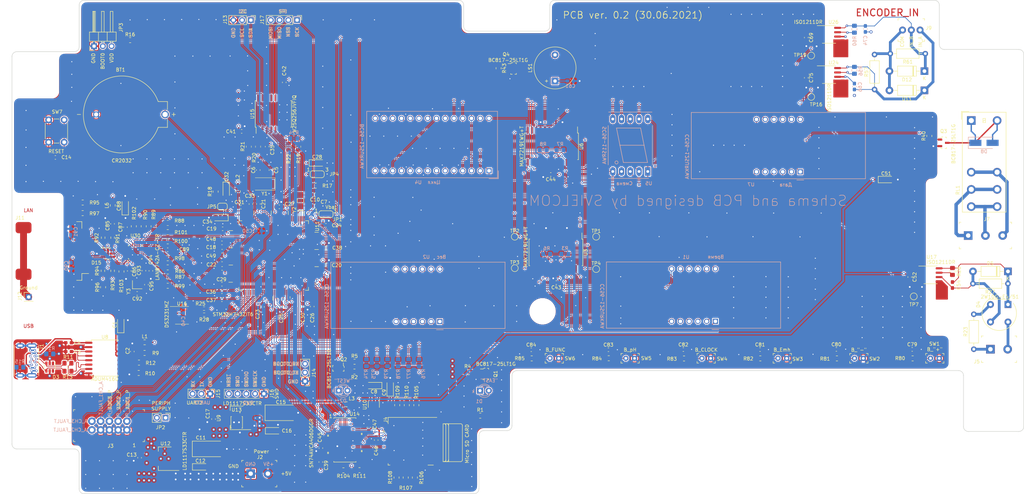
<source format=kicad_pcb>
(kicad_pcb (version 20171130) (host pcbnew 5.1.12-84ad8e8a86~92~ubuntu20.04.1)
  (title_block (title ШВУ) (date 2021-05-21) (rev v0.1) (company SVIELCOM))
  (layers (0 Top mixed) (1 GND.Internal mixed) (2 POWER.Internal mixed) (31 Bottom mixed) (34 B.Paste user) (35 F.Paste user) (36 B.SilkS user) (37 F.SilkS user) (38 B.Mask user) (39 F.Mask user) (44 Edge.Cuts user))
  (net 0 "")
  (net 1 "Net-(C1-Pad1)")
  (net 2 GNDREF)
  (net 3 "Net-(C3-Pad1)")
  (net 4 "Net-(C5-Pad2)")
  (net 5 "Net-(C6-Pad2)")
  (net 6 "Net-(C7-Pad2)")
  (net 7 +5V)
  (net 8 +2,9V)
  (net 9 "Net-(C10-Pad2)")
  (net 10 VDD_PER)
  (net 11 NRST)
  (net 12 VDD_MCU)
  (net 13 /MCU_Power_supply_clocking/VCAP)
  (net 14 /MCU_Power_supply_clocking/VDDA)
  (net 15 /MCU_Power_supply_clocking/Vref+)
  (net 16 "Net-(C54-Pad2)")
  (net 17 "Net-(C54-Pad1)")
  (net 18 /Buttons/Button_Plus)
  (net 19 /Buttons/Button_Minus)
  (net 20 /Buttons/Button_Emh)
  (net 21 /Buttons/Button_Clock)
  (net 22 /Buttons/Button_pH)
  (net 23 /Buttons/Button_Func)
  (net 24 "Net-(C92-Pad1)")
  (net 25 "Net-(C93-Pad1)")
  (net 26 "Net-(C95-Pad1)")
  (net 27 "Net-(D1-Pad1)")
  (net 28 "Net-(D1-Pad2)")
  (net 29 "Net-(D2-Pad2)")
  (net 30 "Net-(D2-Pad1)")
  (net 31 "Net-(D3-Pad1)")
  (net 32 "Net-(D3-Pad6)")
  (net 33 "Net-(D8-Pad2)")
  (net 34 /LAN/RD_P)
  (net 35 /LAN/TD_P)
  (net 36 /LAN/TD_N)
  (net 37 /LAN/RD_N)
  (net 38 "Net-(J1-PadA5)")
  (net 39 "Net-(J1-PadA8)")
  (net 40 "Net-(J1-PadB5)")
  (net 41 "Net-(J1-PadB8)")
  (net 42 "Net-(J4-Pad1)")
  (net 43 "Net-(J4-Pad2)")
  (net 44 "Net-(J4-Pad3)")
  (net 45 "Net-(J4-Pad5)")
  (net 46 "Net-(J4-Pad7)")
  (net 47 "Net-(J4-Pad8)")
  (net 48 "Net-(J7-Pad1)")
  (net 49 "Net-(J7-Pad2)")
  (net 50 "Net-(J7-Pad3)")
  (net 51 "Net-(J11-Pad1)")
  (net 52 "Net-(J11-Pad2)")
  (net 53 "Net-(J11-Pad9)")
  (net 54 "Net-(J11-Pad10)")
  (net 55 GNDS)
  (net 56 /Microcontroller/I2C2_SCL)
  (net 57 /Microcontroller/I2C2_SDA)
  (net 58 /Microcontroller/BOOT0_TX)
  (net 59 /Microcontroller/BOOT0_RX)
  (net 60 /Microcontroller/USART2_RX)
  (net 61 /Microcontroller/USART2_TX)
  (net 62 /Microcontroller/SWCLK)
  (net 63 /Microcontroller/SWDIO)
  (net 64 /Microcontroller/SWO)
  (net 65 /Microcontroller/SPI4_MOSI)
  (net 66 /Microcontroller/SPI4_MISO)
  (net 67 /Microcontroller/SPI4_NSS)
  (net 68 /Microcontroller/SPI4_SCK)
  (net 69 /MCU_Power_supply_clocking/Vbat)
  (net 70 "Net-(JP3-Pad2)")
  (net 71 "Net-(JP4-Pad2)")
  (net 72 "Net-(JP5-Pad1)")
  (net 73 "Net-(LS1-Pad2)")
  (net 74 "Net-(Q1-Pad1)")
  (net 75 "Net-(Q2-Pad1)")
  (net 76 "Net-(Q3-Pad1)")
  (net 77 "Net-(Q4-Pad1)")
  (net 78 "Net-(R3-Pad2)")
  (net 79 /Indicator/WEST_SKIP_LED)
  (net 80 /Indicator/EAST_SKIP_LED)
  (net 81 "Net-(R6-Pad2)")
  (net 82 "Net-(R7-Pad2)")
  (net 83 "Net-(R8-Pad2)")
  (net 84 "Net-(R9-Pad1)")
  (net 85 /Microcontroller/USB_FS_DP)
  (net 86 "Net-(R10-Pad1)")
  (net 87 "Net-(R11-Pad2)")
  (net 88 /Microcontroller/USB_FS_DN)
  (net 89 "Net-(R12-Pad1)")
  (net 90 "Net-(R13-Pad2)")
  (net 91 /MCU_Power_supply_clocking/BOOT0)
  (net 92 /MCU_Power_supply_clocking/PDR_ON)
  (net 93 "Net-(R19-Pad2)")
  (net 94 /Storage_and_memory/QUADPSI_BK1_IO2)
  (net 95 /Storage_and_memory/QUADPSI_BK1_IO3)
  (net 96 "Net-(R20-Pad2)")
  (net 97 /Storage_and_memory/QUADPSI_BK1_IO0)
  (net 98 "Net-(R21-Pad2)")
  (net 99 "Net-(R22-Pad2)")
  (net 100 /Storage_and_memory/QUADPSI_BK1_IO1)
  (net 101 "Net-(R26-Pad2)")
  (net 102 "Net-(R56-Pad2)")
  (net 103 "Net-(R60-Pad2)")
  (net 104 "Net-(R80-Pad2)")
  (net 105 "Net-(R81-Pad2)")
  (net 106 "Net-(R82-Pad2)")
  (net 107 "Net-(R83-Pad2)")
  (net 108 "Net-(R84-Pad2)")
  (net 109 "Net-(R85-Pad2)")
  (net 110 "Net-(R86-Pad2)")
  (net 111 "Net-(R87-Pad2)")
  (net 112 "Net-(R101-Pad2)")
  (net 113 /LAN/RMII_MDIO)
  (net 114 "Net-(R102-Pad2)")
  (net 115 /LAN/RMII_RXD0)
  (net 116 /LAN/RMII_RXD1)
  (net 117 "Net-(R100-Pad1)")
  (net 118 /LAN/RMII_CRS_DV)
  (net 119 /LAN/RMII_REF_CLK)
  (net 120 "Net-(R103-Pad1)")
  (net 121 "Net-(TP4-Pad1)")
  (net 122 /Indicator/E1)
  (net 123 /Indicator/D1)
  (net 124 /Indicator/DP1)
  (net 125 /Indicator/C1)
  (net 126 /Indicator/G1)
  (net 127 /Indicator/1C4)
  (net 128 /Indicator/B1)
  (net 129 /Indicator/1C5)
  (net 130 /Indicator/1C6)
  (net 131 /Indicator/F1)
  (net 132 /Indicator/A1)
  (net 133 /Indicator/1C7)
  (net 134 /Indicator/1C3)
  (net 135 /Indicator/1C2)
  (net 136 /Indicator/1C1)
  (net 137 /Indicator/1C0)
  (net 138 /Indicator/E2)
  (net 139 /Indicator/D2)
  (net 140 /Indicator/2C2)
  (net 141 /Indicator/C2)
  (net 142 /Indicator/DP2)
  (net 143 /Indicator/B2)
  (net 144 /Indicator/A2)
  (net 145 /Indicator/G2)
  (net 146 /Indicator/F2)
  (net 147 /Indicator/2C1)
  (net 148 /Indicator/2C0)
  (net 149 /Indicator/2C3)
  (net 150 /Indicator/2C4)
  (net 151 /Indicator/2C6)
  (net 152 /Indicator/2C7)
  (net 153 /Indicator/2C5)
  (net 154 "Net-(U6-Pad24)")
  (net 155 "Net-(U9-Pad1)")
  (net 156 "Net-(U9-Pad4)")
  (net 157 "Net-(U9-Pad5)")
  (net 158 "Net-(U10-Pad4)")
  (net 159 "Net-(U11-Pad37)")
  (net 160 "Net-(U11-Pad40)")
  (net 161 "Net-(U11-Pad41)")
  (net 162 "Net-(U11-Pad42)")
  (net 163 "Net-(U11-Pad46)")
  (net 164 "Net-(U11-Pad47)")
  (net 165 "Net-(U11-Pad48)")
  (net 166 "Net-(U11-Pad55)")
  (net 167 "Net-(U11-Pad56)")
  (net 168 "Net-(U11-Pad57)")
  (net 169 "Net-(U11-Pad58)")
  (net 170 "Net-(U11-Pad59)")
  (net 171 "Net-(U11-Pad60)")
  (net 172 "Net-(U11-Pad63)")
  (net 173 "Net-(U11-Pad64)")
  (net 174 "Net-(U11-Pad65)")
  (net 175 "Net-(U11-Pad66)")
  (net 176 "Net-(U11-Pad67)")
  (net 177 "Net-(U11-Pad68)")
  (net 178 "Net-(U11-Pad69)")
  (net 179 /LAN/RMII_TX_EN)
  (net 180 /Microcontroller/SDMMC1_D2)
  (net 181 /Microcontroller/SDMMC1_D3)
  (net 182 /Microcontroller/SDMMC1_CK)
  (net 183 "Net-(U11-Pad114)")
  (net 184 "Net-(U11-Pad115)")
  (net 185 /Microcontroller/SDMMC1_CMD)
  (net 186 "Net-(U11-Pad124)")
  (net 187 "Net-(U11-Pad132)")
  (net 188 /Microcontroller/QUADSPI_BK1_NCS)
  (net 189 "Net-(U11-Pad137)")
  (net 190 /Microcontroller/SDMMC1_CKIN)
  (net 191 "Net-(U11-Pad2)")
  (net 192 "Net-(U11-Pad7)")
  (net 193 /Microcontroller/QUADSPI_CLK)
  (net 194 "Net-(U11-Pad26)")
  (net 195 /LAN/RMII_MDC)
  (net 196 "Net-(U11-Pad28)")
  (net 197 "Net-(U11-Pad34)")
  (net 198 /LAN/RMII_TXD0)
  (net 199 /LAN/RMII_TXD1)
  (net 200 "Net-(U11-Pad80)")
  (net 201 "Net-(U11-Pad86)")
  (net 202 "Net-(U11-Pad93)")
  (net 203 /Microcontroller/SDMMC1_D0)
  (net 204 /Microcontroller/SDMMC1_D1)
  (net 205 "Net-(U11-Pad100)")
  (net 206 "Net-(U17-Pad5)")
  (net 207 "Net-(U24-Pad5)")
  (net 208 "Net-(U26-Pad5)")
  (net 209 /Microcontroller/SD_CARD_INS)
  (net 210 /Microcontroller/SD_CARD_CS)
  (net 211 /Microcontroller/SDMMC1_CDIR)
  (net 212 /Microcontroller/SDMMC1_D0DIR)
  (net 213 /Microcontroller/SDMMC1_D123DIR)
  (net 214 "Net-(U14-Pad21)")
  (net 215 "Net-(U14-Pad26)")
  (net 216 "Net-(U14-Pad27)")
  (net 217 "Net-(U14-Pad28)")
  (net 218 "Net-(U14-Pad29)")
  (net 219 "Net-(U14-Pad32)")
  (net 220 "Net-(U14-Pad33)")
  (net 221 "Net-(U14-Pad34)")
  (net 222 "Net-(U14-Pad35)")
  (net 223 /Digital_IO_analog_Inputs/ADC1_P)
  (net 224 /Digital_IO_analog_Inputs/ADC2_P)
  (net 225 /Digital_IO_analog_Inputs/ADC3_P)
  (net 226 /Digital_IO_analog_Inputs/LEVEL_SWITCH_AC)
  (net 227 /Digital_IO_analog_Inputs/A_CH2_FAULT)
  (net 228 /Digital_IO_analog_Inputs/A_CH3_FAULT)
  (net 229 /Digital_IO_analog_Inputs/220V_Phase)
  (net 230 /Digital_IO_analog_Inputs/SKIP_N_UNLOADED_REL)
  (net 231 /Digital_IO_analog_Inputs/SKIP_N_UNLOADED_BEEPER)
  (net 232 /Digital_IO_analog_Inputs/LEVEL_SWITCH)
  (net 233 /Digital_IO_analog_Inputs/ENCODER_A)
  (net 234 /Digital_IO_analog_Inputs/ENCODER_B)
  (net 235 /Digital_IO_analog_Inputs/A_CH1_FAULT)
  (net 236 "Net-(C51-Pad1)")
  (net 237 /USB/USB_GND)
  (net 238 /USB/USB_VBUS)
  (net 239 /LAN/LAN_PWR)
  (net 240 /Digital_IO_analog_Inputs/ENCODER_IN_A)
  (net 241 /Digital_IO_analog_Inputs/COM_ENCODER)
  (net 242 /USB/USB_D_P)
  (net 243 /USB/USB_D_N)
  (net 244 "Net-(U11-Pad15)")
  (net 245 "Net-(U11-Pad85)")
  (net 246 "Net-(U11-Pad79)")
  (net 247 "Net-(U11-Pad78)")
  (net 248 "Net-(U11-Pad54)")
  (net 249 "Net-(U11-Pad14)")
  (net 250 /Digital_IO_analog_Inputs/ENCODER_IN_B)
  (net 251 /Indicator/SPI1_MOSI)
  (net 252 /Indicator/SPI1_NSS)
  (net 253 /Indicator/SPI1_SCK)
  (net 254 "Net-(U11-Pad127)")
  (net 255 "Net-(U11-Pad128)")
  (net 256 "Net-(U11-Pad129)")
  (net 257 "Net-(D4-Pad2)")
  (net 258 "Net-(U11-Pad50)")
  (net 259 /Microcontroller/RTC_SCL)
  (net 260 /Microcontroller/RTC_SDA)
  (net 261 "Net-(U16-Pad3)")
  (net 262 "Net-(U16-Pad1)")
  (net 263 RTCbat)
  (module Package_SO:SOIC-8_3.9x4.9mm_P1.27mm (layer Top) (at 112.48216 162.62754)
    (fp_text reference U16 (at 0 -3.4) (layer F.SilkS))
    (fp_text value DS3231MZ (at -4.4204 -0.2936 90) (layer F.SilkS))
    (pad 8 smd roundrect (at 2.475 -1.905) (size 1.95 0.6) (layers Top F.Paste F.Mask) (net 259 /Microcontroller/RTC_SCL))
    (pad 7 smd roundrect (at 2.475 -0.635) (size 1.95 0.6) (layers Top F.Paste F.Mask) (net 260 /Microcontroller/RTC_SDA))
    (pad 6 smd roundrect (at 2.475 0.635) (size 1.95 0.6) (layers Top F.Paste F.Mask) (net 263 RTCbat))
    (pad 5 smd roundrect (at 2.475 1.905) (size 1.95 0.6) (layers Top F.Paste F.Mask) (net 2 GNDREF))
    (pad 4 smd roundrect (at -2.475 1.905) (size 1.95 0.6) (layers Top F.Paste F.Mask) (net 11 NRST))
    (pad 3 smd roundrect (at -2.475 0.635) (size 1.95 0.6) (layers Top F.Paste F.Mask) (net 261 "Net-(U16-Pad3)"))
    (pad 2 smd roundrect (at -2.475 -0.635) (size 1.95 0.6) (layers Top F.Paste F.Mask) (net 12 VDD_MCU))
    (pad 1 smd roundrect (at -2.475 -1.905) (size 1.95 0.6) (layers Top F.Paste F.Mask) (net 262 "Net-(U16-Pad1)"))
  )
  (module Resistor_SMD:R_0603_1608Metric_Pad0.98x0.95mm_HandSolder (layer Top) (at 118.90756 162.43554 180)
    (fp_text reference R28 (at 0 -1.43) (layer F.SilkS))
    (fp_text value 50 hide)
    (pad 2 smd roundrect (at 0.9125 0 180) (size 0.975 0.95) (layers Top F.Paste F.Mask) (net 260 /Microcontroller/RTC_SDA))
    (pad 1 smd roundrect (at -0.9125 0 180) (size 0.975 0.95) (layers Top F.Paste F.Mask) (net 12 VDD_MCU))
  )
  (module Resistor_SMD:R_0603_1608Metric_Pad0.98x0.95mm_HandSolder (layer Top) (at 118.88216 160.65754 180)
    (fp_text reference R25 (at 1.0414 1.4224) (layer F.SilkS))
    (fp_text value 50 hide)
    (pad 2 smd roundrect (at 0.9125 0 180) (size 0.975 0.95) (layers Top F.Paste F.Mask) (net 259 /Microcontroller/RTC_SCL))
    (pad 1 smd roundrect (at -0.9125 0 180) (size 0.975 0.95) (layers Top F.Paste F.Mask) (net 12 VDD_MCU))
  )
  (module Resistor_SMD:R_0805_2012Metric (layer Top) (at 143.383 113.63 90)
    (fp_text reference R22 (at -3.54274 0.11176 90) (layer F.SilkS))
    (fp_text value 33 hide)
    (pad 2 smd roundrect (at 0.9125 0 90) (size 1.025 1.4) (layers Top F.Paste F.Mask) (roundrect_rratio 0.243902) (net 99 "Net-(R22-Pad2)"))
    (pad 1 smd roundrect (at -0.9125 0 90) (size 1.025 1.4) (layers Top F.Paste F.Mask) (roundrect_rratio 0.243902) (net 100 /Storage_and_memory/QUADPSI_BK1_IO1))
  )
  (module Resistor_SMD:R_0805_2012Metric (layer Top) (at 134.544 113.624 90)
    (fp_text reference R20 (at -3.19314 -1.13304 90) (layer F.SilkS))
    (fp_text value 33 hide)
    (pad 2 smd roundrect (at 0.9125 0 90) (size 1.025 1.4) (layers Top F.Paste F.Mask) (roundrect_rratio 0.243902) (net 96 "Net-(R20-Pad2)"))
    (pad 1 smd roundrect (at -0.9125 0 90) (size 1.025 1.4) (layers Top F.Paste F.Mask) (roundrect_rratio 0.243902) (net 95 /Storage_and_memory/QUADPSI_BK1_IO3))
  )
  (module Resistor_SMD:R_0805_2012Metric (layer Top) (at 146.2278 113.6302 90)
    (fp_text reference R19 (at -3.44094 0.06096 90) (layer F.SilkS))
    (fp_text value 33 hide)
    (pad 2 smd roundrect (at 0.9125 0 90) (size 1.025 1.4) (layers Top F.Paste F.Mask) (roundrect_rratio 0.243902) (net 93 "Net-(R19-Pad2)"))
    (pad 1 smd roundrect (at -0.9125 0 90) (size 1.025 1.4) (layers Top F.Paste F.Mask) (roundrect_rratio 0.243902) (net 94 /Storage_and_memory/QUADPSI_BK1_IO2))
  )
  (module Resistor_SMD:R_0805_2012Metric_Pad1.20x1.40mm_HandSolder (layer Top) (at 97.4344 82.7024)
    (fp_text reference R16 (at 0 -1.65) (layer F.SilkS))
    (fp_text value 10K)
    (pad 2 smd roundrect (at 1 0) (size 1.2 1.4) (layers Top F.Paste F.Mask) (roundrect_rratio 0.208333) (net 91 /MCU_Power_supply_clocking/BOOT0))
    (pad 1 smd roundrect (at -1 0) (size 1.2 1.4) (layers Top F.Paste F.Mask) (roundrect_rratio 0.208333) (net 70 "Net-(JP3-Pad2)"))
  )
  (module Capacitor_SMD:C_0603_1608Metric_Pad1.08x0.95mm_HandSolder (layer Top) (at 137.185 113.615 270)
    (fp_text reference C35 (at 1.01774 -1.50916 90) (layer F.SilkS))
    (fp_text value 1µF hide)
    (pad 2 smd roundrect (at 0.8625 0 270) (size 1.075 0.95) (layers Top F.Paste F.Mask) (net 2 GNDREF))
    (pad 1 smd roundrect (at -0.8625 0 270) (size 1.075 0.95) (layers Top F.Paste F.Mask) (net 12 VDD_MCU))
  )
  (module Resistor_SMD:R_0805_2012Metric (layer Top) (at 108.344 135.788 180)
    (fp_text reference R88 (at -3.40076 0.63206) (layer F.SilkS))
    (fp_text value 10K hide)
    (pad 2 smd roundrect (at 0.9125 0 180) (size 1.025 1.4) (layers Top F.Paste F.Mask) (roundrect_rratio 0.243902) (net 112 "Net-(R101-Pad2)"))
    (pad 1 smd roundrect (at -0.9125 0 180) (size 1.025 1.4) (layers Top F.Paste F.Mask) (roundrect_rratio 0.243902) (net 12 VDD_MCU))
  )
  (module Resistor_SMD:R_0805_2012Metric (layer Top) (at 131.8768 113.6302 90)
    (fp_text reference R21 (at 0.0414 -1.778 90) (layer F.SilkS))
    (fp_text value 33 hide)
    (pad 2 smd roundrect (at 0.9125 0 90) (size 1.025 1.4) (layers Top F.Paste F.Mask) (roundrect_rratio 0.243902) (net 98 "Net-(R21-Pad2)"))
    (pad 1 smd roundrect (at -0.9125 0 90) (size 1.025 1.4) (layers Top F.Paste F.Mask) (roundrect_rratio 0.243902) (net 97 /Storage_and_memory/QUADPSI_BK1_IO0))
  )
  (module Crystal:Crystal_SMD_5032-2Pin_5.0x3.2mm (layer Top) (at 136.435 124.4648 180)
    (fp_text reference Y1 (at 0 -2.8) (layer F.SilkS))
    (fp_text value NX5032GA-8MHz hide)
    (pad 2 smd rect (at 1.85 0 180) (size 2 2.4) (layers Top F.Paste F.Mask) (net 5 "Net-(C6-Pad2)"))
    (pad 1 smd rect (at -1.85 0 180) (size 2 2.4) (layers Top F.Paste F.Mask) (net 4 "Net-(C5-Pad2)"))
  )
  (module Connector_PinHeader_2.54mm:PinHeader_1x05_P2.54mm_Vertical (layer Top) (at 136.23036 185.39714 270)
    (fp_text reference J16 (at 0 -2.33 90) (layer F.SilkS))
    (fp_text value B5B-XH-A_LF__SN_ hide)
    (pad 1 thru_hole rect (at 0 0 270) (size 1.7 1.7) (drill 1) (layers *.Cu *.Mask) (net 2 GNDREF))
    (pad 2 thru_hole oval (at 0 2.54 270) (size 1.7 1.7) (drill 1) (layers *.Cu *.Mask) (net 62 /Microcontroller/SWCLK))
    (pad 3 thru_hole oval (at 0 5.08 270) (size 1.7 1.7) (drill 1) (layers *.Cu *.Mask) (net 63 /Microcontroller/SWDIO))
    (pad 4 thru_hole oval (at 0 7.62 270) (size 1.7 1.7) (drill 1) (layers *.Cu *.Mask) (net 64 /Microcontroller/SWO))
    (pad 5 thru_hole oval (at 0 10.16 270) (size 1.7 1.7) (drill 1) (layers *.Cu *.Mask) (net 11 NRST))
  )
  (module Resistor_SMD:R_0805_2012Metric_Pad1.20x1.40mm_HandSolder (layer Bottom) (at 144.92656 111.25454 180)
    (fp_text reference R24 (at 0 1.65) (layer B.SilkS) (effects (justify mirror)))
    (fp_text value 10K)
    (pad 2 smd roundrect (at 1 0 180) (size 1.2 1.4) (layers Bottom B.Paste B.Mask) (roundrect_rratio 0.208333) (net 188 /Microcontroller/QUADSPI_BK1_NCS))
    (pad 1 smd roundrect (at -1 0 180) (size 1.2 1.4) (layers Bottom B.Paste B.Mask) (roundrect_rratio 0.208333) (net 12 VDD_MCU))
  )
  (module digikey-footprints:SOT-23-3 (layer Top) (at 200.6514 179.6669)
    (fp_text reference Q1 (at 2.8194 -0.0256 -90) (layer F.SilkS))
    (fp_text value BC817-25LT1G (at 2.8915 -2.9083) (layer F.SilkS))
    (pad 3 smd rect (at 1.05 0) (size 1.3 0.6) (layers Top F.Paste F.Mask) (net 27 "Net-(D1-Pad1)"))
    (pad 2 smd rect (at -1.05 0.95) (size 1.3 0.6) (layers Top F.Paste F.Mask) (net 2 GNDREF))
    (pad 1 smd rect (at -1.05 -0.95) (size 1.3 0.6) (layers Top F.Paste F.Mask) (net 74 "Net-(Q1-Pad1)"))
  )
  (module digikey-footprints:SOT-23-3 (layer Top) (at 157.846 178.012 270)
    (fp_text reference Q2 (at -2.5615 -1.53392 180) (layer F.SilkS))
    (fp_text value BC817-25LT1G (at 0.1309 2.6647 270) (layer F.SilkS))
    (pad 3 smd rect (at 1.05 0 270) (size 1.3 0.6) (layers Top F.Paste F.Mask) (net 30 "Net-(D2-Pad1)"))
    (pad 2 smd rect (at -1.05 0.95 270) (size 1.3 0.6) (layers Top F.Paste F.Mask) (net 2 GNDREF))
    (pad 1 smd rect (at -1.05 -0.95 270) (size 1.3 0.6) (layers Top F.Paste F.Mask) (net 75 "Net-(Q2-Pad1)"))
  )
  (module digikey-footprints:SOT-23-3 (layer Top) (at 333.468 112.522)
    (fp_text reference Q3 (at 0.025 -3.375) (layer F.SilkS))
    (fp_text value BC817-25LT1G (at 2.8661 0.3048 90) (layer F.SilkS))
    (pad 3 smd rect (at 1.05 0) (size 1.3 0.6) (layers Top F.Paste F.Mask) (net 33 "Net-(D8-Pad2)"))
    (pad 2 smd rect (at -1.05 0.95) (size 1.3 0.6) (layers Top F.Paste F.Mask) (net 2 GNDREF))
    (pad 1 smd rect (at -1.05 -0.95) (size 1.3 0.6) (layers Top F.Paste F.Mask) (net 76 "Net-(Q3-Pad1)"))
  )
  (module digikey-footprints:SOT-23-3 (layer Top) (at 208.6864 90.9574)
    (fp_text reference Q4 (at -2.1463 -4.1275) (layer F.SilkS))
    (fp_text value BC817-25LT1G (at -1.5748 -2.4511) (layer F.SilkS))
    (pad 3 smd rect (at 1.05 0) (size 1.3 0.6) (layers Top F.Paste F.Mask) (net 73 "Net-(LS1-Pad2)"))
    (pad 2 smd rect (at -1.05 0.95) (size 1.3 0.6) (layers Top F.Paste F.Mask) (net 2 GNDREF))
    (pad 1 smd rect (at -1.05 -0.95) (size 1.3 0.6) (layers Top F.Paste F.Mask) (net 77 "Net-(Q4-Pad1)"))
  )
  (module SVIELCOM:Microchip-C04-143B-S4QFN-0-0-IPC_A (layer Top) (at 98.9076 144.285 90)
    (fp_text reference U30 (at 4.7882 1.63576) (layer F.SilkS) (effects (justify right)))
    (fp_text value LAN8742A-CZ-TR (at -1.3967 6.4389 90) (layer F.SilkS))
    (pad 25 smd rect (at 0 0 90) (size 2.48 2.48) (layers Top F.Mask) (net 2 GNDREF))
    (pad 24 smd roundrect (at -1.25 -1.975532 90) (size 0.239283 0.961066) (layers Top F.Paste F.Mask) (roundrect_rratio 0.4999979104240586) (net 120 "Net-(R103-Pad1)"))
    (pad 23 smd roundrect (at -0.75 -1.975532 90) (size 0.239283 0.961066) (layers Top F.Paste F.Mask) (roundrect_rratio 0.4999979104240586) (net 34 /LAN/RD_P))
    (pad 22 smd roundrect (at -0.25 -1.975532 90) (size 0.239283 0.961066) (layers Top F.Paste F.Mask) (roundrect_rratio 0.4999979104240586) (net 37 /LAN/RD_N))
    (pad 21 smd roundrect (at 0.250001 -1.975532 90) (size 0.239283 0.961066) (layers Top F.Paste F.Mask) (roundrect_rratio 0.4999979104240586) (net 35 /LAN/TD_P))
    (pad 20 smd roundrect (at 0.750001 -1.975532 90) (size 0.239283 0.961066) (layers Top F.Paste F.Mask) (roundrect_rratio 0.4999979104240586) (net 36 /LAN/TD_N))
    (pad 19 smd roundrect (at 1.250001 -1.975532 90) (size 0.239283 0.961066) (layers Top F.Paste F.Mask) (roundrect_rratio 0.4999979104240586) (net 239 /LAN/LAN_PWR))
    (pad 12 smd roundrect (at 1.250001 1.975532 90) (size 0.239283 0.961066) (layers Top F.Paste F.Mask) (roundrect_rratio 0.4999979104240586) (net 113 /LAN/RMII_MDIO))
    (pad 11 smd roundrect (at 0.750001 1.975532 90) (size 0.239283 0.961066) (layers Top F.Paste F.Mask) (roundrect_rratio 0.4999979104240586) (net 112 "Net-(R101-Pad2)"))
    (pad 10 smd roundrect (at 0.250001 1.975532 90) (size 0.239283 0.961066) (layers Top F.Paste F.Mask) (roundrect_rratio 0.4999979104240586) (net 117 "Net-(R100-Pad1)"))
    (pad 9 smd roundrect (at -0.25 1.975532 90) (size 0.239283 0.961066) (layers Top F.Paste F.Mask) (roundrect_rratio 0.4999979104240586) (net 12 VDD_MCU))
    (pad 8 smd roundrect (at -0.75 1.975532 90) (size 0.239283 0.961066) (layers Top F.Paste F.Mask) (roundrect_rratio 0.4999979104240586) (net 110 "Net-(R86-Pad2)"))
    (pad 7 smd roundrect (at -1.25 1.975532 90) (size 0.239283 0.961066) (layers Top F.Paste F.Mask) (roundrect_rratio 0.4999979104240586) (net 111 "Net-(R87-Pad2)"))
    (pad 18 smd roundrect (at 1.975532 -1.25 90) (size 0.961066 0.239283) (layers Top F.Paste F.Mask) (roundrect_rratio 0.4999979104240586) (net 199 /LAN/RMII_TXD1))
    (pad 17 smd roundrect (at 1.975532 -0.75 90) (size 0.961066 0.239283) (layers Top F.Paste F.Mask) (roundrect_rratio 0.4999979104240586) (net 198 /LAN/RMII_TXD0))
    (pad 16 smd roundrect (at 1.975532 -0.25 90) (size 0.961066 0.239283) (layers Top F.Paste F.Mask) (roundrect_rratio 0.4999979104240586) (net 179 /LAN/RMII_TX_EN))
    (pad 15 smd roundrect (at 1.975532 0.250001 90) (size 0.961066 0.239283) (layers Top F.Paste F.Mask) (roundrect_rratio 0.4999979104240586) (net 11 NRST))
    (pad 14 smd roundrect (at 1.975532 0.750001 90) (size 0.961066 0.239283) (layers Top F.Paste F.Mask) (roundrect_rratio 0.4999979104240586) (net 114 "Net-(R102-Pad2)"))
    (pad 13 smd roundrect (at 1.975532 1.250001 90) (size 0.961066 0.239283) (layers Top F.Paste F.Mask) (roundrect_rratio 0.4999979104240586) (net 195 /LAN/RMII_MDC))
    (pad 6 smd roundrect (at -1.975532 1.250001 90) (size 0.961066 0.239283) (layers Top F.Paste F.Mask) (roundrect_rratio 0.4999979104240586) (net 25 "Net-(C93-Pad1)"))
    (pad 5 smd roundrect (at -1.975532 0.750001 90) (size 0.961066 0.239283) (layers Top F.Paste F.Mask) (roundrect_rratio 0.4999979104240586) (net 26 "Net-(C95-Pad1)"))
    (pad 4 smd roundrect (at -1.975532 0.250001 90) (size 0.961066 0.239283) (layers Top F.Paste F.Mask) (roundrect_rratio 0.4999979104240586) (net 24 "Net-(C92-Pad1)"))
    (pad 3 smd roundrect (at -1.975532 -0.25 90) (size 0.961066 0.239283) (layers Top F.Paste F.Mask) (roundrect_rratio 0.4999979104240586) (net 52 "Net-(J11-Pad2)"))
    (pad 2 smd roundrect (at -1.975532 -0.75 90) (size 0.961066 0.239283) (layers Top F.Paste F.Mask) (roundrect_rratio 0.4999979104240586) (net 54 "Net-(J11-Pad10)"))
    (pad 1 smd oval (at -1.975532 -1.25 90) (size 0.961066 0.239283) (layers Top F.Paste F.Mask) (net 239 /LAN/LAN_PWR))
  )
  (module SVIELCOM:GCT_USB4085-GF-A_REVA (layer Top) (at 65.8622 175.743 270)
    (fp_text reference J1 (at -3.99074 -5.89788 90) (layer F.SilkS) (effects (font (size 1.00015 1.00015))))
    (fp_text value USB4085-GF-A_REVA hide)
    (pad A1 thru_hole circle (at -2.975 -3.925 270) (size 0.701 0.701) (drill 0.4) (layers *.Cu *.Mask) (net 237 /USB/USB_GND))
    (pad A4 thru_hole circle (at -2.125 -4.375 270) (size 0.701 0.701) (drill 0.4) (layers *.Cu *.Mask) (net 238 /USB/USB_VBUS))
    (pad A5 thru_hole circle (at -1.275 -3.925 270) (size 0.701 0.701) (drill 0.4) (layers *.Cu *.Mask) (net 38 "Net-(J1-PadA5)"))
    (pad A6 thru_hole circle (at -0.425 -4.375 270) (size 0.701 0.701) (drill 0.4) (layers *.Cu *.Mask) (net 242 /USB/USB_D_P))
    (pad A7 thru_hole circle (at 0.425 -3.925 270) (size 0.701 0.701) (drill 0.4) (layers *.Cu *.Mask) (net 243 /USB/USB_D_N))
    (pad A8 thru_hole circle (at 1.275 -4.375 270) (size 0.701 0.701) (drill 0.4) (layers *.Cu *.Mask) (net 39 "Net-(J1-PadA8)"))
    (pad A9 thru_hole circle (at 2.125 -3.925 270) (size 0.701 0.701) (drill 0.4) (layers *.Cu *.Mask) (net 238 /USB/USB_VBUS))
    (pad A12 thru_hole circle (at 2.975 -4.375 270) (size 0.701 0.701) (drill 0.4) (layers *.Cu *.Mask) (net 237 /USB/USB_GND))
    (pad B1 thru_hole circle (at 2.975 -3.025 270) (size 0.701 0.701) (drill 0.4) (layers *.Cu *.Mask) (net 237 /USB/USB_GND))
    (pad B4 thru_hole circle (at 2.125 -2.575 270) (size 0.701 0.701) (drill 0.4) (layers *.Cu *.Mask) (net 238 /USB/USB_VBUS))
    (pad B5 thru_hole circle (at 1.275 -3.025 270) (size 0.701 0.701) (drill 0.4) (layers *.Cu *.Mask) (net 40 "Net-(J1-PadB5)"))
    (pad B6 thru_hole circle (at 0.425 -2.575 270) (size 0.701 0.701) (drill 0.4) (layers *.Cu *.Mask) (net 242 /USB/USB_D_P))
    (pad B7 thru_hole circle (at -0.425 -3.025 270) (size 0.701 0.701) (drill 0.4) (layers *.Cu *.Mask) (net 243 /USB/USB_D_N))
    (pad B8 thru_hole circle (at -1.275 -2.575 270) (size 0.701 0.701) (drill 0.4) (layers *.Cu *.Mask) (net 41 "Net-(J1-PadB8)"))
    (pad B9 thru_hole circle (at -2.125 -3.025 270) (size 0.701 0.701) (drill 0.4) (layers *.Cu *.Mask) (net 238 /USB/USB_VBUS))
    (pad B12 thru_hole circle (at -2.975 -2.575 270) (size 0.701 0.701) (drill 0.4) (layers *.Cu *.Mask) (net 237 /USB/USB_GND))
    (pad P1 thru_hole oval (at -4.325 -3.045 270) (size 1.3 2.8) (drill oval 0.6 2.1) (layers *.Cu *.Mask) (net 237 /USB/USB_GND))
    (pad P2 thru_hole oval (at 4.325 -3.045 270) (size 1.3 2.8) (drill oval 0.6 2.1) (layers *.Cu *.Mask) (net 237 /USB/USB_GND))
    (pad P3 thru_hole oval (at 4.325 0.335 270) (size 1.3 2.3) (drill oval 0.6 1.4) (layers *.Cu *.Mask) (net 237 /USB/USB_GND))
    (pad P4 thru_hole oval (at -4.325 0.335 270) (size 1.3 2.3) (drill oval 0.6 1.4) (layers *.Cu *.Mask) (net 237 /USB/USB_GND))
  )
  (module SVIELCOM:BAT_BS-7 (layer Top) (at 97.5741 104.2797)
    (fp_text reference BT1 (at -2.9337 -12.9794) (layer F.SilkS))
    (fp_text value CR2032 (at -2.5781 13.4112) (layer F.SilkS))
    (pad 1 thru_hole circle (at 10 0) (size 2.25 2.25) (drill 1.5) (layers *.Cu *.Mask) (net 263 RTCbat))
    (pad 2 thru_hole circle (at -10 0) (size 1.755 1.755) (drill 1.17) (layers *.Cu *.Mask) (net 2 GNDREF))
  )
  (module Connector_PinHeader_2.54mm:PinHeader_1x01_P2.54mm_Vertical (layer Top) (at 67.9958 157.29)
    (fp_text reference J12 (at -2.5654 -0.2286 90) (layer F.SilkS))
    (fp_text value Ground (at 0 -2.6924) (layer F.SilkS))
    (pad 1 thru_hole rect (at 0 0) (size 1.7 1.7) (drill 1) (layers *.Cu *.Mask) (net 55 GNDS))
  )
  (module Package_TO_SOT_SMD:SOT-23-5 (layer Top) (at 168.148 188.468 270)
    (fp_text reference U10 (at 0.127 2.6289 90) (layer F.SilkS))
    (fp_text value TLV75529PDBV hide)
    (pad 5 smd rect (at 1.1 -0.95 270) (size 1.06 0.65) (layers Top F.Paste F.Mask) (net 8 +2,9V))
    (pad 4 smd rect (at 1.1 0.95 270) (size 1.06 0.65) (layers Top F.Paste F.Mask) (net 158 "Net-(U10-Pad4)"))
    (pad 3 smd rect (at -1.1 0.95 270) (size 1.06 0.65) (layers Top F.Paste F.Mask) (net 7 +5V))
    (pad 2 smd rect (at -1.1 0 270) (size 1.06 0.65) (layers Top F.Paste F.Mask) (net 2 GNDREF))
    (pad 1 smd rect (at -1.1 -0.95 270) (size 1.06 0.65) (layers Top F.Paste F.Mask) (net 7 +5V))
  )
  (module Package_TO_SOT_SMD:SOT-223-3_TabPin2 (layer Top) (at 107.518 204.267 180)
    (fp_text reference U12 (at -0.1526 4.3944) (layer F.SilkS))
    (fp_text value LD1117S33CTR (at -5.75584 2.21762 90) (layer F.SilkS))
    (pad 1 smd rect (at -3.15 -2.3 180) (size 2 1.5) (layers Top F.Paste F.Mask) (net 2 GNDREF))
    (pad 3 smd rect (at -3.15 2.3 180) (size 2 1.5) (layers Top F.Paste F.Mask) (net 7 +5V))
    (pad 2 smd rect (at -3.15 0 180) (size 2 1.5) (layers Top F.Paste F.Mask) (net 10 VDD_PER))
    (pad 2 smd rect (at 3.15 0 180) (size 2 3.8) (layers Top F.Paste F.Mask) (net 10 VDD_PER))
  )
  (module Package_TO_SOT_SMD:SOT-223-3_TabPin2 (layer Top) (at 128.372 192.418 180)
    (fp_text reference U13 (at 0.0385 2.3625) (layer F.SilkS))
    (fp_text value LD1117S33CTR (at -1.6252 4.204 180) (layer F.SilkS))
    (pad 1 smd rect (at -3.15 -2.3 180) (size 2 1.5) (layers Top F.Paste F.Mask) (net 2 GNDREF))
    (pad 3 smd rect (at -3.15 2.3 180) (size 2 1.5) (layers Top F.Paste F.Mask) (net 7 +5V))
    (pad 2 smd rect (at -3.15 0 180) (size 2 1.5) (layers Top F.Paste F.Mask) (net 12 VDD_MCU))
    (pad 2 smd rect (at 3.15 0 180) (size 2 3.8) (layers Top F.Paste F.Mask) (net 12 VDD_MCU))
  )
  (module Package_TO_SOT_SMD:SOT-23-6_Handsoldering (layer Top) (at 90.979 144.666)
    (fp_text reference D15 (at -3.34646 2.6667 180) (layer F.SilkS))
    (fp_text value USBLC6-4SC6 hide)
    (pad 5 smd rect (at 1.35 0) (size 1.56 0.65) (layers Top F.Paste F.Mask) (net 239 /LAN/LAN_PWR))
    (pad 6 smd rect (at 1.35 -0.95) (size 1.56 0.65) (layers Top F.Paste F.Mask) (net 37 /LAN/RD_N))
    (pad 4 smd rect (at 1.35 0.95) (size 1.56 0.65) (layers Top F.Paste F.Mask) (net 36 /LAN/TD_N))
    (pad 3 smd rect (at -1.35 0.95) (size 1.56 0.65) (layers Top F.Paste F.Mask) (net 35 /LAN/TD_P))
    (pad 2 smd rect (at -1.35 0) (size 1.56 0.65) (layers Top F.Paste F.Mask) (net 2 GNDREF))
    (pad 1 smd rect (at -1.35 -0.95) (size 1.56 0.65) (layers Top F.Paste F.Mask) (net 34 /LAN/RD_P))
  )
  (module Package_TO_SOT_SMD:SOT-23-6 (layer Top) (at 74.0893 177.665 270)
    (fp_text reference D3 (at 2.8655 -1.7932 180) (layer F.SilkS))
    (fp_text value ESDA6V1BC6 hide)
    (pad 5 smd rect (at 1.1 0 270) (size 1.06 0.65) (layers Top F.Paste F.Mask) (net 237 /USB/USB_GND))
    (pad 6 smd rect (at 1.1 -0.95 270) (size 1.06 0.65) (layers Top F.Paste F.Mask) (net 32 "Net-(D3-Pad6)"))
    (pad 4 smd rect (at 1.1 0.95 270) (size 1.06 0.65) (layers Top F.Paste F.Mask) (net 243 /USB/USB_D_N))
    (pad 3 smd rect (at -1.1 0.95 270) (size 1.06 0.65) (layers Top F.Paste F.Mask) (net 242 /USB/USB_D_P))
    (pad 2 smd rect (at -1.1 0 270) (size 1.06 0.65) (layers Top F.Paste F.Mask) (net 237 /USB/USB_GND))
    (pad 1 smd rect (at -1.1 -0.95 270) (size 1.06 0.65) (layers Top F.Paste F.Mask) (net 31 "Net-(D3-Pad1)"))
  )
  (module digikey-footprints:PinHeader_1x2_P2.54mm (layer Top) (at 329.667 175.095)
    (fp_text reference SW1 (at 1.15276 -4.18348) (layer F.SilkS))
    (fp_text value SW_PUSHBUTTON hide)
    (pad 2 thru_hole circle (at 2.54 0.02) (size 1.524 1.524) (drill 0.762) (layers *.Cu *.Mask) (net 2 GNDREF))
    (pad 1 thru_hole circle (at 0 0) (size 1.524 1.524) (drill 0.762) (layers *.Cu *.Mask) (net 104 "Net-(R80-Pad2)"))
  )
  (module digikey-footprints:PinHeader_1x2_P2.54mm (layer Top) (at 307.632 175.095)
    (fp_text reference SW2 (at 5.8167 0.1904) (layer F.SilkS))
    (fp_text value SW_PUSHBUTTON hide)
    (pad 2 thru_hole circle (at 2.54 0.02) (size 1.524 1.524) (drill 0.762) (layers *.Cu *.Mask) (net 2 GNDREF))
    (pad 1 thru_hole circle (at 0 0) (size 1.524 1.524) (drill 0.762) (layers *.Cu *.Mask) (net 105 "Net-(R81-Pad2)"))
  )
  (module digikey-footprints:PinHeader_1x2_P2.54mm (layer Top) (at 285.407 175.095)
    (fp_text reference SW3 (at 5.7151 0.2285) (layer F.SilkS))
    (fp_text value SW_PUSHBUTTON hide)
    (pad 2 thru_hole circle (at 2.54 0.02) (size 1.524 1.524) (drill 0.762) (layers *.Cu *.Mask) (net 2 GNDREF))
    (pad 1 thru_hole circle (at 0 0) (size 1.524 1.524) (drill 0.762) (layers *.Cu *.Mask) (net 106 "Net-(R82-Pad2)"))
  )
  (module digikey-footprints:PinHeader_1x2_P2.54mm (layer Top) (at 263.334 175.095)
    (fp_text reference SW4 (at 5.8806 0.1904) (layer F.SilkS))
    (fp_text value SW_PUSHBUTTON hide)
    (pad 2 thru_hole circle (at 2.54 0.02) (size 1.524 1.524) (drill 0.762) (layers *.Cu *.Mask) (net 2 GNDREF))
    (pad 1 thru_hole circle (at 0 0) (size 1.524 1.524) (drill 0.762) (layers *.Cu *.Mask) (net 107 "Net-(R83-Pad2)"))
  )
  (module digikey-footprints:PinHeader_1x2_P2.54mm (layer Top) (at 241.262 175.095)
    (fp_text reference SW5 (at 5.9435 -0.0001) (layer F.SilkS))
    (fp_text value SW_PUSHBUTTON hide)
    (pad 2 thru_hole circle (at 2.54 0.02) (size 1.524 1.524) (drill 0.762) (layers *.Cu *.Mask) (net 2 GNDREF))
    (pad 1 thru_hole circle (at 0 0) (size 1.524 1.524) (drill 0.762) (layers *.Cu *.Mask) (net 108 "Net-(R84-Pad2)"))
  )
  (module digikey-footprints:PinHeader_1x2_P2.54mm (layer Top) (at 219.253 175.095)
    (fp_text reference SW6 (at 5.8037 0.0507) (layer F.SilkS))
    (fp_text value SW_PUSHBUTTON hide)
    (pad 2 thru_hole circle (at 2.54 0.02) (size 1.524 1.524) (drill 0.762) (layers *.Cu *.Mask) (net 2 GNDREF))
    (pad 1 thru_hole circle (at 0 0) (size 1.524 1.524) (drill 0.762) (layers *.Cu *.Mask) (net 109 "Net-(R85-Pad2)"))
  )
  (module digikey-footprints:PinHeader_1x3_P2.54mm_Drill1.02mm (layer Top) (at 326.644 79.756 180)
    (fp_text reference J9 (at -2.5019 0.5842) (layer F.SilkS))
    (fp_text value 0022232031 hide)
    (pad 3 thru_hole circle (at 5.08 0 180) (size 2.02 2.02) (drill 1.02) (layers *.Cu *.Mask) (net 241 /Digital_IO_analog_Inputs/COM_ENCODER))
    (pad 2 thru_hole circle (at 2.54 0 180) (size 2.02 2.02) (drill 1.02) (layers *.Cu *.Mask) (net 250 /Digital_IO_analog_Inputs/ENCODER_IN_B))
    (pad 1 thru_hole circle (at 0 0 180) (size 2.02 2.02) (drill 1.02) (layers *.Cu *.Mask) (net 240 /Digital_IO_analog_Inputs/ENCODER_IN_A))
  )
  (module Relay_THT:Relay_DPDT_Omron_G2RL (layer Top) (at 341.503 106.045 270)
    (fp_text reference RL1 (at 20.193 3.8989 270) (layer F.SilkS))
    (fp_text value G2RL-1-E-DC5)
    (pad 8 thru_hole oval (at 0 -7.5) (size 2.5 2.5) (drill 1.5) (layers *.Cu *.Mask) (net 33 "Net-(D8-Pad2)"))
    (pad 7 thru_hole oval (at 15 -7.5) (size 2.5 2.5) (drill 1.5) (layers *.Cu *.Mask) (net 50 "Net-(J7-Pad3)"))
    (pad 6 thru_hole oval (at 20 -7.5) (size 2.5 2.5) (drill 1.5) (layers *.Cu *.Mask) (net 48 "Net-(J7-Pad1)"))
    (pad 5 thru_hole oval (at 25 -7.5) (size 2.5 2.5) (drill 1.5) (layers *.Cu *.Mask) (net 49 "Net-(J7-Pad2)"))
    (pad 4 thru_hole oval (at 25 0) (size 2.5 2.5) (drill 1.5) (layers *.Cu *.Mask) (net 49 "Net-(J7-Pad2)"))
    (pad 3 thru_hole oval (at 20 0) (size 2.5 2.5) (drill 1.5) (layers *.Cu *.Mask) (net 48 "Net-(J7-Pad1)"))
    (pad 2 thru_hole oval (at 15 0) (size 2.5 2.5) (drill 1.5) (layers *.Cu *.Mask) (net 50 "Net-(J7-Pad3)"))
    (pad 1 thru_hole rect (at 0 0) (size 2.5 2.5) (drill 1.5) (layers *.Cu *.Mask) (net 7 +5V))
  )
  (module Diode_THT:D_DO-41_SOD81_P10.16mm_Horizontal (layer Top) (at 352.1456 149.86 180)
    (fp_text reference D5 (at 5.1435 2.2987) (layer F.SilkS))
    (fp_text value BZV85-C56.113 hide)
    (fp_text user K (at 0 -2.1) (layer F.SilkS))
    (pad 2 thru_hole oval (at 10.16 0 180) (size 2.2 2.2) (drill 1.1) (layers *.Cu *.Mask) (net 16 "Net-(C54-Pad2)"))
    (pad 1 thru_hole rect (at 0 0 180) (size 2.2 2.2) (drill 1.1) (layers *.Cu *.Mask) (net 17 "Net-(C54-Pad1)"))
  )
  (module Diode_THT:D_DO-41_SOD81_P10.16mm_Horizontal (layer Top) (at 327.914 97.282 180)
    (fp_text reference D11 (at 5.08 -2.47) (layer F.SilkS))
    (fp_text value BZV85-C56.113 hide)
    (fp_text user K (at 0 -2.1) (layer F.SilkS))
    (pad 2 thru_hole oval (at 10.16 0 180) (size 2.2 2.2) (drill 1.1) (layers *.Cu *.Mask) (net 241 /Digital_IO_analog_Inputs/COM_ENCODER))
    (pad 1 thru_hole rect (at 0 0 180) (size 2.2 2.2) (drill 1.1) (layers *.Cu *.Mask) (net 240 /Digital_IO_analog_Inputs/ENCODER_IN_A))
  )
  (module Diode_THT:D_DO-41_SOD81_P10.16mm_Horizontal (layer Top) (at 327.914 91.694 180)
    (fp_text reference D12 (at 5.08 -2.47) (layer F.SilkS))
    (fp_text value BZV85-C56.113 hide)
    (fp_text user K (at 0 -2.1) (layer F.SilkS))
    (pad 2 thru_hole oval (at 10.16 0 180) (size 2.2 2.2) (drill 1.1) (layers *.Cu *.Mask) (net 241 /Digital_IO_analog_Inputs/COM_ENCODER))
    (pad 1 thru_hole rect (at 0 0 180) (size 2.2 2.2) (drill 1.1) (layers *.Cu *.Mask) (net 250 /Digital_IO_analog_Inputs/ENCODER_IN_B))
  )
  (module Resistor_THT:R_Axial_DIN0207_L6.3mm_D2.5mm_P10.16mm_Horizontal (layer Top) (at 342.2396 172.466 90)
    (fp_text reference R23 (at 5.08 -2.37 90) (layer F.SilkS))
    (fp_text value 82K hide)
    (pad 2 thru_hole oval (at 10.16 0 90) (size 1.6 1.6) (drill 0.8) (layers *.Cu *.Mask) (net 257 "Net-(D4-Pad2)"))
    (pad 1 thru_hole circle (at 0 0 90) (size 1.6 1.6) (drill 0.8) (layers *.Cu *.Mask) (net 229 /Digital_IO_analog_Inputs/220V_Phase))
  )
  (module Resistor_THT:R_Axial_DIN0207_L6.3mm_D2.5mm_P10.16mm_Horizontal (layer Top) (at 352.1456 153.416 180)
    (fp_text reference R27 (at 5.1562 -2.413) (layer F.SilkS))
    (fp_text value 15K hide)
    (pad 2 thru_hole oval (at 10.16 0 180) (size 1.6 1.6) (drill 0.8) (layers *.Cu *.Mask) (net 16 "Net-(C54-Pad2)"))
    (pad 1 thru_hole circle (at 0 0 180) (size 1.6 1.6) (drill 0.8) (layers *.Cu *.Mask) (net 17 "Net-(C54-Pad1)"))
  )
  (module Resistor_THT:R_Axial_DIN0207_L6.3mm_D2.5mm_P10.16mm_Horizontal (layer Top) (at 313.436 97.028 90)
    (fp_text reference R57 (at 5.08 -2.37 90) (layer F.SilkS))
    (fp_text value 10K hide)
    (pad 2 thru_hole oval (at 10.16 0 90) (size 1.6 1.6) (drill 0.8) (layers *.Cu *.Mask) (net 241 /Digital_IO_analog_Inputs/COM_ENCODER))
    (pad 1 thru_hole circle (at 0 0 90) (size 1.6 1.6) (drill 0.8) (layers *.Cu *.Mask) (net 240 /Digital_IO_analog_Inputs/ENCODER_IN_A))
  )
  (module Resistor_THT:R_Axial_DIN0207_L6.3mm_D2.5mm_P10.16mm_Horizontal (layer Top) (at 328.168 86.614 180)
    (fp_text reference R61 (at 5.08 -2.37) (layer F.SilkS))
    (fp_text value 10K hide)
    (pad 2 thru_hole oval (at 10.16 0 180) (size 1.6 1.6) (drill 0.8) (layers *.Cu *.Mask) (net 241 /Digital_IO_analog_Inputs/COM_ENCODER))
    (pad 1 thru_hole circle (at 0 0 180) (size 1.6 1.6) (drill 0.8) (layers *.Cu *.Mask) (net 250 /Digital_IO_analog_Inputs/ENCODER_IN_B))
  )
  (module digikey-footprints:Term_Block_1x2_P5mm (layer Top) (at 132.41 208.61)
    (fp_text reference J2 (at 2.7 -4.8) (layer F.SilkS))
    (fp_text value OSTTC020162)
    (pad 2 thru_hole circle (at 5 0) (size 2.5 2.5) (drill 1.3) (layers *.Cu *.Mask) (net 7 +5V))
    (pad 1 thru_hole rect (at 0 0) (size 2.5 2.5) (drill 1.3) (layers *.Cu *.Mask) (net 2 GNDREF))
  )
  (module digikey-footprints:Term_Block_1x2_P5mm (layer Top) (at 347.0656 172.466)
    (fp_text reference J5 (at -3.9624 3.5941) (layer F.SilkS))
    (fp_text value OSTTC020162 hide)
    (pad 2 thru_hole circle (at 5 0) (size 2.5 2.5) (drill 1.3) (layers *.Cu *.Mask) (net 226 /Digital_IO_analog_Inputs/LEVEL_SWITCH_AC))
    (pad 1 thru_hole rect (at 0 0) (size 2.5 2.5) (drill 1.3) (layers *.Cu *.Mask) (net 229 /Digital_IO_analog_Inputs/220V_Phase))
  )
  (module Diode_SMD:D_SMA_Handsoldering (layer Bottom) (at 345.186 112.522)
    (fp_text reference D8 (at 0 2.5) (layer B.SilkS) (effects (justify mirror)))
    (fp_text value ES1G)
    (pad 2 smd rect (at 2.5 0) (size 3.5 1.8) (layers Bottom B.Paste B.Mask) (net 33 "Net-(D8-Pad2)"))
    (pad 1 smd rect (at -2.5 0) (size 3.5 1.8) (layers Bottom B.Paste B.Mask) (net 7 +5V))
  )
  (module LED_THT:LED_D3.0mm (layer Bottom) (at 198.958 184.49)
    (fp_text reference D1 (at -0.2505 3.1111 180) (layer B.SilkS) (effects (justify mirror)))
    (fp_text value L-1154ID)
    (fp_text user "\"EAST\"" (at 2.65196 -2.92826) (layer B.SilkS) (effects (justify mirror)))
    (pad 2 thru_hole circle (at 2.54 0) (size 1.8 1.8) (drill 0.9) (layers *.Cu *.Mask) (net 28 "Net-(D1-Pad2)"))
    (pad 1 thru_hole rect (at 0 0) (size 1.8 1.8) (drill 0.9) (layers *.Cu *.Mask) (net 27 "Net-(D1-Pad1)"))
  )
  (module LED_THT:LED_D3.0mm (layer Bottom) (at 157.95 184.464)
    (fp_text reference D2 (at 1.27 2.96) (layer B.SilkS) (effects (justify mirror)))
    (fp_text value L-1154ID)
    (fp_text user "\"WEST\"" (at 1.397 -2.8194) (layer B.SilkS) (effects (justify mirror)))
    (pad 2 thru_hole circle (at 2.54 0) (size 1.8 1.8) (drill 0.9) (layers *.Cu *.Mask) (net 29 "Net-(D2-Pad2)"))
    (pad 1 thru_hole rect (at 0 0) (size 1.8 1.8) (drill 0.9) (layers *.Cu *.Mask) (net 30 "Net-(D2-Pad1)"))
  )
  (module SVIELCOM:SN74AVCA406DGGR (layer Top) (at 159.741 198.818)
    (fp_text reference U14 (at 2.8317 -7.5306) (layer F.SilkS))
    (fp_text value SN74AVCA406DGGR (at -9.7282 0.9271 90) (layer F.SilkS))
    (pad 1 smd rect (at -3.800851 -5.749999) (size 1.404099 0.2794) (layers Top F.Paste F.Mask) (net 213 /Microcontroller/SDMMC1_D123DIR))
    (pad 2 smd rect (at -3.800851 -5.25) (size 1.404099 0.2794) (layers Top F.Paste F.Mask) (net 213 /Microcontroller/SDMMC1_D123DIR))
    (pad 3 smd rect (at -3.800851 -4.750001) (size 1.404099 0.2794) (layers Top F.Paste F.Mask) (net 203 /Microcontroller/SDMMC1_D0))
    (pad 4 smd rect (at -3.800851 -4.249999) (size 1.404099 0.2794) (layers Top F.Paste F.Mask) (net 204 /Microcontroller/SDMMC1_D1))
    (pad 5 smd rect (at -3.800851 -3.75) (size 1.404099 0.2794) (layers Top F.Paste F.Mask) (net 180 /Microcontroller/SDMMC1_D2))
    (pad 6 smd rect (at -3.800851 -3.250001) (size 1.404099 0.2794) (layers Top F.Paste F.Mask) (net 12 VDD_MCU))
    (pad 7 smd rect (at -3.800851 -2.75) (size 1.404099 0.2794) (layers Top F.Paste F.Mask) (net 2 GNDREF))
    (pad 8 smd rect (at -3.800851 -2.250001) (size 1.404099 0.2794) (layers Top F.Paste F.Mask) (net 182 /Microcontroller/SDMMC1_CK))
    (pad 9 smd rect (at -3.800851 -1.749999) (size 1.404099 0.2794) (layers Top F.Paste F.Mask) (net 190 /Microcontroller/SDMMC1_CKIN))
    (pad 10 smd rect (at -3.800851 -1.25) (size 1.404099 0.2794) (layers Top F.Paste F.Mask) (net 185 /Microcontroller/SDMMC1_CMD))
    (pad 11 smd rect (at -3.800851 -0.750001) (size 1.404099 0.2794) (layers Top F.Paste F.Mask) (net 181 /Microcontroller/SDMMC1_D3))
    (pad 12 smd rect (at -3.800851 -0.25) (size 1.404099 0.2794) (layers Top F.Paste F.Mask) (net 211 /Microcontroller/SDMMC1_CDIR))
    (pad 13 smd rect (at -3.800851 0.25) (size 1.404099 0.2794) (layers Top F.Paste F.Mask) (net 12 VDD_MCU))
    (pad 14 smd rect (at -3.800851 0.750001) (size 1.404099 0.2794) (layers Top F.Paste F.Mask) (net 12 VDD_MCU))
    (pad 15 smd rect (at -3.800851 1.25) (size 1.404099 0.2794) (layers Top F.Paste F.Mask) (net 2 GNDREF))
    (pad 16 smd rect (at -3.800851 1.749999) (size 1.404099 0.2794) (layers Top F.Paste F.Mask) (net 2 GNDREF))
    (pad 17 smd rect (at -3.800851 2.250001) (size 1.404099 0.2794) (layers Top F.Paste F.Mask) (net 2 GNDREF))
    (pad 18 smd rect (at -3.800851 2.75) (size 1.404099 0.2794) (layers Top F.Paste F.Mask) (net 12 VDD_MCU))
    (pad 19 smd rect (at -3.800851 3.250001) (size 1.404099 0.2794) (layers Top F.Paste F.Mask) (net 2 GNDREF))
    (pad 20 smd rect (at -3.800851 3.75) (size 1.404099 0.2794) (layers Top F.Paste F.Mask) (net 2 GNDREF))
    (pad 21 smd rect (at -3.800851 4.249999) (size 1.404099 0.2794) (layers Top F.Paste F.Mask) (net 214 "Net-(U14-Pad21)"))
    (pad 22 smd rect (at -3.800851 4.750001) (size 1.404099 0.2794) (layers Top F.Paste F.Mask) (net 2 GNDREF))
    (pad 23 smd rect (at -3.800851 5.25) (size 1.404099 0.2794) (layers Top F.Paste F.Mask) (net 2 GNDREF))
    (pad 24 smd rect (at -3.800851 5.750001) (size 1.404099 0.2794) (layers Top F.Paste F.Mask) (net 12 VDD_MCU))
    (pad 25 smd rect (at 3.800851 5.749999) (size 1.404099 0.2794) (layers Top F.Paste F.Mask) (net 210 /Microcontroller/SD_CARD_CS))
    (pad 26 smd rect (at 3.800851 5.25) (size 1.404099 0.2794) (layers Top F.Paste F.Mask) (net 215 "Net-(U14-Pad26)"))
    (pad 27 smd rect (at 3.800851 4.750001) (size 1.404099 0.2794) (layers Top F.Paste F.Mask) (net 216 "Net-(U14-Pad27)"))
    (pad 28 smd rect (at 3.800851 4.249999) (size 1.404099 0.2794) (layers Top F.Paste F.Mask) (net 217 "Net-(U14-Pad28)"))
    (pad 29 smd rect (at 3.800851 3.75) (size 1.404099 0.2794) (layers Top F.Paste F.Mask) (net 218 "Net-(U14-Pad29)"))
    (pad 30 smd rect (at 3.800851 3.249999) (size 1.404099 0.2794) (layers Top F.Paste F.Mask) (net 2 GNDREF))
    (pad 31 smd rect (at 3.800851 2.75) (size 1.404099 0.2794) (layers Top F.Paste F.Mask) (net 2 GNDREF))
    (pad 32 smd rect (at 3.800851 2.250001) (size 1.404099 0.2794) (layers Top F.Paste F.Mask) (net 219 "Net-(U14-Pad32)"))
    (pad 33 smd rect (at 3.800851 1.749999) (size 1.404099 0.2794) (layers Top F.Paste F.Mask) (net 220 "Net-(U14-Pad33)"))
    (pad 34 smd rect (at 3.800851 1.25) (size 1.404099 0.2794) (layers Top F.Paste F.Mask) (net 221 "Net-(U14-Pad34)"))
    (pad 35 smd rect (at 3.800851 0.749998) (size 1.404099 0.2794) (layers Top F.Paste F.Mask) (net 222 "Net-(U14-Pad35)"))
    (pad 36 smd rect (at 3.800851 0.25) (size 1.404099 0.2794) (layers Top F.Paste F.Mask) (net 2 GNDREF))
    (pad 37 smd rect (at 3.800851 -0.25) (size 1.404099 0.2794) (layers Top F.Paste F.Mask) (net 43 "Net-(J4-Pad2)"))
    (pad 38 smd rect (at 3.800851 -0.750001) (size 1.404099 0.2794) (layers Top F.Paste F.Mask) (net 42 "Net-(J4-Pad1)"))
    (pad 39 smd rect (at 3.800851 -1.25) (size 1.404099 0.2794) (layers Top F.Paste F.Mask) (net 47 "Net-(J4-Pad8)"))
    (pad 40 smd rect (at 3.800851 -1.749999) (size 1.404099 0.2794) (layers Top F.Paste F.Mask) (net 46 "Net-(J4-Pad7)"))
    (pad 41 smd rect (at 3.800851 -2.250001) (size 1.404099 0.2794) (layers Top F.Paste F.Mask) (net 44 "Net-(J4-Pad3)"))
    (pad 42 smd rect (at 3.800851 -2.75) (size 1.404099 0.2794) (layers Top F.Paste F.Mask) (net 8 +2,9V))
    (pad 43 smd rect (at 3.800851 -3.250001) (size 1.404099 0.2794) (layers Top F.Paste F.Mask) (net 2 GNDREF))
    (pad 44 smd rect (at 3.800851 -3.75) (size 1.404099 0.2794) (layers Top F.Paste F.Mask) (net 45 "Net-(J4-Pad5)"))
    (pad 45 smd rect (at 3.800851 -4.249999) (size 1.404099 0.2794) (layers Top F.Paste F.Mask) (net 2 GNDREF))
    (pad 46 smd rect (at 3.800851 -4.750001) (size 1.404099 0.2794) (layers Top F.Paste F.Mask) (net 2 GNDREF))
    (pad 47 smd rect (at 3.800851 -5.25) (size 1.404099 0.2794) (layers Top F.Paste F.Mask) (net 212 /Microcontroller/SDMMC1_D0DIR))
    (pad 48 smd rect (at 3.800851 -5.750001) (size 1.404099 0.2794) (layers Top F.Paste F.Mask) (net 213 /Microcontroller/SDMMC1_D123DIR))
  )
  (module Jumper:SolderJumper-3_P1.3mm_Open_RoundedPad1.0x1.5mm_NumberLabels (layer Top) (at 151.708601 121.6406)
    (fp_text reference JP4 (at 4.958599 -0.0127) (layer F.SilkS))
    (fp_text value Jumper_3_Bridged12 hide)
    (fp_text user 1 (at -2.534401 -1.3208) (layer F.SilkS))
    (fp_text user 3 (at 2.837699 -1.3081) (layer F.SilkS))
    (pad 2 smd rect (at 0 0) (size 1 1.5) (layers Top F.Mask) (net 71 "Net-(JP4-Pad2)"))
    (pad 3 smd custom (at 1.3 0) (size 1 0.5) (layers Top F.Mask) (net 2 GNDREF) (options (clearance outline) (anchor rect)) (primitives (gr_circle (center 0 0.25) (end 0.5 0.25) (width 0)) (gr_circle (center 0 -0.25) (end 0.5 -0.25) (width 0)) (gr_poly (pts (xy -0.55 -0.75) (xy 0 -0.75) (xy 0 0.75) (xy -0.55 0.75)) (width 0))))
    (pad 1 smd custom (at -1.3 0) (size 1 0.5) (layers Top F.Mask) (net 12 VDD_MCU) (options (clearance outline) (anchor rect)) (primitives (gr_circle (center 0 0.25) (end 0.5 0.25) (width 0)) (gr_circle (center 0 -0.25) (end 0.5 -0.25) (width 0)) (gr_poly (pts (xy 0.55 -0.75) (xy 0 -0.75) (xy 0 0.75) (xy 0.55 0.75)) (width 0))))
  )
  (module Capacitor_Tantalum_SMD:CP_EIA-3216-10_Kemet-I (layer Top) (at 94.7166 165.3756 90)
    (fp_text reference C1 (at 0 -1.75 90) (layer F.SilkS))
    (fp_text value 10µF hide)
    (pad 2 smd roundrect (at 1.35 0 90) (size 1.4 1.35) (layers Top F.Paste F.Mask) (roundrect_rratio 0.1851844444444445) (net 2 GNDREF))
    (pad 1 smd roundrect (at -1.35 0 90) (size 1.4 1.35) (layers Top F.Paste F.Mask) (roundrect_rratio 0.1851844444444445) (net 1 "Net-(C1-Pad1)"))
  )
  (module Capacitor_Tantalum_SMD:CP_EIA-3216-10_Kemet-I (layer Top) (at 168.177 183.032 180)
    (fp_text reference C8 (at 0 -1.75) (layer F.SilkS))
    (fp_text value 10µFx16 hide)
    (pad 2 smd roundrect (at 1.35 0 180) (size 1.4 1.35) (layers Top F.Paste F.Mask) (roundrect_rratio 0.1851844444444445) (net 2 GNDREF))
    (pad 1 smd roundrect (at -1.35 0 180) (size 1.4 1.35) (layers Top F.Paste F.Mask) (roundrect_rratio 0.1851844444444445) (net 7 +5V))
  )
  (module Capacitor_Tantalum_SMD:CP_EIA-3216-10_Kemet-I (layer Top) (at 172.8978 183.7906 90)
    (fp_text reference C9 (at -1.25348 -1.74752 90) (layer F.SilkS))
    (fp_text value 10µFx16 hide)
    (pad 2 smd roundrect (at 1.35 0 90) (size 1.4 1.35) (layers Top F.Paste F.Mask) (roundrect_rratio 0.1851844444444445) (net 2 GNDREF))
    (pad 1 smd roundrect (at -1.35 0 90) (size 1.4 1.35) (layers Top F.Paste F.Mask) (roundrect_rratio 0.1851844444444445) (net 8 +2,9V))
  )
  (module Capacitor_Tantalum_SMD:CP_EIA-3216-10_Kemet-I (layer Top) (at 117.827 206.642)
    (fp_text reference C12 (at 0 -1.75) (layer F.SilkS))
    (fp_text value 10µFx16 hide)
    (pad 2 smd roundrect (at 1.35 0) (size 1.4 1.35) (layers Top F.Paste F.Mask) (roundrect_rratio 0.1851844444444445) (net 2 GNDREF))
    (pad 1 smd roundrect (at -1.35 0) (size 1.4 1.35) (layers Top F.Paste F.Mask) (roundrect_rratio 0.1851844444444445) (net 10 VDD_PER))
  )
  (module Capacitor_Tantalum_SMD:CP_EIA-3216-10_Kemet-I (layer Top) (at 138.989 196.152)
    (fp_text reference C16 (at 3.9241 -0.0132) (layer F.SilkS))
    (fp_text value 10µFx16 hide)
    (pad 2 smd roundrect (at 1.35 0) (size 1.4 1.35) (layers Top F.Paste F.Mask) (roundrect_rratio 0.1851844444444445) (net 2 GNDREF))
    (pad 1 smd roundrect (at -1.35 0) (size 1.4 1.35) (layers Top F.Paste F.Mask) (roundrect_rratio 0.1851844444444445) (net 12 VDD_MCU))
  )
  (module Capacitor_Tantalum_SMD:CP_EIA-3216-10_Kemet-I (layer Top) (at 151.6888 118.364)
    (fp_text reference C28 (at 0 -1.75) (layer F.SilkS))
    (fp_text value 10µF hide)
    (pad 2 smd roundrect (at 1.35 0) (size 1.4 1.35) (layers Top F.Paste F.Mask) (roundrect_rratio 0.1851844444444445) (net 2 GNDREF))
    (pad 1 smd roundrect (at -1.35 0) (size 1.4 1.35) (layers Top F.Paste F.Mask) (roundrect_rratio 0.1851844444444445) (net 12 VDD_MCU))
  )
  (module Capacitor_Tantalum_SMD:CP_EIA-3216-10_Kemet-I (layer Top) (at 125.311 126.209 270)
    (fp_text reference C32 (at -3.8826 -0.1015 90) (layer F.SilkS))
    (fp_text value 10µF hide)
    (pad 2 smd roundrect (at 1.35 0 270) (size 1.4 1.35) (layers Top F.Paste F.Mask) (roundrect_rratio 0.1851844444444445) (net 2 GNDREF))
    (pad 1 smd roundrect (at -1.35 0 270) (size 1.4 1.35) (layers Top F.Paste F.Mask) (roundrect_rratio 0.1851844444444445) (net 14 /MCU_Power_supply_clocking/VDDA))
  )
  (module Capacitor_Tantalum_SMD:CP_EIA-3216-10_Kemet-I (layer Top) (at 123.58 134.239 180)
    (fp_text reference C34 (at 3.692 -1.1938) (layer F.SilkS))
    (fp_text value 10µF hide)
    (pad 2 smd roundrect (at 1.35 0 180) (size 1.4 1.35) (layers Top F.Paste F.Mask) (roundrect_rratio 0.1851844444444445) (net 2 GNDREF))
    (pad 1 smd roundrect (at -1.35 0 180) (size 1.4 1.35) (layers Top F.Paste F.Mask) (roundrect_rratio 0.1851844444444445) (net 15 /MCU_Power_supply_clocking/Vref+))
  )
  (module Capacitor_Tantalum_SMD:CP_EIA-3216-10_Kemet-I (layer Top) (at 96.012 131.153 90)
    (fp_text reference C88 (at 0.2922 -1.8415 90) (layer F.SilkS))
    (fp_text value 10µF hide)
    (pad 2 smd roundrect (at 1.35 0 90) (size 1.4 1.35) (layers Top F.Paste F.Mask) (roundrect_rratio 0.1851844444444445) (net 2 GNDREF))
    (pad 1 smd roundrect (at -1.35 0 90) (size 1.4 1.35) (layers Top F.Paste F.Mask) (roundrect_rratio 0.1851844444444445) (net 239 /LAN/LAN_PWR))
  )
  (module Capacitor_Tantalum_SMD:CP_EIA-3216-10_Kemet-I (layer Top) (at 316.814 123.19)
    (fp_text reference C51 (at 0 -1.75) (layer F.SilkS))
    (fp_text value 10µFx16 hide)
    (pad 2 smd roundrect (at 1.35 0) (size 1.4 1.35) (layers Top F.Paste F.Mask) (roundrect_rratio 0.1851844444444445) (net 2 GNDREF))
    (pad 1 smd roundrect (at -1.35 0) (size 1.4 1.35) (layers Top F.Paste F.Mask) (roundrect_rratio 0.1851844444444445) (net 236 "Net-(C51-Pad1)"))
  )
  (module Capacitor_SMD:C_0603_1608Metric_Pad1.08x0.95mm_HandSolder (layer Top) (at 219.4825 121.7168 180)
    (fp_text reference C44 (at 0 -1.43) (layer F.SilkS))
    (fp_text value 1µF hide)
    (pad 2 smd roundrect (at 0.8625 0 180) (size 1.075 0.95) (layers Top F.Paste F.Mask) (net 2 GNDREF))
    (pad 1 smd roundrect (at -0.8625 0 180) (size 1.075 0.95) (layers Top F.Paste F.Mask) (net 7 +5V))
  )
  (module Capacitor_SMD:C_0603_1608Metric_Pad1.08x0.95mm_HandSolder (layer Top) (at 221.0827 153.1112 180)
    (fp_text reference C43 (at 0 -1.43) (layer F.SilkS))
    (fp_text value 1µF hide)
    (pad 2 smd roundrect (at 0.8625 0 180) (size 1.075 0.95) (layers Top F.Paste F.Mask) (net 2 GNDREF))
    (pad 1 smd roundrect (at -0.8625 0 180) (size 1.075 0.95) (layers Top F.Paste F.Mask) (net 7 +5V))
  )
  (module Capacitor_SMD:C_0603_1608Metric_Pad1.08x0.95mm_HandSolder (layer Top) (at 132.4864 130.3031 90)
    (fp_text reference C33 (at 2.3633 -0.3048 180) (layer F.SilkS))
    (fp_text value 1µF hide)
    (pad 2 smd roundrect (at 0.8625 0 90) (size 1.075 0.95) (layers Top F.Paste F.Mask) (net 2 GNDREF))
    (pad 1 smd roundrect (at -0.8625 0 90) (size 1.075 0.95) (layers Top F.Paste F.Mask) (net 15 /MCU_Power_supply_clocking/Vref+))
  )
  (module Capacitor_SMD:C_0603_1608Metric_Pad1.08x0.95mm_HandSolder (layer Top) (at 98.0567 173.1392 90)
    (fp_text reference C2 (at 0.19568 -1.33096 90) (layer F.SilkS))
    (fp_text value 1µF hide)
    (pad 2 smd roundrect (at 0.8625 0 90) (size 1.075 0.95) (layers Top F.Paste F.Mask) (net 2 GNDREF))
    (pad 1 smd roundrect (at -0.8625 0 90) (size 1.075 0.95) (layers Top F.Paste F.Mask) (net 1 "Net-(C1-Pad1)"))
  )
  (module Capacitor_SMD:C_0603_1608Metric_Pad1.08x0.95mm_HandSolder (layer Top) (at 79.5783 173.139 180)
    (fp_text reference C3 (at -2.5653 -0.089) (layer F.SilkS))
    (fp_text value 1µF hide)
    (pad 2 smd roundrect (at 0.8625 0 180) (size 1.075 0.95) (layers Top F.Paste F.Mask) (net 237 /USB/USB_GND))
    (pad 1 smd roundrect (at -0.8625 0 180) (size 1.075 0.95) (layers Top F.Paste F.Mask) (net 3 "Net-(C3-Pad1)"))
  )
  (module Capacitor_SMD:C_0603_1608Metric_Pad1.08x0.95mm_HandSolder (layer Top) (at 79.5783 170.599 180)
    (fp_text reference C4 (at -2.5399 -0.0128) (layer F.SilkS))
    (fp_text value 1µF hide)
    (pad 2 smd roundrect (at 0.8625 0 180) (size 1.075 0.95) (layers Top F.Paste F.Mask) (net 237 /USB/USB_GND))
    (pad 1 smd roundrect (at -0.8625 0 180) (size 1.075 0.95) (layers Top F.Paste F.Mask) (net 238 /USB/USB_VBUS))
  )
  (module Capacitor_SMD:C_0603_1608Metric_Pad1.08x0.95mm_HandSolder (layer Top) (at 138.28776 120.44934 270)
    (fp_text reference C5 (at 0 -1.5494 90) (layer F.SilkS))
    (fp_text value 4.6pF hide)
    (pad 2 smd roundrect (at 0.8625 0 270) (size 1.075 0.95) (layers Top F.Paste F.Mask) (net 4 "Net-(C5-Pad2)"))
    (pad 1 smd roundrect (at -0.8625 0 270) (size 1.075 0.95) (layers Top F.Paste F.Mask) (net 2 GNDREF))
  )
  (module Capacitor_SMD:C_0603_1608Metric_Pad1.08x0.95mm_HandSolder (layer Top) (at 134.60476 120.42394 270)
    (fp_text reference C6 (at 0 1.4224 90) (layer F.SilkS))
    (fp_text value 4.6pF hide)
    (pad 2 smd roundrect (at 0.8625 0 270) (size 1.075 0.95) (layers Top F.Paste F.Mask) (net 5 "Net-(C6-Pad2)"))
    (pad 1 smd roundrect (at -0.8625 0 270) (size 1.075 0.95) (layers Top F.Paste F.Mask) (net 2 GNDREF))
  )
  (module Capacitor_SMD:C_0603_1608Metric_Pad1.08x0.95mm_HandSolder (layer Top) (at 151.0528 130.848 180)
    (fp_text reference C7 (at -2.6045 1.1556) (layer F.SilkS))
    (fp_text value 2.7pF hide)
    (pad 2 smd roundrect (at 0.8625 0 180) (size 1.075 0.95) (layers Top F.Paste F.Mask) (net 6 "Net-(C7-Pad2)"))
    (pad 1 smd roundrect (at -0.8625 0 180) (size 1.075 0.95) (layers Top F.Paste F.Mask) (net 2 GNDREF))
  )
  (module Capacitor_SMD:C_0603_1608Metric_Pad1.08x0.95mm_HandSolder (layer Top) (at 151.0528 127.597 180)
    (fp_text reference C10 (at 0 -1.43) (layer F.SilkS))
    (fp_text value 2.7pF hide)
    (pad 2 smd roundrect (at 0.8625 0 180) (size 1.075 0.95) (layers Top F.Paste F.Mask) (net 9 "Net-(C10-Pad2)"))
    (pad 1 smd roundrect (at -0.8625 0 180) (size 1.075 0.95) (layers Top F.Paste F.Mask) (net 2 GNDREF))
  )
  (module Capacitor_SMD:C_0603_1608Metric_Pad1.08x0.95mm_HandSolder (layer Top) (at 100.18014 203.9874 270)
    (fp_text reference C13 (at -0.85986 2.30074 180) (layer F.SilkS))
    (fp_text value 1µF hide)
    (pad 2 smd roundrect (at 0.8625 0 270) (size 1.075 0.95) (layers Top F.Paste F.Mask) (net 2 GNDREF))
    (pad 1 smd roundrect (at -0.8625 0 270) (size 1.075 0.95) (layers Top F.Paste F.Mask) (net 10 VDD_PER))
  )
  (module Capacitor_SMD:C_0603_1608Metric_Pad1.08x0.95mm_HandSolder (layer Top) (at 75.7439 116.764)
    (fp_text reference C14 (at 3.2015 -0.0506) (layer F.SilkS))
    (fp_text value 0.1µF hide)
    (pad 2 smd roundrect (at 0.8625 0) (size 1.075 0.95) (layers Top F.Paste F.Mask) (net 11 NRST))
    (pad 1 smd roundrect (at -0.8625 0) (size 1.075 0.95) (layers Top F.Paste F.Mask) (net 2 GNDREF))
  )
  (module Capacitor_SMD:C_0603_1608Metric_Pad1.08x0.95mm_HandSolder (layer Top) (at 121.641 192.761 270)
    (fp_text reference C17 (at -1.54472 1.68442 90) (layer F.SilkS))
    (fp_text value 1µF hide)
    (pad 2 smd roundrect (at 0.8625 0 270) (size 1.075 0.95) (layers Top F.Paste F.Mask) (net 2 GNDREF))
    (pad 1 smd roundrect (at -0.8625 0 270) (size 1.075 0.95) (layers Top F.Paste F.Mask) (net 12 VDD_MCU))
  )
  (module Capacitor_SMD:C_0603_1608Metric_Pad1.08x0.95mm_HandSolder (layer Top) (at 124.117 143.993 180)
    (fp_text reference C18 (at 3.213 1.1561) (layer F.SilkS))
    (fp_text value 1µF hide)
    (pad 2 smd roundrect (at 0.8625 0 180) (size 1.075 0.95) (layers Top F.Paste F.Mask) (net 2 GNDREF))
    (pad 1 smd roundrect (at -0.8625 0 180) (size 1.075 0.95) (layers Top F.Paste F.Mask) (net 12 VDD_MCU))
  )
  (module Capacitor_SMD:C_0603_1608Metric_Pad1.08x0.95mm_HandSolder (layer Top) (at 124.271 137.49 180)
    (fp_text reference C19 (at 3.2273 0.0125) (layer F.SilkS))
    (fp_text value 1µF hide)
    (pad 2 smd roundrect (at 0.8625 0 180) (size 1.075 0.95) (layers Top F.Paste F.Mask) (net 2 GNDREF))
    (pad 1 smd roundrect (at -0.8625 0 180) (size 1.075 0.95) (layers Top F.Paste F.Mask) (net 12 VDD_MCU))
  )
  (module Capacitor_SMD:C_0603_1608Metric_Pad1.08x0.95mm_HandSolder (layer Top) (at 154.24 148.006)
    (fp_text reference C20 (at 3.1384 0.076) (layer F.SilkS))
    (fp_text value 1µF hide)
    (pad 2 smd roundrect (at 0.8625 0) (size 1.075 0.95) (layers Top F.Paste F.Mask) (net 2 GNDREF))
    (pad 1 smd roundrect (at -0.8625 0) (size 1.075 0.95) (layers Top F.Paste F.Mask) (net 12 VDD_MCU))
  )
  (module Capacitor_SMD:C_0603_1608Metric_Pad1.08x0.95mm_HandSolder (layer Top) (at 134.6454 130.2766 90)
    (fp_text reference C21 (at 0.0254 1.4732 90) (layer F.SilkS))
    (fp_text value 1µF hide)
    (pad 2 smd roundrect (at 0.8625 0 90) (size 1.075 0.95) (layers Top F.Paste F.Mask) (net 2 GNDREF))
    (pad 1 smd roundrect (at -0.8625 0 90) (size 1.075 0.95) (layers Top F.Paste F.Mask) (net 12 VDD_MCU))
  )
  (module Capacitor_SMD:C_0603_1608Metric_Pad1.08x0.95mm_HandSolder (layer Top) (at 124.116 148.996 180)
    (fp_text reference C22 (at 3.0977 1.0918) (layer F.SilkS))
    (fp_text value 1µF hide)
    (pad 2 smd roundrect (at 0.8625 0 180) (size 1.075 0.95) (layers Top F.Paste F.Mask) (net 2 GNDREF))
    (pad 1 smd roundrect (at -0.8625 0 180) (size 1.075 0.95) (layers Top F.Paste F.Mask) (net 12 VDD_MCU))
  )
  (module Capacitor_SMD:C_0603_1608Metric_Pad1.08x0.95mm_HandSolder (layer Top) (at 135.826 160.171 270)
    (fp_text reference C23 (at 2.14262 1.3965 90) (layer F.SilkS))
    (fp_text value 1µF hide)
    (pad 2 smd roundrect (at 0.8625 0 270) (size 1.075 0.95) (layers Top F.Paste F.Mask) (net 2 GNDREF))
    (pad 1 smd roundrect (at -0.8625 0 270) (size 1.075 0.95) (layers Top F.Paste F.Mask) (net 12 VDD_MCU))
  )
  (module Capacitor_SMD:C_0603_1608Metric_Pad1.08x0.95mm_HandSolder (layer Top) (at 154.243 136.5)
    (fp_text reference C24 (at 3.1608 -0.0004) (layer F.SilkS))
    (fp_text value 1µF hide)
    (pad 2 smd roundrect (at 0.8625 0) (size 1.075 0.95) (layers Top F.Paste F.Mask) (net 2 GNDREF))
    (pad 1 smd roundrect (at -0.8625 0) (size 1.075 0.95) (layers Top F.Paste F.Mask) (net 12 VDD_MCU))
  )
  (module Capacitor_SMD:C_0603_1608Metric_Pad1.08x0.95mm_HandSolder (layer Top) (at 141.338 160.171 270)
    (fp_text reference C25 (at 3.2777 0.0508 90) (layer F.SilkS))
    (fp_text value 1µF hide)
    (pad 2 smd roundrect (at 0.8625 0 270) (size 1.075 0.95) (layers Top F.Paste F.Mask) (net 2 GNDREF))
    (pad 1 smd roundrect (at -0.8625 0 270) (size 1.075 0.95) (layers Top F.Paste F.Mask) (net 12 VDD_MCU))
  )
  (module Capacitor_SMD:C_0603_1608Metric_Pad1.08x0.95mm_HandSolder (layer Top) (at 150.2665 160.0718 270)
    (fp_text reference C26 (at 3.2755 -0.0254 90) (layer F.SilkS))
    (fp_text value 1µF hide)
    (pad 2 smd roundrect (at 0.8625 0 270) (size 1.075 0.95) (layers Top F.Paste F.Mask) (net 2 GNDREF))
    (pad 1 smd roundrect (at -0.8625 0 270) (size 1.075 0.95) (layers Top F.Paste F.Mask) (net 12 VDD_MCU))
  )
  (module Capacitor_SMD:C_0603_1608Metric_Pad1.08x0.95mm_HandSolder (layer Top) (at 140.7282 131.115)
    (fp_text reference C27 (at 2.9977 -0.813) (layer F.SilkS))
    (fp_text value 1µF hide)
    (pad 2 smd roundrect (at 0.8625 0) (size 1.075 0.95) (layers Top F.Paste F.Mask) (net 2 GNDREF))
    (pad 1 smd roundrect (at -0.8625 0) (size 1.075 0.95) (layers Top F.Paste F.Mask) (net 12 VDD_MCU))
  )
  (module Capacitor_SMD:C_0603_1608Metric_Pad1.08x0.95mm_HandSolder (layer Top) (at 124.065 153.594)
    (fp_text reference C29 (at -0.1384 -1.3972) (layer F.SilkS))
    (fp_text value 2.2µF hide)
    (pad 2 smd roundrect (at 0.8625 0) (size 1.075 0.95) (layers Top F.Paste F.Mask) (net 13 /MCU_Power_supply_clocking/VCAP))
    (pad 1 smd roundrect (at -0.8625 0) (size 1.075 0.95) (layers Top F.Paste F.Mask) (net 2 GNDREF))
  )
  (module Capacitor_SMD:C_0603_1608Metric_Pad1.08x0.95mm_HandSolder (layer Top) (at 147.5485 160.0948 90)
    (fp_text reference C30 (at -3.2015 0 90) (layer F.SilkS))
    (fp_text value 2.2µF hide)
    (pad 2 smd roundrect (at 0.8625 0 90) (size 1.075 0.95) (layers Top F.Paste F.Mask) (net 13 /MCU_Power_supply_clocking/VCAP))
    (pad 1 smd roundrect (at -0.8625 0 90) (size 1.075 0.95) (layers Top F.Paste F.Mask) (net 2 GNDREF))
  )
  (module Capacitor_SMD:C_0603_1608Metric_Pad1.08x0.95mm_HandSolder (layer Top) (at 129.552 131.191 180)
    (fp_text reference C31 (at 0.393 1.4097) (layer F.SilkS))
    (fp_text value 1µF hide)
    (pad 2 smd roundrect (at 0.8625 0 180) (size 1.075 0.95) (layers Top F.Paste F.Mask) (net 2 GNDREF))
    (pad 1 smd roundrect (at -0.8625 0 180) (size 1.075 0.95) (layers Top F.Paste F.Mask) (net 14 /MCU_Power_supply_clocking/VDDA))
  )
  (module Capacitor_SMD:C_0603_1608Metric_Pad1.08x0.95mm_HandSolder (layer Top) (at 124.067 155.778 180)
    (fp_text reference C36 (at 3.1884 -0.0256) (layer F.SilkS))
    (fp_text value 1µF hide)
    (pad 2 smd roundrect (at 0.8625 0 180) (size 1.075 0.95) (layers Top F.Paste F.Mask) (net 2 GNDREF))
    (pad 1 smd roundrect (at -0.8625 0 180) (size 1.075 0.95) (layers Top F.Paste F.Mask) (net 12 VDD_MCU))
  )
  (module Capacitor_SMD:C_0603_1608Metric_Pad1.08x0.95mm_HandSolder (layer Top) (at 124.0547 158.0896 180)
    (fp_text reference C37 (at 3.11514 -0.12954) (layer F.SilkS))
    (fp_text value 1µF hide)
    (pad 2 smd roundrect (at 0.8625 0 180) (size 1.075 0.95) (layers Top F.Paste F.Mask) (net 2 GNDREF))
    (pad 1 smd roundrect (at -0.8625 0 180) (size 1.075 0.95) (layers Top F.Paste F.Mask) (net 12 VDD_MCU))
  )
  (module Capacitor_SMD:C_0603_1608Metric_Pad1.08x0.95mm_HandSolder (layer Top) (at 154.266 143.002)
    (fp_text reference C38 (at 3.2648 0.0254) (layer F.SilkS))
    (fp_text value 1µF hide)
    (pad 2 smd roundrect (at 0.8625 0) (size 1.075 0.95) (layers Top F.Paste F.Mask) (net 2 GNDREF))
    (pad 1 smd roundrect (at -0.8625 0) (size 1.075 0.95) (layers Top F.Paste F.Mask) (net 12 VDD_MCU))
  )
  (module Capacitor_SMD:C_0603_1608Metric_Pad1.08x0.95mm_HandSolder (layer Top) (at 152.7556 205.232 90)
    (fp_text reference C39 (at -0.98806 1.55448 90) (layer F.SilkS))
    (fp_text value 1µF hide)
    (pad 2 smd roundrect (at 0.8625 0 90) (size 1.075 0.95) (layers Top F.Paste F.Mask) (net 2 GNDREF))
    (pad 1 smd roundrect (at -0.8625 0 90) (size 1.075 0.95) (layers Top F.Paste F.Mask) (net 12 VDD_MCU))
  )
  (module Capacitor_SMD:C_0603_1608Metric_Pad1.08x0.95mm_HandSolder (layer Bottom) (at 112.88776 161.11474 90)
    (fp_text reference C40 (at -3.2248 -0.0127 90) (layer B.SilkS) (effects (justify mirror)))
    (fp_text value 1µF hide)
    (pad 2 smd roundrect (at 0.8625 0 90) (size 1.075 0.95) (layers Bottom B.Paste B.Mask) (net 2 GNDREF))
    (pad 1 smd roundrect (at -0.8625 0 90) (size 1.075 0.95) (layers Bottom B.Paste B.Mask) (net 12 VDD_MCU))
  )
  (module Capacitor_SMD:C_0603_1608Metric_Pad1.08x0.95mm_HandSolder (layer Top) (at 129.7948 109.195)
    (fp_text reference C41 (at -3.0996 0.0504) (layer F.SilkS))
    (fp_text value 1µF hide)
    (pad 2 smd roundrect (at 0.8625 0) (size 1.075 0.95) (layers Top F.Paste F.Mask) (net 2 GNDREF))
    (pad 1 smd roundrect (at -0.8625 0) (size 1.075 0.95) (layers Top F.Paste F.Mask) (net 12 VDD_MCU))
  )
  (module Capacitor_SMD:C_0603_1608Metric_Pad1.08x0.95mm_HandSolder (layer Top) (at 142.151 94.9717 270)
    (fp_text reference C42 (at -3.3539 -0.0128 90) (layer F.SilkS))
    (fp_text value 1µF hide)
    (pad 2 smd roundrect (at 0.8625 0 270) (size 1.075 0.95) (layers Top F.Paste F.Mask) (net 2 GNDREF))
    (pad 1 smd roundrect (at -0.8625 0 270) (size 1.075 0.95) (layers Top F.Paste F.Mask) (net 12 VDD_MCU))
  )
  (module Capacitor_SMD:C_0603_1608Metric_Pad1.08x0.95mm_HandSolder (layer Top) (at 152.781 201.192 270)
    (fp_text reference C45 (at -3.0974 0.2921 90) (layer F.SilkS))
    (fp_text value 1µF hide)
    (pad 2 smd roundrect (at 0.8625 0 270) (size 1.075 0.95) (layers Top F.Paste F.Mask) (net 2 GNDREF))
    (pad 1 smd roundrect (at -0.8625 0 270) (size 1.075 0.95) (layers Top F.Paste F.Mask) (net 12 VDD_MCU))
  )
  (module Capacitor_SMD:C_0603_1608Metric_Pad1.08x0.95mm_HandSolder (layer Top) (at 168.834 198.856 90)
    (fp_text reference C46 (at -3.1248 -0.0002 90) (layer F.SilkS))
    (fp_text value 1µF hide)
    (pad 2 smd roundrect (at 0.8625 0 90) (size 1.075 0.95) (layers Top F.Paste F.Mask) (net 2 GNDREF))
    (pad 1 smd roundrect (at -0.8625 0 90) (size 1.075 0.95) (layers Top F.Paste F.Mask) (net 8 +2,9V))
  )
  (module Capacitor_SMD:C_0603_1608Metric_Pad1.08x0.95mm_HandSolder (layer Top) (at 166.7 195.2 90)
    (fp_text reference C47 (at 0.94842 1.73756 90) (layer F.SilkS))
    (fp_text value 1µF hide)
    (pad 2 smd roundrect (at 0.8625 0 90) (size 1.075 0.95) (layers Top F.Paste F.Mask) (net 2 GNDREF))
    (pad 1 smd roundrect (at -0.8625 0 90) (size 1.075 0.95) (layers Top F.Paste F.Mask) (net 8 +2,9V))
  )
  (module Capacitor_SMD:C_0603_1608Metric_Pad1.08x0.95mm_HandSolder (layer Top) (at 336.042 153.824 270)
    (fp_text reference C54 (at -0.0143 -1.778 90) (layer F.SilkS))
    (fp_text value 0.1µF hide)
    (pad 2 smd roundrect (at 0.8625 0 270) (size 1.075 0.95) (layers Top F.Paste F.Mask) (net 16 "Net-(C54-Pad2)"))
    (pad 1 smd roundrect (at -0.8625 0 270) (size 1.075 0.95) (layers Top F.Paste F.Mask) (net 17 "Net-(C54-Pad1)"))
  )
  (module Capacitor_SMD:C_0603_1608Metric_Pad1.08x0.95mm_HandSolder (layer Bottom) (at 225.1721 94.5642)
    (fp_text reference C61 (at 0 1.43 -180) (layer B.SilkS) (effects (justify mirror)))
    (fp_text value 1µF hide)
    (pad 2 smd roundrect (at 0.8625 0) (size 1.075 0.95) (layers Bottom B.Paste B.Mask) (net 2 GNDREF))
    (pad 1 smd roundrect (at -0.8625 0) (size 1.075 0.95) (layers Bottom B.Paste B.Mask) (net 7 +5V))
  )
  (module Capacitor_SMD:C_0603_1608Metric_Pad1.08x0.95mm_HandSolder (layer Bottom) (at 307.594 96.1655 90)
    (fp_text reference C66 (at -0.1386 1.6129 270) (layer B.SilkS) (effects (justify mirror)))
    (fp_text value 0.1µF hide)
    (pad 2 smd roundrect (at 0.8625 0 90) (size 1.075 0.95) (layers Bottom B.Paste B.Mask) (net 241 /Digital_IO_analog_Inputs/COM_ENCODER))
    (pad 1 smd roundrect (at -0.8625 0 90) (size 1.075 0.95) (layers Bottom B.Paste B.Mask) (net 240 /Digital_IO_analog_Inputs/ENCODER_IN_A))
  )
  (module Capacitor_SMD:C_0603_1608Metric_Pad1.08x0.95mm_HandSolder (layer Top) (at 293.624 81.9415 270)
    (fp_text reference C69 (at 0 -1.43 90) (layer F.SilkS))
    (fp_text value 1µF hide)
    (pad 2 smd roundrect (at 0.8625 0 270) (size 1.075 0.95) (layers Top F.Paste F.Mask) (net 2 GNDREF))
    (pad 1 smd roundrect (at -0.8625 0 270) (size 1.075 0.95) (layers Top F.Paste F.Mask) (net 236 "Net-(C51-Pad1)"))
  )
  (module Capacitor_SMD:C_0603_1608Metric_Pad1.08x0.95mm_HandSolder (layer Bottom) (at 310.769 79.4374 270)
    (fp_text reference C74 (at 3.3517 -0.0127 270) (layer B.SilkS) (effects (justify mirror)))
    (fp_text value 0.1µF hide)
    (pad 2 smd roundrect (at 0.8625 0 270) (size 1.075 0.95) (layers Bottom B.Paste B.Mask) (net 241 /Digital_IO_analog_Inputs/COM_ENCODER))
    (pad 1 smd roundrect (at -0.8625 0 270) (size 1.075 0.95) (layers Bottom B.Paste B.Mask) (net 250 /Digital_IO_analog_Inputs/ENCODER_IN_B))
  )
  (module Capacitor_SMD:C_0603_1608Metric_Pad1.08x0.95mm_HandSolder (layer Top) (at 293.624 93.6255 270)
    (fp_text reference C75 (at 0 -1.43 90) (layer F.SilkS))
    (fp_text value 1µF hide)
    (pad 2 smd roundrect (at 0.8625 0 270) (size 1.075 0.95) (layers Top F.Paste F.Mask) (net 2 GNDREF))
    (pad 1 smd roundrect (at -0.8625 0 270) (size 1.075 0.95) (layers Top F.Paste F.Mask) (net 236 "Net-(C51-Pad1)"))
  )
  (module Capacitor_SMD:C_0603_1608Metric_Pad1.08x0.95mm_HandSolder (layer Top) (at 324.3569 172.5168)
    (fp_text reference C79 (at 0 -1.43) (layer F.SilkS))
    (fp_text value 0.1µF hide)
    (pad 2 smd roundrect (at 0.8625 0) (size 1.075 0.95) (layers Top F.Paste F.Mask) (net 2 GNDREF))
    (pad 1 smd roundrect (at -0.8625 0) (size 1.075 0.95) (layers Top F.Paste F.Mask) (net 18 /Buttons/Button_Plus))
  )
  (module Capacitor_SMD:C_0603_1608Metric_Pad1.08x0.95mm_HandSolder (layer Top) (at 302.3605 172.5168)
    (fp_text reference C80 (at 0 -1.43) (layer F.SilkS))
    (fp_text value 0.1µF hide)
    (pad 2 smd roundrect (at 0.8625 0) (size 1.075 0.95) (layers Top F.Paste F.Mask) (net 2 GNDREF))
    (pad 1 smd roundrect (at -0.8625 0) (size 1.075 0.95) (layers Top F.Paste F.Mask) (net 19 /Buttons/Button_Minus))
  )
  (module Capacitor_SMD:C_0603_1608Metric_Pad1.08x0.95mm_HandSolder (layer Top) (at 280.2117 172.5676)
    (fp_text reference C81 (at 0 -1.43) (layer F.SilkS))
    (fp_text value 0.1µF hide)
    (pad 2 smd roundrect (at 0.8625 0) (size 1.075 0.95) (layers Top F.Paste F.Mask) (net 2 GNDREF))
    (pad 1 smd roundrect (at -0.8625 0) (size 1.075 0.95) (layers Top F.Paste F.Mask) (net 20 /Buttons/Button_Emh))
  )
  (module Capacitor_SMD:C_0603_1608Metric_Pad1.08x0.95mm_HandSolder (layer Top) (at 257.9613 172.5676)
    (fp_text reference C82 (at 0 -1.43) (layer F.SilkS))
    (fp_text value 0.1µF hide)
    (pad 2 smd roundrect (at 0.8625 0) (size 1.075 0.95) (layers Top F.Paste F.Mask) (net 2 GNDREF))
    (pad 1 smd roundrect (at -0.8625 0) (size 1.075 0.95) (layers Top F.Paste F.Mask) (net 21 /Buttons/Button_Clock))
  )
  (module Capacitor_SMD:C_0603_1608Metric_Pad1.08x0.95mm_HandSolder (layer Top) (at 236.22 172.6184)
    (fp_text reference C83 (at 0 -1.43) (layer F.SilkS))
    (fp_text value 0.1µF hide)
    (pad 2 smd roundrect (at 0.8625 0) (size 1.075 0.95) (layers Top F.Paste F.Mask) (net 2 GNDREF))
    (pad 1 smd roundrect (at -0.8625 0) (size 1.075 0.95) (layers Top F.Paste F.Mask) (net 22 /Buttons/Button_pH))
  )
  (module Capacitor_SMD:C_0603_1608Metric_Pad1.08x0.95mm_HandSolder (layer Top) (at 213.8161 172.6184)
    (fp_text reference C84 (at 0 -1.43) (layer F.SilkS))
    (fp_text value 0.1µF hide)
    (pad 2 smd roundrect (at 0.8625 0) (size 1.075 0.95) (layers Top F.Paste F.Mask) (net 2 GNDREF))
    (pad 1 smd roundrect (at -0.8625 0) (size 1.075 0.95) (layers Top F.Paste F.Mask) (net 23 /Buttons/Button_Func))
  )
  (module Capacitor_SMD:C_0603_1608Metric_Pad1.08x0.95mm_HandSolder (layer Top) (at 92.3417 136.0435 270)
    (fp_text reference C85 (at 0.54754 1.47066 90) (layer F.SilkS))
    (fp_text value 1µF hide)
    (pad 2 smd roundrect (at 0.8625 0 270) (size 1.075 0.95) (layers Top F.Paste F.Mask) (net 239 /LAN/LAN_PWR))
    (pad 1 smd roundrect (at -0.8625 0 270) (size 1.075 0.95) (layers Top F.Paste F.Mask) (net 2 GNDREF))
  )
  (module Capacitor_SMD:C_0603_1608Metric_Pad1.08x0.95mm_HandSolder (layer Top) (at 97.1804 149.7214 270)
    (fp_text reference C86 (at 0.2021 -1.4478 90) (layer F.SilkS))
    (fp_text value 1µF hide)
    (pad 2 smd roundrect (at 0.8625 0 270) (size 1.075 0.95) (layers Top F.Paste F.Mask) (net 2 GNDREF))
    (pad 1 smd roundrect (at -0.8625 0 270) (size 1.075 0.95) (layers Top F.Paste F.Mask) (net 239 /LAN/LAN_PWR))
  )
  (module Capacitor_SMD:C_0603_1608Metric_Pad1.08x0.95mm_HandSolder (layer Top) (at 96.0628 137.019 90)
    (fp_text reference C87 (at 0 -1.43 90) (layer F.SilkS))
    (fp_text value 1µF hide)
    (pad 2 smd roundrect (at 0.8625 0 90) (size 1.075 0.95) (layers Top F.Paste F.Mask) (net 2 GNDREF))
    (pad 1 smd roundrect (at -0.8625 0 90) (size 1.075 0.95) (layers Top F.Paste F.Mask) (net 239 /LAN/LAN_PWR))
  )
  (module Capacitor_SMD:C_0603_1608Metric_Pad1.08x0.95mm_HandSolder (layer Top) (at 108.332 143.578 180)
    (fp_text reference C89 (at -4.8123 0.1061) (layer F.SilkS))
    (fp_text value 1µF hide)
    (pad 2 smd roundrect (at 0.8625 0 180) (size 1.075 0.95) (layers Top F.Paste F.Mask) (net 12 VDD_MCU))
    (pad 1 smd roundrect (at -0.8625 0 180) (size 1.075 0.95) (layers Top F.Paste F.Mask) (net 2 GNDREF))
  )
  (module Capacitor_SMD:C_0603_1608Metric_Pad1.08x0.95mm_HandSolder (layer Bottom) (at 80.33258 148.209 270)
    (fp_text reference C90 (at 0 1.43 270) (layer B.SilkS) (effects (justify mirror)))
    (fp_text value 1µF hide)
    (pad 2 smd roundrect (at 0.8625 0 270) (size 1.075 0.95) (layers Bottom B.Paste B.Mask) (net 2 GNDREF))
    (pad 1 smd roundrect (at -0.8625 0 270) (size 1.075 0.95) (layers Bottom B.Paste B.Mask) (net 239 /LAN/LAN_PWR))
  )
  (module Capacitor_SMD:C_0603_1608Metric_Pad1.08x0.95mm_HandSolder (layer Bottom) (at 80.2132 138.365 90)
    (fp_text reference C91 (at 0 1.43 270) (layer B.SilkS) (effects (justify mirror)))
    (fp_text value 1µF hide)
    (pad 2 smd roundrect (at 0.8625 0 90) (size 1.075 0.95) (layers Bottom B.Paste B.Mask) (net 2 GNDREF))
    (pad 1 smd roundrect (at -0.8625 0 90) (size 1.075 0.95) (layers Bottom B.Paste B.Mask) (net 239 /LAN/LAN_PWR))
  )
  (module Capacitor_SMD:C_0603_1608Metric_Pad1.08x0.95mm_HandSolder (layer Top) (at 99.4678 156.2613)
    (fp_text reference C92 (at 0.0243 1.5494) (layer F.SilkS))
    (fp_text value 5.6pF hide)
    (pad 2 smd roundrect (at 0.8625 0) (size 1.075 0.95) (layers Top F.Paste F.Mask) (net 2 GNDREF))
    (pad 1 smd roundrect (at -0.8625 0) (size 1.075 0.95) (layers Top F.Paste F.Mask) (net 24 "Net-(C92-Pad1)"))
  )
  (module Capacitor_SMD:C_0603_1608Metric_Pad1.08x0.95mm_HandSolder (layer Top) (at 101.435 149.657 270)
    (fp_text reference C93 (at -0.0764 1.4225 90) (layer F.SilkS))
    (fp_text value 1µF hide)
    (pad 2 smd roundrect (at 0.8625 0 270) (size 1.075 0.95) (layers Top F.Paste F.Mask) (net 2 GNDREF))
    (pad 1 smd roundrect (at -0.8625 0 270) (size 1.075 0.95) (layers Top F.Paste F.Mask) (net 25 "Net-(C93-Pad1)"))
  )
  (module Capacitor_SMD:C_0603_1608Metric_Pad1.08x0.95mm_HandSolder (layer Top) (at 103.454 149.694 270)
    (fp_text reference C94 (at -3.2503 0.0379 90) (layer F.SilkS))
    (fp_text value 470pF hide)
    (pad 2 smd roundrect (at 0.8625 0 270) (size 1.075 0.95) (layers Top F.Paste F.Mask) (net 2 GNDREF))
    (pad 1 smd roundrect (at -0.8625 0 270) (size 1.075 0.95) (layers Top F.Paste F.Mask) (net 25 "Net-(C93-Pad1)"))
  )
  (module Capacitor_SMD:C_0603_1608Metric_Pad1.08x0.95mm_HandSolder (layer Top) (at 102.1588 153.7193 270)
    (fp_text reference C95 (at 0.41044 -1.46812 90) (layer F.SilkS))
    (fp_text value 5.6pF hide)
    (pad 2 smd roundrect (at 0.8625 0 270) (size 1.075 0.95) (layers Top F.Paste F.Mask) (net 2 GNDREF))
    (pad 1 smd roundrect (at -0.8625 0 270) (size 1.075 0.95) (layers Top F.Paste F.Mask) (net 26 "Net-(C95-Pad1)"))
  )
  (module Capacitor_SMD:C_0603_1608Metric_Pad1.08x0.95mm_HandSolder (layer Top) (at 124.0801 141.5796 180)
    (fp_text reference C48 (at 3.1634 1.0795) (layer F.SilkS))
    (fp_text value 330pF hide)
    (pad 2 smd roundrect (at 0.8625 0 180) (size 1.075 0.95) (layers Top F.Paste F.Mask) (net 2 GNDREF))
    (pad 1 smd roundrect (at -0.8625 0 180) (size 1.075 0.95) (layers Top F.Paste F.Mask) (net 223 /Digital_IO_analog_Inputs/ADC1_P))
  )
  (module Capacitor_SMD:C_0603_1608Metric_Pad1.08x0.95mm_HandSolder (layer Top) (at 124.1033 146.5326 180)
    (fp_text reference C49 (at 3.1993 1.1684) (layer F.SilkS))
    (fp_text value 330pF hide)
    (pad 2 smd roundrect (at 0.8625 0 180) (size 1.075 0.95) (layers Top F.Paste F.Mask) (net 2 GNDREF))
    (pad 1 smd roundrect (at -0.8625 0 180) (size 1.075 0.95) (layers Top F.Paste F.Mask) (net 224 /Digital_IO_analog_Inputs/ADC2_P))
  )
  (module Capacitor_SMD:C_0603_1608Metric_Pad1.08x0.95mm_HandSolder (layer Bottom) (at 134.7078 138.1125)
    (fp_text reference C50 (at -3.2777 0) (layer B.SilkS) (effects (justify mirror)))
    (fp_text value 330pF hide)
    (pad 2 smd roundrect (at 0.8625 0) (size 1.075 0.95) (layers Bottom B.Paste B.Mask) (net 2 GNDREF))
    (pad 1 smd roundrect (at -0.8625 0) (size 1.075 0.95) (layers Bottom B.Paste B.Mask) (net 225 /Digital_IO_analog_Inputs/ADC3_P))
  )
  (module Capacitor_SMD:C_0603_1608Metric_Pad1.08x0.95mm_HandSolder (layer Top) (at 323.647 151.512 270)
    (fp_text reference C52 (at 0 -1.43 90) (layer F.SilkS))
    (fp_text value 1µF hide)
    (pad 2 smd roundrect (at 0.8625 0 270) (size 1.075 0.95) (layers Top F.Paste F.Mask) (net 2 GNDREF))
    (pad 1 smd roundrect (at -0.8625 0 270) (size 1.075 0.95) (layers Top F.Paste F.Mask) (net 236 "Net-(C51-Pad1)"))
  )
  (module Display_7Segment:CA56-12SURKWA (layer Bottom) (at 187.3 164.427 90)
    (fp_text reference U2 (at 18.7579 -3.9243 180) (layer B.SilkS) (effects (justify mirror)))
    (fp_text value CC56-12SURKWA (at 4.4 -32.8 90) (layer B.SilkS) (effects (justify mirror)))
    (fp_text user Вес (at 18.7579 0.4318 180) (layer B.SilkS) (effects (justify mirror)))
    (pad 12 thru_hole circle (at 15.24 0 90) (size 1.5 1.5) (drill 1) (layers *.Cu *.Mask) (net 134 /Indicator/1C3))
    (pad 11 thru_hole circle (at 15.24 -2.54 90) (size 1.5 1.5) (drill 1) (layers *.Cu *.Mask) (net 132 /Indicator/A1))
    (pad 10 thru_hole circle (at 15.24 -5.08 90) (size 1.5 1.5) (drill 1) (layers *.Cu *.Mask) (net 131 /Indicator/F1))
    (pad 9 thru_hole circle (at 15.24 -7.62 90) (size 1.5 1.5) (drill 1) (layers *.Cu *.Mask) (net 135 /Indicator/1C2))
    (pad 8 thru_hole circle (at 15.24 -10.16 90) (size 1.5 1.5) (drill 1) (layers *.Cu *.Mask) (net 136 /Indicator/1C1))
    (pad 7 thru_hole circle (at 15.24 -12.7 90) (size 1.5 1.5) (drill 1) (layers *.Cu *.Mask) (net 128 /Indicator/B1))
    (pad 6 thru_hole circle (at 0 -12.7 90) (size 1.5 1.5) (drill 1) (layers *.Cu *.Mask) (net 137 /Indicator/1C0))
    (pad 5 thru_hole circle (at 0 -10.16 90) (size 1.5 1.5) (drill 1) (layers *.Cu *.Mask) (net 126 /Indicator/G1))
    (pad 4 thru_hole circle (at 0 -7.62 90) (size 1.5 1.5) (drill 1) (layers *.Cu *.Mask) (net 125 /Indicator/C1))
    (pad 3 thru_hole circle (at 0 -5.08 90) (size 1.5 1.5) (drill 1) (layers *.Cu *.Mask) (net 124 /Indicator/DP1))
    (pad 2 thru_hole circle (at 0 -2.54 90) (size 1.5 1.5) (drill 1) (layers *.Cu *.Mask) (net 123 /Indicator/D1))
    (pad 1 thru_hole rect (at 0 0 90) (size 1.5 1.5) (drill 1) (layers *.Cu *.Mask) (net 122 /Indicator/E1))
  )
  (module Display_7Segment:CA56-12SURKWA (layer Bottom) (at 267.259 164.363 90)
    (fp_text reference U1 (at 18.6563 -8.5344 180) (layer B.SilkS) (effects (justify mirror)))
    (fp_text value CC56-12SURKWA (at 4.4 -32.8 90) (layer B.SilkS) (effects (justify mirror)))
    (fp_text user Время (at 18.7198 0.1143 180) (layer B.SilkS) (effects (justify mirror)))
    (pad 12 thru_hole circle (at 15.24 0 90) (size 1.5 1.5) (drill 1) (layers *.Cu *.Mask) (net 133 /Indicator/1C7))
    (pad 11 thru_hole circle (at 15.24 -2.54 90) (size 1.5 1.5) (drill 1) (layers *.Cu *.Mask) (net 132 /Indicator/A1))
    (pad 10 thru_hole circle (at 15.24 -5.08 90) (size 1.5 1.5) (drill 1) (layers *.Cu *.Mask) (net 131 /Indicator/F1))
    (pad 9 thru_hole circle (at 15.24 -7.62 90) (size 1.5 1.5) (drill 1) (layers *.Cu *.Mask) (net 130 /Indicator/1C6))
    (pad 8 thru_hole circle (at 15.24 -10.16 90) (size 1.5 1.5) (drill 1) (layers *.Cu *.Mask) (net 129 /Indicator/1C5))
    (pad 7 thru_hole circle (at 15.24 -12.7 90) (size 1.5 1.5) (drill 1) (layers *.Cu *.Mask) (net 128 /Indicator/B1))
    (pad 6 thru_hole circle (at 0 -12.7 90) (size 1.5 1.5) (drill 1) (layers *.Cu *.Mask) (net 127 /Indicator/1C4))
    (pad 5 thru_hole circle (at 0 -10.16 90) (size 1.5 1.5) (drill 1) (layers *.Cu *.Mask) (net 126 /Indicator/G1))
    (pad 4 thru_hole circle (at 0 -7.62 90) (size 1.5 1.5) (drill 1) (layers *.Cu *.Mask) (net 125 /Indicator/C1))
    (pad 3 thru_hole circle (at 0 -5.08 90) (size 1.5 1.5) (drill 1) (layers *.Cu *.Mask) (net 124 /Indicator/DP1))
    (pad 2 thru_hole circle (at 0 -2.54 90) (size 1.5 1.5) (drill 1) (layers *.Cu *.Mask) (net 123 /Indicator/D1))
    (pad 1 thru_hole rect (at 0 0 90) (size 1.5 1.5) (drill 1) (layers *.Cu *.Mask) (net 122 /Indicator/E1))
  )
  (module Display_7Segment:CA56-12SURKWA (layer Bottom) (at 291.879 120.942 90)
    (fp_text reference U7 (at -3.6958 -14.2697 180) (layer B.SilkS) (effects (justify mirror)))
    (fp_text value CC56-12SURKWA (at 4.4 -32.8 90) (layer B.SilkS) (effects (justify mirror)))
    (fp_text user Дата (at -3.7339 -4.1859 180) (layer B.SilkS) (effects (justify mirror)))
    (pad 12 thru_hole circle (at 15.24 0 90) (size 1.5 1.5) (drill 1) (layers *.Cu *.Mask) (net 152 /Indicator/2C7))
    (pad 11 thru_hole circle (at 15.24 -2.54 90) (size 1.5 1.5) (drill 1) (layers *.Cu *.Mask) (net 144 /Indicator/A2))
    (pad 10 thru_hole circle (at 15.24 -5.08 90) (size 1.5 1.5) (drill 1) (layers *.Cu *.Mask) (net 146 /Indicator/F2))
    (pad 9 thru_hole circle (at 15.24 -7.62 90) (size 1.5 1.5) (drill 1) (layers *.Cu *.Mask) (net 151 /Indicator/2C6))
    (pad 8 thru_hole circle (at 15.24 -10.16 90) (size 1.5 1.5) (drill 1) (layers *.Cu *.Mask) (net 153 /Indicator/2C5))
    (pad 7 thru_hole circle (at 15.24 -12.7 90) (size 1.5 1.5) (drill 1) (layers *.Cu *.Mask) (net 143 /Indicator/B2))
    (pad 6 thru_hole circle (at 0 -12.7 90) (size 1.5 1.5) (drill 1) (layers *.Cu *.Mask) (net 150 /Indicator/2C4))
    (pad 5 thru_hole circle (at 0 -10.16 90) (size 1.5 1.5) (drill 1) (layers *.Cu *.Mask) (net 145 /Indicator/G2))
    (pad 4 thru_hole circle (at 0 -7.62 90) (size 1.5 1.5) (drill 1) (layers *.Cu *.Mask) (net 141 /Indicator/C2))
    (pad 3 thru_hole circle (at 0 -5.08 90) (size 1.5 1.5) (drill 1) (layers *.Cu *.Mask) (net 142 /Indicator/DP2))
    (pad 2 thru_hole circle (at 0 -2.54 90) (size 1.5 1.5) (drill 1) (layers *.Cu *.Mask) (net 139 /Indicator/D2))
    (pad 1 thru_hole rect (at 0 0 90) (size 1.5 1.5) (drill 1) (layers *.Cu *.Mask) (net 138 /Indicator/E2))
  )
  (module Display_7Segment:7SegmentLED_LTS6760_LTS6780 (layer Bottom) (at 247.637 120.84 90)
    (fp_text reference U5 (at -3.4549 0.2924 180) (layer B.SilkS) (effects (justify mirror)))
    (fp_text value SC56-11SRWA (at 7.62 -12.58 90) (layer B.SilkS) (effects (justify mirror)))
    (fp_text user Смена (at -3.4549 -6.7688 180) (layer B.SilkS) (effects (justify mirror)))
    (pad 1 thru_hole rect (at 0 0 180) (size 1.524 2.524) (drill 0.8) (layers *.Cu *.Mask) (net 138 /Indicator/E2))
    (pad 2 thru_hole oval (at 0 -2.54 180) (size 1.524 2.524) (drill 0.8) (layers *.Cu *.Mask) (net 139 /Indicator/D2))
    (pad 3 thru_hole oval (at 0 -5.08 180) (size 1.524 2.524) (drill 0.8) (layers *.Cu *.Mask) (net 149 /Indicator/2C3))
    (pad 4 thru_hole oval (at 0 -7.62 180) (size 1.524 2.524) (drill 0.8) (layers *.Cu *.Mask) (net 141 /Indicator/C2))
    (pad 5 thru_hole oval (at 0 -10.16 180) (size 1.524 2.524) (drill 0.8) (layers *.Cu *.Mask) (net 142 /Indicator/DP2))
    (pad 6 thru_hole oval (at 15.24 -10.16 180) (size 1.524 2.524) (drill 0.8) (layers *.Cu *.Mask) (net 143 /Indicator/B2))
    (pad 7 thru_hole oval (at 15.24 -7.62 180) (size 1.524 2.524) (drill 0.8) (layers *.Cu *.Mask) (net 144 /Indicator/A2))
    (pad 8 thru_hole oval (at 15.24 -5.08 180) (size 1.524 2.524) (drill 0.8) (layers *.Cu *.Mask) (net 149 /Indicator/2C3))
    (pad 9 thru_hole oval (at 15.24 -2.54 180) (size 1.524 2.524) (drill 0.8) (layers *.Cu *.Mask) (net 146 /Indicator/F2))
    (pad 10 thru_hole oval (at 15.24 0 180) (size 1.524 2.524) (drill 0.8) (layers *.Cu *.Mask) (net 145 /Indicator/G2))
  )
  (module SVIELCOM:BC56-11SURKWA (layer Bottom) (at 201.568 120.637 90)
    (fp_text reference U4 (at -3.3658 -20.5422 180) (layer B.SilkS) (effects (justify mirror)))
    (fp_text value BC56-12SURKWA (at 7.1374 -36.8554 90) (layer B.SilkS) (effects (justify mirror)))
    (fp_text user Цикл (at -3.315 -15.9575 180) (layer B.SilkS) (effects (justify mirror)))
    (pad 15 thru_hole circle (at 15.24 -33.02 90) (size 1.5 1.5) (drill 1) (layers *.Cu *.Mask) (net 143 /Indicator/B2))
    (pad 14 thru_hole circle (at 0 -33.02 90) (size 1.5 1.5) (drill 1) (layers *.Cu *.Mask) (net 142 /Indicator/DP2))
    (pad 16 thru_hole circle (at 15.24 -30.48 90) (size 1.5 1.5) (drill 1) (layers *.Cu *.Mask) (net 144 /Indicator/A2))
    (pad 13 thru_hole circle (at 0 -30.48 90) (size 1.5 1.5) (drill 1) (layers *.Cu *.Mask) (net 141 /Indicator/C2))
    (pad 12 thru_hole circle (at 0 -27.94 90) (size 1.5 1.5) (drill 1) (layers *.Cu *.Mask) (net 145 /Indicator/G2))
    (pad 17 thru_hole circle (at 15.24 -27.94 90) (size 1.5 1.5) (drill 1) (layers *.Cu *.Mask) (net 146 /Indicator/F2))
    (pad 11 thru_hole circle (at 0 -25.4 90) (size 1.5 1.5) (drill 1) (layers *.Cu *.Mask) (net 139 /Indicator/D2))
    (pad 18 thru_hole circle (at 15.24 -25.4 90) (size 1.5 1.5) (drill 1) (layers *.Cu *.Mask) (net 148 /Indicator/2C0))
    (pad 19 thru_hole circle (at 15.24 -22.86 90) (size 1.5 1.5) (drill 1) (layers *.Cu *.Mask) (net 147 /Indicator/2C1))
    (pad 10 thru_hole circle (at 0 -22.86 90) (size 1.5 1.5) (drill 1) (layers *.Cu *.Mask) (net 138 /Indicator/E2))
    (pad 28 thru_hole circle (at 15.24 0 90) (size 1.5 1.5) (drill 1) (layers *.Cu *.Mask) (net 145 /Indicator/G2))
    (pad 27 thru_hole circle (at 15.24 -2.54 90) (size 1.5 1.5) (drill 1) (layers *.Cu *.Mask) (net 146 /Indicator/F2))
    (pad 26 thru_hole circle (at 15.24 -5.08 90) (size 1.5 1.5) (drill 1) (layers *.Cu *.Mask) (net 140 /Indicator/2C2))
    (pad 25 thru_hole circle (at 15.24 -7.62 90) (size 1.5 1.5) (drill 1) (layers *.Cu *.Mask) (net 144 /Indicator/A2))
    (pad 24 thru_hole circle (at 15.24 -10.16 90) (size 1.5 1.5) (drill 1) (layers *.Cu *.Mask) (net 143 /Indicator/B2))
    (pad 23 thru_hole circle (at 15.24 -12.7 90) (size 1.5 1.5) (drill 1) (layers *.Cu *.Mask) (net 146 /Indicator/F2))
    (pad 22 thru_hole circle (at 15.24 -15.24 90) (size 1.5 1.5) (drill 1) (layers *.Cu *.Mask) (net 145 /Indicator/G2))
    (pad 21 thru_hole circle (at 15.24 -17.78 90) (size 1.5 1.5) (drill 1) (layers *.Cu *.Mask) (net 144 /Indicator/A2))
    (pad 20 thru_hole circle (at 15.24 -20.32 90) (size 1.5 1.5) (drill 1) (layers *.Cu *.Mask) (net 143 /Indicator/B2))
    (pad 9 thru_hole circle (at 0 -20.32 90) (size 1.5 1.5) (drill 1) (layers *.Cu *.Mask) (net 142 /Indicator/DP2))
    (pad 8 thru_hole circle (at 0 -17.78 90) (size 1.5 1.5) (drill 1) (layers *.Cu *.Mask) (net 141 /Indicator/C2))
    (pad 7 thru_hole circle (at 0 -15.24 90) (size 1.5 1.5) (drill 1) (layers *.Cu *.Mask) (net 139 /Indicator/D2))
    (pad 6 thru_hole circle (at 0 -12.7 90) (size 1.5 1.5) (drill 1) (layers *.Cu *.Mask) (net 138 /Indicator/E2))
    (pad 5 thru_hole circle (at 0 -10.16 90) (size 1.5 1.5) (drill 1) (layers *.Cu *.Mask) (net 142 /Indicator/DP2))
    (pad 4 thru_hole circle (at 0 -7.62 90) (size 1.5 1.5) (drill 1) (layers *.Cu *.Mask) (net 141 /Indicator/C2))
    (pad 3 thru_hole circle (at 0 -5.08 90) (size 1.5 1.5) (drill 1) (layers *.Cu *.Mask) (net 140 /Indicator/2C2))
    (pad 2 thru_hole circle (at 0 -2.54 90) (size 1.5 1.5) (drill 1) (layers *.Cu *.Mask) (net 139 /Indicator/D2))
    (pad 1 thru_hole rect (at 0 0 90) (size 1.5 1.5) (drill 1) (layers *.Cu *.Mask) (net 138 /Indicator/E2))
  )
  (module Capacitor_Tantalum_SMD:CP_EIA-7343-31_Kemet-D_Pad2.25x2.55mm_HandSolder (layer Top) (at 120.053 201.422)
    (fp_text reference C11 (at -2.10048 -3.25882) (layer F.SilkS))
    (fp_text value 47µFx16 hide)
    (pad 2 smd roundrect (at 3.2 0) (size 2.25 2.55) (layers Top F.Paste F.Mask) (roundrect_rratio 0.1111106666666667) (net 2 GNDREF))
    (pad 1 smd roundrect (at -3.2 0) (size 2.25 2.55) (layers Top F.Paste F.Mask) (roundrect_rratio 0.1111106666666667) (net 7 +5V))
  )
  (module Capacitor_Tantalum_SMD:CP_EIA-7343-31_Kemet-D_Pad2.25x2.55mm_HandSolder (layer Top) (at 141.173 190.932)
    (fp_text reference C15 (at 0 -3.1) (layer F.SilkS))
    (fp_text value 47µFx16 hide)
    (pad 2 smd roundrect (at 3.2 0) (size 2.25 2.55) (layers Top F.Paste F.Mask) (roundrect_rratio 0.1111106666666667) (net 2 GNDREF))
    (pad 1 smd roundrect (at -3.2 0) (size 2.25 2.55) (layers Top F.Paste F.Mask) (roundrect_rratio 0.1111106666666667) (net 7 +5V))
  )
  (module Inductor_SMD:L_0805_2012Metric_Pad1.15x1.40mm_HandSolder (layer Top) (at 101.6418 170.4592 180)
    (fp_text reference L1 (at -0.02932 1.69906) (layer F.SilkS))
    (fp_text value 600R@100MHz hide)
    (pad 2 smd roundrect (at 1.025 0 180) (size 1.15 1.4) (layers Top F.Paste F.Mask) (roundrect_rratio 0.2173904347826087) (net 1 "Net-(C1-Pad1)"))
    (pad 1 smd roundrect (at -1.025 0 180) (size 1.15 1.4) (layers Top F.Paste F.Mask) (roundrect_rratio 0.2173904347826087) (net 10 VDD_PER))
  )
  (module Inductor_SMD:L_0805_2012Metric_Pad1.15x1.40mm_HandSolder (layer Top) (at 128.689 126.661 270)
    (fp_text reference L2 (at -4.0679 0.0126 90) (layer F.SilkS))
    (fp_text value 600R@100MHz hide)
    (pad 2 smd roundrect (at 1.025 0 270) (size 1.15 1.4) (layers Top F.Paste F.Mask) (roundrect_rratio 0.2173904347826087) (net 14 /MCU_Power_supply_clocking/VDDA))
    (pad 1 smd roundrect (at -1.025 0 270) (size 1.15 1.4) (layers Top F.Paste F.Mask) (roundrect_rratio 0.2173904347826087) (net 12 VDD_MCU))
  )
  (module Inductor_SMD:L_0805_2012Metric_Pad1.15x1.40mm_HandSolder (layer Top) (at 92.3798 130.703 270)
    (fp_text reference L6 (at 0 1.7018 90) (layer F.SilkS))
    (fp_text value 600R@100MHz hide)
    (pad 2 smd roundrect (at 1.025 0 270) (size 1.15 1.4) (layers Top F.Paste F.Mask) (roundrect_rratio 0.2173904347826087) (net 239 /LAN/LAN_PWR))
    (pad 1 smd roundrect (at -1.025 0 270) (size 1.15 1.4) (layers Top F.Paste F.Mask) (roundrect_rratio 0.2173904347826087) (net 10 VDD_PER))
  )
  (module Inductor_SMD:L_0805_2012Metric_Pad1.15x1.40mm_HandSolder (layer Top) (at 160.1888 188.468)
    (fp_text reference L3 (at 1.533 -1.6764) (layer F.SilkS))
    (fp_text value 600R@100MHz hide)
    (pad 2 smd roundrect (at 1.025 0) (size 1.15 1.4) (layers Top F.Paste F.Mask) (roundrect_rratio 0.2173904347826087) (net 236 "Net-(C51-Pad1)"))
    (pad 1 smd roundrect (at -1.025 0) (size 1.15 1.4) (layers Top F.Paste F.Mask) (roundrect_rratio 0.2173904347826087) (net 10 VDD_PER))
  )
  (module Crystal:Crystal_SMD_2016-4Pin_2.0x1.6mm (layer Top) (at 99.5548 153.6573)
    (fp_text reference Y3 (at -2.603 2.0066 90) (layer F.SilkS))
    (fp_text value NX2016SA-25MHz hide)
    (pad 4 smd rect (at -0.7 -0.55) (size 0.9 0.8) (layers Top F.Paste F.Mask) (net 2 GNDREF))
    (pad 3 smd rect (at 0.7 -0.55) (size 0.9 0.8) (layers Top F.Paste F.Mask) (net 26 "Net-(C95-Pad1)"))
    (pad 2 smd rect (at 0.7 0.55) (size 0.9 0.8) (layers Top F.Paste F.Mask) (net 2 GNDREF))
    (pad 1 smd rect (at -0.7 0.55) (size 0.9 0.8) (layers Top F.Paste F.Mask) (net 24 "Net-(C92-Pad1)"))
  )
  (module Resistor_SMD:R_0805_2012Metric_Pad1.20x1.40mm_HandSolder (layer Bottom) (at 307.594 91.456 270)
    (fp_text reference R56 (at 0.15672 -1.78816 270) (layer B.SilkS) (effects (justify mirror)))
    (fp_text value 560 hide)
    (pad 2 smd roundrect (at 1 0 270) (size 1.2 1.4) (layers Bottom B.Paste B.Mask) (roundrect_rratio 0.2083325) (net 102 "Net-(R56-Pad2)"))
    (pad 1 smd roundrect (at -1 0 270) (size 1.2 1.4) (layers Bottom B.Paste B.Mask) (roundrect_rratio 0.2083325) (net 240 /Digital_IO_analog_Inputs/ENCODER_IN_A))
  )
  (module Resistor_SMD:R_0805_2012Metric_Pad1.20x1.40mm_HandSolder (layer Top) (at 199.025 191.7573)
    (fp_text reference R1 (at 0 -1.65) (layer F.SilkS))
    (fp_text value 100 hide)
    (pad 2 smd roundrect (at 1 0) (size 1.2 1.4) (layers Top F.Paste F.Mask) (roundrect_rratio 0.2083325) (net 28 "Net-(D1-Pad2)"))
    (pad 1 smd roundrect (at -1 0) (size 1.2 1.4) (layers Top F.Paste F.Mask) (roundrect_rratio 0.2083325) (net 7 +5V))
  )
  (module Resistor_SMD:R_0805_2012Metric_Pad1.20x1.40mm_HandSolder (layer Top) (at 162.519 178.968 180)
    (fp_text reference R2 (at 0 -1.65) (layer F.SilkS))
    (fp_text value 100 hide)
    (pad 2 smd roundrect (at 1 0 180) (size 1.2 1.4) (layers Top F.Paste F.Mask) (roundrect_rratio 0.2083325) (net 29 "Net-(D2-Pad2)"))
    (pad 1 smd roundrect (at -1 0 180) (size 1.2 1.4) (layers Top F.Paste F.Mask) (roundrect_rratio 0.2083325) (net 7 +5V))
  )
  (module Resistor_SMD:R_0805_2012Metric_Pad1.20x1.40mm_HandSolder (layer Bottom) (at 223.5962 144.8054 180)
    (fp_text reference R3 (at 0 1.65) (layer B.SilkS) (effects (justify mirror)))
    (fp_text value 200 hide)
    (pad 2 smd roundrect (at 1 0 180) (size 1.2 1.4) (layers Bottom B.Paste B.Mask) (roundrect_rratio 0.2083325) (net 78 "Net-(R3-Pad2)"))
    (pad 1 smd roundrect (at -1 0 180) (size 1.2 1.4) (layers Bottom B.Paste B.Mask) (roundrect_rratio 0.2083325) (net 7 +5V))
  )
  (module Resistor_SMD:R_0805_2012Metric_Pad1.20x1.40mm_HandSolder (layer Top) (at 195.707 179.121 180)
    (fp_text reference R4 (at 0.3429 1.6766) (layer F.SilkS))
    (fp_text value 47K hide)
    (pad 2 smd roundrect (at 1 0 180) (size 1.2 1.4) (layers Top F.Paste F.Mask) (roundrect_rratio 0.2083325) (net 79 /Indicator/WEST_SKIP_LED))
    (pad 1 smd roundrect (at -1 0 180) (size 1.2 1.4) (layers Top F.Paste F.Mask) (roundrect_rratio 0.2083325) (net 74 "Net-(Q1-Pad1)"))
  )
  (module Resistor_SMD:R_0805_2012Metric_Pad1.20x1.40mm_HandSolder (layer Top) (at 162.551 176.098)
    (fp_text reference R5 (at 0 -1.65) (layer F.SilkS))
    (fp_text value 47K hide)
    (pad 2 smd roundrect (at 1 0) (size 1.2 1.4) (layers Top F.Paste F.Mask) (roundrect_rratio 0.2083325) (net 80 /Indicator/EAST_SKIP_LED))
    (pad 1 smd roundrect (at -1 0) (size 1.2 1.4) (layers Top F.Paste F.Mask) (roundrect_rratio 0.2083325) (net 75 "Net-(Q2-Pad1)"))
  )
  (module Resistor_SMD:R_0805_2012Metric_Pad1.20x1.40mm_HandSolder (layer Bottom) (at 218.2846 144.8182 180)
    (fp_text reference R6 (at 0 1.65) (layer B.SilkS) (effects (justify mirror)))
    (fp_text value 16.9K hide)
    (pad 2 smd roundrect (at 1 0 180) (size 1.2 1.4) (layers Bottom B.Paste B.Mask) (roundrect_rratio 0.2083325) (net 81 "Net-(R6-Pad2)"))
    (pad 1 smd roundrect (at -1 0 180) (size 1.2 1.4) (layers Bottom B.Paste B.Mask) (roundrect_rratio 0.2083325) (net 78 "Net-(R3-Pad2)"))
  )
  (module Resistor_SMD:R_0805_2012Metric_Pad1.20x1.40mm_HandSolder (layer Bottom) (at 222.2086 114.554 180)
    (fp_text reference R7 (at 0 1.65) (layer B.SilkS) (effects (justify mirror)))
    (fp_text value 200 hide)
    (pad 2 smd roundrect (at 1 0 180) (size 1.2 1.4) (layers Bottom B.Paste B.Mask) (roundrect_rratio 0.2083325) (net 82 "Net-(R7-Pad2)"))
    (pad 1 smd roundrect (at -1 0 180) (size 1.2 1.4) (layers Bottom B.Paste B.Mask) (roundrect_rratio 0.2083325) (net 7 +5V))
  )
  (module Resistor_SMD:R_0805_2012Metric_Pad1.20x1.40mm_HandSolder (layer Bottom) (at 217.2684 114.554 180)
    (fp_text reference R8 (at 0 1.65) (layer B.SilkS) (effects (justify mirror)))
    (fp_text value 16.9K hide)
    (pad 2 smd roundrect (at 1 0 180) (size 1.2 1.4) (layers Bottom B.Paste B.Mask) (roundrect_rratio 0.2083325) (net 83 "Net-(R8-Pad2)"))
    (pad 1 smd roundrect (at -1 0 180) (size 1.2 1.4) (layers Bottom B.Paste B.Mask) (roundrect_rratio 0.2083325) (net 82 "Net-(R7-Pad2)"))
  )
  (module Resistor_SMD:R_0805_2012Metric_Pad1.20x1.40mm_HandSolder (layer Top) (at 101.6258 173.5452 180)
    (fp_text reference R9 (at -3.1877 -0.0635) (layer F.SilkS))
    (fp_text value 10K hide)
    (pad 2 smd roundrect (at 1 0 180) (size 1.2 1.4) (layers Top F.Paste F.Mask) (roundrect_rratio 0.2083325) (net 1 "Net-(C1-Pad1)"))
    (pad 1 smd roundrect (at -1 0 180) (size 1.2 1.4) (layers Top F.Paste F.Mask) (roundrect_rratio 0.2083325) (net 84 "Net-(R9-Pad1)"))
  )
  (module Resistor_SMD:R_0805_2012Metric_Pad1.20x1.40mm_HandSolder (layer Top) (at 99.9203 179.3622)
    (fp_text reference R10 (at 3.3053 0.1397) (layer F.SilkS))
    (fp_text value 24 hide)
    (pad 2 smd roundrect (at 1 0) (size 1.2 1.4) (layers Top F.Paste F.Mask) (roundrect_rratio 0.2083325) (net 85 /Microcontroller/USB_FS_DP))
    (pad 1 smd roundrect (at -1 0) (size 1.2 1.4) (layers Top F.Paste F.Mask) (roundrect_rratio 0.2083325) (net 86 "Net-(R10-Pad1)"))
  )
  (module Resistor_SMD:R_0805_2012Metric_Pad1.20x1.40mm_HandSolder (layer Top) (at 79.3783 176.517)
    (fp_text reference R11 (at 0.0983 -1.78532) (layer F.SilkS))
    (fp_text value 24 hide)
    (pad 2 smd roundrect (at 1 0) (size 1.2 1.4) (layers Top F.Paste F.Mask) (roundrect_rratio 0.2083325) (net 87 "Net-(R11-Pad2)"))
    (pad 1 smd roundrect (at -1 0) (size 1.2 1.4) (layers Top F.Paste F.Mask) (roundrect_rratio 0.2083325) (net 242 /USB/USB_D_P))
  )
  (module Resistor_SMD:R_0805_2012Metric_Pad1.20x1.40mm_HandSolder (layer Top) (at 100.0031 176.3522)
    (fp_text reference R12 (at 3.3749 0.127) (layer F.SilkS))
    (fp_text value 24 hide)
    (pad 2 smd roundrect (at 1 0) (size 1.2 1.4) (layers Top F.Paste F.Mask) (roundrect_rratio 0.2083325) (net 88 /Microcontroller/USB_FS_DN))
    (pad 1 smd roundrect (at -1 0) (size 1.2 1.4) (layers Top F.Paste F.Mask) (roundrect_rratio 0.2083325) (net 89 "Net-(R12-Pad1)"))
  )
  (module Resistor_SMD:R_0805_2012Metric_Pad1.20x1.40mm_HandSolder (layer Top) (at 79.3783 178.854)
    (fp_text reference R13 (at -0.0922 1.6765) (layer F.SilkS))
    (fp_text value 24 hide)
    (pad 2 smd roundrect (at 1 0) (size 1.2 1.4) (layers Top F.Paste F.Mask) (roundrect_rratio 0.2083325) (net 90 "Net-(R13-Pad2)"))
    (pad 1 smd roundrect (at -1 0) (size 1.2 1.4) (layers Top F.Paste F.Mask) (roundrect_rratio 0.2083325) (net 243 /USB/USB_D_N))
  )
  (module Resistor_SMD:R_0805_2012Metric_Pad1.20x1.40mm_HandSolder (layer Bottom) (at 74.1172 173.825)
    (fp_text reference R14 (at 0.0381 -1.6129) (layer B.SilkS) (effects (justify mirror)))
    (fp_text value 5.1K hide)
    (pad 2 smd roundrect (at 1 0) (size 1.2 1.4) (layers Bottom B.Paste B.Mask) (roundrect_rratio 0.2083325) (net 237 /USB/USB_GND))
    (pad 1 smd roundrect (at -1 0) (size 1.2 1.4) (layers Bottom B.Paste B.Mask) (roundrect_rratio 0.2083325) (net 38 "Net-(J1-PadA5)"))
  )
  (module Resistor_SMD:R_0805_2012Metric_Pad1.20x1.40mm_HandSolder (layer Bottom) (at 65.4398 177.698 180)
    (fp_text reference R15 (at 0 1.65 180) (layer B.SilkS) (effects (justify mirror)))
    (fp_text value 5.1K hide)
    (pad 2 smd roundrect (at 1 0 180) (size 1.2 1.4) (layers Bottom B.Paste B.Mask) (roundrect_rratio 0.2083325) (net 237 /USB/USB_GND))
    (pad 1 smd roundrect (at -1 0 180) (size 1.2 1.4) (layers Bottom B.Paste B.Mask) (roundrect_rratio 0.2083325) (net 40 "Net-(J1-PadB5)"))
  )
  (module Resistor_SMD:R_0805_2012Metric_Pad1.20x1.40mm_HandSolder (layer Top) (at 151.258601 124.9426)
    (fp_text reference R17 (at 3.389299 0.0635) (layer F.SilkS))
    (fp_text value 10K hide)
    (pad 2 smd roundrect (at 1 0) (size 1.2 1.4) (layers Top F.Paste F.Mask) (roundrect_rratio 0.2083325) (net 92 /MCU_Power_supply_clocking/PDR_ON))
    (pad 1 smd roundrect (at -1 0) (size 1.2 1.4) (layers Top F.Paste F.Mask) (roundrect_rratio 0.2083325) (net 71 "Net-(JP4-Pad2)"))
  )
  (module Resistor_SMD:R_0805_2012Metric_Pad1.20x1.40mm_HandSolder (layer Top) (at 122.238 126.686 90)
    (fp_text reference R18 (at 0 -1.65 90) (layer F.SilkS))
    (fp_text value 47 hide)
    (pad 2 smd roundrect (at 1 0 90) (size 1.2 1.4) (layers Top F.Paste F.Mask) (roundrect_rratio 0.2083325) (net 14 /MCU_Power_supply_clocking/VDDA))
    (pad 1 smd roundrect (at -1 0 90) (size 1.2 1.4) (layers Top F.Paste F.Mask) (roundrect_rratio 0.2083325) (net 72 "Net-(JP5-Pad1)"))
  )
  (module Resistor_SMD:R_0805_2012Metric_Pad1.20x1.40mm_HandSolder (layer Top) (at 336.042 149.876 270)
    (fp_text reference R26 (at -0.0033 -1.8923 90) (layer F.SilkS))
    (fp_text value 560 hide)
    (pad 2 smd roundrect (at 1 0 270) (size 1.2 1.4) (layers Top F.Paste F.Mask) (roundrect_rratio 0.2083325) (net 101 "Net-(R26-Pad2)"))
    (pad 1 smd roundrect (at -1 0 270) (size 1.2 1.4) (layers Top F.Paste F.Mask) (roundrect_rratio 0.2083325) (net 17 "Net-(C54-Pad1)"))
  )
  (module Resistor_SMD:R_0805_2012Metric_Pad1.20x1.40mm_HandSolder (layer Top) (at 329.3364 110.5248 90)
    (fp_text reference R40 (at 0 -1.65 90) (layer F.SilkS))
    (fp_text value 10K hide)
    (pad 2 smd roundrect (at 1 0 90) (size 1.2 1.4) (layers Top F.Paste F.Mask) (roundrect_rratio 0.2083325) (net 230 /Digital_IO_analog_Inputs/SKIP_N_UNLOADED_REL))
    (pad 1 smd roundrect (at -1 0 90) (size 1.2 1.4) (layers Top F.Paste F.Mask) (roundrect_rratio 0.2083325) (net 76 "Net-(Q3-Pad1)"))
  )
  (module Resistor_SMD:R_0805_2012Metric_Pad1.20x1.40mm_HandSolder (layer Top) (at 204.343 90.8558 270)
    (fp_text reference R43 (at 0 -1.65 90) (layer F.SilkS))
    (fp_text value 10K hide)
    (pad 2 smd roundrect (at 1 0 270) (size 1.2 1.4) (layers Top F.Paste F.Mask) (roundrect_rratio 0.2083325) (net 231 /Digital_IO_analog_Inputs/SKIP_N_UNLOADED_BEEPER))
    (pad 1 smd roundrect (at -1 0 270) (size 1.2 1.4) (layers Top F.Paste F.Mask) (roundrect_rratio 0.2083325) (net 77 "Net-(Q4-Pad1)"))
  )
  (module Resistor_SMD:R_0805_2012Metric_Pad1.20x1.40mm_HandSolder (layer Bottom) (at 307.594 79.518 270)
    (fp_text reference R60 (at 3.4384 -0.0381 270) (layer B.SilkS) (effects (justify mirror)))
    (fp_text value 560 hide)
    (pad 2 smd roundrect (at 1 0 270) (size 1.2 1.4) (layers Bottom B.Paste B.Mask) (roundrect_rratio 0.2083325) (net 103 "Net-(R60-Pad2)"))
    (pad 1 smd roundrect (at -1 0 270) (size 1.2 1.4) (layers Bottom B.Paste B.Mask) (roundrect_rratio 0.2083325) (net 250 /Digital_IO_analog_Inputs/ENCODER_IN_B))
  )
  (module Resistor_SMD:R_0805_2012Metric_Pad1.20x1.40mm_HandSolder (layer Bottom) (at 166.0017 176.3936 90)
    (fp_text reference R74 (at -3.26314 -0.07366 90) (layer B.SilkS) (effects (justify mirror)))
    (fp_text value 15K hide)
    (pad 2 smd roundrect (at 1 0 90) (size 1.2 1.4) (layers Bottom B.Paste B.Mask) (roundrect_rratio 0.2083325) (net 18 /Buttons/Button_Plus))
    (pad 1 smd roundrect (at -1 0 90) (size 1.2 1.4) (layers Bottom B.Paste B.Mask) (roundrect_rratio 0.2083325) (net 12 VDD_MCU))
  )
  (module Resistor_SMD:R_0805_2012Metric_Pad1.20x1.40mm_HandSolder (layer Bottom) (at 169.05732 176.3936 90)
    (fp_text reference R75 (at -3.28092 -0.99314 90) (layer B.SilkS) (effects (justify mirror)))
    (fp_text value 15K hide)
    (pad 2 smd roundrect (at 1 0 90) (size 1.2 1.4) (layers Bottom B.Paste B.Mask) (roundrect_rratio 0.2083325) (net 19 /Buttons/Button_Minus))
    (pad 1 smd roundrect (at -1 0 90) (size 1.2 1.4) (layers Bottom B.Paste B.Mask) (roundrect_rratio 0.2083325) (net 12 VDD_MCU))
  )
  (module Resistor_SMD:R_0805_2012Metric_Pad1.20x1.40mm_HandSolder (layer Bottom) (at 181.2798 176.3936 90)
    (fp_text reference R76 (at -3.22758 1.22936 90) (layer B.SilkS) (effects (justify mirror)))
    (fp_text value 15K hide)
    (pad 2 smd roundrect (at 1 0 90) (size 1.2 1.4) (layers Bottom B.Paste B.Mask) (roundrect_rratio 0.2083325) (net 20 /Buttons/Button_Emh))
    (pad 1 smd roundrect (at -1 0 90) (size 1.2 1.4) (layers Bottom B.Paste B.Mask) (roundrect_rratio 0.2083325) (net 12 VDD_MCU))
  )
  (module Resistor_SMD:R_0805_2012Metric_Pad1.20x1.40mm_HandSolder (layer Bottom) (at 178.22418 176.3936 90)
    (fp_text reference R77 (at -3.26314 0.08382 90) (layer B.SilkS) (effects (justify mirror)))
    (fp_text value 15K hide)
    (pad 2 smd roundrect (at 1 0 90) (size 1.2 1.4) (layers Bottom B.Paste B.Mask) (roundrect_rratio 0.2083325) (net 21 /Buttons/Button_Clock))
    (pad 1 smd roundrect (at -1 0 90) (size 1.2 1.4) (layers Bottom B.Paste B.Mask) (roundrect_rratio 0.2083325) (net 12 VDD_MCU))
  )
  (module Resistor_SMD:R_0805_2012Metric_Pad1.20x1.40mm_HandSolder (layer Bottom) (at 175.16856 176.3936 90)
    (fp_text reference R78 (at -3.28092 0.09144 90) (layer B.SilkS) (effects (justify mirror)))
    (fp_text value 15K hide)
    (pad 2 smd roundrect (at 1 0 90) (size 1.2 1.4) (layers Bottom B.Paste B.Mask) (roundrect_rratio 0.2083325) (net 22 /Buttons/Button_pH))
    (pad 1 smd roundrect (at -1 0 90) (size 1.2 1.4) (layers Bottom B.Paste B.Mask) (roundrect_rratio 0.2083325) (net 12 VDD_MCU))
  )
  (module Resistor_SMD:R_0805_2012Metric_Pad1.20x1.40mm_HandSolder (layer Bottom) (at 172.11294 176.3936 90)
    (fp_text reference R79 (at -3.24536 -0.3683 90) (layer B.SilkS) (effects (justify mirror)))
    (fp_text value 15K hide)
    (pad 2 smd roundrect (at 1 0 90) (size 1.2 1.4) (layers Bottom B.Paste B.Mask) (roundrect_rratio 0.2083325) (net 23 /Buttons/Button_Func))
    (pad 1 smd roundrect (at -1 0 90) (size 1.2 1.4) (layers Bottom B.Paste B.Mask) (roundrect_rratio 0.2083325) (net 12 VDD_MCU))
  )
  (module Resistor_SMD:R_0805_2012Metric_Pad1.20x1.40mm_HandSolder (layer Top) (at 324.485 175.133)
    (fp_text reference R80 (at -3.6322 -0.0254) (layer F.SilkS))
    (fp_text value 100 hide)
    (pad 2 smd roundrect (at 1 0) (size 1.2 1.4) (layers Top F.Paste F.Mask) (roundrect_rratio 0.2083325) (net 104 "Net-(R80-Pad2)"))
    (pad 1 smd roundrect (at -1 0) (size 1.2 1.4) (layers Top F.Paste F.Mask) (roundrect_rratio 0.2083325) (net 18 /Buttons/Button_Plus))
  )
  (module Resistor_SMD:R_0805_2012Metric_Pad1.20x1.40mm_HandSolder (layer Top) (at 302.514 175.133)
    (fp_text reference R81 (at -3.4544 0.127) (layer F.SilkS))
    (fp_text value 100 hide)
    (pad 2 smd roundrect (at 1 0) (size 1.2 1.4) (layers Top F.Paste F.Mask) (roundrect_rratio 0.2083325) (net 105 "Net-(R81-Pad2)"))
    (pad 1 smd roundrect (at -1 0) (size 1.2 1.4) (layers Top F.Paste F.Mask) (roundrect_rratio 0.2083325) (net 19 /Buttons/Button_Minus))
  )
  (module Resistor_SMD:R_0805_2012Metric_Pad1.20x1.40mm_HandSolder (layer Top) (at 280.289 175.133)
    (fp_text reference R82 (at -3.4798 0.0762) (layer F.SilkS))
    (fp_text value 100 hide)
    (pad 2 smd roundrect (at 1 0) (size 1.2 1.4) (layers Top F.Paste F.Mask) (roundrect_rratio 0.2083325) (net 106 "Net-(R82-Pad2)"))
    (pad 1 smd roundrect (at -1 0) (size 1.2 1.4) (layers Top F.Paste F.Mask) (roundrect_rratio 0.2083325) (net 20 /Buttons/Button_Emh))
  )
  (module Resistor_SMD:R_0805_2012Metric_Pad1.20x1.40mm_HandSolder (layer Top) (at 258.153 175.158)
    (fp_text reference R83 (at -3.5307 0.1274) (layer F.SilkS))
    (fp_text value 100 hide)
    (pad 2 smd roundrect (at 1 0) (size 1.2 1.4) (layers Top F.Paste F.Mask) (roundrect_rratio 0.2083325) (net 107 "Net-(R83-Pad2)"))
    (pad 1 smd roundrect (at -1 0) (size 1.2 1.4) (layers Top F.Paste F.Mask) (roundrect_rratio 0.2083325) (net 21 /Buttons/Button_Clock))
  )
  (module Resistor_SMD:R_0805_2012Metric_Pad1.20x1.40mm_HandSolder (layer Top) (at 236.309 175.082)
    (fp_text reference R84 (at -3.4418 0.1145) (layer F.SilkS))
    (fp_text value 100 hide)
    (pad 2 smd roundrect (at 1 0) (size 1.2 1.4) (layers Top F.Paste F.Mask) (roundrect_rratio 0.2083325) (net 108 "Net-(R84-Pad2)"))
    (pad 1 smd roundrect (at -1 0) (size 1.2 1.4) (layers Top F.Paste F.Mask) (roundrect_rratio 0.2083325) (net 22 /Buttons/Button_pH))
  )
  (module Resistor_SMD:R_0805_2012Metric_Pad1.20x1.40mm_HandSolder (layer Top) (at 213.957 175.133)
    (fp_text reference R85 (at -3.4926 0.0127) (layer F.SilkS))
    (fp_text value 100 hide)
    (pad 2 smd roundrect (at 1 0) (size 1.2 1.4) (layers Top F.Paste F.Mask) (roundrect_rratio 0.2083325) (net 109 "Net-(R85-Pad2)"))
    (pad 1 smd roundrect (at -1 0) (size 1.2 1.4) (layers Top F.Paste F.Mask) (roundrect_rratio 0.2083325) (net 23 /Buttons/Button_Func))
  )
  (module Resistor_SMD:R_0805_2012Metric_Pad1.20x1.40mm_HandSolder (layer Top) (at 108.34 148.698 180)
    (fp_text reference R86 (at -3.5597 -1.1239) (layer F.SilkS))
    (fp_text value 10K hide)
    (pad 2 smd roundrect (at 1 0 180) (size 1.2 1.4) (layers Top F.Paste F.Mask) (roundrect_rratio 0.2083325) (net 110 "Net-(R86-Pad2)"))
    (pad 1 smd roundrect (at -1 0 180) (size 1.2 1.4) (layers Top F.Paste F.Mask) (roundrect_rratio 0.2083325) (net 12 VDD_MCU))
  )
  (module Resistor_SMD:R_0805_2012Metric_Pad1.20x1.40mm_HandSolder (layer Top) (at 108.356 151.368 180)
    (fp_text reference R87 (at -3.5183 -0.1176) (layer F.SilkS))
    (fp_text value 10K hide)
    (pad 2 smd roundrect (at 1 0 180) (size 1.2 1.4) (layers Top F.Paste F.Mask) (roundrect_rratio 0.2083325) (net 111 "Net-(R87-Pad2)"))
    (pad 1 smd roundrect (at -1 0 180) (size 1.2 1.4) (layers Top F.Paste F.Mask) (roundrect_rratio 0.2083325) (net 12 VDD_MCU))
  )
  (module Resistor_SMD:R_0805_2012Metric_Pad1.20x1.40mm_HandSolder (layer Top) (at 104.242 136.757 270)
    (fp_text reference R89 (at -3.3943 -0.025 90) (layer F.SilkS))
    (fp_text value 1.5K hide)
    (pad 2 smd roundrect (at 1 0 270) (size 1.2 1.4) (layers Top F.Paste F.Mask) (roundrect_rratio 0.2083325) (net 113 /LAN/RMII_MDIO))
    (pad 1 smd roundrect (at -1 0 270) (size 1.2 1.4) (layers Top F.Paste F.Mask) (roundrect_rratio 0.2083325) (net 12 VDD_MCU))
  )
  (module Resistor_SMD:R_0805_2012Metric_Pad1.20x1.40mm_HandSolder (layer Top) (at 101.371 136.757 270)
    (fp_text reference R90 (at -3.32826 -0.46776 90) (layer F.SilkS))
    (fp_text value 10K hide)
    (pad 2 smd roundrect (at 1 0 270) (size 1.2 1.4) (layers Top F.Paste F.Mask) (roundrect_rratio 0.2083325) (net 114 "Net-(R102-Pad2)"))
    (pad 1 smd roundrect (at -1 0 270) (size 1.2 1.4) (layers Top F.Paste F.Mask) (roundrect_rratio 0.2083325) (net 12 VDD_MCU))
  )
  (module Resistor_SMD:R_0805_2012Metric_Pad1.20x1.40mm_HandSolder (layer Top) (at 83.6676 129.858)
    (fp_text reference R95 (at 3.4163 0.0376) (layer F.SilkS))
    (fp_text value 270 hide)
    (pad 2 smd roundrect (at 1 0) (size 1.2 1.4) (layers Top F.Paste F.Mask) (roundrect_rratio 0.2083325) (net 53 "Net-(J11-Pad9)"))
    (pad 1 smd roundrect (at -1 0) (size 1.2 1.4) (layers Top F.Paste F.Mask) (roundrect_rratio 0.2083325) (net 2 GNDREF))
  )
  (module Resistor_SMD:R_0805_2012Metric_Pad1.20x1.40mm_HandSolder (layer Top) (at 89.5858 154.454 90)
    (fp_text reference R96 (at 0 -1.65 90) (layer F.SilkS))
    (fp_text value 270 hide)
    (pad 2 smd roundrect (at 1 0 90) (size 1.2 1.4) (layers Top F.Paste F.Mask) (roundrect_rratio 0.2083325) (net 51 "Net-(J11-Pad1)"))
    (pad 1 smd roundrect (at -1 0 90) (size 1.2 1.4) (layers Top F.Paste F.Mask) (roundrect_rratio 0.2083325) (net 2 GNDREF))
  )
  (module Resistor_SMD:R_0805_2012Metric_Pad1.20x1.40mm_HandSolder (layer Top) (at 83.6582 132.931)
    (fp_text reference R97 (at 3.4003 0.1269) (layer F.SilkS))
    (fp_text value 10K hide)
    (pad 2 smd roundrect (at 1 0) (size 1.2 1.4) (layers Top F.Paste F.Mask) (roundrect_rratio 0.2083325) (net 54 "Net-(J11-Pad10)"))
    (pad 1 smd roundrect (at -1 0) (size 1.2 1.4) (layers Top F.Paste F.Mask) (roundrect_rratio 0.2083325) (net 2 GNDREF))
  )
  (module Resistor_SMD:R_0805_2012Metric_Pad1.20x1.40mm_HandSolder (layer Top) (at 108.347 146.028 180)
    (fp_text reference R98 (at -3.4511 -0.0474) (layer F.SilkS))
    (fp_text value 33 hide)
    (pad 2 smd roundrect (at 1 0 180) (size 1.2 1.4) (layers Top F.Paste F.Mask) (roundrect_rratio 0.2083325) (net 110 "Net-(R86-Pad2)"))
    (pad 1 smd roundrect (at -1 0 180) (size 1.2 1.4) (layers Top F.Paste F.Mask) (roundrect_rratio 0.2083325) (net 115 /LAN/RMII_RXD0))
  )
  (module Resistor_SMD:R_0805_2012Metric_Pad1.20x1.40mm_HandSolder (layer Top) (at 108.347 154.038 180)
    (fp_text reference R99 (at -3.4892 -0.1146) (layer F.SilkS))
    (fp_text value 33 hide)
    (pad 2 smd roundrect (at 1 0 180) (size 1.2 1.4) (layers Top F.Paste F.Mask) (roundrect_rratio 0.2083325) (net 111 "Net-(R87-Pad2)"))
    (pad 1 smd roundrect (at -1 0 180) (size 1.2 1.4) (layers Top F.Paste F.Mask) (roundrect_rratio 0.2083325) (net 116 /LAN/RMII_RXD1))
  )
  (module Resistor_SMD:R_0805_2012Metric_Pad1.20x1.40mm_HandSolder (layer Top) (at 108.347 141.128)
    (fp_text reference R100 (at 3.8702 -0.0254) (layer F.SilkS))
    (fp_text value 10K hide)
    (pad 2 smd roundrect (at 1 0) (size 1.2 1.4) (layers Top F.Paste F.Mask) (roundrect_rratio 0.2083325) (net 2 GNDREF))
    (pad 1 smd roundrect (at -1 0) (size 1.2 1.4) (layers Top F.Paste F.Mask) (roundrect_rratio 0.2083325) (net 117 "Net-(R100-Pad1)"))
  )
  (module Resistor_SMD:R_0805_2012Metric_Pad1.20x1.40mm_HandSolder (layer Top) (at 108.347 138.458 180)
    (fp_text reference R101 (at -3.8575 -0.0609) (layer F.SilkS))
    (fp_text value 33 hide)
    (pad 2 smd roundrect (at 1 0 180) (size 1.2 1.4) (layers Top F.Paste F.Mask) (roundrect_rratio 0.2083325) (net 112 "Net-(R101-Pad2)"))
    (pad 1 smd roundrect (at -1 0 180) (size 1.2 1.4) (layers Top F.Paste F.Mask) (roundrect_rratio 0.2083325) (net 118 /LAN/RMII_CRS_DV))
  )
  (module Resistor_SMD:R_0805_2012Metric_Pad1.20x1.40mm_HandSolder (layer Top) (at 98.5012 136.757 270)
    (fp_text reference R102 (at -3.81086 -0.08636 90) (layer F.SilkS))
    (fp_text value 33 hide)
    (pad 2 smd roundrect (at 1 0 270) (size 1.2 1.4) (layers Top F.Paste F.Mask) (roundrect_rratio 0.2083325) (net 114 "Net-(R102-Pad2)"))
    (pad 1 smd roundrect (at -1 0 270) (size 1.2 1.4) (layers Top F.Paste F.Mask) (roundrect_rratio 0.2083325) (net 119 /LAN/RMII_REF_CLK))
  )
  (module Resistor_SMD:R_0805_2012Metric_Pad1.20x1.40mm_HandSolder (layer Top) (at 94.9198 149.8884 270)
    (fp_text reference R103 (at 4.2261 0.0254 90) (layer F.SilkS))
    (fp_text value 12.1K hide)
    (pad 2 smd roundrect (at 1 0 270) (size 1.2 1.4) (layers Top F.Paste F.Mask) (roundrect_rratio 0.2083325) (net 2 GNDREF))
    (pad 1 smd roundrect (at -1 0 270) (size 1.2 1.4) (layers Top F.Paste F.Mask) (roundrect_rratio 0.2083325) (net 120 "Net-(R103-Pad1)"))
  )
  (module Resistor_SMD:R_0805_2012Metric_Pad1.20x1.40mm_HandSolder (layer Top) (at 159.3182 207.645 180)
    (fp_text reference R104 (at 0 -1.65) (layer F.SilkS))
    (fp_text value 10K hide)
    (pad 2 smd roundrect (at 1 0 180) (size 1.2 1.4) (layers Top F.Paste F.Mask) (roundrect_rratio 0.2083325) (net 209 /Microcontroller/SD_CARD_INS))
    (pad 1 smd roundrect (at -1 0 180) (size 1.2 1.4) (layers Top F.Paste F.Mask) (roundrect_rratio 0.2083325) (net 12 VDD_MCU))
  )
  (module Resistor_SMD:R_0805_2012Metric_Pad1.20x1.40mm_HandSolder (layer Top) (at 180.492 188.713 270)
    (fp_text reference R105 (at -3.7502 -0.0131 90) (layer F.SilkS))
    (fp_text value 10K hide)
    (pad 2 smd roundrect (at 1 0 270) (size 1.2 1.4) (layers Top F.Paste F.Mask) (roundrect_rratio 0.2083325) (net 44 "Net-(J4-Pad3)"))
    (pad 1 smd roundrect (at -1 0 270) (size 1.2 1.4) (layers Top F.Paste F.Mask) (roundrect_rratio 0.2083325) (net 8 +2,9V))
  )
  (module Resistor_SMD:R_0805_2012Metric_Pad1.20x1.40mm_HandSolder (layer Top) (at 180.061 209.744 90)
    (fp_text reference R106 (at -0.0348 1.905 270) (layer F.SilkS))
    (fp_text value 10K hide)
    (pad 2 smd roundrect (at 1 0 90) (size 1.2 1.4) (layers Top F.Paste F.Mask) (roundrect_rratio 0.2083325) (net 45 "Net-(J4-Pad5)"))
    (pad 1 smd roundrect (at -1 0 90) (size 1.2 1.4) (layers Top F.Paste F.Mask) (roundrect_rratio 0.2083325) (net 8 +2,9V))
  )
  (module Resistor_SMD:R_0805_2012Metric_Pad1.20x1.40mm_HandSolder (layer Top) (at 177.399 209.744 90)
    (fp_text reference R107 (at -3.0066 0.019757 180) (layer F.SilkS))
    (fp_text value 50K hide)
    (pad 2 smd roundrect (at 1 0 90) (size 1.2 1.4) (layers Top F.Paste F.Mask) (roundrect_rratio 0.2083325) (net 46 "Net-(J4-Pad7)"))
    (pad 1 smd roundrect (at -1 0 90) (size 1.2 1.4) (layers Top F.Paste F.Mask) (roundrect_rratio 0.2083325) (net 8 +2,9V))
  )
  (module Resistor_SMD:R_0805_2012Metric_Pad1.20x1.40mm_HandSolder (layer Top) (at 174.738 209.744 90)
    (fp_text reference R108 (at 0.016 -1.840088 270) (layer F.SilkS))
    (fp_text value 50K hide)
    (pad 2 smd roundrect (at 1 0 90) (size 1.2 1.4) (layers Top F.Paste F.Mask) (roundrect_rratio 0.2083325) (net 47 "Net-(J4-Pad8)"))
    (pad 1 smd roundrect (at -1 0 90) (size 1.2 1.4) (layers Top F.Paste F.Mask) (roundrect_rratio 0.2083325) (net 8 +2,9V))
  )
  (module Resistor_SMD:R_0805_2012Metric_Pad1.20x1.40mm_HandSolder (layer Top) (at 174.93 188.713 270)
    (fp_text reference R109 (at -3.7756 -0.1014 90) (layer F.SilkS))
    (fp_text value 50K hide)
    (pad 2 smd roundrect (at 1 0 270) (size 1.2 1.4) (layers Top F.Paste F.Mask) (roundrect_rratio 0.2083325) (net 42 "Net-(J4-Pad1)"))
    (pad 1 smd roundrect (at -1 0 270) (size 1.2 1.4) (layers Top F.Paste F.Mask) (roundrect_rratio 0.2083325) (net 8 +2,9V))
  )
  (module Resistor_SMD:R_0805_2012Metric_Pad1.20x1.40mm_HandSolder (layer Top) (at 177.711 188.713 270)
    (fp_text reference R110 (at -3.7756 0.0507 90) (layer F.SilkS))
    (fp_text value 50K hide)
    (pad 2 smd roundrect (at 1 0 270) (size 1.2 1.4) (layers Top F.Paste F.Mask) (roundrect_rratio 0.2083325) (net 43 "Net-(J4-Pad2)"))
    (pad 1 smd roundrect (at -1 0 270) (size 1.2 1.4) (layers Top F.Paste F.Mask) (roundrect_rratio 0.2083325) (net 8 +2,9V))
  )
  (module Resistor_SMD:R_0805_2012Metric_Pad1.20x1.40mm_HandSolder (layer Top) (at 163.982 207.594)
    (fp_text reference R111 (at 0.0254 1.6764 -180) (layer F.SilkS))
    (fp_text value 10K hide)
    (pad 2 smd roundrect (at 1 0) (size 1.2 1.4) (layers Top F.Paste F.Mask) (roundrect_rratio 0.2083325) (net 210 /Microcontroller/SD_CARD_CS))
    (pad 1 smd roundrect (at -1 0) (size 1.2 1.4) (layers Top F.Paste F.Mask) (roundrect_rratio 0.2083325) (net 12 VDD_MCU))
  )
  (module Crystal:Crystal_SMD_MicroCrystal_CC7V-T1A-2Pin_3.2x1.5mm_HandSoldering (layer Top) (at 146.8626 129.2982 90)
    (fp_text reference Y2 (at -2.6929 -1.8032 90) (layer F.SilkS))
    (fp_text value NX3215SA-32.768K-STD-MUA-14 hide)
    (pad 2 smd rect (at 1.625 0 90) (size 1.75 1.8) (layers Top F.Paste F.Mask) (net 9 "Net-(C10-Pad2)"))
    (pad 1 smd rect (at -1.625 0 90) (size 1.75 1.8) (layers Top F.Paste F.Mask) (net 6 "Net-(C7-Pad2)"))
  )
  (module TestPoint:TestPoint_Pad_D1.5mm (layer Top) (at 232.664 139.7762)
    (fp_text reference TP1 (at 0 -1.648) (layer F.SilkS))
    (fp_text value TestPoint hide)
    (pad 1 smd circle (at 0 0) (size 1.5 1.5) (layers Top F.Mask) (net 251 /Indicator/SPI1_MOSI))
  )
  (module TestPoint:TestPoint_Pad_D1.5mm (layer Top) (at 209.042 139.7762)
    (fp_text reference TP2 (at 0 -1.648) (layer F.SilkS))
    (fp_text value TestPoint hide)
    (pad 1 smd circle (at 0 0) (size 1.5 1.5) (layers Top F.Mask) (net 252 /Indicator/SPI1_NSS))
  )
  (module TestPoint:TestPoint_Pad_D1.5mm (layer Top) (at 209.042 148.9202)
    (fp_text reference TP3 (at 0 -1.648) (layer F.SilkS))
    (fp_text value TestPoint hide)
    (pad 1 smd circle (at 0 0) (size 1.5 1.5) (layers Top F.Mask) (net 253 /Indicator/SPI1_SCK))
  )
  (module TestPoint:TestPoint_Pad_D1.5mm (layer Top) (at 232.664 149.1742)
    (fp_text reference TP4 (at 0 -1.648) (layer F.SilkS))
    (fp_text value TestPoint hide)
    (pad 1 smd circle (at 0 0) (size 1.5 1.5) (layers Top F.Mask) (net 121 "Net-(TP4-Pad1)"))
  )
  (module TestPoint:TestPoint_Pad_D1.5mm (layer Top) (at 324.8152 157.1244)
    (fp_text reference TP7 (at 0.0762 2.3622) (layer F.SilkS))
    (fp_text value TestPoint hide)
    (pad 1 smd circle (at 0 0) (size 1.5 1.5) (layers Top F.Mask) (net 232 /Digital_IO_analog_Inputs/LEVEL_SWITCH))
  )
  (module TestPoint:TestPoint_Pad_D1.5mm (layer Top) (at 295.0464 99.1616)
    (fp_text reference TP16 (at 1.4478 2.2098) (layer F.SilkS))
    (fp_text value TestPoint hide)
    (pad 1 smd circle (at 0 0) (size 1.5 1.5) (layers Top F.Mask) (net 233 /Digital_IO_analog_Inputs/ENCODER_A))
  )
  (module TestPoint:TestPoint_Pad_D1.5mm (layer Top) (at 295.0464 87.1728)
    (fp_text reference TP19 (at -3.2004 -0.1524) (layer F.SilkS))
    (fp_text value TestPoint hide)
    (pad 1 smd circle (at 0 0) (size 1.5 1.5) (layers Top F.Mask) (net 234 /Digital_IO_analog_Inputs/ENCODER_B))
  )
  (module SVIELCOM:HRS_DM3AT-SF-PEJM5 (layer Top) (at 172.542 199.619 90)
    (fp_text reference J4 (at 6.6552 -0.9777 90) (layer F.SilkS) (effects (font (size 1.001528 1.001528))))
    (fp_text value DM3AT-SF-PEJM5 hide)
    (pad P3 smd rect (at 7.1 15.1 90) (size 1.3 1.9) (layers Top F.Paste F.Mask) (net 2 GNDREF))
    (pad P2 smd rect (at -6.4 14.65 90) (size 1 2.8) (layers Top F.Paste F.Mask) (net 2 GNDREF))
    (pad SWA smd rect (at -6.4 10.5 90) (size 1 0.8) (layers Top F.Paste F.Mask) (net 2 GNDREF))
    (pad P1 smd rect (at -6.4 4.3 90) (size 1 1.2) (layers Top F.Paste F.Mask) (net 2 GNDREF))
    (pad P4 smd rect (at 4.75 0 90) (size 1 1.2) (layers Top F.Paste F.Mask) (net 2 GNDREF))
    (pad SWB smd rect (at -5.45 0 90) (size 0.7 1.2) (layers Top F.Paste F.Mask) (net 209 /Microcontroller/SD_CARD_INS))
    (pad 8 smd rect (at -4.5 0 90) (size 0.7 1.2) (layers Top F.Paste F.Mask) (net 47 "Net-(J4-Pad8)"))
    (pad 7 smd rect (at -3.4 0 90) (size 0.7 1.2) (layers Top F.Paste F.Mask) (net 46 "Net-(J4-Pad7)"))
    (pad 6 smd rect (at -2.3 0 90) (size 0.7 1.2) (layers Top F.Paste F.Mask) (net 2 GNDREF))
    (pad 5 smd rect (at -1.2 0 90) (size 0.7 1.2) (layers Top F.Paste F.Mask) (net 45 "Net-(J4-Pad5)"))
    (pad 4 smd rect (at -0.1 0 90) (size 0.7 1.2) (layers Top F.Paste F.Mask) (net 8 +2,9V))
    (pad 3 smd rect (at 1 0 90) (size 0.7 1.2) (layers Top F.Paste F.Mask) (net 44 "Net-(J4-Pad3)"))
    (pad 2 smd rect (at 2.1 0 90) (size 0.7 1.2) (layers Top F.Paste F.Mask) (net 43 "Net-(J4-Pad2)"))
    (pad 1 smd rect (at 3.2 0 90) (size 0.7 1.2) (layers Top F.Paste F.Mask) (net 42 "Net-(J4-Pad1)"))
  )
  (module Connector_PinHeader_2.54mm:PinHeader_1x02_P2.54mm_Vertical (layer Top) (at 107.7214 192.3796 270)
    (fp_text reference JP2 (at 2.794 1.4732 180) (layer F.SilkS))
    (fp_text value JUMPER2 hide)
    (pad 2 thru_hole oval (at 0 2.54 270) (size 1.7 1.7) (drill 1) (layers *.Cu *.Mask) (net 10 VDD_PER))
    (pad 1 thru_hole rect (at 0 0 270) (size 1.7 1.7) (drill 1) (layers *.Cu *.Mask) (net 12 VDD_MCU))
  )
  (module digikey-footprints:PinHeader_2x5_P2.54mm_Drill1.2mm (layer Top) (at 96.4946 195.9102 180)
    (fp_text reference J3 (at 4.7244 -4.6482) (layer F.SilkS))
    (fp_text value 302-S101 hide)
    (pad 10 thru_hole circle (at 10.16 2.54 180) (size 2.2 2.2) (drill 1.2) (layers *.Cu *.Mask) (net 228 /Digital_IO_analog_Inputs/A_CH3_FAULT))
    (pad 9 thru_hole circle (at 10.16 0 180) (size 2.2 2.2) (drill 1.2) (layers *.Cu *.Mask) (net 227 /Digital_IO_analog_Inputs/A_CH2_FAULT))
    (pad 8 thru_hole circle (at 7.62 2.54 180) (size 2.2 2.2) (drill 1.2) (layers *.Cu *.Mask) (net 235 /Digital_IO_analog_Inputs/A_CH1_FAULT))
    (pad 7 thru_hole circle (at 7.62 0 180) (size 2.2 2.2) (drill 1.2) (layers *.Cu *.Mask) (net 2 GNDREF))
    (pad 6 thru_hole circle (at 5.08 2.54 180) (size 2.2 2.2) (drill 1.2) (layers *.Cu *.Mask) (net 225 /Digital_IO_analog_Inputs/ADC3_P))
    (pad 5 thru_hole circle (at 5.08 0 180) (size 2.2 2.2) (drill 1.2) (layers *.Cu *.Mask) (net 2 GNDREF))
    (pad 4 thru_hole circle (at 2.54 2.54 180) (size 2.2 2.2) (drill 1.2) (layers *.Cu *.Mask) (net 224 /Digital_IO_analog_Inputs/ADC2_P))
    (pad 3 thru_hole circle (at 2.54 0 180) (size 2.2 2.2) (drill 1.2) (layers *.Cu *.Mask) (net 2 GNDREF))
    (pad 2 thru_hole circle (at 0 2.54 180) (size 2.2 2.2) (drill 1.2) (layers *.Cu *.Mask) (net 223 /Digital_IO_analog_Inputs/ADC1_P))
    (pad 1 thru_hole circle (at 0 0 180) (size 2.2 2.2) (drill 1.2) (layers *.Cu *.Mask) (net 2 GNDREF))
  )
  (module Button_Switch_THT:SW_PUSH_6mm (layer Top) (at 78.2955 105.8418 270)
    (fp_text reference SW7 (at -2.3241 2.0447 180) (layer F.SilkS))
    (fp_text value RESET (at 9.144 2.3114 180) (layer F.SilkS))
    (pad 1 thru_hole circle (at 6.5 0) (size 2 2) (drill 1.1) (layers *.Cu *.Mask) (net 11 NRST))
    (pad 2 thru_hole circle (at 6.5 4.5) (size 2 2) (drill 1.1) (layers *.Cu *.Mask) (net 2 GNDREF))
    (pad 1 thru_hole circle (at 0 0) (size 2 2) (drill 1.1) (layers *.Cu *.Mask) (net 11 NRST))
    (pad 2 thru_hole circle (at 0 4.5) (size 2 2) (drill 1.1) (layers *.Cu *.Mask) (net 2 GNDREF))
  )
  (module MountingHole:MountingHole_3.7mm (layer Top) (at 70.15734 187.0964)
    (fp_text reference REF** hide)
    (fp_text value MountingHole_3.7mm hide)
    (pad 1 np_thru_hole circle (at 0 0) (size 3.7 3.7) (drill 3.7) (layers *.Cu *.Mask))
  )
  (module MountingHole:MountingHole_3.7mm (layer Top) (at 70.15734 92.1004)
    (fp_text reference REF** hide)
    (fp_text value MountingHole_3.7mm hide)
    (pad 1 np_thru_hole circle (at 0 0) (size 3.7 3.7) (drill 3.7) (layers *.Cu *.Mask))
  )
  (module MountingHole:MountingHole_3.7mm (layer Top) (at 346.2274 92.9259)
    (fp_text reference REF** hide)
    (fp_text value MountingHole_3.7mm hide)
    (pad 1 np_thru_hole circle (at 0 0) (size 3.7 3.7) (drill 3.7) (layers *.Cu *.Mask))
  )
  (module MountingHole:MountingHole_3.7mm (layer Top) (at 346.2274 187.9346)
    (fp_text reference REF** hide)
    (fp_text value MountingHole_3.7mm hide)
    (pad 1 np_thru_hole circle (at 0 0) (size 3.7 3.7) (drill 3.7) (layers *.Cu *.Mask))
  )
  (module MountingHole:MountingHole_3.7mm (layer Top) (at 217.1065 161.4551)
    (fp_text reference REF** hide)
    (fp_text value MountingHole_3.7mm hide)
    (pad "" np_thru_hole circle (at 0 0) (size 3.7 3.7) (drill 3.7) (layers *.Cu *.Mask) (clearance 2))
  )
  (module Jumper:SolderJumper-2_P1.3mm_Open_RoundedPad1.0x1.5mm (layer Top) (at 124.219 131.039)
    (fp_text reference JP5 (at -3.0991 0.0123) (layer F.SilkS))
    (fp_text value Closed hide)
    (pad 2 smd custom (at 0.65 0) (size 1 0.5) (layers Top F.Mask) (net 15 /MCU_Power_supply_clocking/Vref+) (options (clearance outline) (anchor rect)) (primitives (gr_circle (center 0 0.25) (end 0.5 0.25) (width 0)) (gr_circle (center 0 -0.25) (end 0.5 -0.25) (width 0)) (gr_poly (pts (xy 0 -0.75) (xy -0.5 -0.75) (xy -0.5 0.75) (xy 0 0.75)) (width 0))))
    (pad 1 smd custom (at -0.65 0) (size 1 0.5) (layers Top F.Mask) (net 72 "Net-(JP5-Pad1)") (options (clearance outline) (anchor rect)) (primitives (gr_circle (center 0 0.25) (end 0.5 0.25) (width 0)) (gr_circle (center 0 -0.25) (end 0.5 -0.25) (width 0)) (gr_poly (pts (xy 0 -0.75) (xy 0.5 -0.75) (xy 0.5 0.75) (xy 0 0.75)) (width 0))))
  )
  (module Connector_RJ:RJ45_Pulse_JXD6-0001NL_Horizontal (layer Top) (at 71.7804 143.929 180)
    (fp_text reference J11 (at 6.2992 9.6266 180) (layer F.SilkS))
    (fp_text value Pulse_JXD6-0001NL hide)
    (pad SH smd roundrect (at 5.275 -6.77 180) (size 4.6 3.26) (layers Top F.Paste F.Mask) (net 55 GNDS))
    (pad "" np_thru_hole circle (at 0.775 -5.715 180) (size 3 3) (drill 3) (layers *.Cu *.Mask))
    (pad "" np_thru_hole circle (at 0.775 5.715 180) (size 3 3) (drill 3) (layers *.Cu *.Mask))
    (pad SH smd roundrect (at 5.275 6.77 180) (size 4.6 3.26) (layers Top F.Paste F.Mask) (net 55 GNDS))
    (pad 10 smd roundrect (at -11.875 5.715 180) (size 3.5 0.8) (layers Top F.Paste F.Mask) (net 54 "Net-(J11-Pad10)"))
    (pad 9 smd roundrect (at -11.875 4.445 180) (size 3.5 0.8) (layers Top F.Paste F.Mask) (net 53 "Net-(J11-Pad9)"))
    (pad 8 smd roundrect (at -11.875 3.175 180) (size 3.5 0.8) (layers Top F.Paste F.Mask) (net 239 /LAN/LAN_PWR))
    (pad 7 smd roundrect (at -11.875 1.905 180) (size 3.5 0.8) (layers Top F.Paste F.Mask) (net 37 /LAN/RD_N))
    (pad 6 smd roundrect (at -11.875 0.635 180) (size 3.5 0.8) (layers Top F.Paste F.Mask) (net 34 /LAN/RD_P))
    (pad 5 smd roundrect (at -11.875 -0.635 180) (size 3.5 0.8) (layers Top F.Paste F.Mask) (net 36 /LAN/TD_N))
    (pad 4 smd roundrect (at -11.875 -1.905 180) (size 3.5 0.8) (layers Top F.Paste F.Mask) (net 35 /LAN/TD_P))
    (pad 3 smd roundrect (at -11.875 -3.175 180) (size 3.5 0.8) (layers Top F.Paste F.Mask) (net 239 /LAN/LAN_PWR))
    (pad 2 smd roundrect (at -11.875 -4.445 180) (size 3.5 0.8) (layers Top F.Paste F.Mask) (net 52 "Net-(J11-Pad2)"))
    (pad 1 smd roundrect (at -11.875 -5.715 180) (size 3.5 0.8) (layers Top F.Paste F.Mask) (net 51 "Net-(J11-Pad1)"))
  )
  (module Package_SO:SOIC-16W_7.5x10.3mm_P1.27mm (layer Top) (at 90.0938 175.0314)
    (fp_text reference U8 (at 0 -6.1) (layer F.SilkS))
    (fp_text value ADUM4160 (at 0 6.1) (layer F.SilkS))
    (pad 16 smd roundrect (at 4.65 -4.445) (size 2.05 0.6) (layers Top F.Paste F.Mask) (net 1 "Net-(C1-Pad1)"))
    (pad 15 smd roundrect (at 4.65 -3.175) (size 2.05 0.6) (layers Top F.Paste F.Mask) (net 2 GNDREF))
    (pad 14 smd roundrect (at 4.65 -1.905) (size 2.05 0.6) (layers Top F.Paste F.Mask) (net 1 "Net-(C1-Pad1)"))
    (pad 13 smd roundrect (at 4.65 -0.635) (size 2.05 0.6) (layers Top F.Paste F.Mask) (net 1 "Net-(C1-Pad1)"))
    (pad 12 smd roundrect (at 4.65 0.635) (size 2.05 0.6) (layers Top F.Paste F.Mask) (net 84 "Net-(R9-Pad1)"))
    (pad 11 smd roundrect (at 4.65 1.905) (size 2.05 0.6) (layers Top F.Paste F.Mask) (net 89 "Net-(R12-Pad1)"))
    (pad 10 smd roundrect (at 4.65 3.175) (size 2.05 0.6) (layers Top F.Paste F.Mask) (net 86 "Net-(R10-Pad1)"))
    (pad 9 smd roundrect (at 4.65 4.445) (size 2.05 0.6) (layers Top F.Paste F.Mask) (net 2 GNDREF))
    (pad 8 smd roundrect (at -4.65 4.445) (size 2.05 0.6) (layers Top F.Paste F.Mask) (net 237 /USB/USB_GND))
    (pad 7 smd roundrect (at -4.65 3.175) (size 2.05 0.6) (layers Top F.Paste F.Mask) (net 87 "Net-(R11-Pad2)"))
    (pad 6 smd roundrect (at -4.65 1.905) (size 2.05 0.6) (layers Top F.Paste F.Mask) (net 90 "Net-(R13-Pad2)"))
    (pad 5 smd roundrect (at -4.65 0.635) (size 2.05 0.6) (layers Top F.Paste F.Mask) (net 3 "Net-(C3-Pad1)"))
    (pad 4 smd roundrect (at -4.65 -0.635) (size 2.05 0.6) (layers Top F.Paste F.Mask) (net 3 "Net-(C3-Pad1)"))
    (pad 3 smd roundrect (at -4.65 -1.905) (size 2.05 0.6) (layers Top F.Paste F.Mask) (net 3 "Net-(C3-Pad1)"))
    (pad 2 smd roundrect (at -4.65 -3.175) (size 2.05 0.6) (layers Top F.Paste F.Mask) (net 237 /USB/USB_GND))
    (pad 1 smd roundrect (at -4.65 -4.445) (size 2.05 0.6) (layers Top F.Paste F.Mask) (net 238 /USB/USB_VBUS))
  )
  (module Package_SO:SOIC-16W_7.5x10.3mm_P1.27mm (layer Top) (at 138.989 104.1146 90)
    (fp_text reference U15 (at 0 -6.1 90) (layer F.SilkS))
    (fp_text value W25Q256JVFIQ (at 0 6.1 90) (layer F.SilkS))
    (pad 16 smd roundrect (at 4.65 -4.445 90) (size 2.05 0.6) (layers Top F.Paste F.Mask) (net 193 /Microcontroller/QUADSPI_CLK))
    (pad 15 smd roundrect (at 4.65 -3.175 90) (size 2.05 0.6) (layers Top F.Paste F.Mask) (net 98 "Net-(R21-Pad2)"))
    (pad 14 smd roundrect (at 4.65 -1.905 90) (size 2.05 0.6) (layers Top F.Paste F.Mask))
    (pad 13 smd roundrect (at 4.65 -0.635 90) (size 2.05 0.6) (layers Top F.Paste F.Mask))
    (pad 12 smd roundrect (at 4.65 0.635 90) (size 2.05 0.6) (layers Top F.Paste F.Mask))
    (pad 11 smd roundrect (at 4.65 1.905 90) (size 2.05 0.6) (layers Top F.Paste F.Mask))
    (pad 10 smd roundrect (at 4.65 3.175 90) (size 2.05 0.6) (layers Top F.Paste F.Mask) (net 2 GNDREF))
    (pad 9 smd roundrect (at 4.65 4.445 90) (size 2.05 0.6) (layers Top F.Paste F.Mask) (net 93 "Net-(R19-Pad2)"))
    (pad 8 smd roundrect (at -4.65 4.445 90) (size 2.05 0.6) (layers Top F.Paste F.Mask) (net 99 "Net-(R22-Pad2)"))
    (pad 7 smd roundrect (at -4.65 3.175 90) (size 2.05 0.6) (layers Top F.Paste F.Mask) (net 188 /Microcontroller/QUADSPI_BK1_NCS))
    (pad 6 smd roundrect (at -4.65 1.905 90) (size 2.05 0.6) (layers Top F.Paste F.Mask))
    (pad 5 smd roundrect (at -4.65 0.635 90) (size 2.05 0.6) (layers Top F.Paste F.Mask))
    (pad 4 smd roundrect (at -4.65 -0.635 90) (size 2.05 0.6) (layers Top F.Paste F.Mask))
    (pad 3 smd roundrect (at -4.65 -1.905 90) (size 2.05 0.6) (layers Top F.Paste F.Mask) (net 11 NRST))
    (pad 2 smd roundrect (at -4.65 -3.175 90) (size 2.05 0.6) (layers Top F.Paste F.Mask) (net 12 VDD_MCU))
    (pad 1 smd roundrect (at -4.65 -4.445 90) (size 2.05 0.6) (layers Top F.Paste F.Mask) (net 96 "Net-(R20-Pad2)"))
  )
  (module Package_SO:SOIC-8_3.9x4.9mm_P1.27mm (layer Top) (at 329.692 150.876)
    (fp_text reference U17 (at 0.3048 -5.1816) (layer F.SilkS))
    (fp_text value ISO1211DR (at 3.0226 -3.7084 180) (layer F.SilkS))
    (pad 8 smd roundrect (at 2.475 -1.905) (size 1.95 0.6) (layers Top F.Paste F.Mask) (net 17 "Net-(C54-Pad1)"))
    (pad 7 smd roundrect (at 2.475 -0.635) (size 1.95 0.6) (layers Top F.Paste F.Mask) (net 101 "Net-(R26-Pad2)"))
    (pad 6 smd roundrect (at 2.475 0.635) (size 1.95 0.6) (layers Top F.Paste F.Mask) (net 16 "Net-(C54-Pad2)"))
    (pad 5 smd roundrect (at 2.475 1.905) (size 1.95 0.6) (layers Top F.Paste F.Mask) (net 206 "Net-(U17-Pad5)"))
    (pad 4 smd roundrect (at -2.475 1.905) (size 1.95 0.6) (layers Top F.Paste F.Mask) (net 2 GNDREF))
    (pad 3 smd roundrect (at -2.475 0.635) (size 1.95 0.6) (layers Top F.Paste F.Mask) (net 232 /Digital_IO_analog_Inputs/LEVEL_SWITCH))
    (pad 2 smd roundrect (at -2.475 -0.635) (size 1.95 0.6) (layers Top F.Paste F.Mask) (net 236 "Net-(C51-Pad1)"))
    (pad 1 smd roundrect (at -2.475 -1.905) (size 1.95 0.6) (layers Top F.Paste F.Mask) (net 236 "Net-(C51-Pad1)"))
  )
  (module Package_SO:SOIC-8_3.9x4.9mm_P1.27mm (layer Top) (at 300.228 92.71)
    (fp_text reference U24 (at 1.3462 -3.4798) (layer F.SilkS))
    (fp_text value ISO1211DR (at 0.0762 6.7818 90) (layer F.SilkS))
    (pad 8 smd roundrect (at 2.475 -1.905) (size 1.95 0.6) (layers Top F.Paste F.Mask) (net 240 /Digital_IO_analog_Inputs/ENCODER_IN_A))
    (pad 7 smd roundrect (at 2.475 -0.635) (size 1.95 0.6) (layers Top F.Paste F.Mask) (net 102 "Net-(R56-Pad2)"))
    (pad 6 smd roundrect (at 2.475 0.635) (size 1.95 0.6) (layers Top F.Paste F.Mask) (net 241 /Digital_IO_analog_Inputs/COM_ENCODER))
    (pad 5 smd roundrect (at 2.475 1.905) (size 1.95 0.6) (layers Top F.Paste F.Mask) (net 207 "Net-(U24-Pad5)"))
    (pad 4 smd roundrect (at -2.475 1.905) (size 1.95 0.6) (layers Top F.Paste F.Mask) (net 2 GNDREF))
    (pad 3 smd roundrect (at -2.475 0.635) (size 1.95 0.6) (layers Top F.Paste F.Mask) (net 233 /Digital_IO_analog_Inputs/ENCODER_A))
    (pad 2 smd roundrect (at -2.475 -0.635) (size 1.95 0.6) (layers Top F.Paste F.Mask) (net 236 "Net-(C51-Pad1)"))
    (pad 1 smd roundrect (at -2.475 -1.905) (size 1.95 0.6) (layers Top F.Paste F.Mask) (net 236 "Net-(C51-Pad1)"))
  )
  (module Package_SO:SOIC-8_3.9x4.9mm_P1.27mm (layer Top) (at 300.228 81.026)
    (fp_text reference U26 (at 1.2954 -3.5814) (layer F.SilkS))
    (fp_text value ISO1211DR (at -6.0452 -3.6068) (layer F.SilkS))
    (pad 8 smd roundrect (at 2.475 -1.905) (size 1.95 0.6) (layers Top F.Paste F.Mask) (net 250 /Digital_IO_analog_Inputs/ENCODER_IN_B))
    (pad 7 smd roundrect (at 2.475 -0.635) (size 1.95 0.6) (layers Top F.Paste F.Mask) (net 103 "Net-(R60-Pad2)"))
    (pad 6 smd roundrect (at 2.475 0.635) (size 1.95 0.6) (layers Top F.Paste F.Mask) (net 241 /Digital_IO_analog_Inputs/COM_ENCODER))
    (pad 5 smd roundrect (at 2.475 1.905) (size 1.95 0.6) (layers Top F.Paste F.Mask) (net 208 "Net-(U26-Pad5)"))
    (pad 4 smd roundrect (at -2.475 1.905) (size 1.95 0.6) (layers Top F.Paste F.Mask) (net 2 GNDREF))
    (pad 3 smd roundrect (at -2.475 0.635) (size 1.95 0.6) (layers Top F.Paste F.Mask) (net 234 /Digital_IO_analog_Inputs/ENCODER_B))
    (pad 2 smd roundrect (at -2.475 -0.635) (size 1.95 0.6) (layers Top F.Paste F.Mask) (net 236 "Net-(C51-Pad1)"))
    (pad 1 smd roundrect (at -2.475 -1.905) (size 1.95 0.6) (layers Top F.Paste F.Mask) (net 236 "Net-(C51-Pad1)"))
  )
  (module Package_SO:SOIC-24W_7.5x15.4mm_P1.27mm (layer Top) (at 220.98 144.3482 270)
    (fp_text reference U3 (at 0 -8.65 90) (layer F.SilkS))
    (fp_text value MAX7219EWG+T (at -1.651 8.7376 90) (layer F.SilkS))
    (pad 24 smd roundrect (at 4.65 -6.985 270) (size 2.05 0.6) (layers Top F.Paste F.Mask) (net 121 "Net-(TP4-Pad1)"))
    (pad 23 smd roundrect (at 4.65 -5.715 270) (size 2.05 0.6) (layers Top F.Paste F.Mask) (net 123 /Indicator/D1))
    (pad 22 smd roundrect (at 4.65 -4.445 270) (size 2.05 0.6) (layers Top F.Paste F.Mask) (net 124 /Indicator/DP1))
    (pad 21 smd roundrect (at 4.65 -3.175 270) (size 2.05 0.6) (layers Top F.Paste F.Mask) (net 122 /Indicator/E1))
    (pad 20 smd roundrect (at 4.65 -1.905 270) (size 2.05 0.6) (layers Top F.Paste F.Mask) (net 125 /Indicator/C1))
    (pad 19 smd roundrect (at 4.65 -0.635 270) (size 2.05 0.6) (layers Top F.Paste F.Mask) (net 7 +5V))
    (pad 18 smd roundrect (at 4.65 0.635 270) (size 2.05 0.6) (layers Top F.Paste F.Mask) (net 81 "Net-(R6-Pad2)"))
    (pad 17 smd roundrect (at 4.65 1.905 270) (size 2.05 0.6) (layers Top F.Paste F.Mask) (net 126 /Indicator/G1))
    (pad 16 smd roundrect (at 4.65 3.175 270) (size 2.05 0.6) (layers Top F.Paste F.Mask) (net 128 /Indicator/B1))
    (pad 15 smd roundrect (at 4.65 4.445 270) (size 2.05 0.6) (layers Top F.Paste F.Mask) (net 131 /Indicator/F1))
    (pad 14 smd roundrect (at 4.65 5.715 270) (size 2.05 0.6) (layers Top F.Paste F.Mask) (net 132 /Indicator/A1))
    (pad 13 smd roundrect (at 4.65 6.985 270) (size 2.05 0.6) (layers Top F.Paste F.Mask) (net 253 /Indicator/SPI1_SCK))
    (pad 12 smd roundrect (at -4.65 6.985 270) (size 2.05 0.6) (layers Top F.Paste F.Mask) (net 252 /Indicator/SPI1_NSS))
    (pad 11 smd roundrect (at -4.65 5.715 270) (size 2.05 0.6) (layers Top F.Paste F.Mask) (net 136 /Indicator/1C1))
    (pad 10 smd roundrect (at -4.65 4.445 270) (size 2.05 0.6) (layers Top F.Paste F.Mask) (net 129 /Indicator/1C5))
    (pad 9 smd roundrect (at -4.65 3.175 270) (size 2.05 0.6) (layers Top F.Paste F.Mask) (net 2 GNDREF))
    (pad 8 smd roundrect (at -4.65 1.905 270) (size 2.05 0.6) (layers Top F.Paste F.Mask) (net 133 /Indicator/1C7))
    (pad 7 smd roundrect (at -4.65 0.635 270) (size 2.05 0.6) (layers Top F.Paste F.Mask) (net 134 /Indicator/1C3))
    (pad 6 smd roundrect (at -4.65 -0.635 270) (size 2.05 0.6) (layers Top F.Paste F.Mask) (net 135 /Indicator/1C2))
    (pad 5 smd roundrect (at -4.65 -1.905 270) (size 2.05 0.6) (layers Top F.Paste F.Mask) (net 130 /Indicator/1C6))
    (pad 4 smd roundrect (at -4.65 -3.175 270) (size 2.05 0.6) (layers Top F.Paste F.Mask) (net 2 GNDREF))
    (pad 3 smd roundrect (at -4.65 -4.445 270) (size 2.05 0.6) (layers Top F.Paste F.Mask) (net 127 /Indicator/1C4))
    (pad 2 smd roundrect (at -4.65 -5.715 270) (size 2.05 0.6) (layers Top F.Paste F.Mask) (net 137 /Indicator/1C0))
    (pad 1 smd roundrect (at -4.65 -6.985 270) (size 2.05 0.6) (layers Top F.Paste F.Mask) (net 251 /Indicator/SPI1_MOSI))
  )
  (module Package_SO:SOIC-24W_7.5x15.4mm_P1.27mm (layer Top) (at 219.71 113.538 270)
    (fp_text reference U6 (at 0 -8.65 90) (layer F.SilkS))
    (fp_text value MAX7219EWG+T (at 0 8.65 90) (layer F.SilkS))
    (pad 24 smd roundrect (at 4.65 -6.985 270) (size 2.05 0.6) (layers Top F.Paste F.Mask) (net 154 "Net-(U6-Pad24)"))
    (pad 23 smd roundrect (at 4.65 -5.715 270) (size 2.05 0.6) (layers Top F.Paste F.Mask) (net 139 /Indicator/D2))
    (pad 22 smd roundrect (at 4.65 -4.445 270) (size 2.05 0.6) (layers Top F.Paste F.Mask) (net 142 /Indicator/DP2))
    (pad 21 smd roundrect (at 4.65 -3.175 270) (size 2.05 0.6) (layers Top F.Paste F.Mask) (net 138 /Indicator/E2))
    (pad 20 smd roundrect (at 4.65 -1.905 270) (size 2.05 0.6) (layers Top F.Paste F.Mask) (net 141 /Indicator/C2))
    (pad 19 smd roundrect (at 4.65 -0.635 270) (size 2.05 0.6) (layers Top F.Paste F.Mask) (net 7 +5V))
    (pad 18 smd roundrect (at 4.65 0.635 270) (size 2.05 0.6) (layers Top F.Paste F.Mask) (net 83 "Net-(R8-Pad2)"))
    (pad 17 smd roundrect (at 4.65 1.905 270) (size 2.05 0.6) (layers Top F.Paste F.Mask) (net 145 /Indicator/G2))
    (pad 16 smd roundrect (at 4.65 3.175 270) (size 2.05 0.6) (layers Top F.Paste F.Mask) (net 143 /Indicator/B2))
    (pad 15 smd roundrect (at 4.65 4.445 270) (size 2.05 0.6) (layers Top F.Paste F.Mask) (net 146 /Indicator/F2))
    (pad 14 smd roundrect (at 4.65 5.715 270) (size 2.05 0.6) (layers Top F.Paste F.Mask) (net 144 /Indicator/A2))
    (pad 13 smd roundrect (at 4.65 6.985 270) (size 2.05 0.6) (layers Top F.Paste F.Mask) (net 253 /Indicator/SPI1_SCK))
    (pad 12 smd roundrect (at -4.65 6.985 270) (size 2.05 0.6) (layers Top F.Paste F.Mask) (net 252 /Indicator/SPI1_NSS))
    (pad 11 smd roundrect (at -4.65 5.715 270) (size 2.05 0.6) (layers Top F.Paste F.Mask) (net 147 /Indicator/2C1))
    (pad 10 smd roundrect (at -4.65 4.445 270) (size 2.05 0.6) (layers Top F.Paste F.Mask) (net 153 /Indicator/2C5))
    (pad 9 smd roundrect (at -4.65 3.175 270) (size 2.05 0.6) (layers Top F.Paste F.Mask) (net 2 GNDREF))
    (pad 8 smd roundrect (at -4.65 1.905 270) (size 2.05 0.6) (layers Top F.Paste F.Mask) (net 152 /Indicator/2C7))
    (pad 7 smd roundrect (at -4.65 0.635 270) (size 2.05 0.6) (layers Top F.Paste F.Mask) (net 149 /Indicator/2C3))
    (pad 6 smd roundrect (at -4.65 -0.635 270) (size 2.05 0.6) (layers Top F.Paste F.Mask) (net 140 /Indicator/2C2))
    (pad 5 smd roundrect (at -4.65 -1.905 270) (size 2.05 0.6) (layers Top F.Paste F.Mask) (net 151 /Indicator/2C6))
    (pad 4 smd roundrect (at -4.65 -3.175 270) (size 2.05 0.6) (layers Top F.Paste F.Mask) (net 2 GNDREF))
    (pad 3 smd roundrect (at -4.65 -4.445 270) (size 2.05 0.6) (layers Top F.Paste F.Mask) (net 150 /Indicator/2C4))
    (pad 2 smd roundrect (at -4.65 -5.715 270) (size 2.05 0.6) (layers Top F.Paste F.Mask) (net 148 /Indicator/2C0))
    (pad 1 smd roundrect (at -4.65 -6.985 270) (size 2.05 0.6) (layers Top F.Paste F.Mask) (net 121 "Net-(TP4-Pad1)"))
  )
  (module Jumper:SolderJumper-3_P1.3mm_Open_RoundedPad1.0x1.5mm_NumberLabels (layer Top) (at 154.2542 133.2484)
    (fp_text reference JP1 (at 3.36804 1.5113) (layer F.SilkS))
    (fp_text value Jumper_3_Bridged12 hide)
    (fp_text user Vbat (at 1.4605 -2.07518) (layer F.SilkS))
    (fp_text user 1 (at -2.76606 -1.00584) (layer F.SilkS))
    (fp_text user 3 (at 2.63906 -0.89408) (layer F.SilkS))
    (pad 2 smd rect (at 0 0) (size 1 1.5) (layers Top F.Mask) (net 69 /MCU_Power_supply_clocking/Vbat))
    (pad 3 smd custom (at 1.3 0) (size 1 0.5) (layers Top F.Mask) (net 263 RTCbat) (options (clearance outline) (anchor rect)) (primitives (gr_circle (center 0 0.25) (end 0.5 0.25) (width 0)) (gr_circle (center 0 -0.25) (end 0.5 -0.25) (width 0)) (gr_poly (pts (xy -0.55 -0.75) (xy 0 -0.75) (xy 0 0.75) (xy -0.55 0.75)) (width 0))))
    (pad 1 smd custom (at -1.3 0) (size 1 0.5) (layers Top F.Mask) (net 12 VDD_MCU) (options (clearance outline) (anchor rect)) (primitives (gr_circle (center 0 0.25) (end 0.5 0.25) (width 0)) (gr_circle (center 0 -0.25) (end 0.5 -0.25) (width 0)) (gr_poly (pts (xy 0.55 -0.75) (xy 0 -0.75) (xy 0 0.75) (xy 0.55 0.75)) (width 0))))
  )
  (module Connector_PinHeader_2.54mm:PinHeader_1x03_P2.54mm_Horizontal (layer Top) (at 86.9696 84.4423 90)
    (fp_text reference JP3 (at 5.4102 7.7978 90) (layer F.SilkS))
    (fp_text value BOOT0 (at -4.3307 2.5146 90) (layer F.SilkS))
    (pad 3 thru_hole oval (at 0 5.08 90) (size 1.7 1.7) (drill 1) (layers *.Cu *.Mask) (net 12 VDD_MCU))
    (pad 2 thru_hole oval (at 0 2.54 90) (size 1.7 1.7) (drill 1) (layers *.Cu *.Mask) (net 70 "Net-(JP3-Pad2)"))
    (pad 1 thru_hole rect (at 0 0 90) (size 1.7 1.7) (drill 1) (layers *.Cu *.Mask) (net 2 GNDREF))
  )
  (module Connector_PinHeader_2.54mm:PinHeader_1x04_P2.54mm_Vertical (layer Top) (at 145.8722 76.8604 270)
    (fp_text reference J17 (at -0.0635 10.1473 90) (layer F.SilkS))
    (fp_text value 0022232041 hide)
    (pad 4 thru_hole oval (at 0 7.62 270) (size 1.7 1.7) (drill 1) (layers *.Cu *.Mask) (net 65 /Microcontroller/SPI4_MOSI))
    (pad 3 thru_hole oval (at 0 5.08 270) (size 1.7 1.7) (drill 1) (layers *.Cu *.Mask) (net 66 /Microcontroller/SPI4_MISO))
    (pad 2 thru_hole oval (at 0 2.54 270) (size 1.7 1.7) (drill 1) (layers *.Cu *.Mask) (net 67 /Microcontroller/SPI4_NSS))
    (pad 1 thru_hole rect (at 0 0 270) (size 1.7 1.7) (drill 1) (layers *.Cu *.Mask) (net 68 /Microcontroller/SPI4_SCK))
  )
  (module Connector_PinHeader_2.54mm:PinHeader_1x03_P2.54mm_Vertical (layer Top) (at 132.461 76.8731 270)
    (fp_text reference J13 (at -0.127 7.4676 90) (layer F.SilkS))
    (fp_text value 640456-3 hide)
    (pad 3 thru_hole oval (at 0 5.08 270) (size 1.7 1.7) (drill 1) (layers *.Cu *.Mask) (net 2 GNDREF))
    (pad 2 thru_hole oval (at 0 2.54 270) (size 1.7 1.7) (drill 1) (layers *.Cu *.Mask) (net 56 /Microcontroller/I2C2_SCL))
    (pad 1 thru_hole rect (at 0 0 270) (size 1.7 1.7) (drill 1) (layers *.Cu *.Mask) (net 57 /Microcontroller/I2C2_SDA))
  )
  (module Connector_PinHeader_2.54mm:PinHeader_1x03_P2.54mm_Vertical (layer Top) (at 148.1963 181.7751 180)
    (fp_text reference J14 (at -2.54 2.413 90) (layer F.SilkS))
    (fp_text value 640456-3 hide)
    (pad 3 thru_hole oval (at 0 5.08 180) (size 1.7 1.7) (drill 1) (layers *.Cu *.Mask) (net 59 /Microcontroller/BOOT0_RX))
    (pad 2 thru_hole oval (at 0 2.54 180) (size 1.7 1.7) (drill 1) (layers *.Cu *.Mask) (net 58 /Microcontroller/BOOT0_TX))
    (pad 1 thru_hole rect (at 0 0 180) (size 1.7 1.7) (drill 1) (layers *.Cu *.Mask) (net 2 GNDREF))
  )
  (module Connector_PinHeader_2.54mm:PinHeader_1x03_P2.54mm_Vertical (layer Top) (at 120.6373 185.4073 270)
    (fp_text reference J15 (at 0 -2.33 90) (layer F.SilkS))
    (fp_text value 640456-3 hide)
    (pad 3 thru_hole oval (at 0 5.08 270) (size 1.7 1.7) (drill 1) (layers *.Cu *.Mask) (net 60 /Microcontroller/USART2_RX))
    (pad 2 thru_hole oval (at 0 2.54 270) (size 1.7 1.7) (drill 1) (layers *.Cu *.Mask) (net 61 /Microcontroller/USART2_TX))
    (pad 1 thru_hole rect (at 0 0 270) (size 1.7 1.7) (drill 1) (layers *.Cu *.Mask) (net 2 GNDREF))
  )
  (module SVIELCOM:ST1L05APU33R (layer Top) (at 128.35128 193.70548 270)
    (fp_text reference U9 (at -1.2194 5.1818 90) (layer F.SilkS))
    (fp_text value ST1L05APU33R hide)
    (pad 7 smd rect (at 0.00184 0.03048 270) (size 1.675 2.4892) (layers Top F.Paste F.Mask) (net 2 GNDREF))
    (pad 6 smd rect (at 1.4454 -0.950001 270) (size 0.807999 0.4072) (layers Top F.Paste F.Mask) (net 2 GNDREF))
    (pad 5 smd rect (at 1.4454 0 270) (size 0.807999 0.4072) (layers Top F.Paste F.Mask) (net 157 "Net-(U9-Pad5)"))
    (pad 4 smd rect (at 1.4454 0.950001 270) (size 0.807999 0.4072) (layers Top F.Paste F.Mask) (net 156 "Net-(U9-Pad4)"))
    (pad 3 smd rect (at -1.4454 0.950001 270) (size 0.807999 0.4072) (layers Top F.Paste F.Mask) (net 7 +5V))
    (pad 2 smd rect (at -1.4454 0 270) (size 0.807999 0.4072) (layers Top F.Paste F.Mask) (net 12 VDD_MCU))
    (pad 1 smd rect (at -1.4454 -0.950001 270) (size 0.807999 0.4072) (layers Top F.Paste F.Mask) (net 155 "Net-(U9-Pad1)"))
  )
  (module Diode_THT:Diode_Bridge_Round_D9.8mm (layer Top) (at 352.15576 159.47644 270)
    (fp_text reference D4 (at -0.0254 8.5979 90) (layer F.SilkS))
    (fp_text value 2W10G-E4/51 (at -2.2479 2.3749) (layer F.SilkS))
    (pad 1 thru_hole rect (at 0 0 270) (size 2 2) (drill 1) (layers *.Cu *.Mask) (net 17 "Net-(C54-Pad1)"))
    (pad 3 thru_hole oval (at 5.08 5.08 270) (size 2 2) (drill 1) (layers *.Cu *.Mask) (net 16 "Net-(C54-Pad2)"))
    (pad 2 thru_hole oval (at 0 5.08 270) (size 2 2) (drill 1) (layers *.Cu *.Mask) (net 257 "Net-(D4-Pad2)"))
    (pad 4 thru_hole oval (at 5.08 0 270) (size 2 2) (drill 1) (layers *.Cu *.Mask) (net 226 /Digital_IO_analog_Inputs/LEVEL_SWITCH_AC))
  )
  (module Buzzer_Beeper:Buzzer_12x9.5RM7.6 (layer Top) (at 220.726 94.5642 90)
    (fp_text reference LS1 (at 3.8 -7.2 90) (layer F.SilkS))
    (fp_text value HCM1203X)
    (fp_text user + (at -0.01 -2.54 90) (layer F.SilkS))
    (pad 2 thru_hole circle (at 7.6 0 90) (size 2 2) (drill 1) (layers *.Cu *.Mask) (net 73 "Net-(LS1-Pad2)"))
    (pad 1 thru_hole rect (at 0 0 90) (size 2 2) (drill 1) (layers *.Cu *.Mask) (net 7 +5V))
  )
  (module SVIELCOM:QFP50P2200X2200X160-144N (layer Top) (at 139.09 145.25 270)
    (fp_text reference U11 (at -8.525 -12.635 90) (layer F.SilkS))
    (fp_text value STM32H743ZIT6 (at 17.08648 11.80552 180) (layer F.SilkS))
    (pad 37 smd rect (at -8.75 10.68 270) (size 0.28 1.56) (layers Top F.Paste F.Mask) (net 159 "Net-(U11-Pad37)"))
    (pad 38 smd rect (at -8.25 10.68 270) (size 0.28 1.56) (layers Top F.Paste F.Mask) (net 2 GNDREF))
    (pad 39 smd rect (at -7.75 10.68 270) (size 0.28 1.56) (layers Top F.Paste F.Mask) (net 12 VDD_MCU))
    (pad 40 smd rect (at -7.25 10.68 270) (size 0.28 1.56) (layers Top F.Paste F.Mask) (net 160 "Net-(U11-Pad40)"))
    (pad 41 smd rect (at -6.75 10.68 270) (size 0.28 1.56) (layers Top F.Paste F.Mask) (net 161 "Net-(U11-Pad41)"))
    (pad 42 smd rect (at -6.25 10.68 270) (size 0.28 1.56) (layers Top F.Paste F.Mask) (net 162 "Net-(U11-Pad42)"))
    (pad 43 smd rect (at -5.75 10.68 270) (size 0.28 1.56) (layers Top F.Paste F.Mask) (net 118 /LAN/RMII_CRS_DV))
    (pad 44 smd rect (at -5.25 10.68 270) (size 0.28 1.56) (layers Top F.Paste F.Mask) (net 115 /LAN/RMII_RXD0))
    (pad 45 smd rect (at -4.75 10.68 270) (size 0.28 1.56) (layers Top F.Paste F.Mask) (net 116 /LAN/RMII_RXD1))
    (pad 46 smd rect (at -4.25 10.68 270) (size 0.28 1.56) (layers Top F.Paste F.Mask) (net 163 "Net-(U11-Pad46)"))
    (pad 47 smd rect (at -3.75 10.68 270) (size 0.28 1.56) (layers Top F.Paste F.Mask) (net 164 "Net-(U11-Pad47)"))
    (pad 48 smd rect (at -3.25 10.68 270) (size 0.28 1.56) (layers Top F.Paste F.Mask) (net 165 "Net-(U11-Pad48)"))
    (pad 49 smd rect (at -2.75 10.68 270) (size 0.28 1.56) (layers Top F.Paste F.Mask) (net 223 /Digital_IO_analog_Inputs/ADC1_P))
    (pad 50 smd rect (at -2.25 10.68 270) (size 0.28 1.56) (layers Top F.Paste F.Mask) (net 258 "Net-(U11-Pad50)"))
    (pad 51 smd rect (at -1.75 10.68 270) (size 0.28 1.56) (layers Top F.Paste F.Mask) (net 2 GNDREF))
    (pad 52 smd rect (at -1.25 10.68 270) (size 0.28 1.56) (layers Top F.Paste F.Mask) (net 12 VDD_MCU))
    (pad 53 smd rect (at -0.75 10.68 270) (size 0.28 1.56) (layers Top F.Paste F.Mask) (net 224 /Digital_IO_analog_Inputs/ADC2_P))
    (pad 54 smd rect (at -0.25 10.68 270) (size 0.28 1.56) (layers Top F.Paste F.Mask) (net 248 "Net-(U11-Pad54)"))
    (pad 55 smd rect (at 0.25 10.68 270) (size 0.28 1.56) (layers Top F.Paste F.Mask) (net 166 "Net-(U11-Pad55)"))
    (pad 56 smd rect (at 0.75 10.68 270) (size 0.28 1.56) (layers Top F.Paste F.Mask) (net 167 "Net-(U11-Pad56)"))
    (pad 57 smd rect (at 1.25 10.68 270) (size 0.28 1.56) (layers Top F.Paste F.Mask) (net 168 "Net-(U11-Pad57)"))
    (pad 58 smd rect (at 1.75 10.68 270) (size 0.28 1.56) (layers Top F.Paste F.Mask) (net 169 "Net-(U11-Pad58)"))
    (pad 59 smd rect (at 2.25 10.68 270) (size 0.28 1.56) (layers Top F.Paste F.Mask) (net 170 "Net-(U11-Pad59)"))
    (pad 60 smd rect (at 2.75 10.68 270) (size 0.28 1.56) (layers Top F.Paste F.Mask) (net 171 "Net-(U11-Pad60)"))
    (pad 61 smd rect (at 3.25 10.68 270) (size 0.28 1.56) (layers Top F.Paste F.Mask) (net 2 GNDREF))
    (pad 62 smd rect (at 3.75 10.68 270) (size 0.28 1.56) (layers Top F.Paste F.Mask) (net 12 VDD_MCU))
    (pad 63 smd rect (at 4.25 10.68 270) (size 0.28 1.56) (layers Top F.Paste F.Mask) (net 172 "Net-(U11-Pad63)"))
    (pad 64 smd rect (at 4.75 10.68 270) (size 0.28 1.56) (layers Top F.Paste F.Mask) (net 173 "Net-(U11-Pad64)"))
    (pad 65 smd rect (at 5.25 10.68 270) (size 0.28 1.56) (layers Top F.Paste F.Mask) (net 174 "Net-(U11-Pad65)"))
    (pad 66 smd rect (at 5.75 10.68 270) (size 0.28 1.56) (layers Top F.Paste F.Mask) (net 175 "Net-(U11-Pad66)"))
    (pad 67 smd rect (at 6.25 10.68 270) (size 0.28 1.56) (layers Top F.Paste F.Mask) (net 176 "Net-(U11-Pad67)"))
    (pad 68 smd rect (at 6.75 10.68 270) (size 0.28 1.56) (layers Top F.Paste F.Mask) (net 177 "Net-(U11-Pad68)"))
    (pad 69 smd rect (at 7.25 10.68 270) (size 0.28 1.56) (layers Top F.Paste F.Mask) (net 178 "Net-(U11-Pad69)"))
    (pad 70 smd rect (at 7.75 10.68 270) (size 0.28 1.56) (layers Top F.Paste F.Mask) (net 179 /LAN/RMII_TX_EN))
    (pad 71 smd rect (at 8.25 10.68 270) (size 0.28 1.56) (layers Top F.Paste F.Mask) (net 13 /MCU_Power_supply_clocking/VCAP))
    (pad 72 smd rect (at 8.75 10.68 270) (size 0.28 1.56) (layers Top F.Paste F.Mask) (net 12 VDD_MCU))
    (pad 109 smd rect (at 8.75 -10.68 270) (size 0.28 1.56) (layers Top F.Paste F.Mask) (net 62 /Microcontroller/SWCLK))
    (pad 110 smd rect (at 8.25 -10.68 270) (size 0.28 1.56) (layers Top F.Paste F.Mask) (net 232 /Digital_IO_analog_Inputs/LEVEL_SWITCH))
    (pad 111 smd rect (at 7.75 -10.68 270) (size 0.28 1.56) (layers Top F.Paste F.Mask) (net 180 /Microcontroller/SDMMC1_D2))
    (pad 112 smd rect (at 7.25 -10.68 270) (size 0.28 1.56) (layers Top F.Paste F.Mask) (net 181 /Microcontroller/SDMMC1_D3))
    (pad 113 smd rect (at 6.75 -10.68 270) (size 0.28 1.56) (layers Top F.Paste F.Mask) (net 182 /Microcontroller/SDMMC1_CK))
    (pad 114 smd rect (at 6.25 -10.68 270) (size 0.28 1.56) (layers Top F.Paste F.Mask) (net 183 "Net-(U11-Pad114)"))
    (pad 115 smd rect (at 5.75 -10.68 270) (size 0.28 1.56) (layers Top F.Paste F.Mask) (net 184 "Net-(U11-Pad115)"))
    (pad 116 smd rect (at 5.25 -10.68 270) (size 0.28 1.56) (layers Top F.Paste F.Mask) (net 185 /Microcontroller/SDMMC1_CMD))
    (pad 117 smd rect (at 4.75 -10.68 270) (size 0.28 1.56) (layers Top F.Paste F.Mask) (net 209 /Microcontroller/SD_CARD_INS))
    (pad 118 smd rect (at 4.25 -10.68 270) (size 0.28 1.56) (layers Top F.Paste F.Mask) (net 210 /Microcontroller/SD_CARD_CS))
    (pad 119 smd rect (at 3.75 -10.68 270) (size 0.28 1.56) (layers Top F.Paste F.Mask) (net 61 /Microcontroller/USART2_TX))
    (pad 120 smd rect (at 3.25 -10.68 270) (size 0.28 1.56) (layers Top F.Paste F.Mask) (net 2 GNDREF))
    (pad 121 smd rect (at 2.75 -10.68 270) (size 0.28 1.56) (layers Top F.Paste F.Mask) (net 12 VDD_MCU))
    (pad 122 smd rect (at 2.25 -10.68 270) (size 0.28 1.56) (layers Top F.Paste F.Mask) (net 60 /Microcontroller/USART2_RX))
    (pad 123 smd rect (at 1.75 -10.68 270) (size 0.28 1.56) (layers Top F.Paste F.Mask) (net 251 /Indicator/SPI1_MOSI))
    (pad 124 smd rect (at 1.25 -10.68 270) (size 0.28 1.56) (layers Top F.Paste F.Mask) (net 186 "Net-(U11-Pad124)"))
    (pad 125 smd rect (at 0.75 -10.68 270) (size 0.28 1.56) (layers Top F.Paste F.Mask) (net 252 /Indicator/SPI1_NSS))
    (pad 126 smd rect (at 0.25 -10.68 270) (size 0.28 1.56) (layers Top F.Paste F.Mask) (net 253 /Indicator/SPI1_SCK))
    (pad 127 smd rect (at -0.25 -10.68 270) (size 0.28 1.56) (layers Top F.Paste F.Mask) (net 254 "Net-(U11-Pad127)"))
    (pad 128 smd rect (at -0.75 -10.68 270) (size 0.28 1.56) (layers Top F.Paste F.Mask) (net 255 "Net-(U11-Pad128)"))
    (pad 129 smd rect (at -1.25 -10.68 270) (size 0.28 1.56) (layers Top F.Paste F.Mask) (net 256 "Net-(U11-Pad129)"))
    (pad 130 smd rect (at -1.75 -10.68 270) (size 0.28 1.56) (layers Top F.Paste F.Mask) (net 2 GNDREF))
    (pad 131 smd rect (at -2.25 -10.68 270) (size 0.28 1.56) (layers Top F.Paste F.Mask) (net 12 VDD_MCU))
    (pad 132 smd rect (at -2.75 -10.68 270) (size 0.28 1.56) (layers Top F.Paste F.Mask) (net 187 "Net-(U11-Pad132)"))
    (pad 133 smd rect (at -3.25 -10.68 270) (size 0.28 1.56) (layers Top F.Paste F.Mask) (net 64 /Microcontroller/SWO))
    (pad 134 smd rect (at -3.75 -10.68 270) (size 0.28 1.56) (layers Top F.Paste F.Mask) (net 233 /Digital_IO_analog_Inputs/ENCODER_A))
    (pad 135 smd rect (at -4.25 -10.68 270) (size 0.28 1.56) (layers Top F.Paste F.Mask) (net 234 /Digital_IO_analog_Inputs/ENCODER_B))
    (pad 136 smd rect (at -4.75 -10.68 270) (size 0.28 1.56) (layers Top F.Paste F.Mask) (net 188 /Microcontroller/QUADSPI_BK1_NCS))
    (pad 137 smd rect (at -5.25 -10.68 270) (size 0.28 1.56) (layers Top F.Paste F.Mask) (net 189 "Net-(U11-Pad137)"))
    (pad 138 smd rect (at -5.75 -10.68 270) (size 0.28 1.56) (layers Top F.Paste F.Mask) (net 91 /MCU_Power_supply_clocking/BOOT0))
    (pad 139 smd rect (at -6.25 -10.68 270) (size 0.28 1.56) (layers Top F.Paste F.Mask) (net 190 /Microcontroller/SDMMC1_CKIN))
    (pad 140 smd rect (at -6.75 -10.68 270) (size 0.28 1.56) (layers Top F.Paste F.Mask) (net 211 /Microcontroller/SDMMC1_CDIR))
    (pad 141 smd rect (at -7.25 -10.68 270) (size 0.28 1.56) (layers Top F.Paste F.Mask) (net 230 /Digital_IO_analog_Inputs/SKIP_N_UNLOADED_REL))
    (pad 142 smd rect (at -7.75 -10.68 270) (size 0.28 1.56) (layers Top F.Paste F.Mask) (net 231 /Digital_IO_analog_Inputs/SKIP_N_UNLOADED_BEEPER))
    (pad 143 smd rect (at -8.25 -10.68 270) (size 0.28 1.56) (layers Top F.Paste F.Mask) (net 92 /MCU_Power_supply_clocking/PDR_ON))
    (pad 144 smd rect (at -8.75 -10.68 270) (size 0.28 1.56) (layers Top F.Paste F.Mask) (net 12 VDD_MCU))
    (pad 1 smd rect (at -10.68 -8.75 270) (size 1.56 0.28) (layers Top F.Paste F.Mask) (net 68 /Microcontroller/SPI4_SCK))
    (pad 2 smd rect (at -10.68 -8.25 270) (size 1.56 0.28) (layers Top F.Paste F.Mask) (net 191 "Net-(U11-Pad2)"))
    (pad 3 smd rect (at -10.68 -7.75 270) (size 1.56 0.28) (layers Top F.Paste F.Mask) (net 67 /Microcontroller/SPI4_NSS))
    (pad 4 smd rect (at -10.68 -7.25 270) (size 1.56 0.28) (layers Top F.Paste F.Mask) (net 66 /Microcontroller/SPI4_MISO))
    (pad 5 smd rect (at -10.68 -6.75 270) (size 1.56 0.28) (layers Top F.Paste F.Mask) (net 65 /Microcontroller/SPI4_MOSI))
    (pad 6 smd rect (at -10.68 -6.25 270) (size 1.56 0.28) (layers Top F.Paste F.Mask) (net 69 /MCU_Power_supply_clocking/Vbat))
    (pad 7 smd rect (at -10.68 -5.75 270) (size 1.56 0.28) (layers Top F.Paste F.Mask) (net 192 "Net-(U11-Pad7)"))
    (pad 8 smd rect (at -10.68 -5.25 270) (size 1.56 0.28) (layers Top F.Paste F.Mask) (net 6 "Net-(C7-Pad2)"))
    (pad 9 smd rect (at -10.68 -4.75 270) (size 1.56 0.28) (layers Top F.Paste F.Mask) (net 9 "Net-(C10-Pad2)"))
    (pad 10 smd rect (at -10.68 -4.25 270) (size 1.56 0.28) (layers Top F.Paste F.Mask) (net 57 /Microcontroller/I2C2_SDA))
    (pad 11 smd rect (at -10.68 -3.75 270) (size 1.56 0.28) (layers Top F.Paste F.Mask) (net 56 /Microcontroller/I2C2_SCL))
    (pad 12 smd rect (at -10.68 -3.25 270) (size 1.56 0.28) (layers Top F.Paste F.Mask) (net 80 /Indicator/EAST_SKIP_LED))
    (pad 13 smd rect (at -10.68 -2.75 270) (size 1.56 0.28) (layers Top F.Paste F.Mask) (net 79 /Indicator/WEST_SKIP_LED))
    (pad 14 smd rect (at -10.68 -2.25 270) (size 1.56 0.28) (layers Top F.Paste F.Mask) (net 249 "Net-(U11-Pad14)"))
    (pad 15 smd rect (at -10.68 -1.75 270) (size 1.56 0.28) (layers Top F.Paste F.Mask) (net 244 "Net-(U11-Pad15)"))
    (pad 16 smd rect (at -10.68 -1.25 270) (size 1.56 0.28) (layers Top F.Paste F.Mask) (net 2 GNDREF))
    (pad 17 smd rect (at -10.68 -0.75 270) (size 1.56 0.28) (layers Top F.Paste F.Mask) (net 12 VDD_MCU))
    (pad 18 smd rect (at -10.68 -0.25 270) (size 1.56 0.28) (layers Top F.Paste F.Mask) (net 95 /Storage_and_memory/QUADPSI_BK1_IO3))
    (pad 19 smd rect (at -10.68 0.25 270) (size 1.56 0.28) (layers Top F.Paste F.Mask) (net 94 /Storage_and_memory/QUADPSI_BK1_IO2))
    (pad 20 smd rect (at -10.68 0.75 270) (size 1.56 0.28) (layers Top F.Paste F.Mask) (net 97 /Storage_and_memory/QUADPSI_BK1_IO0))
    (pad 21 smd rect (at -10.68 1.25 270) (size 1.56 0.28) (layers Top F.Paste F.Mask) (net 100 /Storage_and_memory/QUADPSI_BK1_IO1))
    (pad 22 smd rect (at -10.68 1.75 270) (size 1.56 0.28) (layers Top F.Paste F.Mask) (net 193 /Microcontroller/QUADSPI_CLK))
    (pad 23 smd rect (at -10.68 2.25 270) (size 1.56 0.28) (layers Top F.Paste F.Mask) (net 4 "Net-(C5-Pad2)"))
    (pad 24 smd rect (at -10.68 2.75 270) (size 1.56 0.28) (layers Top F.Paste F.Mask) (net 5 "Net-(C6-Pad2)"))
    (pad 25 smd rect (at -10.68 3.25 270) (size 1.56 0.28) (layers Top F.Paste F.Mask) (net 11 NRST))
    (pad 26 smd rect (at -10.68 3.75 270) (size 1.56 0.28) (layers Top F.Paste F.Mask) (net 194 "Net-(U11-Pad26)"))
    (pad 27 smd rect (at -10.68 4.25 270) (size 1.56 0.28) (layers Top F.Paste F.Mask) (net 195 /LAN/RMII_MDC))
    (pad 28 smd rect (at -10.68 4.75 270) (size 1.56 0.28) (layers Top F.Paste F.Mask) (net 196 "Net-(U11-Pad28)"))
    (pad 29 smd rect (at -10.68 5.25 270) (size 1.56 0.28) (layers Top F.Paste F.Mask) (net 225 /Digital_IO_analog_Inputs/ADC3_P))
    (pad 30 smd rect (at -10.68 5.75 270) (size 1.56 0.28) (layers Top F.Paste F.Mask) (net 12 VDD_MCU))
    (pad 31 smd rect (at -10.68 6.25 270) (size 1.56 0.28) (layers Top F.Paste F.Mask) (net 2 GNDREF))
    (pad 32 smd rect (at -10.68 6.75 270) (size 1.56 0.28) (layers Top F.Paste F.Mask) (net 15 /MCU_Power_supply_clocking/Vref+))
    (pad 33 smd rect (at -10.68 7.25 270) (size 1.56 0.28) (layers Top F.Paste F.Mask) (net 14 /MCU_Power_supply_clocking/VDDA))
    (pad 34 smd rect (at -10.68 7.75 270) (size 1.56 0.28) (layers Top F.Paste F.Mask) (net 197 "Net-(U11-Pad34)"))
    (pad 35 smd rect (at -10.68 8.25 270) (size 1.56 0.28) (layers Top F.Paste F.Mask) (net 119 /LAN/RMII_REF_CLK))
    (pad 36 smd rect (at -10.68 8.75 270) (size 1.56 0.28) (layers Top F.Paste F.Mask) (net 113 /LAN/RMII_MDIO))
    (pad 73 smd rect (at 10.68 8.75 270) (size 1.56 0.28) (layers Top F.Paste F.Mask) (net 198 /LAN/RMII_TXD0))
    (pad 74 smd rect (at 10.68 8.25 270) (size 1.56 0.28) (layers Top F.Paste F.Mask) (net 199 /LAN/RMII_TXD1))
    (pad 75 smd rect (at 10.68 7.75 270) (size 1.56 0.28) (layers Top F.Paste F.Mask) (net 227 /Digital_IO_analog_Inputs/A_CH2_FAULT))
    (pad 76 smd rect (at 10.68 7.25 270) (size 1.56 0.28) (layers Top F.Paste F.Mask) (net 228 /Digital_IO_analog_Inputs/A_CH3_FAULT))
    (pad 77 smd rect (at 10.68 6.75 270) (size 1.56 0.28) (layers Top F.Paste F.Mask) (net 235 /Digital_IO_analog_Inputs/A_CH1_FAULT))
    (pad 78 smd rect (at 10.68 6.25 270) (size 1.56 0.28) (layers Top F.Paste F.Mask) (net 247 "Net-(U11-Pad78)"))
    (pad 79 smd rect (at 10.68 5.75 270) (size 1.56 0.28) (layers Top F.Paste F.Mask) (net 246 "Net-(U11-Pad79)"))
    (pad 80 smd rect (at 10.68 5.25 270) (size 1.56 0.28) (layers Top F.Paste F.Mask) (net 200 "Net-(U11-Pad80)"))
    (pad 81 smd rect (at 10.68 4.75 270) (size 1.56 0.28) (layers Top F.Paste F.Mask) (net 259 /Microcontroller/RTC_SCL))
    (pad 82 smd rect (at 10.68 4.25 270) (size 1.56 0.28) (layers Top F.Paste F.Mask) (net 260 /Microcontroller/RTC_SDA))
    (pad 83 smd rect (at 10.68 3.75 270) (size 1.56 0.28) (layers Top F.Paste F.Mask) (net 2 GNDREF))
    (pad 84 smd rect (at 10.68 3.25 270) (size 1.56 0.28) (layers Top F.Paste F.Mask) (net 12 VDD_MCU))
    (pad 85 smd rect (at 10.68 2.75 270) (size 1.56 0.28) (layers Top F.Paste F.Mask) (net 245 "Net-(U11-Pad85)"))
    (pad 86 smd rect (at 10.68 2.25 270) (size 1.56 0.28) (layers Top F.Paste F.Mask) (net 201 "Net-(U11-Pad86)"))
    (pad 87 smd rect (at 10.68 1.75 270) (size 1.56 0.28) (layers Top F.Paste F.Mask) (net 18 /Buttons/Button_Plus))
    (pad 88 smd rect (at 10.68 1.25 270) (size 1.56 0.28) (layers Top F.Paste F.Mask) (net 19 /Buttons/Button_Minus))
    (pad 89 smd rect (at 10.68 0.75 270) (size 1.56 0.28) (layers Top F.Paste F.Mask) (net 23 /Buttons/Button_Func))
    (pad 90 smd rect (at 10.68 0.25 270) (size 1.56 0.28) (layers Top F.Paste F.Mask) (net 22 /Buttons/Button_pH))
    (pad 91 smd rect (at 10.68 -0.25 270) (size 1.56 0.28) (layers Top F.Paste F.Mask) (net 21 /Buttons/Button_Clock))
    (pad 92 smd rect (at 10.68 -0.75 270) (size 1.56 0.28) (layers Top F.Paste F.Mask) (net 20 /Buttons/Button_Emh))
    (pad 93 smd rect (at 10.68 -1.25 270) (size 1.56 0.28) (layers Top F.Paste F.Mask) (net 202 "Net-(U11-Pad93)"))
    (pad 94 smd rect (at 10.68 -1.75 270) (size 1.56 0.28) (layers Top F.Paste F.Mask) (net 2 GNDREF))
    (pad 95 smd rect (at 10.68 -2.25 270) (size 1.56 0.28) (layers Top F.Paste F.Mask) (net 12 VDD_MCU))
    (pad 96 smd rect (at 10.68 -2.75 270) (size 1.56 0.28) (layers Top F.Paste F.Mask) (net 212 /Microcontroller/SDMMC1_D0DIR))
    (pad 97 smd rect (at 10.68 -3.25 270) (size 1.56 0.28) (layers Top F.Paste F.Mask) (net 213 /Microcontroller/SDMMC1_D123DIR))
    (pad 98 smd rect (at 10.68 -3.75 270) (size 1.56 0.28) (layers Top F.Paste F.Mask) (net 203 /Microcontroller/SDMMC1_D0))
    (pad 99 smd rect (at 10.68 -4.25 270) (size 1.56 0.28) (layers Top F.Paste F.Mask) (net 204 /Microcontroller/SDMMC1_D1))
    (pad 100 smd rect (at 10.68 -4.75 270) (size 1.56 0.28) (layers Top F.Paste F.Mask) (net 205 "Net-(U11-Pad100)"))
    (pad 101 smd rect (at 10.68 -5.25 270) (size 1.56 0.28) (layers Top F.Paste F.Mask) (net 58 /Microcontroller/BOOT0_TX))
    (pad 102 smd rect (at 10.68 -5.75 270) (size 1.56 0.28) (layers Top F.Paste F.Mask) (net 59 /Microcontroller/BOOT0_RX))
    (pad 103 smd rect (at 10.68 -6.25 270) (size 1.56 0.28) (layers Top F.Paste F.Mask) (net 88 /Microcontroller/USB_FS_DN))
    (pad 104 smd rect (at 10.68 -6.75 270) (size 1.56 0.28) (layers Top F.Paste F.Mask) (net 85 /Microcontroller/USB_FS_DP))
    (pad 105 smd rect (at 10.68 -7.25 270) (size 1.56 0.28) (layers Top F.Paste F.Mask) (net 63 /Microcontroller/SWDIO))
    (pad 106 smd rect (at 10.68 -7.75 270) (size 1.56 0.28) (layers Top F.Paste F.Mask) (net 13 /MCU_Power_supply_clocking/VCAP))
    (pad 107 smd rect (at 10.68 -8.25 270) (size 1.56 0.28) (layers Top F.Paste F.Mask) (net 2 GNDREF))
    (pad 108 smd rect (at 10.68 -8.75 270) (size 1.56 0.28) (layers Top F.Paste F.Mask) (net 12 VDD_MCU))
  )
  (module Resistor_SMD:R_0603_1608Metric_Pad0.98x0.95mm_HandSolder (layer Top) (at 89.535 149.693 90)
    (fp_text reference R94 (at 0 -1.65 90) (layer F.SilkS))
    (fp_text value 50 hide)
    (pad 2 smd roundrect (at 0.9125 0 90) (size 0.975 0.95) (layers Top F.Paste F.Mask) (net 35 /LAN/TD_P))
    (pad 1 smd roundrect (at -0.9125 0 90) (size 0.975 0.95) (layers Top F.Paste F.Mask) (net 239 /LAN/LAN_PWR))
  )
  (module Resistor_SMD:R_0603_1608Metric_Pad0.98x0.95mm_HandSolder (layer Top) (at 92.3544 149.693 90)
    (fp_text reference R93 (at -4.2818 0.0635 90) (layer F.SilkS))
    (fp_text value 50 hide)
    (pad 2 smd roundrect (at 0.9125 0 90) (size 0.975 0.95) (layers Top F.Paste F.Mask) (net 36 /LAN/TD_N))
    (pad 1 smd roundrect (at -0.9125 0 90) (size 0.975 0.95) (layers Top F.Paste F.Mask) (net 239 /LAN/LAN_PWR))
  )
  (module Resistor_SMD:R_0603_1608Metric_Pad0.98x0.95mm_HandSolder (layer Top) (at 89.6112 140.07 270)
    (fp_text reference R92 (at 0.0491 1.8923 90) (layer F.SilkS))
    (fp_text value 50 hide)
    (pad 2 smd roundrect (at 0.9125 0 270) (size 0.975 0.95) (layers Top F.Paste F.Mask) (net 34 /LAN/RD_P))
    (pad 1 smd roundrect (at -0.9125 0 270) (size 0.975 0.95) (layers Top F.Paste F.Mask) (net 239 /LAN/LAN_PWR))
  )
  (module Resistor_SMD:R_0603_1608Metric_Pad0.98x0.95mm_HandSolder (layer Top) (at 92.3544 140.07 270)
    (fp_text reference R91 (at 0.2269 -1.4478 90) (layer F.SilkS))
    (fp_text value 50 hide)
    (pad 2 smd roundrect (at 0.9125 0 270) (size 0.975 0.95) (layers Top F.Paste F.Mask) (net 37 /LAN/RD_N))
    (pad 1 smd roundrect (at -0.9125 0 270) (size 0.975 0.95) (layers Top F.Paste F.Mask) (net 239 /LAN/LAN_PWR))
  )
  (module digikey-footprints:Term_Block_1x3_P5mm (layer Top) (at 340.614 139.446)
    (fp_text reference J7 (at 5.4 -4.75) (layer F.SilkS))
    (fp_text value OSTTC030162 hide)
    (pad 1 thru_hole rect (at 0 0) (size 2.5 2.5) (drill 1.3) (layers *.Cu *.Mask) (net 48 "Net-(J7-Pad1)"))
    (pad 2 thru_hole circle (at 5 0) (size 2.5 2.5) (drill 1.3) (layers *.Cu *.Mask) (net 49 "Net-(J7-Pad2)"))
    (pad 3 thru_hole circle (at 10 0) (size 2.5 2.5) (drill 1.3) (layers *.Cu *.Mask) (net 50 "Net-(J7-Pad3)"))
  )
  (gr_text 1 (at 155.63596 191.95034) (layer F.SilkS) (effects (font (size 1 1))))
  (gr_arc (start 206.81696 194.68084) (end 206.81696 196.10324) (angle -90) (layer Edge.Cuts) (width 0.15))
  (gr_line (start 200.07326 196.10324) (end 206.81696 196.10324) (layer Edge.Cuts) (width 0.15))
  (gr_arc (start 200.07326 197.52564) (end 200.07326 196.10324) (angle -90) (layer Edge.Cuts) (width 0.15))
  (gr_line (start 198.65086 213.0171) (end 198.65086 197.52564) (layer Edge.Cuts) (width 0.15))
  (gr_text NRST (at 126.04496 181.56174 90) (layer F.SilkS) (effects (font (size 1 1))))
  (gr_text NRST (at 125.96876 181.56174 -90) (layer B.SilkS) (effects (font (size 1 1)) (justify mirror)))
  (gr_text ADC3_P (at 91.5924 187.0583 90) (layer F.SilkS) (effects (font (size 1 1))))
  (gr_text ADC2_P (at 94.1197 187.0837 90) (layer F.SilkS) (effects (font (size 1 1))))
  (gr_text ADC1_P (at 96.7486 187.0583 90) (layer F.SilkS) (effects (font (size 1 1))))
  (gr_text MOSI (at 138.0998 80.5434 270) (layer B.SilkS) (effects (font (size 1 1)) (justify mirror)))
  (gr_text MISO (at 140.6779 80.5434 270) (layer B.SilkS) (effects (font (size 1 1)) (justify mirror)))
  (gr_text NSS (at 143.2179 80.2894 270) (layer B.SilkS) (effects (font (size 1 1)) (justify mirror)))
  (gr_text SCK (at 145.8214 80.3021 270) (layer B.SilkS) (effects (font (size 1 1)) (justify mirror)))
  (gr_text SDA (at 132.334 80.6196 270) (layer B.SilkS) (effects (font (size 1 1)) (justify mirror)))
  (gr_text SCL (at 129.8067 80.518 270) (layer B.SilkS) (effects (font (size 1 1)) (justify mirror)))
  (gr_text GND (at 127.2921 80.5561 270) (layer B.SilkS) (effects (font (size 1 1)) (justify mirror)))
  (gr_text SPI (at 141.7701 74.3458) (layer B.SilkS) (effects (font (size 1 1)) (justify mirror)))
  (gr_text I2C (at 130.048 74.3712) (layer B.SilkS) (effects (font (size 1 1)) (justify mirror)))
  (gr_text I2C (at 130.1496 74.3712) (layer F.SilkS) (effects (font (size 1 1))))
  (gr_text BOOT0_RX (at 142.7226 176.7459) (layer B.SilkS) (effects (font (size 1 1)) (justify mirror)))
  (gr_text BOOT0_TX (at 142.7226 179.2986) (layer B.SilkS) (effects (font (size 1 1)) (justify mirror)))
  (gr_text GND (at 144.7292 181.8767) (layer B.SilkS) (effects (font (size 1 1)) (justify mirror)))
  (gr_text RX (at 115.6335 182.5752 270) (layer B.SilkS) (effects (font (size 1 1)) (justify mirror)))
  (gr_text TX (at 118.1862 182.5752 270) (layer B.SilkS) (effects (font (size 1 1)) (justify mirror)))
  (gr_text GND (at 120.5865 181.991 270) (layer B.SilkS) (effects (font (size 1 1)) (justify mirror)))
  (gr_text UART2 (at 118.364 187.9981) (layer B.SilkS) (effects (font (size 1 1)) (justify mirror)))
  (gr_text SWD (at 131.6863 188.0616) (layer B.SilkS) (effects (font (size 1 1)) (justify mirror)))
  (gr_text SWO (at 128.5367 181.8132 270) (layer B.SilkS) (effects (font (size 1 1)) (justify mirror)))
  (gr_text SWDIO (at 131.0767 181.1782 270) (layer B.SilkS) (effects (font (size 1 1)) (justify mirror)))
  (gr_text SWCLK (at 133.604 181.0639 -90) (layer B.SilkS) (effects (font (size 1 1)) (justify mirror)))
  (gr_text GND (at 136.1821 181.9275 270) (layer B.SilkS) (effects (font (size 1 1)) (justify mirror)))
  (gr_text k (at 156.2481 184.4802) (layer B.SilkS) (effects (font (size 1 1)) (justify mirror)))
  (gr_text k (at 196.977 184.6707) (layer B.SilkS) (effects (font (size 1 1)) (justify mirror)))
  (gr_text "Schema and PCB designed by SVIELCOM" (at 259.29336 129.33934) (layer B.SilkS) (effects (font (size 3 3)) (justify mirror)))
  (gr_text GND (at 127.4064 80.5561 90) (layer F.SilkS) (effects (font (size 1 1))))
  (gr_text SDA (at 132.4102 80.5942 90) (layer F.SilkS) (effects (font (size 1 1))))
  (gr_text SCL (at 129.9083 80.5434 90) (layer F.SilkS) (effects (font (size 1 1))))
  (gr_text "PCB ver. 0.2 (30.06.2021)" (at 243.29136 75.41514) (layer F.SilkS) (effects (font (size 2 2) (thickness 0.2))))
  (gr_line (start 152.1079 138.4935) (end 150.9903 138.4935) (layer F.SilkS) (width 0.15))
  (gr_line (start 152.0952 143.51) (end 150.9776 143.51) (layer F.SilkS) (width 0.15))
  (gr_line (start 152.1206 148.4884) (end 151.003 148.4884) (layer F.SilkS) (width 0.15))
  (gr_line (start 151.5618 153.5176) (end 150.9903 153.5176) (layer F.SilkS) (width 0.15))
  (gr_line (start 143.8402 157.6832) (end 143.8402 157.1498) (layer F.SilkS) (width 0.15))
  (gr_line (start 138.8364 158.2547) (end 138.8364 157.1371) (layer F.SilkS) (width 0.15))
  (gr_line (start 133.8453 158.2674) (end 133.858 157.0355) (layer F.SilkS) (width 0.15))
  (gr_line (start 127.1651 153.0096) (end 126.0475 153.0096) (layer F.SilkS) (width 0.15))
  (gr_line (start 127.2032 148.0185) (end 126.0856 148.0185) (layer F.SilkS) (width 0.15))
  (gr_line (start 127.1905 143.002) (end 126.0729 143.002) (layer F.SilkS) (width 0.15))
  (gr_line (start 127.2159 138.0109) (end 126.0983 138.0109) (layer F.SilkS) (width 0.15))
  (gr_line (start 133.35 133.3627) (end 133.35 132.2451) (layer F.SilkS) (width 0.15))
  (gr_line (start 138.3665 133.3754) (end 138.3665 132.2578) (layer F.SilkS) (width 0.15))
  (gr_line (start 143.3322 133.4135) (end 143.3322 132.2959) (layer F.SilkS) (width 0.15))
  (gr_text GND (at 132.334 205.8416) (layer B.SilkS) (effects (font (size 1 1)) (justify mirror)))
  (gr_text +5V (at 137.6299 205.8162) (layer B.SilkS) (effects (font (size 1 1)) (justify mirror)))
  (gr_text B_"+" (at 330.8985 172.5168) (layer F.SilkS) (effects (font (size 1 1))))
  (gr_text B_"-" (at 308.8894 172.6692) (layer F.SilkS) (effects (font (size 1 1))))
  (gr_text B_Emh (at 286.5755 172.6311) (layer F.SilkS) (effects (font (size 1 1))))
  (gr_text B_CLOCK (at 264.6045 172.6438) (layer F.SilkS) (effects (font (size 1 1))))
  (gr_text B_pH (at 242.4938 172.6311) (layer F.SilkS) (effects (font (size 1 1))))
  (gr_text B_FUNC (at 220.8403 172.6311) (layer F.SilkS) (effects (font (size 1 1))))
  (gr_text SWD (at 139.9921 185.3946 90) (layer F.SilkS) (effects (font (size 1 1))))
  (gr_text "ШВУ 2.0" (at 252.5649 85.7123) (layer Top) (effects (font (size 4 4) (thickness 0.3))))
  (gr_text SCK (at 145.8976 80.3275 90) (layer F.SilkS) (effects (font (size 1 1))))
  (gr_text NSS (at 143.3068 80.3148 90) (layer F.SilkS) (effects (font (size 1 1))))
  (gr_text MISO (at 140.7541 80.5688 90) (layer F.SilkS) (effects (font (size 1 1))))
  (gr_text MOSI (at 138.2141 80.5434 90) (layer F.SilkS) (effects (font (size 1 1))))
  (gr_text SPI (at 141.7701 74.3712) (layer F.SilkS) (effects (font (size 1 1))))
  (gr_text BOOT0_RX (at 142.6337 176.7332) (layer F.SilkS) (effects (font (size 1 1))))
  (gr_text BOOT0_TX (at 142.6337 179.2859) (layer F.SilkS) (effects (font (size 1 1))))
  (gr_text GND (at 144.7292 181.864) (layer F.SilkS) (effects (font (size 1 1))))
  (gr_text SWO (at 128.6383 181.8132 90) (layer F.SilkS) (effects (font (size 1 1))))
  (gr_text SWDIO (at 131.1783 181.1782 90) (layer F.SilkS) (effects (font (size 1 1))))
  (gr_text SWSLK (at 133.7056 181.0639 90) (layer F.SilkS) (effects (font (size 1 1))))
  (gr_text GND (at 136.2583 181.9529 90) (layer F.SilkS) (effects (font (size 1 1))))
  (gr_text GND (at 120.6881 182.0037 90) (layer F.SilkS) (effects (font (size 1 1))))
  (gr_text TX (at 118.2751 182.5879 90) (layer F.SilkS) (effects (font (size 1 1))))
  (gr_text RX (at 115.7097 182.5879 90) (layer F.SilkS) (effects (font (size 1 1))))
  (gr_text UART2 (at 116.1415 188.0235) (layer F.SilkS) (effects (font (size 1 1))))
  (gr_text "PERIPH\nSUPPLY" (at 106.426 188.9506) (layer F.SilkS) (effects (font (size 1 1))))
  (gr_text ADC1_P (at 96.6978 189.1792 90) (layer B.SilkS) (effects (font (size 1 1)) (justify mirror)))
  (gr_text ADC2_P (at 94.0943 189.1538 90) (layer B.SilkS) (effects (font (size 1 1)) (justify mirror)))
  (gr_text ADC3_P (at 91.567 189.1538 90) (layer B.SilkS) (effects (font (size 1 1)) (justify mirror)))
  (gr_text A_CH1_FAULT (at 88.9635 186.69 90) (layer B.SilkS) (effects (font (size 1 1)) (justify mirror)))
  (gr_text A_CH3_FAULT (at 80.2005 193.3829) (layer B.SilkS) (effects (font (size 1 1)) (justify mirror)))
  (gr_text A_CH2_FAULT (at 80.0354 195.8848) (layer B.SilkS) (effects (font (size 1 1)) (justify mirror)))
  (gr_text ENCODER_IN (at 317.1825 74.7141) (layer Top) (effects (font (size 2 2) (thickness 0.3))))
  (gr_text IN_B (at 324.1167 83.1723 90) (layer F.SilkS) (effects (font (size 1 1))))
  (gr_text IN_A (at 326.7202 83.185 90) (layer F.SilkS) (effects (font (size 1 1))))
  (gr_text COM (at 321.4624 83.1723 90) (layer F.SilkS) (effects (font (size 1 1))))
  (gr_text GND (at 86.7664 87.9475 90) (layer F.SilkS) (effects (font (size 1 1))))
  (gr_text VDD (at 92.0623 87.8459 90) (layer F.SilkS) (effects (font (size 1 1))))
  (gr_text GND (at 127.42418 206.45882) (layer F.SilkS) (effects (font (size 1 1))))
  (gr_text +5V (at 142.6972 208.5721) (layer F.SilkS) (effects (font (size 1 1))))
  (gr_text Power (at 135.4963 202.1713) (layer F.SilkS) (effects (font (size 1 1))))
  (gr_text "Micro SD CARD" (at 195.2117 199.9361 90) (layer F.SilkS) (effects (font (size 1 1))))
  (gr_text LAN (at 67.9196 132.1435) (layer Top) (effects (font (size 1 1))))
  (gr_text USB (at 67.9577 165.735) (layer Top) (effects (font (size 1 1))))
  (gr_text 1 (at 98.6282 200.3806) (layer F.SilkS) (effects (font (size 1 1))))
  (gr_arc (start 64.5682 200.0123) (end 63.1458 200.0123) (angle -90) (layer Edge.Cuts) (width 0.15))
  (gr_arc (start 81.2165 202.8571) (end 82.6389 202.8571) (angle -90) (layer Edge.Cuts) (width 0.15))
  (gr_arc (start 84.0613 213.0171) (end 82.6389 213.0171) (angle -90) (layer Edge.Cuts) (width 0.15))
  (gr_arc (start 197.22846 213.0171) (end 197.22846 214.4395) (angle -90) (layer Edge.Cuts) (width 0.15))
  (gr_arc (start 209.6595 180.0926) (end 209.6595 178.6702) (angle -90) (layer Edge.Cuts) (width 0.15))
  (gr_arc (start 337.82 180.0926) (end 339.2424 180.0926) (angle -90) (layer Edge.Cuts) (width 0.15))
  (gr_arc (start 340.6648 194.9323) (end 339.2424 194.9323) (angle -90) (layer Edge.Cuts) (width 0.15))
  (gr_arc (start 355.3126 194.9323) (end 355.3126 196.3547) (angle -90) (layer Edge.Cuts) (width 0.15))
  (gr_arc (start 355.3126 86.8172) (end 356.735 86.8172) (angle -90) (layer Edge.Cuts) (width 0.15))
  (gr_arc (start 333.6544 83.9724) (end 332.232 83.9724) (angle -90) (layer Edge.Cuts) (width 0.15))
  (gr_arc (start 330.8096 72.5297) (end 332.232 72.5297) (angle -90) (layer Edge.Cuts) (width 0.15))
  (gr_arc (start 220.6498 72.5297) (end 220.6498 71.1073) (angle -90) (layer Edge.Cuts) (width 0.15))
  (gr_arc (start 217.805 78.6511) (end 217.805 80.0735) (angle -90) (layer Edge.Cuts) (width 0.15))
  (gr_arc (start 192.7987 72.5297) (end 194.2211 72.5297) (angle -90) (layer Edge.Cuts) (width 0.15))
  (gr_arc (start 195.6435 78.6511) (end 194.2211 78.6511) (angle -90) (layer Edge.Cuts) (width 0.15))
  (gr_arc (start 84.074 72.5297) (end 84.074 71.1073) (angle -90) (layer Edge.Cuts) (width 0.15))
  (gr_arc (start 64.5682 87.4649) (end 64.5682 86.0425) (angle -90) (layer Edge.Cuts) (width 0.15))
  (gr_arc (start 81.2292 84.6201) (end 81.2292 86.0425) (angle -90) (layer Edge.Cuts) (width 0.15))
  (gr_line (start 356.735 86.8172) (end 356.735 194.9323) (layer Edge.Cuts) (width 0.15))
  (gr_line (start 333.6544 85.3948) (end 355.3126 85.3948) (layer Edge.Cuts) (width 0.15))
  (gr_line (start 332.232 72.5297) (end 332.232 83.9724) (layer Edge.Cuts) (width 0.15))
  (gr_line (start 220.6498 71.1073) (end 330.8096 71.1073) (layer Edge.Cuts) (width 0.15))
  (gr_line (start 219.2274 78.6511) (end 219.2274 72.5297) (layer Edge.Cuts) (width 0.15))
  (gr_line (start 195.6435 80.0735) (end 217.805 80.0735) (layer Edge.Cuts) (width 0.15))
  (gr_line (start 194.2211 72.5297) (end 194.2211 78.6511) (layer Edge.Cuts) (width 0.15))
  (gr_line (start 84.074 71.1073) (end 192.7987 71.1073) (layer Edge.Cuts) (width 0.15))
  (gr_line (start 82.6516 84.6201) (end 82.6516 72.5297) (layer Edge.Cuts) (width 0.15))
  (gr_line (start 64.5682 86.0425) (end 81.2292 86.0425) (layer Edge.Cuts) (width 0.15))
  (gr_line (start 63.1458 200.0123) (end 63.1458 87.4649) (layer Edge.Cuts) (width 0.15))
  (gr_line (start 81.2165 201.4347) (end 64.5682 201.4347) (layer Edge.Cuts) (width 0.15))
  (gr_line (start 82.6389 213.0171) (end 82.6389 202.8571) (layer Edge.Cuts) (width 0.15))
  (gr_line (start 197.22846 214.4395) (end 84.0613 214.4395) (layer Edge.Cuts) (width 0.15))
  (gr_line (start 208.2371 180.0926) (end 208.23936 194.68084) (layer Edge.Cuts) (width 0.15))
  (gr_line (start 337.82 178.6702) (end 209.6595 178.6702) (layer Edge.Cuts) (width 0.15))
  (gr_line (start 339.2424 194.9323) (end 339.2424 180.0926) (layer Edge.Cuts) (width 0.15))
  (gr_line (start 355.3126 196.3547) (end 340.6648 196.3547) (layer Edge.Cuts) (width 0.15))
  (segment (start 100.6168 173.5362) (end 100.6258 173.5452) (width 0.4) (layer Top) (net 1))
  (segment (start 100.6168 170.4592) (end 100.6168 173.5362) (width 0.4) (layer Top) (net 1))
  (segment (start 98.5132 173.5452) (end 98.0567 174.0017) (width 0.4) (layer Top) (net 1))
  (segment (start 100.6258 173.5452) (end 98.5132 173.5452) (width 0.4) (layer Top) (net 1))
  (segment (start 93.7188 170.5864) (end 94.7438 170.5864) (width 0.4) (layer Top) (net 1))
  (segment (start 93.31879 172.72639) (end 93.31879 170.98641) (width 0.4) (layer Top) (net 1))
  (segment (start 93.7188 173.1264) (end 93.31879 172.72639) (width 0.4) (layer Top) (net 1))
  (segment (start 93.31879 170.98641) (end 93.7188 170.5864) (width 0.4) (layer Top) (net 1))
  (segment (start 94.7438 173.1264) (end 93.7188 173.1264) (width 0.4) (layer Top) (net 1))
  (segment (start 94.7438 173.1264) (end 93.5736 173.1264) (width 0.4) (layer Top) (net 1))
  (segment (start 93.5736 173.1264) (end 93.3196 173.3804) (width 0.4) (layer Top) (net 1))
  (segment (start 93.3196 173.3804) (end 93.3196 174.1424) (width 0.4) (layer Top) (net 1))
  (segment (start 93.5736 174.3964) (end 94.7438 174.3964) (width 0.4) (layer Top) (net 1))
  (segment (start 93.3196 174.1424) (end 93.5736 174.3964) (width 0.4) (layer Top) (net 1))
  (segment (start 97.662 174.3964) (end 98.0567 174.0017) (width 0.4) (layer Top) (net 1))
  (segment (start 94.7438 174.3964) (end 97.662 174.3964) (width 0.4) (layer Top) (net 1))
  (segment (start 93.31879 168.12341) (end 94.7166 166.7256) (width 0.4) (layer Top) (net 1))
  (segment (start 93.31879 170.98641) (end 93.31879 168.12341) (width 0.4) (layer Top) (net 1))
  (via (at 127.57404 193.69786) (size 0.9) (drill 0.5) (layers Top Bottom) (net 2))
  (via (at 98.1075 143.4719) (size 0.7) (drill 0.3) (layers Top Bottom) (net 2))
  (segment (start 100.2548 156.1858) (end 100.3303 156.2613) (width 0.15) (layer Top) (net 2))
  (segment (start 102.1588 154.5818) (end 102.1588 156.2481) (width 0.2) (layer Top) (net 2))
  (segment (start 102.1466 156.2613) (end 102.1588 156.2735) (width 0.15) (layer Top) (net 2))
  (segment (start 100.3303 156.2613) (end 102.1466 156.2613) (width 0.2) (layer Top) (net 2))
  (via (at 99.7075 143.4719) (size 0.7) (drill 0.3) (layers Top Bottom) (net 2))
  (via (at 98.1075 145.0719) (size 0.7) (drill 0.3) (layers Top Bottom) (net 2))
  (via (at 99.7075 145.0719) (size 0.7) (drill 0.3) (layers Top Bottom) (net 2))
  (segment (start 89.629 144.666) (end 88.2139 144.666) (width 0.4) (layer Top) (net 2))
  (via (at 90.2208 134.3787) (size 0.901) (drill 0.5) (layers Top Bottom) (net 2))
  (segment (start 91.0231 135.181) (end 90.2208 134.3787) (width 0.6) (layer Top) (net 2))
  (segment (start 92.3417 135.181) (end 91.0231 135.181) (width 0.6) (layer Top) (net 2))
  (segment (start 102.1588 156.2481) (end 102.1588 156.2735) (width 0.15) (layer Top) (net 2))
  (via (at 102.1588 156.2481) (size 0.701) (drill 0.3) (layers Top Bottom) (net 2))
  (segment (start 103.417 150.5195) (end 103.454 150.5565) (width 0.4) (layer Top) (net 2))
  (segment (start 101.435 150.5195) (end 103.417 150.5195) (width 0.4) (layer Top) (net 2))
  (via (at 103.4288 152.0063) (size 0.901) (drill 0.5) (layers Top Bottom) (net 2))
  (segment (start 103.454 151.9811) (end 103.4288 152.0063) (width 0.4) (layer Top) (net 2))
  (segment (start 103.454 150.5565) (end 103.454 151.9811) (width 0.4) (layer Top) (net 2))
  (via (at 111.252 143.5481) (size 0.701) (drill 0.3) (layers Top Bottom) (net 2))
  (segment (start 111.2221 143.578) (end 111.252 143.5481) (width 0.4) (layer Top) (net 2))
  (segment (start 109.1945 143.578) (end 111.2221 143.578) (width 0.4) (layer Top) (net 2))
  (segment (start 109.1945 141.2805) (end 109.347 141.128) (width 0.2) (layer Top) (net 2))
  (segment (start 109.1945 143.578) (end 109.1945 141.2805) (width 0.2) (layer Top) (net 2))
  (segment (start 97.6364 171.8564) (end 98.0567 172.2767) (width 0.4) (layer Top) (net 2))
  (segment (start 94.7438 171.8564) (end 97.6364 171.8564) (width 0.4) (layer Top) (net 2))
  (via (at 97.2058 179.7812) (size 0.9) (drill 0.5) (layers Top Bottom) (net 2))
  (segment (start 96.901 179.4764) (end 97.2058 179.7812) (width 0.4) (layer Top) (net 2))
  (segment (start 94.7438 179.4764) (end 96.901 179.4764) (width 0.4) (layer Top) (net 2))
  (via (at 98.0694 170.7896) (size 0.9) (drill 0.5) (layers Top Bottom) (net 2))
  (segment (start 98.0567 170.8023) (end 98.0694 170.7896) (width 0.4) (layer Top) (net 2))
  (segment (start 98.0567 172.2767) (end 98.0567 170.8023) (width 0.4) (layer Top) (net 2))
  (via (at 96.774 164.0332) (size 0.9) (drill 0.5) (layers Top Bottom) (net 2))
  (segment (start 96.7664 164.0256) (end 96.774 164.0332) (width 0.4) (layer Top) (net 2))
  (segment (start 94.7166 164.0256) (end 96.7664 164.0256) (width 0.4) (layer Top) (net 2))
  (segment (start 96.012 129.803) (end 96.012 129.794) (width 0.4) (layer Top) (net 2))
  (via (at 96.012 127.9398) (size 0.901) (drill 0.5) (layers Top Bottom) (net 2))
  (segment (start 96.012 129.794) (end 96.012 127.9398) (width 0.4) (layer Top) (net 2))
  (via (at 96.0882 134.366) (size 0.901) (drill 0.5) (layers Top Bottom) (net 2))
  (segment (start 96.0628 134.3914) (end 96.0882 134.366) (width 0.4) (layer Top) (net 2))
  (segment (start 96.0628 136.1565) (end 96.0628 134.3914) (width 0.4) (layer Top) (net 2))
  (segment (start 95.2243 150.5839) (end 94.9198 150.8884) (width 0.4) (layer Top) (net 2))
  (segment (start 97.1804 150.5839) (end 95.2243 150.5839) (width 0.4) (layer Top) (net 2))
  (via (at 96.2406 152.0444) (size 0.901) (drill 0.5) (layers Top Bottom) (net 2))
  (segment (start 97.1804 151.1046) (end 96.2406 152.0444) (width 0.4) (layer Top) (net 2))
  (segment (start 97.1804 150.5839) (end 97.1804 151.1046) (width 0.4) (layer Top) (net 2))
  (segment (start 147.34 154.0202) (end 147.32 154.0002) (width 0.2) (layer Top) (net 2))
  (via (at 147.32 154.0002) (size 0.7) (drill 0.3) (layers Top Bottom) (net 2))
  (segment (start 147.34 155.93) (end 147.34 154.0202) (width 0.2) (layer Top) (net 2))
  (segment (start 124.02851 148.22099) (end 123.2535 148.996) (width 0.2) (layer Top) (net 2))
  (segment (start 125.501146 148.22099) (end 124.02851 148.22099) (width 0.2) (layer Top) (net 2))
  (segment (start 125.780156 148.5) (end 125.501146 148.22099) (width 0.2) (layer Top) (net 2))
  (segment (start 128.41 148.5) (end 125.780156 148.5) (width 0.2) (layer Top) (net 2))
  (segment (start 125.502146 143.21799) (end 124.02951 143.21799) (width 0.2) (layer Top) (net 2))
  (segment (start 125.784156 143.5) (end 125.502146 143.21799) (width 0.2) (layer Top) (net 2))
  (segment (start 124.02951 143.21799) (end 123.2545 143.993) (width 0.2) (layer Top) (net 2))
  (segment (start 128.41 143.5) (end 125.784156 143.5) (width 0.2) (layer Top) (net 2))
  (segment (start 126.1034 137) (end 128.41 137) (width 0.2) (layer Top) (net 2))
  (segment (start 125.81839 136.71499) (end 126.1034 137) (width 0.2) (layer Top) (net 2))
  (segment (start 124.18351 136.71499) (end 125.81839 136.71499) (width 0.2) (layer Top) (net 2))
  (segment (start 123.4085 137.49) (end 124.18351 136.71499) (width 0.2) (layer Top) (net 2))
  (via (at 134.60476 118.16334) (size 0.7) (drill 0.3) (layers Top Bottom) (net 2))
  (segment (start 154.32749 148.78101) (end 155.1025 148.006) (width 0.2) (layer Top) (net 2))
  (segment (start 152.854854 148.78101) (end 154.32749 148.78101) (width 0.2) (layer Top) (net 2))
  (segment (start 152.573844 148.5) (end 152.854854 148.78101) (width 0.2) (layer Top) (net 2))
  (segment (start 149.77 148.5) (end 152.573844 148.5) (width 0.2) (layer Top) (net 2))
  (via (at 155.1178 146.6088) (size 0.9) (drill 0.5) (layers Top Bottom) (net 2))
  (segment (start 155.1025 146.6241) (end 155.1178 146.6088) (width 0.2) (layer Top) (net 2))
  (segment (start 155.1025 148.006) (end 155.1025 146.6241) (width 0.2) (layer Top) (net 2))
  (segment (start 150.2435 160.9573) (end 150.2665 160.9343) (width 0.2) (layer Top) (net 2))
  (segment (start 147.5485 160.9573) (end 148.91 160.9573) (width 0.4) (layer Top) (net 2))
  (segment (start 148.91 160.9573) (end 150.2435 160.9573) (width 0.4) (layer Top) (net 2))
  (via (at 148.91 160.9573) (size 0.9) (drill 0.5) (layers Top Bottom) (net 2))
  (segment (start 123.1922 155.7903) (end 123.2045 155.778) (width 0.2) (layer Top) (net 2))
  (via (at 121.92 156.9212) (size 0.701) (drill 0.3) (layers Top Bottom) (net 2))
  (segment (start 121.9222 156.919) (end 121.92 156.9212) (width 0.2) (layer Top) (net 2))
  (segment (start 123.1922 156.919) (end 121.9222 156.919) (width 0.4) (layer Top) (net 2))
  (segment (start 123.1922 158.0896) (end 123.1922 156.919) (width 0.4) (layer Top) (net 2))
  (segment (start 123.1922 156.919) (end 123.1922 155.7903) (width 0.4) (layer Top) (net 2))
  (via (at 121.7676 153.5938) (size 0.701) (drill 0.3) (layers Top Bottom) (net 2))
  (segment (start 121.7678 153.594) (end 121.7676 153.5938) (width 0.2) (layer Top) (net 2))
  (segment (start 123.2025 153.594) (end 121.7678 153.594) (width 0.4) (layer Top) (net 2))
  (via (at 121.7676 148.9964) (size 0.701) (drill 0.3) (layers Top Bottom) (net 2))
  (segment (start 121.768 148.996) (end 121.7676 148.9964) (width 0.2) (layer Top) (net 2))
  (segment (start 123.2535 148.996) (end 121.768 148.996) (width 0.4) (layer Top) (net 2))
  (via (at 121.8438 143.9672) (size 0.701) (drill 0.3) (layers Top Bottom) (net 2))
  (segment (start 121.8696 143.993) (end 121.8438 143.9672) (width 0.2) (layer Top) (net 2))
  (segment (start 123.2545 143.993) (end 121.8696 143.993) (width 0.4) (layer Top) (net 2))
  (via (at 121.8946 141.605) (size 0.7) (drill 0.3) (layers Top Bottom) (net 2))
  (segment (start 121.92 141.5796) (end 121.8946 141.605) (width 0.2) (layer Top) (net 2))
  (segment (start 123.2176 141.5796) (end 121.92 141.5796) (width 0.4) (layer Top) (net 2))
  (via (at 121.8946 146.5326) (size 0.701) (drill 0.3) (layers Top Bottom) (net 2))
  (segment (start 123.2408 146.5326) (end 121.8946 146.5326) (width 0.4) (layer Top) (net 2))
  (via (at 187.198 207.5942) (size 0.7) (drill 0.3) (layers Top Bottom) (net 2))
  (segment (start 187.192 207.5882) (end 187.198 207.5942) (width 0.2) (layer Top) (net 2))
  (segment (start 187.192 206.019) (end 187.192 207.5882) (width 0.2) (layer Top) (net 2))
  (via (at 183.0578 207.5942) (size 0.7) (drill 0.3) (layers Top Bottom) (net 2))
  (segment (start 183.042 207.5784) (end 183.0578 207.5942) (width 0.2) (layer Top) (net 2))
  (segment (start 183.042 206.019) (end 183.042 207.5784) (width 0.2) (layer Top) (net 2))
  (via (at 176.8348 204.6732) (size 0.7) (drill 0.3) (layers Top Bottom) (net 2))
  (segment (start 176.842 204.6804) (end 176.8348 204.6732) (width 0.2) (layer Top) (net 2))
  (segment (start 176.842 206.019) (end 176.842 204.6804) (width 0.2) (layer Top) (net 2))
  (via (at 174.0408 201.9046) (size 0.7) (drill 0.3) (layers Top Bottom) (net 2))
  (segment (start 174.0264 201.919) (end 174.0408 201.9046) (width 0.2) (layer Top) (net 2))
  (segment (start 172.542 201.919) (end 174.0264 201.919) (width 0.2) (layer Top) (net 2))
  (via (at 168.5036 185.8772) (size 0.701) (drill 0.3) (layers Top Bottom) (net 2))
  (segment (start 168.148 186.2328) (end 168.5036 185.8772) (width 0.2) (layer Top) (net 2))
  (segment (start 168.148 187.368) (end 168.148 186.2328) (width 0.2) (layer Top) (net 2))
  (via (at 165.0238 183.0324) (size 0.701) (drill 0.3) (layers Top Bottom) (net 2))
  (segment (start 165.0242 183.032) (end 165.0238 183.0324) (width 0.2) (layer Top) (net 2))
  (segment (start 166.827 183.032) (end 165.0242 183.032) (width 0.2) (layer Top) (net 2))
  (via (at 166.7002 192.8876) (size 0.701) (drill 0.3) (layers Top Bottom) (net 2))
  (segment (start 166.7 192.8878) (end 166.7002 192.8876) (width 0.4) (layer Top) (net 2))
  (segment (start 166.7 194.3375) (end 166.7 192.8878) (width 0.4) (layer Top) (net 2))
  (segment (start 154.8638 203.708) (end 154.8638 204.0636) (width 0.2) (layer Top) (net 2))
  (segment (start 155.935749 204.0636) (end 155.940149 204.068) (width 0.2) (layer Top) (net 2))
  (segment (start 154.8638 204.0636) (end 155.935749 204.0636) (width 0.2) (layer Top) (net 2))
  (segment (start 155.0381 202.568) (end 154.8638 202.7423) (width 0.2) (layer Top) (net 2))
  (segment (start 155.940149 202.568) (end 155.0381 202.568) (width 0.2) (layer Top) (net 2))
  (segment (start 154.8638 202.242301) (end 154.8638 202.7423) (width 0.2) (layer Top) (net 2))
  (segment (start 155.0381 202.068001) (end 154.8638 202.242301) (width 0.2) (layer Top) (net 2))
  (segment (start 155.940149 202.068001) (end 155.0381 202.068001) (width 0.2) (layer Top) (net 2))
  (segment (start 154.8638 202.7423) (end 154.8638 203.581) (width 0.2) (layer Top) (net 2))
  (segment (start 154.8638 203.581) (end 154.8638 203.708) (width 0.2) (layer Top) (net 2))
  (segment (start 153.2879 204.3695) (end 154.0764 203.581) (width 0.4) (layer Top) (net 2))
  (segment (start 152.7556 204.3695) (end 153.2879 204.3695) (width 0.4) (layer Top) (net 2))
  (via (at 157.5562 200.6346) (size 0.9) (drill 0.5) (layers Top Bottom) (net 2))
  (via (at 173.9646 194.6656) (size 0.7) (drill 0.3) (layers Top Bottom) (net 2))
  (segment (start 173.7612 194.869) (end 173.9646 194.6656) (width 0.2) (layer Top) (net 2))
  (segment (start 172.542 194.869) (end 173.7612 194.869) (width 0.2) (layer Top) (net 2))
  (segment (start 166.469499 194.568001) (end 166.7 194.3375) (width 0.2) (layer Top) (net 2))
  (segment (start 165.469501 195.567999) (end 166.7 194.3375) (width 0.2) (layer Top) (net 2))
  (segment (start 163.541851 195.567999) (end 165.469501 195.567999) (width 0.2) (layer Top) (net 2))
  (segment (start 166.430499 194.067999) (end 166.7 194.3375) (width 0.2) (layer Top) (net 2))
  (segment (start 163.541851 194.067999) (end 165.253101 194.067999) (width 0.2) (layer Top) (net 2))
  (via (at 162.0774 199.0598) (size 0.7) (drill 0.3) (layers Top Bottom) (net 2))
  (segment (start 162.0856 199.068) (end 162.0774 199.0598) (width 0.2) (layer Top) (net 2))
  (segment (start 163.541851 199.068) (end 162.0856 199.068) (width 0.2) (layer Top) (net 2))
  (via (at 167.4368 198.4756) (size 0.701) (drill 0.3) (layers Top Bottom) (net 2))
  (segment (start 167.9189 197.9935) (end 167.4368 198.4756) (width 0.4) (layer Top) (net 2))
  (segment (start 168.834 197.9935) (end 167.9189 197.9935) (width 0.4) (layer Top) (net 2))
  (via (at 172.8978 180.7972) (size 0.9) (drill 0.5) (layers Top Bottom) (net 2))
  (segment (start 172.8978 182.4406) (end 172.8978 180.7972) (width 0.4) (layer Top) (net 2))
  (via (at 151.4348 202.057) (size 0.9) (drill 0.5) (layers Top Bottom) (net 2))
  (segment (start 151.4373 202.0545) (end 151.4348 202.057) (width 0.4) (layer Top) (net 2))
  (segment (start 152.781 202.0545) (end 151.4373 202.0545) (width 0.4) (layer Top) (net 2))
  (segment (start 128.321 193.853) (end 128.9556 193.853) (width 0.6) (layer Top) (net 2))
  (segment (start 128.9556 193.853) (end 128.9937 193.853) (width 0.6) (layer Top) (net 2))
  (via (at 133.477 194.691) (size 0.9) (drill 0.5) (layers Top Bottom) (net 2))
  (segment (start 133.45 194.718) (end 133.477 194.691) (width 0.6) (layer Top) (net 2))
  (segment (start 131.522 194.718) (end 133.45 194.718) (width 0.6) (layer Top) (net 2))
  (via (at 129.286 196.6722) (size 0.9) (drill 0.5) (layers Top Bottom) (net 2))
  (segment (start 129.271001 196.657201) (end 129.286 196.6722) (width 0.6) (layer Top) (net 2))
  (segment (start 132.41 208.61) (end 128.7782 208.61) (width 1.5) (layer Top) (net 2))
  (segment (start 127.6098 208.61) (end 127.1907 208.61) (width 1.5) (layer Top) (net 2))
  (segment (start 124.511 208.61) (end 123.5077 208.61) (width 1.5) (layer Top) (net 2))
  (segment (start 117.1196 208.61) (end 114.9479 208.61) (width 1.5) (layer Top) (net 2))
  (segment (start 113.335 208.61) (end 112.8524 208.61) (width 1.5) (layer Top) (net 2))
  (segment (start 119.177 206.642) (end 119.177 208.61) (width 0.4) (layer Top) (net 2))
  (segment (start 119.177 208.61) (end 117.3228 208.61) (width 1.5) (layer Top) (net 2))
  (segment (start 120.828 208.61) (end 119.5834 208.61) (width 1.5) (layer Top) (net 2))
  (segment (start 123.253 201.422) (end 125.5014 201.422) (width 1.2) (layer Top) (net 2))
  (via (at 125.5014 201.422) (size 0.9) (drill 0.5) (layers Top Bottom) (net 2))
  (segment (start 112.711 208.61) (end 111.9181 207.8171) (width 1.5) (layer Top) (net 2))
  (segment (start 111.9181 207.8171) (end 110.668 206.567) (width 1.5) (layer Top) (net 2))
  (via (at 98.47326 204.86624) (size 0.9) (drill 0.5) (layers Top Bottom) (net 2))
  (segment (start 144.373 190.932) (end 146.1768 190.932) (width 0.8) (layer Top) (net 2))
  (via (at 140.335 194.4116) (size 0.9) (drill 0.5) (layers Top Bottom) (net 2))
  (segment (start 140.339 194.4156) (end 140.335 194.4116) (width 0.6) (layer Top) (net 2))
  (segment (start 140.339 196.152) (end 140.339 194.4156) (width 0.6) (layer Top) (net 2))
  (via (at 127.34036 131.1656) (size 0.701) (drill 0.3) (layers Top Bottom) (net 2))
  (segment (start 125.311 127.559) (end 125.3234 127.559) (width 0.4) (layer Top) (net 2))
  (via (at 126.83236 127.5588) (size 0.701) (drill 0.3) (layers Top Bottom) (net 2))
  (segment (start 125.3234 127.559) (end 125.3236 127.5588) (width 0.4) (layer Top) (net 2))
  (segment (start 133.5786 132.5372) (end 133.5786 130.4809) (width 0.2) (layer Top) (net 2))
  (segment (start 132.84 133.2758) (end 133.5786 132.5372) (width 0.2) (layer Top) (net 2))
  (segment (start 133.5786 130.4809) (end 134.6454 129.4141) (width 0.2) (layer Top) (net 2))
  (segment (start 132.84 134.57) (end 132.84 133.2758) (width 0.2) (layer Top) (net 2))
  (via (at 134.6454 128.0922) (size 0.7) (drill 0.3) (layers Top Bottom) (net 2))
  (segment (start 134.6454 129.4141) (end 134.6454 128.0922) (width 0.2) (layer Top) (net 2))
  (segment (start 128.6641 131.1656) (end 128.6895 131.191) (width 0.2) (layer Top) (net 2))
  (segment (start 127.076 127.559) (end 127.0762 127.5588) (width 0.2) (layer Top) (net 2))
  (segment (start 125.311 127.559) (end 127.076 127.559) (width 0.2) (layer Top) (net 2))
  (via (at 137.1854 115.9256) (size 0.7) (drill 0.3) (layers Top Bottom) (net 2))
  (segment (start 137.185 115.9252) (end 137.1854 115.9256) (width 0.2) (layer Top) (net 2))
  (segment (start 137.185 114.4775) (end 137.185 115.9252) (width 0.2) (layer Top) (net 2))
  (segment (start 142.164 95.8472) (end 142.151 95.8342) (width 0.2) (layer Top) (net 2))
  (segment (start 142.164 99.4646) (end 142.164 95.8472) (width 0.2) (layer Top) (net 2))
  (segment (start 142.151 95.8342) (end 143.5354 95.8342) (width 0.2) (layer Top) (net 2))
  (via (at 130.5814 97.48774) (size 0.7) (drill 0.3) (layers Top Bottom) (net 2))
  (segment (start 130.5793 97.2587) (end 130.5814 97.2566) (width 0.2) (layer Top) (net 2))
  (segment (start 130.6573 109.195) (end 130.6573 107.6963) (width 0.2) (layer Top) (net 2))
  (via (at 130.6573 107.6963) (size 0.9) (drill 0.5) (layers Top Bottom) (net 2))
  (via (at 153.3652 127.6096) (size 0.7) (drill 0.3) (layers Top Bottom) (net 2))
  (segment (start 153.3526 127.597) (end 153.3652 127.6096) (width 0.2) (layer Top) (net 2))
  (segment (start 151.9153 127.597) (end 153.3526 127.597) (width 0.2) (layer Top) (net 2))
  (via (at 153.3652 130.8608) (size 0.7) (drill 0.3) (layers Top Bottom) (net 2))
  (segment (start 153.3524 130.848) (end 153.3652 130.8608) (width 0.2) (layer Top) (net 2))
  (segment (start 151.9153 130.848) (end 153.3524 130.848) (width 0.2) (layer Top) (net 2))
  (via (at 216.3572 172.6184) (size 0.7) (drill 0.3) (layers Top Bottom) (net 2))
  (segment (start 214.6786 172.6184) (end 216.3572 172.6184) (width 0.2) (layer Top) (net 2))
  (via (at 238.8108 172.6184) (size 0.7) (drill 0.3) (layers Top Bottom) (net 2))
  (segment (start 237.0825 172.6184) (end 238.8108 172.6184) (width 0.2) (layer Top) (net 2))
  (via (at 260.35 172.5168) (size 0.7) (drill 0.3) (layers Top Bottom) (net 2))
  (segment (start 260.2992 172.5676) (end 260.35 172.5168) (width 0.2) (layer Top) (net 2))
  (segment (start 258.8238 172.5676) (end 260.2992 172.5676) (width 0.2) (layer Top) (net 2))
  (via (at 305.054 172.466) (size 0.7) (drill 0.3) (layers Top Bottom) (net 2))
  (segment (start 305.0032 172.5168) (end 305.054 172.466) (width 0.2) (layer Top) (net 2))
  (segment (start 303.223 172.5168) (end 305.0032 172.5168) (width 0.2) (layer Top) (net 2))
  (via (at 326.9996 172.5168) (size 0.7) (drill 0.3) (layers Top Bottom) (net 2))
  (segment (start 325.2194 172.5168) (end 326.9996 172.5168) (width 0.2) (layer Top) (net 2))
  (via (at 282.6512 172.5676) (size 0.7) (drill 0.3) (layers Top Bottom) (net 2))
  (segment (start 281.0742 172.5676) (end 282.6512 172.5676) (width 0.2) (layer Top) (net 2))
  (via (at 330.5048 113.4872) (size 0.9) (drill 0.5) (layers Top Bottom) (net 2))
  (segment (start 330.52 113.472) (end 330.5048 113.4872) (width 0.4) (layer Top) (net 2))
  (segment (start 332.418 113.472) (end 330.52 113.472) (width 0.4) (layer Top) (net 2))
  (via (at 296.6212 84.4804) (size 0.901) (drill 0.5) (layers Top Bottom) (net 2))
  (segment (start 297.753 83.3486) (end 296.6212 84.4804) (width 0.2) (layer Top) (net 2))
  (segment (start 297.753 82.931) (end 297.753 83.3486) (width 0.2) (layer Top) (net 2))
  (segment (start 293.624 94.488) (end 293.624 96.4692) (width 0.2) (layer Top) (net 2))
  (via (at 297.0276 96.4692) (size 0.901) (drill 0.5) (layers Top Bottom) (net 2))
  (segment (start 297.753 95.7438) (end 297.0276 96.4692) (width 0.2) (layer Top) (net 2))
  (segment (start 297.753 94.615) (end 297.753 95.7438) (width 0.2) (layer Top) (net 2))
  (via (at 320.1924 123.19) (size 0.9) (drill 0.5) (layers Top Bottom) (net 2))
  (segment (start 318.164 123.19) (end 320.1924 123.19) (width 0.4) (layer Top) (net 2))
  (via (at 323.6468 154.3812) (size 0.9) (drill 0.5) (layers Top Bottom) (net 2))
  (segment (start 323.647 154.381) (end 323.6468 154.3812) (width 0.2) (layer Top) (net 2))
  (segment (start 323.647 152.3745) (end 323.647 154.381) (width 0.2) (layer Top) (net 2))
  (via (at 327.2028 154.3812) (size 0.9) (drill 0.5) (layers Top Bottom) (net 2))
  (segment (start 327.217 154.367) (end 327.2028 154.3812) (width 0.2) (layer Top) (net 2))
  (segment (start 327.217 152.781) (end 327.217 154.367) (width 0.2) (layer Top) (net 2))
  (via (at 224.1804 137.2616) (size 0.9) (drill 0.5) (layers Top Bottom) (net 2))
  (segment (start 224.155 137.287) (end 224.1804 137.2616) (width 0.2) (layer Top) (net 2))
  (segment (start 224.155 139.6982) (end 224.155 137.287) (width 0.2) (layer Top) (net 2))
  (segment (start 220.218 151.8666) (end 220.218 151.8666) (width 0.2) (layer Top) (net 2))
  (segment (start 220.2202 151.8688) (end 220.218 151.8666) (width 0.4) (layer Top) (net 2))
  (segment (start 220.2202 153.1112) (end 220.2202 151.8688) (width 0.4) (layer Top) (net 2))
  (via (at 187.6552 190.6778) (size 0.7) (drill 0.3) (layers Top Bottom) (net 2))
  (segment (start 187.642 190.691) (end 187.6552 190.6778) (width 0.2) (layer Top) (net 2))
  (segment (start 187.642 192.519) (end 187.642 190.691) (width 0.2) (layer Top) (net 2))
  (via (at 227.8634 94.5642) (size 0.9) (drill 0.5) (layers Top Bottom) (net 2))
  (segment (start 226.0346 94.5642) (end 227.8634 94.5642) (width 0.4) (layer Bottom) (net 2))
  (segment (start 207.6364 91.9074) (end 207.6364 93.8952) (width 0.2) (layer Top) (net 2))
  (via (at 207.645 93.9038) (size 0.7) (drill 0.3) (layers Top Bottom) (net 2))
  (segment (start 207.6364 93.8952) (end 207.645 93.9038) (width 0.2) (layer Top) (net 2))
  (via (at 222.885 106.5276) (size 0.9) (drill 0.5) (layers Top Bottom) (net 2))
  (segment (start 222.885 108.888) (end 222.885 106.5276) (width 0.4) (layer Top) (net 2))
  (segment (start 216.535 108.888) (end 216.535 106.5276) (width 0.4) (layer Top) (net 2))
  (segment (start 216.535 106.5276) (end 216.535 106.5276) (width 0.4) (layer Top) (net 2))
  (via (at 216.535 106.5276) (size 0.9) (drill 0.5) (layers Top Bottom) (net 2))
  (via (at 217.297 122.4534) (size 0.9) (drill 0.5) (layers Top Bottom) (net 2))
  (segment (start 218.0336 121.7168) (end 217.297 122.4534) (width 0.4) (layer Top) (net 2))
  (segment (start 218.62 121.7168) (end 218.0336 121.7168) (width 0.4) (layer Top) (net 2))
  (segment (start 141.5907 131.998601) (end 141.5907 131.115) (width 0.2) (layer Top) (net 2))
  (segment (start 140.34 133.249301) (end 141.5907 131.998601) (width 0.2) (layer Top) (net 2))
  (segment (start 140.34 134.57) (end 140.34 133.249301) (width 0.2) (layer Top) (net 2))
  (via (at 154.6098 121.5898) (size 0.7) (drill 0.3) (layers Top Bottom) (net 2))
  (segment (start 154.559 121.6406) (end 154.6098 121.5898) (width 0.2) (layer Top) (net 2))
  (segment (start 153.008601 121.6406) (end 154.559 121.6406) (width 0.2) (layer Top) (net 2))
  (segment (start 153.0388 118.364) (end 154.6098 118.364) (width 0.2) (layer Top) (net 2))
  (via (at 154.6098 118.364) (size 0.7) (drill 0.3) (layers Top Bottom) (net 2))
  (segment (start 137.0838 138.1125) (end 137.0965 138.0998) (width 0.2) (layer Bottom) (net 2))
  (via (at 137.0965 138.0998) (size 0.7) (drill 0.3) (layers Top Bottom) (net 2))
  (segment (start 135.5703 138.1125) (end 137.0838 138.1125) (width 0.2) (layer Bottom) (net 2))
  (via (at 140.3477 136.5123) (size 0.7) (drill 0.3) (layers Top Bottom) (net 2))
  (segment (start 140.34 136.5046) (end 140.3477 136.5123) (width 0.2) (layer Top) (net 2))
  (segment (start 140.34 134.57) (end 140.34 136.5046) (width 0.2) (layer Top) (net 2))
  (segment (start 155.1285 143.002) (end 155.1285 141.6411) (width 0.2) (layer Top) (net 2))
  (segment (start 155.1285 141.6411) (end 155.1178 141.6304) (width 0.2) (layer Top) (net 2))
  (via (at 155.1178 141.6304) (size 0.9) (drill 0.5) (layers Top Bottom) (net 2))
  (via (at 147.6883 143.4846) (size 0.701) (drill 0.3) (layers Top Bottom) (net 2))
  (segment (start 147.7037 143.5) (end 147.6883 143.4846) (width 0.2) (layer Top) (net 2))
  (segment (start 149.77 143.5) (end 147.7037 143.5) (width 0.2) (layer Top) (net 2))
  (via (at 131.20116 129.4257) (size 0.701) (drill 0.3) (layers Top Bottom) (net 2))
  (via (at 120.2817 134.239) (size 0.901) (drill 0.5) (layers Top Bottom) (net 2))
  (segment (start 122.23 134.239) (end 120.2817 134.239) (width 0.4) (layer Top) (net 2))
  (via (at 159.95396 142.62354) (size 0.7) (drill 0.3) (layers Top Bottom) (net 2))
  (via (at 86.2965 152.3238) (size 0.7) (drill 0.3) (layers Top Bottom) (net 2))
  (via (at 167.6527 204.5081) (size 0.7) (drill 0.3) (layers Top Bottom) (net 2))
  (via (at 194.7164 159.8041) (size 0.7) (drill 0.3) (layers Top Bottom) (net 2))
  (via (at 168.2115 133.9977) (size 0.7) (drill 0.3) (layers Top Bottom) (net 2))
  (via (at 181.356 140.9446) (size 0.7) (drill 0.3) (layers Top Bottom) (net 2))
  (via (at 194.6656 164.5412) (size 0.7) (drill 0.3) (layers Top Bottom) (net 2))
  (via (at 169.75328 104.19588) (size 0.7) (drill 0.3) (layers Top Bottom) (net 2))
  (via (at 221.6658 102.6414) (size 0.7) (drill 0.3) (layers Top Bottom) (net 2))
  (via (at 169.8752 118.9228) (size 0.7) (drill 0.3) (layers Top Bottom) (net 2))
  (via (at 172.466 118.9228) (size 0.7) (drill 0.3) (layers Top Bottom) (net 2))
  (via (at 177.5587 119.5197) (size 0.7) (drill 0.3) (layers Top Bottom) (net 2))
  (via (at 179.578 118.9609) (size 0.7) (drill 0.3) (layers Top Bottom) (net 2))
  (via (at 182.5371 121.8692) (size 0.7) (drill 0.3) (layers Top Bottom) (net 2))
  (via (at 183.7944 118.9609) (size 0.7) (drill 0.3) (layers Top Bottom) (net 2))
  (via (at 187.9981 118.9609) (size 0.7) (drill 0.3) (layers Top Bottom) (net 2))
  (via (at 192.6971 118.9863) (size 0.7) (drill 0.3) (layers Top Bottom) (net 2))
  (via (at 262.7122 120.9167) (size 0.7) (drill 0.3) (layers Top Bottom) (net 2))
  (via (at 233.0577 119.9007) (size 0.7) (drill 0.3) (layers Top Bottom) (net 2))
  (via (at 137.1092 111.0234) (size 0.7) (drill 0.3) (layers Top Bottom) (net 2))
  (via (at 239.7887 159.9438) (size 0.7) (drill 0.3) (layers Top Bottom) (net 2))
  (via (at 239.7633 151.3967) (size 0.7) (drill 0.3) (layers Top Bottom) (net 2))
  (via (at 198.6534 148.9456) (size 0.7) (drill 0.3) (layers Top Bottom) (net 2))
  (via (at 198.628 145.5293) (size 0.7) (drill 0.3) (layers Top Bottom) (net 2))
  (via (at 206.0194 139.9286) (size 0.7) (drill 0.3) (layers Top Bottom) (net 2))
  (via (at 185.6613 146.304) (size 0.7) (drill 0.3) (layers Top Bottom) (net 2))
  (via (at 256.7432 145.796) (size 0.7) (drill 0.3) (layers Top Bottom) (net 2))
  (segment (start 128.7782 208.61) (end 127.6098 208.61) (width 1.5) (layer Top) (net 2))
  (via (at 128.7782 208.61) (size 0.9) (drill 0.5) (layers Top Bottom) (net 2))
  (segment (start 127.1272 208.61) (end 125.3873 208.61) (width 1.5) (layer Top) (net 2))
  (segment (start 125.3873 208.61) (end 124.511 208.61) (width 1.5) (layer Top) (net 2))
  (segment (start 123.5077 208.61) (end 121.5646 208.61) (width 1.5) (layer Top) (net 2))
  (via (at 123.5077 208.61) (size 0.9) (drill 0.5) (layers Top Bottom) (net 2))
  (segment (start 121.5646 208.61) (end 120.828 208.61) (width 1.5) (layer Top) (net 2))
  (via (at 121.5646 208.61) (size 0.9) (drill 0.5) (layers Top Bottom) (net 2))
  (segment (start 119.5834 208.61) (end 119.177 208.61) (width 1.5) (layer Top) (net 2))
  (via (at 119.5834 208.61) (size 0.9) (drill 0.5) (layers Top Bottom) (net 2))
  (segment (start 112.8524 208.61) (end 112.711 208.61) (width 1.5) (layer Top) (net 2))
  (via (at 113.3856 208.60004) (size 0.9) (drill 0.5) (layers Top Bottom) (net 2))
  (segment (start 114.9479 208.61) (end 113.335 208.61) (width 1.5) (layer Top) (net 2))
  (via (at 114.9479 208.61) (size 0.9) (drill 0.5) (layers Top Bottom) (net 2))
  (segment (start 117.3228 208.61) (end 117.1196 208.61) (width 1.5) (layer Top) (net 2))
  (via (at 117.3228 208.61) (size 0.9) (drill 0.5) (layers Top Bottom) (net 2))
  (segment (start 110.668 208.6608) (end 110.668 210.1721) (width 1.2) (layer Top) (net 2))
  (segment (start 110.668 206.567) (end 110.668 208.5592) (width 1.2) (layer Top) (net 2))
  (segment (start 110.668 210.261) (end 110.6678 210.2612) (width 1.2) (layer Top) (net 2))
  (segment (start 110.668 210.1721) (end 110.668 210.261) (width 1.2) (layer Top) (net 2))
  (via (at 110.64748 210.29168) (size 0.9) (drill 0.5) (layers Top Bottom) (net 2))
  (segment (start 110.668 208.5592) (end 110.668 208.6608) (width 1.2) (layer Top) (net 2))
  (via (at 110.668 208.5592) (size 0.9) (drill 0.5) (layers Top Bottom) (net 2))
  (via (at 137.7061 151.638) (size 0.7) (drill 0.3) (layers Top Bottom) (net 2))
  (via (at 145.288 122.1994) (size 0.7) (drill 0.3) (layers Top Bottom) (net 2))
  (via (at 95.631 190.4746) (size 0.7) (drill 0.3) (layers Top Bottom) (net 2))
  (via (at 98.1075 190.4746) (size 0.7) (drill 0.3) (layers Top Bottom) (net 2))
  (via (at 91.567 190.4746) (size 0.7) (drill 0.3) (layers Top Bottom) (net 2))
  (via (at 131.191 137.0203) (size 0.7) (drill 0.3) (layers Top Bottom) (net 2))
  (via (at 145.0086 148.2725) (size 0.7) (drill 0.3) (layers Top Bottom) (net 2))
  (via (at 96.4438 139.5349) (size 0.7) (drill 0.3) (layers Top Bottom) (net 2))
  (via (at 102.0572 147.4597) (size 0.7) (drill 0.3) (layers Top Bottom) (net 2))
  (via (at 102.1715 141.6558) (size 0.7) (drill 0.3) (layers Top Bottom) (net 2))
  (via (at 159.8803 203.962) (size 0.7) (drill 0.3) (layers Top Bottom) (net 2))
  (segment (start 172.542 201.919) (end 171.1977 201.919) (width 0.2) (layer Top) (net 2))
  (segment (start 73.7955 115.6781) (end 74.8814 116.764) (width 0.2) (layer Top) (net 2))
  (segment (start 73.7955 105.8418) (end 73.7955 115.6781) (width 0.2) (layer Top) (net 2))
  (via (at 197.8025 181.229) (size 0.7) (drill 0.3) (layers Top Bottom) (net 2))
  (segment (start 198.4146 180.6169) (end 197.8025 181.229) (width 0.2) (layer Top) (net 2))
  (segment (start 199.6014 180.6169) (end 198.4146 180.6169) (width 0.2) (layer Top) (net 2))
  (segment (start 125.3873 208.61) (end 125.3873 208.61) (width 1.5) (layer Top) (net 2))
  (via (at 125.3873 208.61) (size 0.9) (drill 0.5) (layers Top Bottom) (net 2))
  (segment (start 127.1907 208.61) (end 127.1272 208.61) (width 1.5) (layer Top) (net 2))
  (via (at 127.1907 208.61) (size 0.9) (drill 0.5) (layers Top Bottom) (net 2))
  (via (at 129.02438 193.69786) (size 0.9) (drill 0.5) (layers Top Bottom) (net 2))
  (segment (start 146.1768 190.932) (end 146.1768 190.932) (width 0.8) (layer Top) (net 2))
  (via (at 146.1768 190.932) (size 0.9) (drill 0.5) (layers Top Bottom) (net 2))
  (via (at 157.3784 196.342) (size 0.7) (drill 0.3) (layers Top Bottom) (net 2))
  (segment (start 157.1044 196.068) (end 157.3784 196.342) (width 0.2) (layer Top) (net 2))
  (segment (start 155.940149 196.068) (end 157.1044 196.068) (width 0.2) (layer Top) (net 2))
  (via (at 126.57836 135.9662) (size 0.701) (drill 0.3) (layers Top Bottom) (net 2))
  (segment (start 163.541851 201.568) (end 165.21806 201.568) (width 0.2) (layer Top) (net 2))
  (segment (start 165.21806 201.568) (end 165.2651 201.61504) (width 0.2) (layer Top) (net 2))
  (segment (start 165.2651 201.61504) (end 165.2651 201.89952) (width 0.2) (layer Top) (net 2))
  (segment (start 165.096621 202.067999) (end 163.541851 202.067999) (width 0.2) (layer Top) (net 2))
  (segment (start 165.2651 201.89952) (end 165.096621 202.067999) (width 0.2) (layer Top) (net 2))
  (segment (start 165.2651 202.1205) (end 167.6527 204.5081) (width 0.2) (layer Top) (net 2))
  (segment (start 165.2651 201.89952) (end 165.2651 202.1205) (width 0.2) (layer Top) (net 2))
  (via (at 81.12506 150.65502) (size 0.7) (drill 0.3) (layers Top Bottom) (net 2))
  (segment (start 80.33258 149.86254) (end 81.12506 150.65502) (width 0.2) (layer Bottom) (net 2))
  (segment (start 80.33258 149.0715) (end 80.33258 149.86254) (width 0.2) (layer Bottom) (net 2))
  (via (at 81.4197 136.29894) (size 0.7) (drill 0.3) (layers Top Bottom) (net 2))
  (segment (start 80.2132 137.5025) (end 80.21614 137.5025) (width 0.2) (layer Bottom) (net 2))
  (via (at 156.90342 175.54194) (size 0.7) (drill 0.3) (layers Top Bottom) (net 2))
  (segment (start 156.896 175.54936) (end 156.90342 175.54194) (width 0.2) (layer Top) (net 2))
  (segment (start 156.896 176.962) (end 156.896 175.54936) (width 0.2) (layer Top) (net 2))
  (segment (start 162.31748 201.568) (end 161.8361 202.04938) (width 0.2) (layer Top) (net 2))
  (via (at 161.8361 202.04938) (size 0.7) (drill 0.3) (layers Top Bottom) (net 2))
  (segment (start 163.541851 201.568) (end 162.31748 201.568) (width 0.2) (layer Top) (net 2))
  (segment (start 163.523232 202.04938) (end 163.541851 202.067999) (width 0.2) (layer Top) (net 2))
  (segment (start 161.8361 202.04938) (end 163.523232 202.04938) (width 0.2) (layer Top) (net 2))
  (via (at 177.82286 160.14954) (size 0.7) (drill 0.3) (layers Top Bottom) (net 2))
  (via (at 135.3566 154.33548) (size 0.7) (drill 0.3) (layers Top Bottom) (net 2))
  (segment (start 135.34 154.35208) (end 135.3566 154.33548) (width 0.2) (layer Top) (net 2))
  (segment (start 135.34 155.93) (end 135.34 154.35208) (width 0.2) (layer Top) (net 2))
  (via (at 135.8392 162.433) (size 0.7) (drill 0.3) (layers Top Bottom) (net 2))
  (segment (start 135.826 162.4198) (end 135.8392 162.433) (width 0.2) (layer Top) (net 2))
  (segment (start 135.826 161.0335) (end 135.826 162.4198) (width 0.2) (layer Top) (net 2))
  (via (at 133.0452 126.5936) (size 0.7) (drill 0.3) (layers Top Bottom) (net 2))
  (via (at 141.2748 129.6924) (size 0.9) (drill 0.5) (layers Top Bottom) (net 2))
  (segment (start 141.5907 130.0083) (end 141.2748 129.6924) (width 0.2) (layer Top) (net 2))
  (segment (start 141.5907 131.115) (end 141.5907 130.0083) (width 0.2) (layer Top) (net 2))
  (segment (start 143.5354 95.8342) (end 143.5354 95.8342) (width 0.2) (layer Top) (net 2))
  (via (at 143.5354 95.8342) (size 0.7) (drill 0.3) (layers Top Bottom) (net 2))
  (via (at 155.067 135.1534) (size 0.9) (drill 0.5) (layers Top Bottom) (net 2))
  (segment (start 155.1055 135.1919) (end 155.067 135.1534) (width 0.2) (layer Top) (net 2))
  (segment (start 155.1055 136.5) (end 155.1055 135.1919) (width 0.2) (layer Top) (net 2))
  (via (at 172.3898 102.4636) (size 0.7) (drill 0.3) (layers Top Bottom) (net 2))
  (via (at 185.166 102.616) (size 0.7) (drill 0.3) (layers Top Bottom) (net 2))
  (via (at 192.7606 102.5144) (size 0.7) (drill 0.3) (layers Top Bottom) (net 2))
  (via (at 231.2924 121.6152) (size 0.7) (drill 0.3) (layers Top Bottom) (net 2))
  (via (at 284.0736 123.698) (size 0.7) (drill 0.3) (layers Top Bottom) (net 2))
  (via (at 293.6494 84.4296) (size 0.901) (drill 0.5) (layers Top Bottom) (net 2))
  (segment (start 293.624 84.4042) (end 293.6494 84.4296) (width 0.2) (layer Top) (net 2))
  (segment (start 293.624 82.804) (end 293.624 84.4042) (width 0.2) (layer Top) (net 2))
  (via (at 218.1098 137.287) (size 0.9) (drill 0.5) (layers Top Bottom) (net 2))
  (segment (start 217.805 137.5918) (end 218.1098 137.287) (width 0.2) (layer Top) (net 2))
  (segment (start 217.805 139.6982) (end 217.805 137.5918) (width 0.2) (layer Top) (net 2))
  (segment (start 220.218 151.8666) (end 220.218 151.8666) (width 0.4) (layer Top) (net 2))
  (via (at 220.218 151.8666) (size 0.9) (drill 0.5) (layers Top Bottom) (net 2))
  (via (at 239.8014 163.3982) (size 0.7) (drill 0.3) (layers Top Bottom) (net 2))
  (via (at 239.776 165.0746) (size 0.7) (drill 0.3) (layers Top Bottom) (net 2))
  (via (at 89.5985 157.0101) (size 0.7) (drill 0.3) (layers Top Bottom) (net 2))
  (segment (start 89.5858 156.9974) (end 89.5985 157.0101) (width 0.2) (layer Top) (net 2))
  (segment (start 89.5858 155.454) (end 89.5858 156.9974) (width 0.2) (layer Top) (net 2))
  (via (at 87.7951 144.7038) (size 0.9) (drill 0.5) (layers Top Bottom) (net 2))
  (segment (start 87.8329 144.666) (end 87.7951 144.7038) (width 0.4) (layer Top) (net 2))
  (segment (start 88.2139 144.666) (end 87.8329 144.666) (width 0.4) (layer Top) (net 2))
  (segment (start 98.8548 153.1073) (end 98.8548 152.2877) (width 0.2) (layer Top) (net 2))
  (via (at 99.3648 151.7523) (size 0.7) (drill 0.3) (layers Top Bottom) (net 2))
  (segment (start 99.3648 151.7777) (end 99.3648 151.7523) (width 0.2) (layer Top) (net 2))
  (segment (start 98.8548 152.2877) (end 99.3648 151.7777) (width 0.2) (layer Top) (net 2))
  (segment (start 100.3303 154.2828) (end 100.2548 154.2073) (width 0.2) (layer Top) (net 2))
  (segment (start 100.3303 156.2613) (end 100.3303 154.2828) (width 0.2) (layer Top) (net 2))
  (segment (start 101.7843 154.2073) (end 102.1588 154.5818) (width 0.2) (layer Top) (net 2))
  (segment (start 100.2548 154.2073) (end 101.7843 154.2073) (width 0.2) (layer Top) (net 2))
  (via (at 217.9447 146.9136) (size 0.7) (drill 0.3) (layers Top Bottom) (net 2))
  (via (at 137.7442 127.2667) (size 0.7) (drill 0.3) (layers Top Bottom) (net 2))
  (segment (start 129.301281 196.656919) (end 129.286 196.6722) (width 0.4) (layer Top) (net 2))
  (segment (start 129.301281 195.15088) (end 129.301281 196.656919) (width 0.4) (layer Top) (net 2))
  (segment (start 293.624 96.4692) (end 293.624 96.4692) (width 0.2) (layer Top) (net 2))
  (via (at 293.624 96.4692) (size 0.901) (drill 0.5) (layers Top Bottom) (net 2))
  (via (at 177.38852 104.18826) (size 0.701) (drill 0.3) (layers Top Bottom) (net 2))
  (segment (start 156.9896 200.068) (end 157.5562 200.6346) (width 0.2) (layer Top) (net 2))
  (segment (start 155.940149 200.068) (end 156.9896 200.068) (width 0.2) (layer Top) (net 2))
  (segment (start 157.489599 200.567999) (end 157.5562 200.6346) (width 0.2) (layer Top) (net 2))
  (segment (start 155.940149 200.567999) (end 157.489599 200.567999) (width 0.2) (layer Top) (net 2))
  (segment (start 157.122799 201.068001) (end 157.5562 200.6346) (width 0.2) (layer Top) (net 2))
  (segment (start 155.940149 201.068001) (end 157.122799 201.068001) (width 0.2) (layer Top) (net 2))
  (segment (start 154.0764 203.581) (end 154.75458 203.581) (width 0.4) (layer Top) (net 2))
  (segment (start 154.767579 203.568001) (end 154.75458 203.581) (width 0.2) (layer Top) (net 2))
  (segment (start 155.940149 203.568001) (end 154.767579 203.568001) (width 0.2) (layer Top) (net 2))
  (via (at 139.93876 162.0393) (size 0.701) (drill 0.3) (layers Top Bottom) (net 2))
  (segment (start 141.09132 162.0393) (end 139.93876 162.0393) (width 0.2) (layer Top) (net 2))
  (segment (start 141.338 161.89228) (end 141.338 161.0335) (width 0.2) (layer Top) (net 2))
  (segment (start 141.19098 162.0393) (end 141.338 161.89228) (width 0.2) (layer Top) (net 2))
  (segment (start 141.19098 162.0393) (end 141.09132 162.0393) (width 0.2) (layer Top) (net 2))
  (segment (start 140.84 155.93) (end 140.84 157.02834) (width 0.2) (layer Top) (net 2))
  (segment (start 140.84 157.02834) (end 140.84 157.05882) (width 0.2) (layer Top) (net 2))
  (segment (start 140.84 157.05882) (end 140.48994 157.40888) (width 0.2) (layer Top) (net 2))
  (via (at 113.38814 210.28406) (size 0.901) (drill 0.5) (layers Top Bottom) (net 2))
  (via (at 114.94516 210.28406) (size 0.901) (drill 0.5) (layers Top Bottom) (net 2))
  (via (at 117.30736 210.312) (size 0.901) (drill 0.5) (layers Top Bottom) (net 2))
  (via (at 119.61368 210.29422) (size 0.901) (drill 0.5) (layers Top Bottom) (net 2))
  (via (at 121.5771 210.30184) (size 0.901) (drill 0.5) (layers Top Bottom) (net 2))
  (via (at 123.49734 210.3374) (size 0.901) (drill 0.5) (layers Top Bottom) (net 2))
  (via (at 125.38964 210.3374) (size 0.901) (drill 0.5) (layers Top Bottom) (net 2))
  (via (at 127.21336 210.36534) (size 0.901) (drill 0.5) (layers Top Bottom) (net 2))
  (via (at 128.7907 210.4009) (size 0.901) (drill 0.5) (layers Top Bottom) (net 2))
  (via (at 117.58676 195.75526) (size 0.901) (drill 0.5) (layers Top Bottom) (net 2))
  (via (at 119.82704 193.63436) (size 0.901) (drill 0.5) (layers Top Bottom) (net 2))
  (segment (start 119.8379 193.6235) (end 119.82704 193.63436) (width 0.8) (layer Top) (net 2))
  (segment (start 121.641 193.6235) (end 119.8379 193.6235) (width 0.8) (layer Top) (net 2))
  (segment (start 100.1638 204.86624) (end 100.18014 204.8499) (width 0.6) (layer Top) (net 2))
  (segment (start 98.47326 204.86624) (end 100.1638 204.86624) (width 0.4) (layer Top) (net 2))
  (via (at 140.48232 180.90896) (size 0.701) (drill 0.3) (layers Top Bottom) (net 2))
  (via (at 143.30934 184.00014) (size 0.701) (drill 0.3) (layers Top Bottom) (net 2))
  (via (at 143.57096 180.5813) (size 0.701) (drill 0.3) (layers Top Bottom) (net 2))
  (via (at 134.52348 165.8874) (size 0.701) (drill 0.3) (layers Top Bottom) (net 2))
  (via (at 127.92456 170.99534) (size 0.701) (drill 0.3) (layers Top Bottom) (net 2))
  (via (at 124.49556 174.29734) (size 0.701) (drill 0.3) (layers Top Bottom) (net 2))
  (via (at 110.52556 188.14034) (size 0.701) (drill 0.3) (layers Top Bottom) (net 2))
  (via (at 115.73256 158.42234) (size 0.701) (drill 0.3) (layers Top Bottom) (net 2))
  (via (at 125.28296 160.83534) (size 0.701) (drill 0.3) (layers Top Bottom) (net 2))
  (via (at 110.42396 87.32774) (size 0.701) (drill 0.3) (layers Top Bottom) (net 2))
  (via (at 110.42396 94.85249) (size 0.701) (drill 0.3) (layers Top Bottom) (net 2))
  (via (at 110.42396 102.37724) (size 0.701) (drill 0.3) (layers Top Bottom) (net 2))
  (via (at 110.42396 109.90199) (size 0.701) (drill 0.3) (layers Top Bottom) (net 2))
  (via (at 99.34956 128.83134) (size 0.701) (drill 0.3) (layers Top Bottom) (net 2))
  (via (at 104.55656 128.83134) (size 0.701) (drill 0.3) (layers Top Bottom) (net 2))
  (via (at 80.93456 127.94234) (size 0.701) (drill 0.3) (layers Top Bottom) (net 2))
  (via (at 88.42756 137.34034) (size 0.701) (drill 0.3) (layers Top Bottom) (net 2))
  (via (at 81.06156 154.35834) (size 0.701) (drill 0.3) (layers Top Bottom) (net 2))
  (via (at 81.08696 161.14014) (size 0.701) (drill 0.3) (layers Top Bottom) (net 2))
  (via (at 83.62696 161.14014) (size 0.701) (drill 0.3) (layers Top Bottom) (net 2))
  (via (at 86.42096 161.14014) (size 0.701) (drill 0.3) (layers Top Bottom) (net 2))
  (via (at 134.90956 143.56334) (size 0.701) (drill 0.3) (layers Top Bottom) (net 2))
  (via (at 134.90956 140.89634) (size 0.701) (drill 0.3) (layers Top Bottom) (net 2))
  (via (at 137.95756 140.89634) (size 0.701) (drill 0.3) (layers Top Bottom) (net 2))
  (via (at 140.37056 139.11834) (size 0.701) (drill 0.3) (layers Top Bottom) (net 2))
  (via (at 143.16456 139.11834) (size 0.701) (drill 0.3) (layers Top Bottom) (net 2))
  (via (at 141.38656 151.69134) (size 0.701) (drill 0.3) (layers Top Bottom) (net 2))
  (via (at 144.05356 151.69134) (size 0.701) (drill 0.3) (layers Top Bottom) (net 2))
  (via (at 146.97456 151.69134) (size 0.701) (drill 0.3) (layers Top Bottom) (net 2))
  (via (at 144.43456 144.45234) (size 0.701) (drill 0.3) (layers Top Bottom) (net 2))
  (via (at 142.27556 146.35734) (size 0.701) (drill 0.3) (layers Top Bottom) (net 2))
  (via (at 146.59356 146.23034) (size 0.701) (drill 0.3) (layers Top Bottom) (net 2))
  (via (at 156.49956 168.20134) (size 0.701) (drill 0.3) (layers Top Bottom) (net 2))
  (via (at 150.91156 168.20134) (size 0.701) (drill 0.3) (layers Top Bottom) (net 2))
  (via (at 148.75256 165.78834) (size 0.701) (drill 0.3) (layers Top Bottom) (net 2))
  (via (at 150.91156 165.78834) (size 0.701) (drill 0.3) (layers Top Bottom) (net 2))
  (via (at 161.45256 134.80034) (size 0.701) (drill 0.3) (layers Top Bottom) (net 2))
  (via (at 161.45256 136.32434) (size 0.701) (drill 0.3) (layers Top Bottom) (net 2))
  (via (at 161.45256 137.97534) (size 0.701) (drill 0.3) (layers Top Bottom) (net 2))
  (via (at 161.45256 141.27734) (size 0.701) (drill 0.3) (layers Top Bottom) (net 2))
  (via (at 161.45256 148.64334) (size 0.701) (drill 0.3) (layers Top Bottom) (net 2))
  (via (at 161.45256 150.42134) (size 0.701) (drill 0.3) (layers Top Bottom) (net 2))
  (via (at 161.45256 152.32634) (size 0.701) (drill 0.3) (layers Top Bottom) (net 2))
  (via (at 161.45256 130.48234) (size 0.701) (drill 0.3) (layers Top Bottom) (net 2))
  (via (at 161.45256 128.32334) (size 0.701) (drill 0.3) (layers Top Bottom) (net 2))
  (via (at 161.45256 126.16434) (size 0.701) (drill 0.3) (layers Top Bottom) (net 2))
  (via (at 155.22956 129.72034) (size 0.701) (drill 0.3) (layers Top Bottom) (net 2))
  (via (at 156.24556 126.79934) (size 0.701) (drill 0.3) (layers Top Bottom) (net 2))
  (via (at 154.59456 123.62434) (size 0.701) (drill 0.3) (layers Top Bottom) (net 2))
  (via (at 156.24556 123.62434) (size 0.701) (drill 0.3) (layers Top Bottom) (net 2))
  (via (at 156.24556 118.41734) (size 0.701) (drill 0.3) (layers Top Bottom) (net 2))
  (via (at 123.86056 181.91734) (size 0.701) (drill 0.3) (layers Top Bottom) (net 2))
  (via (at 123.88596 177.95494) (size 0.701) (drill 0.3) (layers Top Bottom) (net 2))
  (via (at 110.90656 167.43934) (size 0.701) (drill 0.3) (layers Top Bottom) (net 2))
  (via (at 109.12856 125.52934) (size 0.701) (drill 0.3) (layers Top Bottom) (net 2))
  (via (at 117.00256 125.52934) (size 0.701) (drill 0.3) (layers Top Bottom) (net 2))
  (via (at 117.00256 130.35534) (size 0.701) (drill 0.3) (layers Top Bottom) (net 2))
  (via (at 109.12856 130.60934) (size 0.701) (drill 0.3) (layers Top Bottom) (net 2))
  (via (at 161.45256 88.44534) (size 0.701) (drill 0.3) (layers Top Bottom) (net 2))
  (via (at 161.45256 104.44734) (size 0.701) (drill 0.3) (layers Top Bottom) (net 2))
  (via (at 191.01816 135.99414) (size 0.701) (drill 0.3) (layers Top Bottom) (net 2))
  (via (at 214.64016 135.99414) (size 0.701) (drill 0.3) (layers Top Bottom) (net 2))
  (via (at 220.07576 132.84454) (size 0.701) (drill 0.3) (layers Top Bottom) (net 2))
  (via (at 227.97516 132.86994) (size 0.701) (drill 0.3) (layers Top Bottom) (net 2))
  (via (at 239.43056 132.84454) (size 0.701) (drill 0.3) (layers Top Bottom) (net 2))
  (via (at 248.11736 132.86994) (size 0.701) (drill 0.3) (layers Top Bottom) (net 2))
  (via (at 259.54736 132.86994) (size 0.701) (drill 0.3) (layers Top Bottom) (net 2))
  (via (at 270.59636 132.92074) (size 0.701) (drill 0.3) (layers Top Bottom) (net 2))
  (via (at 284.15996 132.92074) (size 0.701) (drill 0.3) (layers Top Bottom) (net 2))
  (via (at 297.95216 132.92074) (size 0.701) (drill 0.3) (layers Top Bottom) (net 2))
  (via (at 237.70336 139.82954) (size 0.701) (drill 0.3) (layers Top Bottom) (net 2))
  (via (at 250.93676 139.75334) (size 0.701) (drill 0.3) (layers Top Bottom) (net 2))
  (via (at 264.83056 139.82954) (size 0.701) (drill 0.3) (layers Top Bottom) (net 2))
  (via (at 278.16556 139.77874) (size 0.701) (drill 0.3) (layers Top Bottom) (net 2))
  (via (at 291.80536 139.82954) (size 0.701) (drill 0.3) (layers Top Bottom) (net 2))
  (via (at 167.19296 142.44574) (size 0.701) (drill 0.3) (layers Top Bottom) (net 2))
  (via (at 171.53636 142.44574) (size 0.701) (drill 0.3) (layers Top Bottom) (net 2))
  (via (at 175.19396 138.78814) (size 0.701) (drill 0.3) (layers Top Bottom) (net 2))
  (via (at 178.59756 135.33374) (size 0.701) (drill 0.3) (layers Top Bottom) (net 2))
  (via (at 181.87416 132.05714) (size 0.701) (drill 0.3) (layers Top Bottom) (net 2))
  (via (at 92.44076 123.80214) (size 0.701) (drill 0.3) (layers Top Bottom) (net 2))
  (via (at 87.39632 123.77674) (size 0.701) (drill 0.3) (layers Top Bottom) (net 2))
  (via (at 82.35188 123.70054) (size 0.701) (drill 0.3) (layers Top Bottom) (net 2))
  (via (at 77.30744 123.72594) (size 0.701) (drill 0.3) (layers Top Bottom) (net 2))
  (via (at 72.263 123.70054) (size 0.701) (drill 0.3) (layers Top Bottom) (net 2))
  (via (at 67.21856 123.77674) (size 0.701) (drill 0.3) (layers Top Bottom) (net 2))
  (via (at 80.50276 88.95334) (size 0.701) (drill 0.3) (layers Top Bottom) (net 2))
  (via (at 80.50276 92.61094) (size 0.701) (drill 0.3) (layers Top Bottom) (net 2))
  (via (at 80.50276 96.39554) (size 0.701) (drill 0.3) (layers Top Bottom) (net 2))
  (via (at 80.42656 100.45954) (size 0.701) (drill 0.3) (layers Top Bottom) (net 2))
  (via (at 67.21856 119.05234) (size 0.701) (drill 0.3) (layers Top Bottom) (net 2))
  (via (at 67.21856 113.84534) (size 0.701) (drill 0.3) (layers Top Bottom) (net 2))
  (via (at 67.24396 108.79074) (size 0.701) (drill 0.3) (layers Top Bottom) (net 2))
  (via (at 67.24396 103.12654) (size 0.701) (drill 0.3) (layers Top Bottom) (net 2))
  (via (at 94.75216 113.31194) (size 0.701) (drill 0.3) (layers Top Bottom) (net 2))
  (via (at 94.75216 95.25254) (size 0.701) (drill 0.3) (layers Top Bottom) (net 2))
  (via (at 97.41916 76.81214) (size 0.701) (drill 0.3) (layers Top Bottom) (net 2))
  (via (at 102.40772 76.73594) (size 0.701) (drill 0.3) (layers Top Bottom) (net 2))
  (via (at 107.39628 76.73594) (size 0.701) (drill 0.3) (layers Top Bottom) (net 2))
  (via (at 112.38484 76.68514) (size 0.701) (drill 0.3) (layers Top Bottom) (net 2))
  (via (at 117.3734 76.68514) (size 0.701) (drill 0.3) (layers Top Bottom) (net 2))
  (via (at 122.36196 76.73594) (size 0.701) (drill 0.3) (layers Top Bottom) (net 2))
  (via (at 171.53636 164.41674) (size 0.701) (drill 0.3) (layers Top Bottom) (net 2))
  (via (at 167.44696 164.36594) (size 0.701) (drill 0.3) (layers Top Bottom) (net 2))
  (via (at 161.50336 164.36594) (size 0.701) (drill 0.3) (layers Top Bottom) (net 2))
  (via (at 196.55536 212.34654) (size 0.701) (drill 0.3) (layers Top Bottom) (net 2))
  (via (at 196.55536 209.46364) (size 0.701) (drill 0.3) (layers Top Bottom) (net 2))
  (via (at 196.50456 205.95844) (size 0.701) (drill 0.3) (layers Top Bottom) (net 2))
  (via (at 196.52996 202.45324) (size 0.701) (drill 0.3) (layers Top Bottom) (net 2))
  (via (at 196.52996 198.99884) (size 0.701) (drill 0.3) (layers Top Bottom) (net 2))
  (via (at 196.50456 195.59524) (size 0.701) (drill 0.3) (layers Top Bottom) (net 2))
  (via (at 194.32016 183.13654) (size 0.701) (drill 0.3) (layers Top Bottom) (net 2))
  (via (at 194.32016 186.05754) (size 0.701) (drill 0.3) (layers Top Bottom) (net 2))
  (via (at 194.32016 189.20714) (size 0.701) (drill 0.3) (layers Top Bottom) (net 2))
  (via (at 186.87796 179.88534) (size 0.701) (drill 0.3) (layers Top Bottom) (net 2))
  (via (at 186.87796 182.83174) (size 0.701) (drill 0.3) (layers Top Bottom) (net 2))
  (via (at 186.87796 185.67654) (size 0.701) (drill 0.3) (layers Top Bottom) (net 2))
  (via (at 182.35676 193.72834) (size 0.701) (drill 0.3) (layers Top Bottom) (net 2))
  (via (at 182.33136 195.98894) (size 0.701) (drill 0.3) (layers Top Bottom) (net 2))
  (via (at 182.35676 198.32574) (size 0.701) (drill 0.3) (layers Top Bottom) (net 2))
  (via (at 182.33136 200.61174) (size 0.701) (drill 0.3) (layers Top Bottom) (net 2))
  (via (at 182.30596 203.22794) (size 0.701) (drill 0.3) (layers Top Bottom) (net 2))
  (via (at 175.19396 182.17134) (size 0.701) (drill 0.3) (layers Top Bottom) (net 2))
  (via (at 178.24196 182.17134) (size 0.701) (drill 0.3) (layers Top Bottom) (net 2))
  (via (at 181.28996 182.17134) (size 0.701) (drill 0.3) (layers Top Bottom) (net 2))
  (via (at 145.19656 197.38594) (size 0.701) (drill 0.3) (layers Top Bottom) (net 2))
  (via (at 145.19656 200.35774) (size 0.701) (drill 0.3) (layers Top Bottom) (net 2))
  (via (at 145.19656 203.32954) (size 0.701) (drill 0.3) (layers Top Bottom) (net 2))
  (via (at 145.14576 206.30134) (size 0.701) (drill 0.3) (layers Top Bottom) (net 2))
  (via (at 137.93216 143.71574) (size 0.701) (drill 0.3) (layers Top Bottom) (net 2))
  (via (at 119.08536 153.57094) (size 0.701) (drill 0.3) (layers Top Bottom) (net 2))
  (via (at 116.01196 150.49754) (size 0.701) (drill 0.3) (layers Top Bottom) (net 2))
  (via (at 113.24336 147.80514) (size 0.701) (drill 0.3) (layers Top Bottom) (net 2))
  (via (at 117.07876 143.28394) (size 0.701) (drill 0.3) (layers Top Bottom) (net 2))
  (via (at 118.14556 147.39874) (size 0.701) (drill 0.3) (layers Top Bottom) (net 2))
  (via (at 118.17096 145.39214) (size 0.701) (drill 0.3) (layers Top Bottom) (net 2))
  (via (at 112.58296 142.19174) (size 0.701) (drill 0.3) (layers Top Bottom) (net 2))
  (via (at 114.58956 142.19174) (size 0.701) (drill 0.3) (layers Top Bottom) (net 2))
  (via (at 140.80236 101.47554) (size 0.701) (drill 0.3) (layers Top Bottom) (net 2))
  (via (at 142.98676 101.47554) (size 0.701) (drill 0.3) (layers Top Bottom) (net 2))
  (via (at 140.77696 103.63454) (size 0.701) (drill 0.3) (layers Top Bottom) (net 2))
  (via (at 140.75156 105.84434) (size 0.701) (drill 0.3) (layers Top Bottom) (net 2))
  (via (at 142.96136 105.84434) (size 0.701) (drill 0.3) (layers Top Bottom) (net 2))
  (via (at 142.98676 103.65994) (size 0.701) (drill 0.3) (layers Top Bottom) (net 2))
  (via (at 137.06856 106.35234) (size 0.701) (drill 0.3) (layers Top Bottom) (net 2))
  (via (at 136.99236 101.67874) (size 0.701) (drill 0.3) (layers Top Bottom) (net 2))
  (via (at 133.18236 110.79734) (size 0.701) (drill 0.3) (layers Top Bottom) (net 2))
  (via (at 132.80136 101.06914) (size 0.701) (drill 0.3) (layers Top Bottom) (net 2))
  (via (at 203.00696 159.84474) (size 0.701) (drill 0.3) (layers Top Bottom) (net 2))
  (via (at 184.46496 159.84474) (size 0.701) (drill 0.3) (layers Top Bottom) (net 2))
  (via (at 209.58556 164.39134) (size 0.701) (drill 0.3) (layers Top Bottom) (net 2))
  (via (at 209.58556 159.84474) (size 0.701) (drill 0.3) (layers Top Bottom) (net 2))
  (via (at 148.90496 162.51174) (size 0.701) (drill 0.3) (layers Top Bottom) (net 2))
  (via (at 205.21676 187.74664) (size 0.701) (drill 0.3) (layers Top Bottom) (net 2))
  (via (at 205.21676 190.66764) (size 0.701) (drill 0.3) (layers Top Bottom) (net 2))
  (via (at 205.21676 193.81724) (size 0.701) (drill 0.3) (layers Top Bottom) (net 2))
  (via (at 196.11086 174.90694) (size 0.701) (drill 0.3) (layers Top Bottom) (net 2))
  (via (at 204.02296 174.88154) (size 0.701) (drill 0.3) (layers Top Bottom) (net 2))
  (via (at 205.20406 184.52084) (size 0.701) (drill 0.3) (layers Top Bottom) (net 2))
  (via (at 205.20406 178.45024) (size 0.701) (drill 0.3) (layers Top Bottom) (net 2))
  (via (at 205.20406 181.37124) (size 0.701) (drill 0.3) (layers Top Bottom) (net 2))
  (via (at 228.74986 174.03064) (size 0.701) (drill 0.3) (layers Top Bottom) (net 2))
  (via (at 251.21616 174.03064) (size 0.701) (drill 0.3) (layers Top Bottom) (net 2))
  (via (at 274.03806 174.00524) (size 0.701) (drill 0.3) (layers Top Bottom) (net 2))
  (via (at 295.58996 173.94174) (size 0.701) (drill 0.3) (layers Top Bottom) (net 2))
  (via (at 153.46426 76.78674) (size 0.701) (drill 0.3) (layers Top Bottom) (net 2))
  (via (at 161.47796 76.73594) (size 0.701) (drill 0.3) (layers Top Bottom) (net 2))
  (via (at 168.33596 76.78674) (size 0.701) (drill 0.3) (layers Top Bottom) (net 2))
  (via (at 161.52876 112.33404) (size 0.701) (drill 0.3) (layers Top Bottom) (net 2))
  (via (at 127.79756 118.97614) (size 0.701) (drill 0.3) (layers Top Bottom) (net 2))
  (via (at 81.59496 186.26074) (size 0.701) (drill 0.3) (layers Top Bottom) (net 2))
  (via (at 86.35746 186.26074) (size 0.701) (drill 0.3) (layers Top Bottom) (net 2))
  (via (at 100.06076 187.28944) (size 0.701) (drill 0.3) (layers Top Bottom) (net 2))
  (via (at 103.09606 187.31484) (size 0.701) (drill 0.3) (layers Top Bottom) (net 2))
  (via (at 95.48876 187.31484) (size 0.701) (drill 0.3) (layers Top Bottom) (net 2))
  (via (at 221.25686 76.79944) (size 0.701) (drill 0.3) (layers Top Bottom) (net 2))
  (via (at 253.24816 73.16724) (size 0.701) (drill 0.3) (layers Top Bottom) (net 2))
  (via (at 259.33146 73.16724) (size 0.701) (drill 0.3) (layers Top Bottom) (net 2))
  (via (at 265.33856 73.16724) (size 0.701) (drill 0.3) (layers Top Bottom) (net 2))
  (via (at 254.44196 92.36964) (size 0.701) (drill 0.3) (layers Top Bottom) (net 2))
  (via (at 232.36936 80.77454) (size 0.701) (drill 0.3) (layers Top Bottom) (net 2))
  (via (at 232.39476 84.30514) (size 0.701) (drill 0.3) (layers Top Bottom) (net 2))
  (via (at 232.36936 88.11514) (size 0.701) (drill 0.3) (layers Top Bottom) (net 2))
  (via (at 330.26096 105.00614) (size 0.701) (drill 0.3) (layers Top Bottom) (net 2))
  (via (at 316.87516 105.00614) (size 0.701) (drill 0.3) (layers Top Bottom) (net 2))
  (via (at 301.96536 105.00614) (size 0.701) (drill 0.3) (layers Top Bottom) (net 2))
  (via (at 138.26236 118.16334) (size 0.7) (drill 0.3) (layers Top Bottom) (net 2))
  (segment (start 134.60476 119.56144) (end 134.60476 118.16334) (width 0.2) (layer Top) (net 2))
  (segment (start 138.28776 118.18874) (end 138.26236 118.16334) (width 0.2) (layer Top) (net 2))
  (segment (start 138.28776 119.58684) (end 138.28776 118.18874) (width 0.2) (layer Top) (net 2))
  (via (at 141.23416 126.67234) (size 0.701) (drill 0.3) (layers Top Bottom) (net 2))
  (via (at 141.23416 123.34494) (size 0.701) (drill 0.3) (layers Top Bottom) (net 2))
  (via (at 141.23416 119.63654) (size 0.701) (drill 0.3) (layers Top Bottom) (net 2))
  (via (at 141.20876 115.36934) (size 0.701) (drill 0.3) (layers Top Bottom) (net 2))
  (via (at 130.41376 122.07494) (size 0.701) (drill 0.3) (layers Top Bottom) (net 2))
  (via (at 130.41376 119.02694) (size 0.701) (drill 0.3) (layers Top Bottom) (net 2))
  (via (at 127.77216 117.02034) (size 0.701) (drill 0.3) (layers Top Bottom) (net 2))
  (via (at 127.89916 110.82274) (size 0.701) (drill 0.3) (layers Top Bottom) (net 2))
  (via (at 124.69876 110.82274) (size 0.701) (drill 0.3) (layers Top Bottom) (net 2))
  (via (at 124.69876 116.99494) (size 0.701) (drill 0.3) (layers Top Bottom) (net 2))
  (via (at 143.72336 125.35154) (size 0.701) (drill 0.3) (layers Top Bottom) (net 2))
  (via (at 143.69796 122.20194) (size 0.701) (drill 0.3) (layers Top Bottom) (net 2))
  (via (at 143.72336 119.63654) (size 0.701) (drill 0.3) (layers Top Bottom) (net 2))
  (via (at 145.27276 119.63654) (size 0.701) (drill 0.3) (layers Top Bottom) (net 2))
  (via (at 148.37156 114.91214) (size 0.701) (drill 0.3) (layers Top Bottom) (net 2))
  (via (at 153.32456 90.25434) (size 0.701) (drill 0.3) (layers Top Bottom) (net 2))
  (via (at 153.32456 96.25434) (size 0.701) (drill 0.3) (layers Top Bottom) (net 2))
  (via (at 153.32456 102.25434) (size 0.701) (drill 0.3) (layers Top Bottom) (net 2))
  (via (at 153.32456 108.25434) (size 0.701) (drill 0.3) (layers Top Bottom) (net 2))
  (via (at 153.32456 114.25434) (size 0.701) (drill 0.3) (layers Top Bottom) (net 2))
  (via (at 289.75076 75.18654) (size 0.701) (drill 0.3) (layers Top Bottom) (net 2))
  (via (at 292.75076 75.18654) (size 0.701) (drill 0.3) (layers Top Bottom) (net 2))
  (via (at 295.75076 75.18654) (size 0.701) (drill 0.3) (layers Top Bottom) (net 2))
  (via (at 286.75076 75.18654) (size 0.701) (drill 0.3) (layers Top Bottom) (net 2))
  (via (at 286.75076 78.18654) (size 0.701) (drill 0.3) (layers Top Bottom) (net 2))
  (via (at 286.75076 81.18654) (size 0.701) (drill 0.3) (layers Top Bottom) (net 2))
  (via (at 286.75076 84.18654) (size 0.701) (drill 0.3) (layers Top Bottom) (net 2))
  (via (at 286.75076 87.18654) (size 0.701) (drill 0.3) (layers Top Bottom) (net 2))
  (via (at 286.75076 90.18654) (size 0.701) (drill 0.3) (layers Top Bottom) (net 2))
  (via (at 286.75076 93.18654) (size 0.701) (drill 0.3) (layers Top Bottom) (net 2))
  (via (at 286.75076 96.18654) (size 0.701) (drill 0.3) (layers Top Bottom) (net 2))
  (via (at 277.79016 75.18654) (size 0.701) (drill 0.3) (layers Top Bottom) (net 2))
  (via (at 271.79016 75.18654) (size 0.701) (drill 0.3) (layers Top Bottom) (net 2))
  (via (at 280.79016 75.18654) (size 0.701) (drill 0.3) (layers Top Bottom) (net 2))
  (via (at 274.79016 75.18654) (size 0.701) (drill 0.3) (layers Top Bottom) (net 2))
  (via (at 271.76476 96.16694) (size 0.701) (drill 0.3) (layers Top Bottom) (net 2))
  (via (at 280.76476 96.16694) (size 0.701) (drill 0.3) (layers Top Bottom) (net 2))
  (via (at 274.76476 96.16694) (size 0.701) (drill 0.3) (layers Top Bottom) (net 2))
  (via (at 277.76476 96.16694) (size 0.701) (drill 0.3) (layers Top Bottom) (net 2))
  (via (at 240.50016 96.16694) (size 0.701) (drill 0.3) (layers Top Bottom) (net 2))
  (via (at 237.50016 96.16694) (size 0.701) (drill 0.3) (layers Top Bottom) (net 2))
  (via (at 246.50016 96.16694) (size 0.701) (drill 0.3) (layers Top Bottom) (net 2))
  (via (at 243.50016 96.16694) (size 0.701) (drill 0.3) (layers Top Bottom) (net 2))
  (via (at 254.67056 116.27794) (size 0.701) (drill 0.3) (layers Top Bottom) (net 2))
  (via (at 254.67056 107.27794) (size 0.701) (drill 0.3) (layers Top Bottom) (net 2))
  (via (at 254.67056 110.27794) (size 0.701) (drill 0.3) (layers Top Bottom) (net 2))
  (via (at 254.67056 113.27794) (size 0.701) (drill 0.3) (layers Top Bottom) (net 2))
  (via (at 254.67056 104.27794) (size 0.701) (drill 0.3) (layers Top Bottom) (net 2))
  (via (at 269.71016 113.21034) (size 0.701) (drill 0.3) (layers Top Bottom) (net 2))
  (via (at 266.71016 113.21034) (size 0.701) (drill 0.3) (layers Top Bottom) (net 2))
  (via (at 275.71016 113.21034) (size 0.701) (drill 0.3) (layers Top Bottom) (net 2))
  (via (at 272.71016 113.21034) (size 0.701) (drill 0.3) (layers Top Bottom) (net 2))
  (via (at 297.29176 108.03714) (size 0.701) (drill 0.3) (layers Top Bottom) (net 2))
  (via (at 297.29176 114.03714) (size 0.701) (drill 0.3) (layers Top Bottom) (net 2))
  (via (at 297.29176 120.03714) (size 0.701) (drill 0.3) (layers Top Bottom) (net 2))
  (via (at 297.29176 111.03714) (size 0.701) (drill 0.3) (layers Top Bottom) (net 2))
  (via (at 297.29176 117.03714) (size 0.701) (drill 0.3) (layers Top Bottom) (net 2))
  (via (at 325.05396 120.11334) (size 0.701) (drill 0.3) (layers Top Bottom) (net 2))
  (via (at 325.05396 111.11334) (size 0.701) (drill 0.3) (layers Top Bottom) (net 2))
  (via (at 325.05396 108.11334) (size 0.701) (drill 0.3) (layers Top Bottom) (net 2))
  (via (at 325.05396 117.11334) (size 0.701) (drill 0.3) (layers Top Bottom) (net 2))
  (via (at 325.05396 114.11334) (size 0.701) (drill 0.3) (layers Top Bottom) (net 2))
  (via (at 325.05396 135.52834) (size 0.701) (drill 0.3) (layers Top Bottom) (net 2))
  (via (at 325.05396 129.52834) (size 0.701) (drill 0.3) (layers Top Bottom) (net 2))
  (via (at 325.05396 138.52834) (size 0.701) (drill 0.3) (layers Top Bottom) (net 2))
  (via (at 325.05396 132.52834) (size 0.701) (drill 0.3) (layers Top Bottom) (net 2))
  (via (at 325.05396 126.52834) (size 0.701) (drill 0.3) (layers Top Bottom) (net 2))
  (via (at 326.93356 166.16074) (size 0.701) (drill 0.3) (layers Top Bottom) (net 2))
  (via (at 326.93356 157.16074) (size 0.701) (drill 0.3) (layers Top Bottom) (net 2))
  (via (at 326.93356 169.16074) (size 0.701) (drill 0.3) (layers Top Bottom) (net 2))
  (via (at 326.93356 163.16074) (size 0.701) (drill 0.3) (layers Top Bottom) (net 2))
  (via (at 326.93356 160.16074) (size 0.701) (drill 0.3) (layers Top Bottom) (net 2))
  (via (at 321.49796 169.10994) (size 0.701) (drill 0.3) (layers Top Bottom) (net 2))
  (via (at 321.49796 166.10994) (size 0.701) (drill 0.3) (layers Top Bottom) (net 2))
  (via (at 321.49796 163.10994) (size 0.701) (drill 0.3) (layers Top Bottom) (net 2))
  (via (at 321.49796 157.10994) (size 0.701) (drill 0.3) (layers Top Bottom) (net 2))
  (via (at 321.49796 160.10994) (size 0.701) (drill 0.3) (layers Top Bottom) (net 2))
  (via (at 315.85916 166.10994) (size 0.701) (drill 0.3) (layers Top Bottom) (net 2))
  (via (at 315.85916 160.10994) (size 0.701) (drill 0.3) (layers Top Bottom) (net 2))
  (via (at 315.85916 157.10994) (size 0.701) (drill 0.3) (layers Top Bottom) (net 2))
  (via (at 315.85916 163.10994) (size 0.701) (drill 0.3) (layers Top Bottom) (net 2))
  (via (at 315.85916 169.10994) (size 0.701) (drill 0.3) (layers Top Bottom) (net 2))
  (via (at 309.83936 163.10994) (size 0.701) (drill 0.3) (layers Top Bottom) (net 2))
  (via (at 309.83936 160.10994) (size 0.701) (drill 0.3) (layers Top Bottom) (net 2))
  (via (at 309.83936 169.10994) (size 0.701) (drill 0.3) (layers Top Bottom) (net 2))
  (via (at 309.83936 157.10994) (size 0.701) (drill 0.3) (layers Top Bottom) (net 2))
  (via (at 309.83936 166.10994) (size 0.701) (drill 0.3) (layers Top Bottom) (net 2))
  (via (at 288.40176 160.39494) (size 0.701) (drill 0.3) (layers Top Bottom) (net 2))
  (via (at 288.40176 151.39494) (size 0.701) (drill 0.3) (layers Top Bottom) (net 2))
  (via (at 288.40176 163.39494) (size 0.701) (drill 0.3) (layers Top Bottom) (net 2))
  (via (at 288.40176 154.39494) (size 0.701) (drill 0.3) (layers Top Bottom) (net 2))
  (via (at 288.40176 157.39494) (size 0.701) (drill 0.3) (layers Top Bottom) (net 2))
  (via (at 296.25036 152.03554) (size 0.701) (drill 0.3) (layers Top Bottom) (net 2))
  (via (at 296.25036 158.03554) (size 0.701) (drill 0.3) (layers Top Bottom) (net 2))
  (via (at 296.25036 155.03554) (size 0.701) (drill 0.3) (layers Top Bottom) (net 2))
  (via (at 296.25036 149.03554) (size 0.701) (drill 0.3) (layers Top Bottom) (net 2))
  (via (at 296.25036 146.03554) (size 0.701) (drill 0.3) (layers Top Bottom) (net 2))
  (via (at 281.92476 151.36954) (size 0.701) (drill 0.3) (layers Top Bottom) (net 2))
  (via (at 281.92476 154.36954) (size 0.701) (drill 0.3) (layers Top Bottom) (net 2))
  (via (at 281.92476 163.36954) (size 0.701) (drill 0.3) (layers Top Bottom) (net 2))
  (via (at 281.92476 160.36954) (size 0.701) (drill 0.3) (layers Top Bottom) (net 2))
  (via (at 281.92476 157.36954) (size 0.701) (drill 0.3) (layers Top Bottom) (net 2))
  (via (at 272.55216 151.36954) (size 0.701) (drill 0.3) (layers Top Bottom) (net 2))
  (via (at 272.55216 157.36954) (size 0.701) (drill 0.3) (layers Top Bottom) (net 2))
  (via (at 272.55216 160.36954) (size 0.701) (drill 0.3) (layers Top Bottom) (net 2))
  (via (at 272.55216 154.36954) (size 0.701) (drill 0.3) (layers Top Bottom) (net 2))
  (via (at 272.55216 163.36954) (size 0.701) (drill 0.3) (layers Top Bottom) (net 2))
  (via (at 148.42236 203.32954) (size 0.701) (drill 0.3) (layers Top Bottom) (net 2))
  (via (at 148.42236 197.38594) (size 0.701) (drill 0.3) (layers Top Bottom) (net 2))
  (via (at 148.37156 206.30134) (size 0.701) (drill 0.3) (layers Top Bottom) (net 2))
  (via (at 148.42236 200.35774) (size 0.701) (drill 0.3) (layers Top Bottom) (net 2))
  (via (at 84.54136 204.85354) (size 0.701) (drill 0.3) (layers Top Bottom) (net 2))
  (via (at 88.54136 204.85354) (size 0.701) (drill 0.3) (layers Top Bottom) (net 2))
  (via (at 92.54136 204.85354) (size 0.701) (drill 0.3) (layers Top Bottom) (net 2))
  (via (at 96.54136 204.85354) (size 0.701) (drill 0.3) (layers Top Bottom) (net 2))
  (via (at 84.54136 208.85354) (size 0.701) (drill 0.3) (layers Top Bottom) (net 2))
  (via (at 88.54136 208.85354) (size 0.701) (drill 0.3) (layers Top Bottom) (net 2))
  (via (at 92.54136 208.85354) (size 0.701) (drill 0.3) (layers Top Bottom) (net 2))
  (via (at 96.54136 208.85354) (size 0.701) (drill 0.3) (layers Top Bottom) (net 2))
  (via (at 84.54136 212.85354) (size 0.701) (drill 0.3) (layers Top Bottom) (net 2))
  (via (at 88.54136 212.85354) (size 0.701) (drill 0.3) (layers Top Bottom) (net 2))
  (via (at 92.54136 212.85354) (size 0.701) (drill 0.3) (layers Top Bottom) (net 2))
  (via (at 96.54136 212.85354) (size 0.701) (drill 0.3) (layers Top Bottom) (net 2))
  (via (at 98.30816 117.19814) (size 0.701) (drill 0.3) (layers Top Bottom) (net 2))
  (via (at 102.30816 117.19814) (size 0.701) (drill 0.3) (layers Top Bottom) (net 2))
  (via (at 106.30816 117.19814) (size 0.701) (drill 0.3) (layers Top Bottom) (net 2))
  (via (at 110.30816 117.19814) (size 0.701) (drill 0.3) (layers Top Bottom) (net 2))
  (via (at 114.30816 117.19814) (size 0.701) (drill 0.3) (layers Top Bottom) (net 2))
  (via (at 118.30816 117.19814) (size 0.701) (drill 0.3) (layers Top Bottom) (net 2))
  (via (at 98.30816 121.19814) (size 0.701) (drill 0.3) (layers Top Bottom) (net 2))
  (via (at 102.30816 121.19814) (size 0.701) (drill 0.3) (layers Top Bottom) (net 2))
  (via (at 106.30816 121.19814) (size 0.701) (drill 0.3) (layers Top Bottom) (net 2))
  (via (at 110.30816 121.19814) (size 0.701) (drill 0.3) (layers Top Bottom) (net 2))
  (via (at 114.30816 121.19814) (size 0.701) (drill 0.3) (layers Top Bottom) (net 2))
  (via (at 118.30816 121.19814) (size 0.701) (drill 0.3) (layers Top Bottom) (net 2))
  (via (at 110.95736 136.52754) (size 0.701) (drill 0.3) (layers Top Bottom) (net 2))
  (via (at 113.37036 136.52754) (size 0.701) (drill 0.3) (layers Top Bottom) (net 2))
  (via (at 115.96116 136.52754) (size 0.701) (drill 0.3) (layers Top Bottom) (net 2))
  (via (at 118.62816 136.50214) (size 0.701) (drill 0.3) (layers Top Bottom) (net 2))
  (via (at 122.00636 136.01954) (size 0.701) (drill 0.3) (layers Top Bottom) (net 2))
  (via (at 124.31776 136.01954) (size 0.701) (drill 0.3) (layers Top Bottom) (net 2))
  (via (at 126.52756 141.58214) (size 0.701) (drill 0.3) (layers Top Bottom) (net 2))
  (via (at 115.63096 87.32774) (size 0.701) (drill 0.3) (layers Top Bottom) (net 2))
  (via (at 120.63476 87.32774) (size 0.701) (drill 0.3) (layers Top Bottom) (net 2))
  (via (at 126.45136 87.30234) (size 0.701) (drill 0.3) (layers Top Bottom) (net 2))
  (via (at 131.50596 87.27694) (size 0.701) (drill 0.3) (layers Top Bottom) (net 2))
  (via (at 131.53136 91.59494) (size 0.701) (drill 0.3) (layers Top Bottom) (net 2))
  (via (at 131.55676 95.86214) (size 0.701) (drill 0.3) (layers Top Bottom) (net 2))
  (via (at 128.83896 101.57714) (size 0.701) (drill 0.3) (layers Top Bottom) (net 2))
  (via (at 128.83896 104.70134) (size 0.701) (drill 0.3) (layers Top Bottom) (net 2))
  (via (at 137.01776 95.83674) (size 0.701) (drill 0.3) (layers Top Bottom) (net 2))
  (via (at 137.04316 89.51214) (size 0.701) (drill 0.3) (layers Top Bottom) (net 2))
  (via (at 137.01776 84.71154) (size 0.701) (drill 0.3) (layers Top Bottom) (net 2))
  (via (at 87.94496 127.56134) (size 0.701) (drill 0.3) (layers Top Bottom) (net 2))
  (via (at 179.38496 114.12474) (size 0.701) (drill 0.3) (layers Top Bottom) (net 2))
  (via (at 195.38496 114.12474) (size 0.701) (drill 0.3) (layers Top Bottom) (net 2))
  (via (at 191.38496 114.12474) (size 0.701) (drill 0.3) (layers Top Bottom) (net 2))
  (via (at 183.38496 114.12474) (size 0.701) (drill 0.3) (layers Top Bottom) (net 2))
  (via (at 187.38496 114.12474) (size 0.701) (drill 0.3) (layers Top Bottom) (net 2))
  (via (at 179.02736 110.56874) (size 0.701) (drill 0.3) (layers Top Bottom) (net 2))
  (via (at 171.02736 110.56874) (size 0.701) (drill 0.3) (layers Top Bottom) (net 2))
  (via (at 167.02736 110.56874) (size 0.701) (drill 0.3) (layers Top Bottom) (net 2))
  (via (at 175.02736 110.56874) (size 0.701) (drill 0.3) (layers Top Bottom) (net 2))
  (via (at 129.93116 178.64074) (size 0.701) (drill 0.3) (layers Top Bottom) (net 2))
  (via (at 129.93116 181.94274) (size 0.701) (drill 0.3) (layers Top Bottom) (net 2))
  (via (at 210.44916 173.81474) (size 0.701) (drill 0.3) (layers Top Bottom) (net 2))
  (via (at 81.06156 157.43174) (size 0.701) (drill 0.3) (layers Top Bottom) (net 2))
  (via (at 89.49436 161.14014) (size 0.701) (drill 0.3) (layers Top Bottom) (net 2))
  (via (at 94.19336 161.14014) (size 0.701) (drill 0.3) (layers Top Bottom) (net 2))
  (via (at 94.85376 182.09514) (size 0.701) (drill 0.3) (layers Top Bottom) (net 2))
  (via (at 110.50016 192.33134) (size 0.701) (drill 0.3) (layers Top Bottom) (net 2))
  (via (at 114.43716 192.43294) (size 0.701) (drill 0.3) (layers Top Bottom) (net 2))
  (via (at 117.63756 180.46954) (size 0.701) (drill 0.3) (layers Top Bottom) (net 2))
  (via (at 136.58596 175.49114) (size 0.701) (drill 0.3) (layers Top Bottom) (net 2))
  (via (at 136.66216 178.74234) (size 0.701) (drill 0.3) (layers Top Bottom) (net 2))
  (via (at 129.14376 201.52614) (size 0.701) (drill 0.3) (layers Top Bottom) (net 2))
  (via (at 140.04036 201.52614) (size 0.701) (drill 0.3) (layers Top Bottom) (net 2))
  (via (at 131.25196 201.52614) (size 0.701) (drill 0.3) (layers Top Bottom) (net 2))
  (via (at 127.41656 201.50074) (size 0.701) (drill 0.3) (layers Top Bottom) (net 2))
  (via (at 149.66696 190.35014) (size 0.701) (drill 0.3) (layers Top Bottom) (net 2))
  (via (at 150.55596 186.64174) (size 0.701) (drill 0.3) (layers Top Bottom) (net 2))
  (via (at 148.32076 184.68594) (size 0.701) (drill 0.3) (layers Top Bottom) (net 2))
  (via (at 150.53056 184.68594) (size 0.701) (drill 0.3) (layers Top Bottom) (net 2))
  (via (at 147.86356 174.42434) (size 0.701) (drill 0.3) (layers Top Bottom) (net 2))
  (via (at 150.70836 174.44974) (size 0.701) (drill 0.3) (layers Top Bottom) (net 2))
  (via (at 151.77516 142.01394) (size 0.701) (drill 0.3) (layers Top Bottom) (net 2))
  (via (at 144.56156 157.73654) (size 0.701) (drill 0.3) (layers Top Bottom) (net 2))
  (via (at 145.34896 162.43554) (size 0.701) (drill 0.3) (layers Top Bottom) (net 2))
  (via (at 145.37436 165.22954) (size 0.701) (drill 0.3) (layers Top Bottom) (net 2))
  (via (at 136.28116 168.37914) (size 0.701) (drill 0.3) (layers Top Bottom) (net 2))
  (via (at 136.15416 164.72154) (size 0.701) (drill 0.3) (layers Top Bottom) (net 2))
  (via (at 139.93876 167.87114) (size 0.701) (drill 0.3) (layers Top Bottom) (net 2))
  (via (at 113.95456 180.46954) (size 0.701) (drill 0.3) (layers Top Bottom) (net 2))
  (via (at 129.62636 164.72154) (size 0.701) (drill 0.3) (layers Top Bottom) (net 2))
  (via (at 125.00356 164.79774) (size 0.701) (drill 0.3) (layers Top Bottom) (net 2))
  (via (at 148.37156 211.07654) (size 0.701) (drill 0.3) (layers Top Bottom) (net 2))
  (via (at 145.14576 211.10194) (size 0.701) (drill 0.3) (layers Top Bottom) (net 2))
  (via (at 171.56176 150.09114) (size 0.701) (drill 0.3) (layers Top Bottom) (net 2))
  (via (at 214.94496 154.12974) (size 0.701) (drill 0.3) (layers Top Bottom) (net 2))
  (via (at 214.25916 151.99614) (size 0.701) (drill 0.3) (layers Top Bottom) (net 2))
  (via (at 229.60076 157.50794) (size 0.701) (drill 0.3) (layers Top Bottom) (net 2))
  (via (at 226.73056 159.79394) (size 0.701) (drill 0.3) (layers Top Bottom) (net 2))
  (via (at 222.59036 157.33014) (size 0.701) (drill 0.3) (layers Top Bottom) (net 2))
  (via (at 229.62616 151.58974) (size 0.701) (drill 0.3) (layers Top Bottom) (net 2))
  (via (at 216.13876 142.47114) (size 0.701) (drill 0.3) (layers Top Bottom) (net 2))
  (via (at 220.68536 142.44574) (size 0.701) (drill 0.3) (layers Top Bottom) (net 2))
  (via (at 221.01556 146.50974) (size 0.701) (drill 0.3) (layers Top Bottom) (net 2))
  (via (at 221.75216 120.22074) (size 0.701) (drill 0.3) (layers Top Bottom) (net 2))
  (via (at 224.52076 122.37974) (size 0.701) (drill 0.3) (layers Top Bottom) (net 2))
  (via (at 225.84156 124.20854) (size 0.701) (drill 0.3) (layers Top Bottom) (net 2))
  (via (at 117.58676 140.33754) (size 0.701) (drill 0.3) (layers Top Bottom) (net 2))
  (via (at 114.56416 140.33754) (size 0.701) (drill 0.3) (layers Top Bottom) (net 2))
  (via (at 130.59156 100.07854) (size 0.701) (drill 0.3) (layers Top Bottom) (net 2))
  (via (at 209.83956 145.51914) (size 0.701) (drill 0.3) (layers Top Bottom) (net 2))
  (via (at 225.51136 146.78914) (size 0.701) (drill 0.3) (layers Top Bottom) (net 2))
  (segment (start 165.253101 194.067999) (end 166.430499 194.067999) (width 0.2) (layer Top) (net 2))
  (via (at 165.253101 194.067999) (size 0.701) (drill 0.3) (layers Top Bottom) (net 2))
  (segment (start 164.753099 194.568001) (end 165.253101 194.067999) (width 0.2) (layer Top) (net 2))
  (segment (start 163.541851 194.568001) (end 164.753099 194.568001) (width 0.2) (layer Top) (net 2))
  (via (at 166.68496 191.74714) (size 0.701) (drill 0.3) (layers Top Bottom) (net 2))
  (via (at 165.23716 191.74714) (size 0.701) (drill 0.3) (layers Top Bottom) (net 2))
  (via (at 163.91636 189.41034) (size 0.701) (drill 0.3) (layers Top Bottom) (net 2))
  (via (at 162.41776 190.12154) (size 0.701) (drill 0.3) (layers Top Bottom) (net 2))
  (via (at 170.77436 188.01334) (size 0.701) (drill 0.3) (layers Top Bottom) (net 2))
  (via (at 166.30396 185.16854) (size 0.701) (drill 0.3) (layers Top Bottom) (net 2))
  (via (at 164.98316 185.16854) (size 0.701) (drill 0.3) (layers Top Bottom) (net 2))
  (via (at 162.67176 183.06034) (size 0.701) (drill 0.3) (layers Top Bottom) (net 2))
  (via (at 162.67176 185.19394) (size 0.701) (drill 0.3) (layers Top Bottom) (net 2))
  (via (at 114.76736 153.79954) (size 0.701) (drill 0.3) (layers Top Bottom) (net 2))
  (via (at 117.76456 156.11094) (size 0.701) (drill 0.3) (layers Top Bottom) (net 2))
  (via (at 111.61776 152.70734) (size 0.701) (drill 0.3) (layers Top Bottom) (net 2))
  (via (at 152.18156 145.01114) (size 0.701) (drill 0.3) (layers Top Bottom) (net 2))
  (via (at 179.46116 128.37414) (size 0.701) (drill 0.3) (layers Top Bottom) (net 2))
  (via (at 168.23436 139.32154) (size 0.701) (drill 0.3) (layers Top Bottom) (net 2))
  (via (at 168.23436 128.32334) (size 0.701) (drill 0.3) (layers Top Bottom) (net 2))
  (via (at 147.68576 144.78254) (size 0.701) (drill 0.3) (layers Top Bottom) (net 2))
  (via (at 146.59356 143.48714) (size 0.701) (drill 0.3) (layers Top Bottom) (net 2))
  (via (at 110.06836 157.53334) (size 0.701) (drill 0.3) (layers Top Bottom) (net 2))
  (via (at 116.79936 164.54374) (size 0.701) (drill 0.3) (layers Top Bottom) (net 2))
  (via (at 122.61596 161.08934) (size 0.701) (drill 0.3) (layers Top Bottom) (net 2))
  (segment (start 127.36576 131.191) (end 127.34036 131.1656) (width 0.2) (layer Top) (net 2))
  (segment (start 128.6895 131.191) (end 127.36576 131.191) (width 0.2) (layer Top) (net 2))
  (via (at 125.28296 129.18694) (size 0.701) (drill 0.3) (layers Top Bottom) (net 2))
  (via (at 127.06096 129.56794) (size 0.701) (drill 0.3) (layers Top Bottom) (net 2))
  (via (at 130.46456 127.10414) (size 0.701) (drill 0.3) (layers Top Bottom) (net 2))
  (segment (start 131.21606 129.4406) (end 131.20116 129.4257) (width 0.2) (layer Top) (net 2))
  (segment (start 132.4864 129.4406) (end 131.21606 129.4406) (width 0.2) (layer Top) (net 2))
  (segment (start 82.2072 173.139) (end 82.2072 174.1552) (width 0.2) (layer Top) (net 3))
  (segment (start 80.4408 173.139) (end 82.2072 173.139) (width 0.2) (layer Top) (net 3))
  (segment (start 82.2072 173.139) (end 85.4438 173.1264) (width 0.2) (layer Top) (net 3))
  (segment (start 82.461 174.409) (end 85.4438 174.3964) (width 0.2) (layer Top) (net 3))
  (segment (start 82.2072 174.1552) (end 82.461 174.409) (width 0.2) (layer Top) (net 3))
  (segment (start 82.4102 175.679) (end 85.4438 175.6664) (width 0.2) (layer Top) (net 3))
  (segment (start 82.2072 175.476) (end 82.4102 175.679) (width 0.2) (layer Top) (net 3))
  (segment (start 82.2072 174.1552) (end 82.2072 175.476) (width 0.2) (layer Top) (net 3))
  (segment (start 138.976 124.4058) (end 139.035 124.4648) (width 0.2) (layer Top) (net 4))
  (segment (start 136.8298 126.9746) (end 136.84 134.57) (width 0.2) (layer Top) (net 4))
  (segment (start 139.035 124.7694) (end 136.8298 126.9746) (width 0.2) (layer Top) (net 4))
  (segment (start 139.035 124.4648) (end 139.035 124.7694) (width 0.2) (layer Top) (net 4))
  (segment (start 138.285 121.3146) (end 138.28776 121.31184) (width 0.2) (layer Top) (net 4))
  (segment (start 138.285 124.4648) (end 138.285 121.3146) (width 0.2) (layer Top) (net 4))
  (segment (start 133.82 124.4498) (end 133.835 124.4648) (width 0.2) (layer Top) (net 5))
  (segment (start 136.34 126.9698) (end 136.34 134.57) (width 0.2) (layer Top) (net 5))
  (segment (start 133.835 124.4648) (end 136.34 126.9698) (width 0.2) (layer Top) (net 5))
  (segment (start 134.585 121.3062) (end 134.60476 121.28644) (width 0.2) (layer Top) (net 5))
  (segment (start 134.585 124.4648) (end 134.585 121.3062) (width 0.2) (layer Top) (net 5))
  (segment (start 146.9378 130.848) (end 146.8626 130.9232) (width 0.2) (layer Top) (net 6))
  (segment (start 150.1903 130.848) (end 146.9378 130.848) (width 0.2) (layer Top) (net 6))
  (segment (start 146.8626 131.1174) (end 146.8626 130.9232) (width 0.15) (layer Top) (net 6))
  (segment (start 144.34 133.64) (end 146.8626 131.1174) (width 0.15) (layer Top) (net 6))
  (segment (start 144.34 134.57) (end 144.34 133.64) (width 0.15) (layer Top) (net 6))
  (segment (start 165.463 178.968) (end 169.527 183.032) (width 0.4) (layer Top) (net 7))
  (segment (start 163.519 178.968) (end 165.463 178.968) (width 0.4) (layer Top) (net 7))
  (segment (start 167.198 185.361) (end 167.198 187.368) (width 0.4) (layer Top) (net 7))
  (segment (start 169.527 183.032) (end 167.198 185.361) (width 0.4) (layer Top) (net 7))
  (segment (start 169.527 186.939) (end 169.527 183.032) (width 0.4) (layer Top) (net 7))
  (segment (start 169.098 187.368) (end 169.527 186.939) (width 0.4) (layer Top) (net 7))
  (segment (start 137.973 190.932) (end 139.5478 190.932) (width 1.5) (layer Top) (net 7))
  (segment (start 139.5478 190.932) (end 142.875 194.2592) (width 1.5) (layer Top) (net 7))
  (segment (start 142.875 203.145) (end 137.41 208.61) (width 1.5) (layer Top) (net 7))
  (segment (start 142.875 194.2592) (end 142.875 203.145) (width 1.5) (layer Top) (net 7))
  (segment (start 116.308 201.967) (end 116.853 201.422) (width 1.5) (layer Top) (net 7))
  (segment (start 110.668 201.967) (end 116.308 201.967) (width 1.5) (layer Top) (net 7))
  (segment (start 132.44701 203.64701) (end 137.41 208.61) (width 1.5) (layer Top) (net 7))
  (segment (start 119.07801 203.64701) (end 132.44701 203.64701) (width 1.5) (layer Top) (net 7))
  (segment (start 116.853 201.422) (end 119.07801 203.64701) (width 1.5) (layer Top) (net 7))
  (segment (start 221.8182 149.2014) (end 221.615 148.9982) (width 0.2) (layer Top) (net 7))
  (segment (start 221.9452 151.8666) (end 221.9452 151.8666) (width 0.2) (layer Top) (net 7))
  (via (at 221.9452 151.8666) (size 0.9) (drill 0.5) (layers Top Bottom) (net 7))
  (segment (start 221.9452 153.1112) (end 221.9452 151.8666) (width 0.4) (layer Top) (net 7))
  (segment (start 221.615 151.5364) (end 221.9452 151.8666) (width 0.4) (layer Top) (net 7))
  (segment (start 221.615 148.9982) (end 221.615 151.5364) (width 0.4) (layer Top) (net 7))
  (segment (start 141.7282 212.9282) (end 189.2046 212.9282) (width 2) (layer Top) (net 7))
  (segment (start 137.41 208.61) (end 141.7282 212.9282) (width 2) (layer Top) (net 7))
  (segment (start 189.2046 212.9282) (end 190.958601 211.174199) (width 2) (layer Top) (net 7))
  (segment (start 190.87819 177.72099) (end 190.87819 177.72099) (width 1) (layer Top) (net 7))
  (segment (start 190.87819 177.72099) (end 180.10541 177.72099) (width 1) (layer Top) (net 7))
  (segment (start 190.958601 179.068599) (end 190.958601 177.801401) (width 2) (layer Top) (net 7))
  (segment (start 190.958601 180.465599) (end 190.958601 179.068599) (width 2) (layer Top) (net 7))
  (via (at 190.958601 180.465599) (size 0.9) (drill 0.5) (layers Top Bottom) (net 7))
  (segment (start 190.96001 177.72099) (end 190.87819 177.72099) (width 1) (layer Top) (net 7))
  (segment (start 220.726 94.5642) (end 224.3096 94.5642) (width 0.4) (layer Bottom) (net 7))
  (segment (start 220.345 118.188) (end 220.345 116.8146) (width 0.2) (layer Top) (net 7))
  (segment (start 221.4814 116.2812) (end 223.2086 114.554) (width 0.2) (layer Bottom) (net 7))
  (segment (start 220.345 121.7168) (end 220.345 118.188) (width 0.4) (layer Top) (net 7))
  (via (at 221.9706 121.6914) (size 0.9) (drill 0.5) (layers Top Bottom) (net 7))
  (segment (start 221.9452 121.7168) (end 221.9706 121.6914) (width 0.4) (layer Top) (net 7))
  (segment (start 220.345 121.7168) (end 221.9452 121.7168) (width 0.4) (layer Top) (net 7))
  (segment (start 191.5287 189.3189) (end 190.958601 188.748801) (width 0.2) (layer Top) (net 7))
  (segment (start 190.958601 188.748801) (end 190.958601 180.465599) (width 2) (layer Top) (net 7))
  (segment (start 137.159 190.118) (end 137.973 190.932) (width 1.2) (layer Top) (net 7))
  (segment (start 131.522 190.118) (end 137.159 190.118) (width 1.2) (layer Top) (net 7))
  (segment (start 128.3726 190.118) (end 131.522 190.118) (width 0.6) (layer Top) (net 7))
  (segment (start 190.9826 191.7573) (end 190.958601 191.781299) (width 0.2) (layer Top) (net 7))
  (segment (start 198.025 191.7573) (end 190.9826 191.7573) (width 0.2) (layer Top) (net 7))
  (segment (start 190.958601 191.781299) (end 190.958601 188.748801) (width 2) (layer Top) (net 7))
  (segment (start 190.958601 211.174199) (end 190.958601 191.781299) (width 2) (layer Top) (net 7))
  (segment (start 174.16301 177.72099) (end 180.10541 177.72099) (width 1) (layer Top) (net 7))
  (segment (start 169.527 182.357) (end 174.16301 177.72099) (width 1) (layer Top) (net 7))
  (segment (start 169.527 183.032) (end 169.527 182.357) (width 1) (layer Top) (net 7))
  (via (at 220.7514 116.4082) (size 0.7) (drill 0.3) (layers Top Bottom) (net 7))
  (segment (start 220.345 116.8146) (end 220.7514 116.4082) (width 0.2) (layer Top) (net 7))
  (segment (start 221.3544 116.4082) (end 221.4814 116.2812) (width 0.2) (layer Bottom) (net 7))
  (segment (start 220.7514 116.4082) (end 221.3544 116.4082) (width 0.2) (layer Bottom) (net 7))
  (via (at 222.4532 146.7612) (size 0.7) (drill 0.3) (layers Top Bottom) (net 7))
  (segment (start 221.615 147.5994) (end 222.4532 146.7612) (width 0.2) (layer Top) (net 7))
  (segment (start 221.615 148.9982) (end 221.615 147.5994) (width 0.2) (layer Top) (net 7))
  (segment (start 224.409 144.8054) (end 224.5962 144.8054) (width 0.2) (layer Bottom) (net 7))
  (segment (start 222.4532 146.7612) (end 224.409 144.8054) (width 0.2) (layer Bottom) (net 7))
  (via (at 190.9572 177.379985) (size 0.9) (drill 0.5) (layers Top Bottom) (net 7))
  (via (at 190.957873 178.922792) (size 0.9) (drill 0.5) (layers Top Bottom) (net 7))
  (segment (start 127.401279 191.089321) (end 128.3726 190.118) (width 0.6) (layer Top) (net 7))
  (segment (start 127.401279 192.26008) (end 127.401279 191.089321) (width 0.4) (layer Top) (net 7))
  (segment (start 342.686 112.522) (end 342.686 110.3141) (width 0.4) (layer Bottom) (net 7))
  (segment (start 341.503 109.1311) (end 341.503 106.045) (width 0.4) (layer Bottom) (net 7))
  (segment (start 342.686 110.3141) (end 341.503 109.1311) (width 0.4) (layer Bottom) (net 7))
  (via (at 190.957298 175.836678) (size 0.901) (drill 0.5) (layers Top Bottom) (net 7))
  (segment (start 190.9572 175.836776) (end 190.957298 175.836678) (width 2) (layer Top) (net 7))
  (segment (start 190.9572 177.7238) (end 190.9572 175.836776) (width 2) (layer Top) (net 7))
  (segment (start 174.738 210.744) (end 180.061 210.744) (width 0.2) (layer Top) (net 8))
  (segment (start 172.5415 199.7185) (end 172.542 199.719) (width 0.2) (layer Top) (net 8))
  (segment (start 168.834 199.7185) (end 172.5415 199.7185) (width 0.4) (layer Top) (net 8))
  (segment (start 181.06101 209.74399) (end 180.061 210.744) (width 0.2) (layer Top) (net 8))
  (segment (start 174.097298 199.719) (end 181.06101 206.682712) (width 0.2) (layer Top) (net 8))
  (segment (start 181.06101 206.682712) (end 181.06101 209.74399) (width 0.2) (layer Top) (net 8))
  (segment (start 172.542 199.719) (end 174.097298 199.719) (width 0.2) (layer Top) (net 8))
  (segment (start 169.098 189.568) (end 170.6548 189.568) (width 0.4) (layer Top) (net 8))
  (segment (start 179.088 186.309) (end 180.492 187.713) (width 0.4) (layer Top) (net 8))
  (segment (start 177.711 187.713) (end 177.711 186.4234) (width 0.4) (layer Top) (net 8))
  (segment (start 177.711 186.4234) (end 177.8254 186.309) (width 0.4) (layer Top) (net 8))
  (segment (start 177.8254 186.309) (end 179.088 186.309) (width 0.4) (layer Top) (net 8))
  (segment (start 174.93 186.36) (end 174.879 186.309) (width 0.4) (layer Top) (net 8))
  (segment (start 174.93 187.713) (end 174.93 186.36) (width 0.4) (layer Top) (net 8))
  (segment (start 174.879 186.309) (end 177.8254 186.309) (width 0.4) (layer Top) (net 8))
  (segment (start 173.9138 186.309) (end 174.879 186.309) (width 0.4) (layer Top) (net 8))
  (segment (start 166.6945 196.068) (end 166.7 196.0625) (width 0.2) (layer Top) (net 8))
  (segment (start 163.541851 196.068) (end 166.6945 196.068) (width 0.2) (layer Top) (net 8))
  (segment (start 169.098 193.6645) (end 169.098 189.568) (width 0.4) (layer Top) (net 8))
  (segment (start 166.7 196.0625) (end 169.098 193.6645) (width 0.4) (layer Top) (net 8))
  (segment (start 169.70901 198.84349) (end 168.834 199.7185) (width 0.4) (layer Top) (net 8))
  (segment (start 172.8978 187.325) (end 171.6024 188.6204) (width 0.4) (layer Top) (net 8))
  (segment (start 172.8978 185.1406) (end 172.8978 187.325) (width 0.4) (layer Top) (net 8))
  (segment (start 171.6024 188.6204) (end 173.9138 186.309) (width 0.4) (layer Top) (net 8))
  (segment (start 170.6548 189.568) (end 171.6024 188.6204) (width 0.4) (layer Top) (net 8))
  (segment (start 169.098 195.451262) (end 169.098 193.6645) (width 0.4) (layer Top) (net 8))
  (segment (start 169.70901 196.062272) (end 169.098 195.451262) (width 0.4) (layer Top) (net 8))
  (segment (start 169.70901 198.84349) (end 169.70901 196.062272) (width 0.4) (layer Top) (net 8))
  (segment (start 146.8626 127.6732) (end 146.4946 128.0412) (width 0.2) (layer Top) (net 9))
  (segment (start 146.8626 127.6732) (end 146.5708 127.965) (width 0.2) (layer Top) (net 9))
  (segment (start 150.1141 127.6732) (end 150.1903 127.597) (width 0.2) (layer Top) (net 9))
  (segment (start 146.8626 127.6732) (end 150.1141 127.6732) (width 0.2) (layer Top) (net 9))
  (segment (start 143.84 130.6958) (end 146.8626 127.6732) (width 0.15) (layer Top) (net 9))
  (segment (start 143.84 134.57) (end 143.84 130.6958) (width 0.15) (layer Top) (net 9))
  (via (at 104.521 170.4594) (size 0.9) (drill 0.5) (layers Top Bottom) (net 10))
  (segment (start 104.5208 170.4592) (end 104.521 170.4594) (width 0.4) (layer Top) (net 10))
  (segment (start 102.6668 170.4592) (end 104.5208 170.4592) (width 0.4) (layer Top) (net 10))
  (segment (start 92.3798 129.678) (end 92.3798 129.7432) (width 0.4) (layer Top) (net 10))
  (via (at 92.4052 127.9144) (size 0.901) (drill 0.5) (layers Top Bottom) (net 10))
  (segment (start 92.3798 127.9398) (end 92.4052 127.9144) (width 0.4) (layer Top) (net 10))
  (segment (start 92.3798 129.7432) (end 92.3798 127.9398) (width 0.4) (layer Top) (net 10))
  (segment (start 114.102 204.267) (end 116.477 206.642) (width 0.4) (layer Top) (net 10))
  (segment (start 110.668 204.267) (end 114.102 204.267) (width 0.4) (layer Top) (net 10))
  (segment (start 104.1645 204.0635) (end 104.368 204.267) (width 0.4) (layer Top) (net 10))
  (segment (start 106.3496 204.267) (end 107.4672 204.267) (width 1.5) (layer Top) (net 10))
  (via (at 106.3496 204.267) (size 0.9) (drill 0.5) (layers Top Bottom) (net 10))
  (segment (start 108.5848 204.267) (end 110.668 204.267) (width 1.5) (layer Top) (net 10))
  (via (at 108.5848 204.267) (size 0.9) (drill 0.5) (layers Top Bottom) (net 10))
  (segment (start 107.4672 204.267) (end 108.5848 204.267) (width 1.5) (layer Top) (net 10))
  (via (at 107.46232 202.81392) (size 0.901) (drill 0.5) (layers Top Bottom) (net 10))
  (segment (start 104.368 204.267) (end 103.454 204.267) (width 0.8) (layer Top) (net 10))
  (segment (start 103.454 204.267) (end 102.235 205.486) (width 0.8) (layer Top) (net 10))
  (segment (start 104.368 204.267) (end 103.556 204.267) (width 0.8) (layer Top) (net 10))
  (segment (start 103.556 204.267) (end 102.2096 202.9206) (width 0.8) (layer Top) (net 10))
  (segment (start 102.2096 202.9206) (end 102.2096 202.9206) (width 0.8) (layer Top) (net 10))
  (segment (start 102.235 205.486) (end 102.235 205.486) (width 0.8) (layer Top) (net 10))
  (segment (start 107.4672 204.267) (end 107.4672 202.697798) (width 1.2) (layer Top) (net 10))
  (segment (start 102.235 205.486) (end 102.235 205.486) (width 0.8) (layer Top) (net 10))
  (via (at 102.235 205.486) (size 0.9) (drill 0.5) (layers Top Bottom) (net 10))
  (segment (start 102.2096 202.9206) (end 102.2096 202.9206) (width 0.8) (layer Top) (net 10))
  (via (at 102.2096 202.9206) (size 0.9) (drill 0.5) (layers Top Bottom) (net 10))
  (segment (start 158.4018 187.706) (end 159.1638 188.468) (width 0.6) (layer Top) (net 10))
  (segment (start 121.02592 187.706) (end 158.4018 187.706) (width 0.6) (layer Top) (net 10))
  (segment (start 107.46232 201.2696) (end 121.02592 187.706) (width 0.6) (layer Top) (net 10))
  (segment (start 107.46232 201.37882) (end 107.46232 201.2696) (width 1.2) (layer Top) (net 10))
  (via (at 107.46232 201.37882) (size 0.701) (drill 0.3) (layers Top Bottom) (net 10))
  (segment (start 104.368 204.267) (end 106.3496 204.267) (width 2) (layer Top) (net 10))
  (segment (start 104.35724 210.52536) (end 102.82174 210.52536) (width 2) (layer Top) (net 10))
  (segment (start 104.368 210.53612) (end 104.35724 210.52536) (width 2) (layer Top) (net 10))
  (segment (start 100.00742 210.52536) (end 100.00742 210.52536) (width 2) (layer Top) (net 10))
  (segment (start 104.368 204.267) (end 104.368 207.30524) (width 2) (layer Top) (net 10))
  (segment (start 104.368 208.55626) (end 103.0865 208.55626) (width 2) (layer Top) (net 10))
  (segment (start 104.368 208.55626) (end 104.368 208.75812) (width 2) (layer Top) (net 10))
  (segment (start 100.95096 208.4451) (end 101.06212 208.55626) (width 2) (layer Top) (net 10))
  (segment (start 100.00742 208.4451) (end 100.00742 208.4451) (width 2) (layer Top) (net 10))
  (segment (start 104.368 204.267) (end 104.368 201.44546) (width 2) (layer Top) (net 10))
  (segment (start 104.368 198.77084) (end 104.35336 198.78548) (width 2) (layer Top) (net 10))
  (segment (start 104.35336 198.78548) (end 102.7557 198.78548) (width 2) (layer Top) (net 10))
  (segment (start 102.5144 198.78548) (end 102.5144 200.77938) (width 2) (layer Top) (net 10))
  (segment (start 103.31196 200.77938) (end 102.5144 200.77938) (width 2) (layer Top) (net 10))
  (segment (start 104.368 198.77084) (end 104.368 198.77084) (width 2) (layer Top) (net 10))
  (via (at 104.3686 198.60006) (size 0.901) (drill 0.5) (layers Top Bottom) (net 10))
  (segment (start 104.368 200.15768) (end 104.368 198.77084) (width 2) (layer Top) (net 10))
  (via (at 103.58374 199.86752) (size 0.901) (drill 0.5) (layers Top Bottom) (net 10))
  (segment (start 104.368 201.44546) (end 104.368 200.15768) (width 2) (layer Top) (net 10))
  (via (at 104.37622 201.07402) (size 0.901) (drill 0.5) (layers Top Bottom) (net 10))
  (segment (start 102.7557 198.78548) (end 102.5144 198.78548) (width 2) (layer Top) (net 10))
  (via (at 102.71252 198.60006) (size 0.901) (drill 0.5) (layers Top Bottom) (net 10))
  (segment (start 102.5144 200.77938) (end 102.5144 200.77938) (width 2) (layer Top) (net 10))
  (via (at 102.60838 200.94194) (size 0.901) (drill 0.5) (layers Top Bottom) (net 10))
  (segment (start 102.5144 200.77938) (end 102.5144 200.77938) (width 2) (layer Top) (net 10))
  (segment (start 100.00742 208.4451) (end 100.95096 208.4451) (width 2) (layer Top) (net 10))
  (via (at 100.00234 208.55432) (size 0.901) (drill 0.5) (layers Top Bottom) (net 10))
  (segment (start 101.69712 208.55626) (end 101.06212 208.55626) (width 2) (layer Top) (net 10))
  (via (at 101.48062 208.57464) (size 0.901) (drill 0.5) (layers Top Bottom) (net 10))
  (segment (start 104.368 207.30524) (end 104.368 208.55626) (width 2) (layer Top) (net 10))
  (via (at 104.36606 207.12684) (size 0.901) (drill 0.5) (layers Top Bottom) (net 10))
  (segment (start 104.368 208.75812) (end 104.368 210.33546) (width 2) (layer Top) (net 10))
  (via (at 104.3559 208.84896) (size 0.901) (drill 0.5) (layers Top Bottom) (net 10))
  (segment (start 104.368 210.33546) (end 104.368 210.53612) (width 2) (layer Top) (net 10))
  (via (at 104.36606 210.57108) (size 0.901) (drill 0.5) (layers Top Bottom) (net 10))
  (segment (start 102.82174 210.52536) (end 101.30536 210.52536) (width 2) (layer Top) (net 10))
  (via (at 102.91318 210.57108) (size 0.901) (drill 0.5) (layers Top Bottom) (net 10))
  (segment (start 101.30536 210.52536) (end 100.00742 210.52536) (width 2) (layer Top) (net 10))
  (via (at 101.4603 210.57108) (size 0.901) (drill 0.5) (layers Top Bottom) (net 10))
  (segment (start 100.00742 210.52536) (end 100.00742 208.4451) (width 2) (layer Top) (net 10))
  (via (at 100.00742 210.57108) (size 0.901) (drill 0.5) (layers Top Bottom) (net 10))
  (segment (start 103.0865 208.55626) (end 101.69712 208.55626) (width 2) (layer Top) (net 10))
  (via (at 102.91826 208.5848) (size 0.901) (drill 0.5) (layers Top Bottom) (net 10))
  (segment (start 106.3496 203.92664) (end 107.46232 202.81392) (width 1) (layer Top) (net 10))
  (segment (start 106.3496 204.267) (end 106.3496 203.92664) (width 1) (layer Top) (net 10))
  (segment (start 102.2096 201.08418) (end 102.5144 200.77938) (width 1) (layer Top) (net 10))
  (segment (start 102.2096 202.9206) (end 102.2096 201.08418) (width 1) (layer Top) (net 10))
  (segment (start 102.2096 205.4606) (end 102.235 205.486) (width 1.2) (layer Top) (net 10))
  (segment (start 102.2096 202.9206) (end 102.2096 205.4606) (width 1.2) (layer Top) (net 10))
  (segment (start 102.60838 203.31938) (end 103.556 204.267) (width 1.8) (layer Top) (net 10))
  (segment (start 102.60838 200.94194) (end 102.60838 203.31938) (width 1.8) (layer Top) (net 10))
  (segment (start 102.235 207.90154) (end 102.91826 208.5848) (width 1.8) (layer Top) (net 10))
  (segment (start 102.235 205.486) (end 102.235 207.90154) (width 1.5) (layer Top) (net 10))
  (segment (start 102.91826 204.90474) (end 103.556 204.267) (width 1.5) (layer Top) (net 10))
  (segment (start 102.91826 208.5848) (end 102.91826 204.90474) (width 1.5) (layer Top) (net 10))
  (segment (start 102.235 206.32166) (end 102.235 205.486) (width 1.5) (layer Top) (net 10))
  (segment (start 100.00234 208.55432) (end 102.235 206.32166) (width 1.5) (layer Top) (net 10))
  (segment (start 102.0053 203.1249) (end 102.2096 202.9206) (width 0.4) (layer Top) (net 10))
  (segment (start 100.18014 203.1249) (end 102.0053 203.1249) (width 0.4) (layer Top) (net 10))
  (segment (start 107.2259 204.267) (end 104.36606 207.12684) (width 1.5) (layer Top) (net 10))
  (segment (start 108.5848 204.267) (end 107.2259 204.267) (width 1.5) (layer Top) (net 10))
  (segment (start 104.368 208.4838) (end 104.368 208.55626) (width 1.5) (layer Top) (net 10))
  (segment (start 108.5848 204.267) (end 104.368 208.4838) (width 1.5) (layer Top) (net 10))
  (segment (start 107.25618 201.37882) (end 104.368 204.267) (width 1.5) (layer Top) (net 10))
  (segment (start 107.46232 201.37882) (end 107.25618 201.37882) (width 1.5) (layer Top) (net 10))
  (segment (start 107.46232 201.37882) (end 107.46232 202.81392) (width 1.5) (layer Top) (net 10))
  (segment (start 107.46232 203.14452) (end 108.5848 204.267) (width 1.5) (layer Top) (net 10))
  (segment (start 107.46232 202.81392) (end 107.46232 203.14452) (width 1.5) (layer Top) (net 10))
  (segment (start 106.95138 201.07402) (end 107.25618 201.37882) (width 1.2) (layer Top) (net 10))
  (segment (start 104.37622 201.07402) (end 106.95138 201.07402) (width 1.2) (layer Top) (net 10))
  (segment (start 106.11612 202.81392) (end 104.37622 201.07402) (width 1.2) (layer Top) (net 10))
  (segment (start 107.46232 202.81392) (end 106.11612 202.81392) (width 1.2) (layer Top) (net 10))
  (segment (start 104.51592 199.86752) (end 107.46232 202.81392) (width 1.2) (layer Top) (net 10))
  (segment (start 103.58374 199.86752) (end 104.51592 199.86752) (width 1.2) (layer Top) (net 10))
  (segment (start 96.98701 137.820644) (end 96.98701 123.12361) (width 0.2) (layer Top) (net 11))
  (segment (start 99.157601 139.991235) (end 96.98701 137.820644) (width 0.2) (layer Top) (net 11))
  (segment (start 99.157601 142.309468) (end 99.157601 139.991235) (width 0.2) (layer Top) (net 11))
  (segment (start 129.003808 123.12361) (end 96.98701 123.12361) (width 0.2) (layer Top) (net 11))
  (segment (start 130.4544 124.574202) (end 129.003808 123.12361) (width 0.2) (layer Top) (net 11))
  (segment (start 130.4544 125.5141) (end 130.4544 124.574202) (width 0.2) (layer Top) (net 11))
  (segment (start 78.2955 105.8418) (end 78.2955 112.3418) (width 0.2) (layer Top) (net 11))
  (segment (start 78.2955 115.0749) (end 76.6064 116.764) (width 0.2) (layer Top) (net 11))
  (segment (start 78.2955 112.3418) (end 78.2955 115.0749) (width 0.2) (layer Top) (net 11))
  (segment (start 90.6274 116.764) (end 96.05645 122.19305) (width 0.2) (layer Top) (net 11))
  (segment (start 76.6064 116.764) (end 90.6274 116.764) (width 0.2) (layer Top) (net 11))
  (segment (start 96.05645 122.19305) (end 95.7834 121.92) (width 0.2) (layer Top) (net 11))
  (segment (start 96.98701 123.12361) (end 96.05645 122.19305) (width 0.2) (layer Top) (net 11))
  (segment (start 130.4544 125.5141) (end 132.382499 127.442199) (width 0.2) (layer Top) (net 11))
  (segment (start 134.957401 127.442199) (end 135.84 128.324798) (width 0.2) (layer Top) (net 11))
  (segment (start 132.382499 127.442199) (end 134.957401 127.442199) (width 0.2) (layer Top) (net 11))
  (segment (start 131.93776 147.987298) (end 136.53516 143.389898) (width 0.2) (layer Bottom) (net 11))
  (via (at 135.49376 132.48894) (size 0.701) (drill 0.3) (layers Top Bottom) (net 11))
  (segment (start 135.49376 132.48894) (end 135.50312 132.4983) (width 0.2) (layer Top) (net 11))
  (segment (start 135.84 134.57) (end 135.84 132.9301) (width 0.2) (layer Top) (net 11))
  (segment (start 135.49376 132.58386) (end 135.49376 132.48894) (width 0.2) (layer Top) (net 11))
  (segment (start 135.84 132.9301) (end 135.49376 132.58386) (width 0.2) (layer Top) (net 11))
  (segment (start 135.84 129.66018) (end 135.84936 129.66954) (width 0.2) (layer Top) (net 11))
  (segment (start 135.84 128.324798) (end 135.84 129.66018) (width 0.2) (layer Top) (net 11))
  (segment (start 135.84936 132.13334) (end 135.49376 132.48894) (width 0.2) (layer Top) (net 11))
  (segment (start 135.84936 129.66954) (end 135.84936 132.13334) (width 0.2) (layer Top) (net 11))
  (segment (start 131.064261 120.741837) (end 131.064261 123.964341) (width 0.2) (layer Top) (net 11))
  (segment (start 136.559663 117.513339) (end 134.292759 117.513339) (width 0.2) (layer Top) (net 11))
  (segment (start 139.332401 114.740601) (end 136.559663 117.513339) (width 0.2) (layer Top) (net 11))
  (segment (start 134.292759 117.513339) (end 131.064261 120.741837) (width 0.2) (layer Top) (net 11))
  (segment (start 139.332401 112.284599) (end 139.332401 114.740601) (width 0.2) (layer Top) (net 11))
  (segment (start 137.084 110.036198) (end 139.332401 112.284599) (width 0.2) (layer Top) (net 11))
  (segment (start 131.064261 123.964341) (end 130.4544 124.574202) (width 0.2) (layer Top) (net 11))
  (segment (start 137.084 108.7646) (end 137.084 110.036198) (width 0.2) (layer Top) (net 11))
  (segment (start 131.93776 165.10254) (end 131.93776 165.10254) (width 0.2) (layer Bottom) (net 11))
  (segment (start 131.93776 165.10254) (end 131.93776 147.987298) (width 0.2) (layer Bottom) (net 11))
  (segment (start 111.888061 166.413441) (end 131.033259 166.413441) (width 0.2) (layer Top) (net 11))
  (segment (start 110.00716 164.53254) (end 111.888061 166.413441) (width 0.2) (layer Top) (net 11))
  (segment (start 131.93776 165.50894) (end 131.93776 165.10254) (width 0.2) (layer Bottom) (net 11))
  (segment (start 131.033259 166.413441) (end 131.93776 165.50894) (width 0.2) (layer Top) (net 11))
  (via (at 131.93776 165.50894) (size 0.701) (drill 0.3) (layers Top Bottom) (net 11))
  (via (at 131.96316 168.73474) (size 0.701) (drill 0.3) (layers Top Bottom) (net 11))
  (segment (start 126.07036 174.62754) (end 131.96316 168.73474) (width 0.2) (layer Top) (net 11))
  (segment (start 126.07036 185.39714) (end 126.07036 174.62754) (width 0.2) (layer Top) (net 11))
  (segment (start 131.96316 165.53434) (end 131.93776 165.50894) (width 0.2) (layer Bottom) (net 11))
  (segment (start 131.96316 168.73474) (end 131.96316 165.53434) (width 0.2) (layer Bottom) (net 11))
  (segment (start 135.49376 132.48894) (end 136.68756 132.48894) (width 0.2) (layer Bottom) (net 11))
  (segment (start 136.68756 132.48894) (end 138.28776 134.08914) (width 0.2) (layer Bottom) (net 11))
  (segment (start 138.28776 138.94054) (end 136.53516 140.69314) (width 0.2) (layer Bottom) (net 11))
  (segment (start 138.28776 134.08914) (end 138.28776 138.94054) (width 0.2) (layer Bottom) (net 11))
  (segment (start 136.53516 143.389898) (end 136.53516 140.69314) (width 0.2) (layer Bottom) (net 11))
  (segment (start 101.371 135.757) (end 104.242 135.757) (width 0.2) (layer Top) (net 12))
  (segment (start 106.3453 143.578) (end 105.8799 144.0434) (width 0.4) (layer Top) (net 12))
  (segment (start 107.4695 143.578) (end 106.3453 143.578) (width 0.4) (layer Top) (net 12))
  (segment (start 105.3883 144.535) (end 105.8799 144.0434) (width 0.2) (layer Top) (net 12))
  (segment (start 100.883132 144.535) (end 105.3883 144.535) (width 0.2) (layer Top) (net 12))
  (segment (start 109.356 148.714) (end 109.34 148.698) (width 0.2) (layer Top) (net 12))
  (segment (start 109.356 151.368) (end 109.356 148.714) (width 0.2) (layer Top) (net 12))
  (via (at 112.1791 144.6657) (size 0.701) (drill 0.3) (layers Top Bottom) (net 12))
  (segment (start 108.5572 144.6657) (end 112.1791 144.6657) (width 0.4) (layer Top) (net 12))
  (segment (start 107.4695 143.578) (end 108.5572 144.6657) (width 0.4) (layer Top) (net 12))
  (via (at 110.9218 148.6916) (size 0.7) (drill 0.3) (layers Top Bottom) (net 12))
  (segment (start 110.9154 148.698) (end 110.9218 148.6916) (width 0.2) (layer Top) (net 12))
  (segment (start 109.34 148.698) (end 110.9154 148.698) (width 0.2) (layer Top) (net 12))
  (segment (start 104.242 135.757) (end 105.7854 134.2136) (width 0.2) (layer Top) (net 12))
  (segment (start 105.7854 134.2136) (end 108.9914 134.2136) (width 0.2) (layer Top) (net 12))
  (via (at 108.9914 134.2136) (size 0.701) (drill 0.3) (layers Top Bottom) (net 12))
  (segment (start 128.406 148.996) (end 128.41 149) (width 0.2) (layer Top) (net 12))
  (segment (start 124.9785 148.996) (end 128.406 148.996) (width 0.2) (layer Top) (net 12))
  (segment (start 124.9295 155.778) (end 124.9428 155.778) (width 0.2) (layer Top) (net 12))
  (segment (start 126.7208 154) (end 128.41 154) (width 0.2) (layer Top) (net 12))
  (segment (start 124.9428 155.778) (end 126.7208 154) (width 0.2) (layer Top) (net 12))
  (segment (start 135.84 159.2945) (end 135.826 159.3085) (width 0.2) (layer Top) (net 12))
  (segment (start 135.84 155.93) (end 135.84 159.2945) (width 0.2) (layer Top) (net 12))
  (segment (start 141.34 159.3065) (end 141.338 159.3085) (width 0.2) (layer Top) (net 12))
  (segment (start 127.8492 143.993) (end 124.9795 143.993) (width 0.2) (layer Top) (net 12))
  (segment (start 127.8562 144) (end 127.8492 143.993) (width 0.2) (layer Top) (net 12))
  (segment (start 128.41 144) (end 127.8562 144) (width 0.2) (layer Top) (net 12))
  (segment (start 128.4 137.49) (end 128.41 137.5) (width 0.2) (layer Top) (net 12))
  (segment (start 125.1335 137.49) (end 128.4 137.49) (width 0.2) (layer Top) (net 12))
  (segment (start 149.77 136.5) (end 153.3805 136.5) (width 0.2) (layer Top) (net 12))
  (segment (start 149.8092 143.002) (end 153.4035 143.002) (width 0.2) (layer Top) (net 12))
  (segment (start 149.8072 143) (end 149.8092 143.002) (width 0.2) (layer Top) (net 12))
  (segment (start 149.77 143) (end 149.8072 143) (width 0.2) (layer Top) (net 12))
  (segment (start 153.3715 148) (end 153.3775 148.006) (width 0.2) (layer Top) (net 12))
  (segment (start 149.77 148) (end 153.3715 148) (width 0.2) (layer Top) (net 12))
  (via (at 153.3652 146.6088) (size 0.9) (drill 0.5) (layers Top Bottom) (net 12))
  (segment (start 153.3775 146.6211) (end 153.3652 146.6088) (width 0.2) (layer Top) (net 12))
  (segment (start 153.3775 148.006) (end 153.3775 146.6211) (width 0.2) (layer Top) (net 12))
  (via (at 148.9075 159.2072) (size 0.9) (drill 0.5) (layers Top Bottom) (net 12))
  (segment (start 148.9096 159.2093) (end 148.9075 159.2072) (width 0.2) (layer Top) (net 12))
  (segment (start 150.2665 159.2093) (end 148.9096 159.2093) (width 0.4) (layer Top) (net 12))
  (segment (start 124.9295 158.0773) (end 124.9172 158.0896) (width 0.2) (layer Top) (net 12))
  (via (at 126.0602 156.9212) (size 0.9) (drill 0.5) (layers Top Bottom) (net 12))
  (segment (start 126.0471 156.9081) (end 126.0602 156.9212) (width 0.2) (layer Top) (net 12))
  (segment (start 124.9295 156.9081) (end 126.0471 156.9081) (width 0.4) (layer Top) (net 12))
  (segment (start 124.9295 155.778) (end 124.9295 156.9081) (width 0.4) (layer Top) (net 12))
  (segment (start 124.9295 156.9081) (end 124.9295 158.0773) (width 0.4) (layer Top) (net 12))
  (via (at 124.968 150.3172) (size 0.701) (drill 0.3) (layers Top Bottom) (net 12))
  (segment (start 124.9785 150.3067) (end 124.968 150.3172) (width 0.2) (layer Top) (net 12))
  (segment (start 124.9785 148.996) (end 124.9785 150.3067) (width 0.4) (layer Top) (net 12))
  (via (at 161.6964 206.2988) (size 0.9) (drill 0.5) (layers Top Bottom) (net 12))
  (segment (start 162.982 207.5844) (end 161.6964 206.2988) (width 0.2) (layer Top) (net 12))
  (segment (start 162.982 207.594) (end 162.982 207.5844) (width 0.4) (layer Top) (net 12))
  (segment (start 160.3502 207.645) (end 161.6964 206.2988) (width 0.2) (layer Top) (net 12))
  (segment (start 160.3182 207.645) (end 160.3502 207.645) (width 0.2) (layer Top) (net 12))
  (segment (start 152.7556 206.0945) (end 154.45335 206.0945) (width 0.4) (layer Top) (net 12))
  (segment (start 152.7556 206.0945) (end 153.1123 206.0945) (width 0.4) (layer Top) (net 12))
  (segment (start 152.781 200.3295) (end 153.4163 200.3295) (width 0.4) (layer Top) (net 12))
  (segment (start 153.4163 200.3295) (end 153.5179 200.3295) (width 0.4) (layer Top) (net 12))
  (segment (start 153.5179 200.3295) (end 154.2796 199.5678) (width 0.4) (layer Top) (net 12))
  (segment (start 155.939948 199.5678) (end 155.940149 199.568001) (width 0.2) (layer Top) (net 12))
  (segment (start 154.2796 199.5678) (end 155.939948 199.5678) (width 0.2) (layer Top) (net 12))
  (segment (start 154.2796 199.5678) (end 154.2796 199.4916) (width 0.2) (layer Top) (net 12))
  (segment (start 154.7032 199.068) (end 155.940149 199.068) (width 0.2) (layer Top) (net 12))
  (segment (start 154.2796 199.4916) (end 154.7032 199.068) (width 0.2) (layer Top) (net 12))
  (segment (start 154.7564 201.568) (end 153.5179 200.3295) (width 0.2) (layer Top) (net 12))
  (segment (start 155.940149 201.568) (end 154.7564 201.568) (width 0.2) (layer Top) (net 12))
  (via (at 151.4094 200.3552) (size 0.9) (drill 0.5) (layers Top Bottom) (net 12))
  (segment (start 151.4351 200.3295) (end 151.4094 200.3552) (width 0.4) (layer Top) (net 12))
  (segment (start 152.781 200.3295) (end 151.4351 200.3295) (width 0.4) (layer Top) (net 12))
  (segment (start 133.905 192.418) (end 133.905 192.418) (width 0.6) (layer Top) (net 12))
  (segment (start 124.7025 191.8985) (end 125.222 192.418) (width 0.4) (layer Top) (net 12))
  (segment (start 121.641 191.8985) (end 124.7025 191.8985) (width 0.4) (layer Top) (net 12))
  (segment (start 125.222 192.418) (end 125.222 191.4398) (width 0.8) (layer Top) (net 12))
  (segment (start 125.222 192.418) (end 125.222 193.2686) (width 0.8) (layer Top) (net 12))
  (via (at 133.77926 192.4558) (size 0.701) (drill 0.3) (layers Top Bottom) (net 12))
  (via (at 134.9926 193.5056) (size 0.9) (drill 0.5) (layers Top Bottom) (net 12))
  (via (at 136.1102 194.6232) (size 0.701) (drill 0.3) (layers Top Bottom) (net 12))
  (segment (start 133.905 192.418) (end 136.1102 194.6232) (width 1.5) (layer Top) (net 12))
  (segment (start 131.522 192.418) (end 133.905 192.418) (width 1.5) (layer Top) (net 12))
  (segment (start 134.9926 193.5056) (end 134.9926 194.5978) (width 1.5) (layer Top) (net 12))
  (via (at 134.98322 194.70878) (size 0.9) (drill 0.5) (layers Top Bottom) (net 12))
  (segment (start 134.9926 192.4642) (end 135.001 192.4558) (width 1.5) (layer Top) (net 12))
  (segment (start 134.9926 193.5056) (end 134.9926 192.4642) (width 1.5) (layer Top) (net 12))
  (segment (start 128.689 123.9394) (end 128.7018 123.9266) (width 0.4) (layer Top) (net 12))
  (via (at 128.7018 123.9266) (size 0.9) (drill 0.5) (layers Top Bottom) (net 12))
  (segment (start 133.34 133.609998) (end 133.34 134.57) (width 0.2) (layer Top) (net 12))
  (segment (start 134.6454 132.304598) (end 134.475759 132.474239) (width 0.2) (layer Top) (net 12))
  (segment (start 134.6454 131.1391) (end 134.6454 132.304598) (width 0.2) (layer Top) (net 12))
  (segment (start 134.6454 131.1391) (end 134.6454 131.826) (width 0.2) (layer Top) (net 12))
  (segment (start 128.7018 125.6232) (end 128.689 125.636) (width 0.2) (layer Top) (net 12))
  (segment (start 128.7018 123.9266) (end 128.7018 125.6232) (width 0.6) (layer Top) (net 12))
  (via (at 138.31316 112.75314) (size 0.701) (drill 0.3) (layers Top Bottom) (net 12))
  (segment (start 143.5332 94.1092) (end 143.5354 94.107) (width 0.2) (layer Top) (net 12))
  (segment (start 142.151 94.1092) (end 143.5332 94.1092) (width 0.2) (layer Top) (net 12))
  (via (at 128.8542 97.48774) (size 0.7) (drill 0.3) (layers Top Bottom) (net 12))
  (segment (start 128.8543 97.2313) (end 128.8542 97.2312) (width 0.2) (layer Top) (net 12))
  (via (at 128.9304 107.6706) (size 0.9) (drill 0.5) (layers Top Bottom) (net 12))
  (segment (start 128.9323 107.6725) (end 128.9304 107.6706) (width 0.2) (layer Top) (net 12))
  (segment (start 128.9323 109.195) (end 128.9323 107.6725) (width 0.4) (layer Top) (net 12))
  (segment (start 134.6454 131.1391) (end 134.6454 131.445) (width 0.4) (layer Top) (net 12))
  (segment (start 134.6454 131.1391) (end 134.6454 131.4196) (width 0.2) (layer Top) (net 12))
  (segment (start 139.84 133.609998) (end 139.84 134.57) (width 0.2) (layer Top) (net 12))
  (segment (start 139.8657 131.115) (end 140.173001 131.422301) (width 0.2) (layer Top) (net 12))
  (segment (start 140.173001 132.274599) (end 140.173001 132.850601) (width 0.2) (layer Top) (net 12))
  (segment (start 139.8657 131.967298) (end 140.173001 132.274599) (width 0.2) (layer Top) (net 12))
  (segment (start 139.8657 131.115) (end 139.8657 131.967298) (width 0.2) (layer Top) (net 12))
  (segment (start 139.84 133.183602) (end 139.84 133.609998) (width 0.2) (layer Top) (net 12))
  (segment (start 140.173001 132.850601) (end 139.84 133.183602) (width 0.2) (layer Top) (net 12))
  (via (at 151.257 133.1976) (size 0.7) (drill 0.3) (layers Top Bottom) (net 12))
  (segment (start 151.3078 133.2484) (end 151.257 133.1976) (width 0.2) (layer Top) (net 12))
  (segment (start 152.9542 133.2484) (end 151.3078 133.2484) (width 0.2) (layer Top) (net 12))
  (segment (start 107.7214 192.3796) (end 107.7214 192.278) (width 1.5) (layer Top) (net 12))
  (segment (start 166.0017 177.3936) (end 169.05732 177.3936) (width 0.2) (layer Bottom) (net 12))
  (segment (start 169.05732 177.3936) (end 172.11294 177.3936) (width 0.2) (layer Bottom) (net 12))
  (segment (start 175.16856 177.3936) (end 178.22418 177.3936) (width 0.2) (layer Bottom) (net 12))
  (segment (start 181.2798 177.3936) (end 178.22418 177.3936) (width 0.2) (layer Bottom) (net 12))
  (via (at 169.0624 179.2986) (size 0.7) (drill 0.3) (layers Top Bottom) (net 12))
  (segment (start 169.05732 179.29352) (end 169.0624 179.2986) (width 0.2) (layer Bottom) (net 12))
  (segment (start 169.05732 177.3936) (end 169.05732 179.29352) (width 0.2) (layer Bottom) (net 12))
  (via (at 181.3179 179.1716) (size 0.7) (drill 0.3) (layers Top Bottom) (net 12))
  (segment (start 181.2798 179.1335) (end 181.3179 179.1716) (width 0.2) (layer Bottom) (net 12))
  (segment (start 181.2798 177.3936) (end 181.2798 179.1335) (width 0.2) (layer Bottom) (net 12))
  (segment (start 150.2665 158.3565) (end 147.84 155.93) (width 0.2) (layer Top) (net 12))
  (segment (start 150.2665 159.2093) (end 150.2665 158.3565) (width 0.2) (layer Top) (net 12))
  (segment (start 153.4035 143.002) (end 153.4035 141.6179) (width 0.4) (layer Top) (net 12))
  (segment (start 153.4035 141.6179) (end 153.3906 141.605) (width 0.2) (layer Top) (net 12))
  (via (at 153.3906 141.605) (size 0.9) (drill 0.5) (layers Top Bottom) (net 12))
  (segment (start 135.826 159.3085) (end 135.826 158.8639) (width 0.2) (layer Top) (net 12))
  (segment (start 131.272 192.418) (end 131.522 192.418) (width 0.6) (layer Top) (net 12))
  (segment (start 129.9128 191.0588) (end 131.272 192.418) (width 0.6) (layer Top) (net 12))
  (segment (start 135.001 192.4558) (end 135.001 192.4558) (width 1.5) (layer Top) (net 12))
  (via (at 135.00608 192.36944) (size 0.9) (drill 0.5) (layers Top Bottom) (net 12))
  (via (at 157.5816 195.3895) (size 0.7) (drill 0.3) (layers Top Bottom) (net 12))
  (segment (start 157.403101 195.567999) (end 157.5816 195.3895) (width 0.2) (layer Top) (net 12))
  (segment (start 155.940149 195.567999) (end 157.403101 195.567999) (width 0.2) (layer Top) (net 12))
  (via (at 125.7554 138.7221) (size 0.701) (drill 0.3) (layers Top Bottom) (net 12))
  (via (at 148.5646 118.3386) (size 0.7) (drill 0.3) (layers Top Bottom) (net 12))
  (segment (start 148.59 118.364) (end 148.5646 118.3386) (width 0.4) (layer Top) (net 12))
  (segment (start 150.3388 118.364) (end 148.59 118.364) (width 0.4) (layer Top) (net 12))
  (segment (start 150.408601 118.433801) (end 150.3388 118.364) (width 0.4) (layer Top) (net 12))
  (segment (start 150.408601 121.6406) (end 150.408601 118.433801) (width 0.4) (layer Top) (net 12))
  (via (at 148.5646 121.666) (size 0.7) (drill 0.3) (layers Top Bottom) (net 12))
  (segment (start 148.59 121.6406) (end 148.5646 121.666) (width 0.4) (layer Top) (net 12))
  (segment (start 150.408601 121.6406) (end 148.59 121.6406) (width 0.4) (layer Top) (net 12))
  (segment (start 134.475759 132.474239) (end 133.34 133.609998) (width 0.2) (layer Top) (net 12))
  (via (at 134.475759 132.474239) (size 0.7) (drill 0.3) (layers Top Bottom) (net 12))
  (segment (start 135.826 159.3085) (end 135.826 159.135469) (width 0.2) (layer Top) (net 12))
  (via (at 142.54734 160.21304) (size 0.7) (drill 0.3) (layers Top Bottom) (net 12))
  (segment (start 141.6428 159.3085) (end 142.54734 160.21304) (width 0.2) (layer Top) (net 12))
  (segment (start 141.338 159.3085) (end 141.6428 159.3085) (width 0.2) (layer Top) (net 12))
  (segment (start 139.8657 129.6803) (end 139.8524 129.667) (width 0.2) (layer Top) (net 12))
  (via (at 139.8524 129.667) (size 0.9) (drill 0.5) (layers Top Bottom) (net 12))
  (segment (start 139.8657 131.115) (end 139.8657 129.6803) (width 0.2) (layer Top) (net 12))
  (segment (start 143.5354 94.107) (end 143.5354 94.107) (width 0.2) (layer Top) (net 12))
  (via (at 143.5354 94.107) (size 0.7) (drill 0.3) (layers Top Bottom) (net 12))
  (via (at 153.3906 135.1788) (size 0.7) (drill 0.3) (layers Top Bottom) (net 12))
  (segment (start 153.3805 135.1889) (end 153.3906 135.1788) (width 0.2) (layer Top) (net 12))
  (segment (start 153.3805 136.5) (end 153.3805 135.1889) (width 0.4) (layer Top) (net 12))
  (segment (start 124.9795 145.26634) (end 124.97562 145.27022) (width 0.2) (layer Top) (net 12))
  (via (at 124.97562 145.27022) (size 0.701) (drill 0.3) (layers Top Bottom) (net 12))
  (segment (start 124.9795 143.993) (end 124.9795 145.26634) (width 0.4) (layer Top) (net 12))
  (segment (start 129.9128 191.0588) (end 128.78054 191.0588) (width 0.6) (layer Top) (net 12))
  (segment (start 128.35128 191.48806) (end 128.35128 192.26008) (width 0.4) (layer Top) (net 12))
  (segment (start 128.78054 191.0588) (end 128.35128 191.48806) (width 0.4) (layer Top) (net 12))
  (via (at 134.51078 159.31134) (size 0.701) (drill 0.3) (layers Top Bottom) (net 12))
  (segment (start 134.51362 159.3085) (end 134.51078 159.31134) (width 0.2) (layer Top) (net 12))
  (segment (start 135.826 159.3085) (end 134.51362 159.3085) (width 0.2) (layer Top) (net 12))
  (segment (start 155.07064 206.0945) (end 154.45335 206.0945) (width 0.4) (layer Top) (net 12))
  (segment (start 155.940149 205.224991) (end 155.07064 206.0945) (width 0.4) (layer Top) (net 12))
  (segment (start 155.940149 205.224991) (end 155.940149 204.715769) (width 0.4) (layer Top) (net 12))
  (via (at 152.74544 207.73898) (size 0.901) (drill 0.5) (layers Top Bottom) (net 12))
  (segment (start 152.7556 207.72882) (end 152.74544 207.73898) (width 0.4) (layer Top) (net 12))
  (segment (start 152.7556 206.0945) (end 152.7556 207.72882) (width 0.4) (layer Top) (net 12))
  (segment (start 141.338 159.3085) (end 141.338 158.56428) (width 0.2) (layer Top) (net 12))
  (segment (start 141.338 158.56428) (end 140.91158 158.13786) (width 0.2) (layer Top) (net 12))
  (segment (start 140.91158 158.13786) (end 140.91158 157.6197) (width 0.2) (layer Top) (net 12))
  (segment (start 141.34 157.19128) (end 141.34 155.93) (width 0.2) (layer Top) (net 12))
  (segment (start 140.91158 157.6197) (end 141.34 157.19128) (width 0.2) (layer Top) (net 12))
  (segment (start 134.9926 194.6994) (end 134.98322 194.70878) (width 1) (layer Bottom) (net 12))
  (segment (start 136.02462 194.70878) (end 136.1102 194.6232) (width 1) (layer Bottom) (net 12))
  (segment (start 134.98322 194.70878) (end 136.02462 194.70878) (width 1) (layer Bottom) (net 12))
  (segment (start 125.222 192.418) (end 125.222 195.82638) (width 2) (layer Top) (net 12))
  (segment (start 125.222 197.63486) (end 125.2347 197.64756) (width 2) (layer Top) (net 12))
  (segment (start 125.222 197.63486) (end 123.3805 197.63486) (width 2) (layer Top) (net 12))
  (segment (start 121.67108 195.80352) (end 121.67108 195.80352) (width 2) (layer Top) (net 12))
  (segment (start 121.67108 195.80352) (end 123.4186 195.80352) (width 2) (layer Top) (net 12))
  (segment (start 125.222 192.418) (end 125.222 189.31382) (width 2) (layer Top) (net 12))
  (segment (start 122.15622 189.31382) (end 121.9835 189.48654) (width 1) (layer Top) (net 12))
  (segment (start 123.69038 189.31382) (end 123.59132 189.31382) (width 1) (layer Top) (net 12))
  (segment (start 125.222 189.31382) (end 123.69038 189.31382) (width 2) (layer Top) (net 12))
  (segment (start 123.69038 189.31382) (end 122.04954 189.31382) (width 2) (layer Top) (net 12))
  (segment (start 122.04954 189.31382) (end 122.04954 189.31382) (width 2) (layer Top) (net 12))
  (via (at 122.04954 189.31382) (size 0.901) (drill 0.5) (layers Top Bottom) (net 12))
  (segment (start 123.59132 189.31382) (end 122.15622 189.31382) (width 1) (layer Top) (net 12))
  (via (at 123.59132 189.31382) (size 0.901) (drill 0.5) (layers Top Bottom) (net 12))
  (segment (start 125.222 189.31382) (end 125.222 189.31382) (width 2) (layer Top) (net 12))
  (via (at 125.222 189.31382) (size 0.901) (drill 0.5) (layers Top Bottom) (net 12))
  (segment (start 121.67108 195.80352) (end 121.67108 197.63486) (width 2) (layer Top) (net 12))
  (via (at 121.67108 195.80352) (size 0.901) (drill 0.5) (layers Top Bottom) (net 12))
  (segment (start 123.4186 195.80352) (end 124.21616 195.80352) (width 2) (layer Top) (net 12))
  (via (at 123.4186 195.80352) (size 0.901) (drill 0.5) (layers Top Bottom) (net 12))
  (segment (start 125.222 195.82638) (end 125.222 197.63486) (width 2) (layer Top) (net 12))
  (via (at 125.222 195.82638) (size 0.901) (drill 0.5) (layers Top Bottom) (net 12))
  (segment (start 125.2347 197.64756) (end 125.2347 197.64756) (width 2) (layer Top) (net 12))
  (via (at 125.2347 197.64756) (size 0.901) (drill 0.5) (layers Top Bottom) (net 12))
  (segment (start 123.3805 197.63486) (end 121.67108 197.63486) (width 2) (layer Top) (net 12))
  (via (at 123.3805 197.63486) (size 0.901) (drill 0.5) (layers Top Bottom) (net 12))
  (segment (start 121.67108 197.63486) (end 121.67108 197.63486) (width 2) (layer Top) (net 12))
  (via (at 121.67108 197.63486) (size 0.901) (drill 0.5) (layers Top Bottom) (net 12))
  (segment (start 137.639 196.152) (end 136.1102 194.6232) (width 0.6) (layer Top) (net 12))
  (via (at 134.98322 195.95338) (size 0.901) (drill 0.5) (layers Top Bottom) (net 12))
  (via (at 132.42544 197.19036) (size 0.901) (drill 0.5) (layers Top Bottom) (net 12))
  (via (at 134.08406 197.19036) (size 0.901) (drill 0.5) (layers Top Bottom) (net 12))
  (segment (start 133.95356 192.36944) (end 133.905 192.418) (width 1.5) (layer Top) (net 12))
  (segment (start 135.00608 192.36944) (end 133.95356 192.36944) (width 1.5) (layer Top) (net 12))
  (segment (start 134.91972 192.4558) (end 135.00608 192.36944) (width 1.2) (layer Bottom) (net 12))
  (segment (start 133.77926 192.4558) (end 134.91972 192.4558) (width 1.2) (layer Bottom) (net 12))
  (segment (start 135.00608 194.68592) (end 134.98322 194.70878) (width 1.2) (layer Bottom) (net 12))
  (segment (start 135.00608 192.36944) (end 135.00608 194.68592) (width 1.2) (layer Bottom) (net 12))
  (segment (start 132.42544 197.19036) (end 134.08406 197.19036) (width 1.5) (layer Top) (net 12))
  (segment (start 134.08406 196.85254) (end 134.98322 195.95338) (width 1.5) (layer Top) (net 12))
  (segment (start 134.08406 197.19036) (end 134.08406 196.85254) (width 1.5) (layer Top) (net 12))
  (segment (start 134.98322 195.95338) (end 134.98322 194.70878) (width 1.5) (layer Top) (net 12))
  (segment (start 134.98322 195.75018) (end 136.1102 194.6232) (width 1.5) (layer Top) (net 12))
  (segment (start 134.98322 195.95338) (end 134.98322 195.75018) (width 1.5) (layer Top) (net 12))
  (via (at 147.40636 111.22914) (size 0.701) (drill 0.3) (layers Top Bottom) (net 12))
  (segment (start 147.38096 111.25454) (end 147.40636 111.22914) (width 0.2) (layer Bottom) (net 12))
  (segment (start 145.92656 111.25454) (end 147.38096 111.25454) (width 0.2) (layer Bottom) (net 12))
  (segment (start 125.1335 138.1002) (end 125.7554 138.7221) (width 0.4) (layer Top) (net 12))
  (segment (start 125.1335 137.49) (end 125.1335 138.1002) (width 0.4) (layer Top) (net 12))
  (segment (start 109.2565 134.4787) (end 108.9914 134.2136) (width 0.2) (layer Top) (net 12))
  (segment (start 109.2565 135.788) (end 109.2565 134.4787) (width 0.2) (layer Top) (net 12))
  (segment (start 128.8543 97.48784) (end 128.8542 97.48774) (width 0.4) (layer Top) (net 12))
  (segment (start 128.8543 98.7679) (end 128.8543 97.48784) (width 0.4) (layer Top) (net 12))
  (segment (start 128.8543 98.7679) (end 128.8543 100.06848) (width 0.4) (layer Top) (net 12))
  (segment (start 128.8543 100.06848) (end 128.8543 100.06848) (width 0.4) (layer Top) (net 12))
  (via (at 128.8543 100.06848) (size 0.701) (drill 0.3) (layers Top Bottom) (net 12))
  (segment (start 138.31252 112.7525) (end 138.31316 112.75314) (width 0.4) (layer Top) (net 12))
  (segment (start 137.185 112.7525) (end 138.31252 112.7525) (width 0.4) (layer Top) (net 12))
  (segment (start 135.814 111.3815) (end 137.185 112.7525) (width 0.4) (layer Top) (net 12))
  (segment (start 135.814 108.7646) (end 135.814 111.3815) (width 0.4) (layer Top) (net 12))
  (segment (start 110.00716 161.99254) (end 111.60356 161.99254) (width 0.4) (layer Top) (net 12))
  (via (at 111.60356 161.99254) (size 0.701) (drill 0.3) (layers Top Bottom) (net 12))
  (segment (start 119.79466 162.41014) (end 119.82006 162.43554) (width 0.2) (layer Top) (net 12))
  (segment (start 119.79466 160.65754) (end 119.79466 162.41014) (width 0.2) (layer Top) (net 12))
  (segment (start 119.79466 160.65754) (end 121.04116 160.65754) (width 0.2) (layer Top) (net 12))
  (via (at 121.04116 160.65754) (size 0.701) (drill 0.3) (layers Top Bottom) (net 12))
  (segment (start 111.61886 161.97724) (end 111.60356 161.99254) (width 0.2) (layer Bottom) (net 12))
  (segment (start 112.88776 161.97724) (end 111.61886 161.97724) (width 0.4) (layer Bottom) (net 12))
  (segment (start 125.0215 153.5) (end 128.41 153.5) (width 0.2) (layer Top) (net 13))
  (segment (start 124.9275 153.594) (end 125.0215 153.5) (width 0.2) (layer Top) (net 13))
  (segment (start 146.85 155.94) (end 146.84 155.93) (width 0.2) (layer Top) (net 13))
  (segment (start 146.84 154.969998) (end 146.84 155.93) (width 0.2) (layer Top) (net 13))
  (segment (start 145.370002 153.5) (end 146.84 154.969998) (width 0.2) (layer Top) (net 13))
  (segment (start 128.41 153.5) (end 145.370002 153.5) (width 0.2) (layer Top) (net 13))
  (segment (start 146.84 158.5238) (end 147.5485 159.2323) (width 0.2) (layer Top) (net 13))
  (segment (start 146.84 155.93) (end 146.84 158.5238) (width 0.2) (layer Top) (net 13))
  (segment (start 131.84 132.6165) (end 131.84 134.57) (width 0.2) (layer Top) (net 14))
  (segment (start 130.4145 131.191) (end 131.84 132.6165) (width 0.2) (layer Top) (net 14))
  (segment (start 124.484 125.686) (end 125.311 124.859) (width 0.4) (layer Top) (net 14))
  (segment (start 122.238 125.686) (end 124.484 125.686) (width 0.4) (layer Top) (net 14))
  (segment (start 125.862 124.859) (end 128.689 127.686) (width 0.4) (layer Top) (net 14))
  (segment (start 125.311 124.859) (end 125.862 124.859) (width 0.2) (layer Top) (net 14))
  (segment (start 128.689 129.4655) (end 130.4145 131.191) (width 0.4) (layer Top) (net 14))
  (segment (start 128.689 127.686) (end 128.689 129.4655) (width 0.4) (layer Top) (net 14))
  (segment (start 124.869 134.178) (end 124.93 134.239) (width 0.2) (layer Top) (net 15))
  (segment (start 124.869 131.039) (end 124.869 134.178) (width 0.4) (layer Top) (net 15))
  (segment (start 132.34 131.312) (end 132.4864 131.1656) (width 0.2) (layer Top) (net 15))
  (segment (start 132.34 134.57) (end 132.34 131.312) (width 0.2) (layer Top) (net 15))
  (segment (start 132.34 135.86114) (end 132.34 134.57) (width 0.2) (layer Top) (net 15))
  (segment (start 127.89662 134.239) (end 124.93 134.239) (width 0.4) (layer Top) (net 15))
  (segment (start 129.73558 136.07796) (end 127.89662 134.239) (width 0.4) (layer Top) (net 15))
  (segment (start 132.12318 136.07796) (end 129.73558 136.07796) (width 0.4) (layer Top) (net 15))
  (segment (start 132.34 135.86114) (end 132.12318 136.07796) (width 0.4) (layer Top) (net 15))
  (segment (start 343.591602 153.416) (end 341.9856 153.416) (width 0.8) (layer Bottom) (net 16))
  (segment (start 341.9856 153.416) (end 341.9856 149.86) (width 0.8) (layer Bottom) (net 16))
  (segment (start 332.8665 151.511) (end 332.167 151.511) (width 0.2) (layer Top) (net 16))
  (segment (start 336.042 154.6865) (end 332.8665 151.511) (width 0.2) (layer Top) (net 16))
  (segment (start 340.7151 154.6865) (end 341.9856 153.416) (width 0.2) (layer Top) (net 16))
  (segment (start 336.042 154.6865) (end 340.7151 154.6865) (width 0.2) (layer Top) (net 16))
  (segment (start 347.07576 164.55644) (end 349.61576 162.01644) (width 0.8) (layer Bottom) (net 16))
  (segment (start 349.61576 162.01644) (end 349.61576 157.76194) (width 0.8) (layer Bottom) (net 16))
  (segment (start 345.26982 153.416) (end 343.591602 153.416) (width 0.8) (layer Bottom) (net 16))
  (segment (start 349.61576 157.76194) (end 345.26982 153.416) (width 0.8) (layer Bottom) (net 16))
  (segment (start 336.517 152.9615) (end 337.82 151.6585) (width 0.2) (layer Top) (net 17))
  (segment (start 336.042 152.9615) (end 336.517 152.9615) (width 0.2) (layer Top) (net 17))
  (segment (start 335.947 148.971) (end 336.042 148.876) (width 0.2) (layer Top) (net 17))
  (segment (start 332.167 148.971) (end 335.947 148.971) (width 0.2) (layer Top) (net 17))
  (segment (start 337.7372 148.876) (end 337.82 148.7932) (width 0.2) (layer Top) (net 17))
  (segment (start 336.042 148.876) (end 337.7372 148.876) (width 0.2) (layer Top) (net 17))
  (segment (start 337.82 151.6585) (end 337.82 148.7932) (width 0.2) (layer Top) (net 17))
  (segment (start 350.012 147.7264) (end 352.1456 149.86) (width 0.2) (layer Top) (net 17))
  (segment (start 338.4296 147.7264) (end 350.012 147.7264) (width 0.2) (layer Top) (net 17))
  (segment (start 337.82 148.336) (end 338.4296 147.7264) (width 0.2) (layer Top) (net 17))
  (segment (start 337.82 148.7932) (end 337.82 148.336) (width 0.2) (layer Top) (net 17))
  (segment (start 352.1456 149.86) (end 352.1456 153.416) (width 0.8) (layer Bottom) (net 17))
  (segment (start 352.1456 159.46628) (end 352.15576 159.47644) (width 0.8) (layer Bottom) (net 17))
  (segment (start 352.1456 153.416) (end 352.1456 159.46628) (width 0.8) (layer Bottom) (net 17))
  (segment (start 323.485 172.5262) (end 323.4944 172.5168) (width 0.2) (layer Top) (net 18))
  (segment (start 323.485 175.133) (end 323.485 172.5262) (width 0.2) (layer Top) (net 18))
  (segment (start 322.040989 176.577011) (end 323.485 175.133) (width 0.2) (layer Top) (net 18))
  (segment (start 209.336112 176.577011) (end 322.040989 176.577011) (width 0.2) (layer Top) (net 18))
  (segment (start 175.418202 173.4439) (end 206.203002 173.4439) (width 0.2) (layer Top) (net 18))
  (segment (start 175.097602 173.1233) (end 175.418202 173.4439) (width 0.2) (layer Top) (net 18))
  (segment (start 206.203002 173.4439) (end 209.336112 176.577011) (width 0.2) (layer Top) (net 18))
  (via (at 165.989 173.1137) (size 0.7) (drill 0.3) (layers Top Bottom) (net 18))
  (segment (start 165.9986 173.1233) (end 165.989 173.1137) (width 0.2) (layer Top) (net 18))
  (segment (start 175.097602 173.1233) (end 165.9986 173.1233) (width 0.2) (layer Top) (net 18))
  (segment (start 166.0017 173.1264) (end 165.989 173.1137) (width 0.2) (layer Bottom) (net 18))
  (segment (start 166.0017 175.3936) (end 166.0017 173.1264) (width 0.2) (layer Bottom) (net 18))
  (via (at 137.3124 173.5074) (size 0.7) (drill 0.3) (layers Top Bottom) (net 18))
  (segment (start 136.728598 172.923598) (end 137.3124 173.5074) (width 0.2) (layer Bottom) (net 18))
  (segment (start 136.728598 172.072698) (end 136.728598 172.923598) (width 0.2) (layer Bottom) (net 18))
  (segment (start 165.5953 173.5074) (end 165.989 173.1137) (width 0.2) (layer Top) (net 18))
  (segment (start 137.3124 173.5074) (end 165.5953 173.5074) (width 0.2) (layer Top) (net 18))
  (via (at 136.5758 157.90418) (size 0.7) (drill 0.3) (layers Top Bottom) (net 18))
  (segment (start 137.34 157.13998) (end 136.5758 157.90418) (width 0.2) (layer Top) (net 18))
  (segment (start 137.34 155.93) (end 137.34 157.13998) (width 0.2) (layer Top) (net 18))
  (segment (start 135.189199 168.536859) (end 136.728598 170.076258) (width 0.2) (layer Bottom) (net 18))
  (segment (start 135.189199 159.290781) (end 135.189199 168.536859) (width 0.2) (layer Bottom) (net 18))
  (segment (start 136.5758 157.90418) (end 135.189199 159.290781) (width 0.2) (layer Bottom) (net 18))
  (segment (start 136.728598 170.076258) (end 136.728598 172.072698) (width 0.2) (layer Bottom) (net 18))
  (segment (start 301.498 175.117) (end 301.514 175.133) (width 0.2) (layer Top) (net 19))
  (segment (start 301.498 172.5168) (end 301.498 175.117) (width 0.2) (layer Top) (net 19))
  (segment (start 301.514 175.133) (end 300.469999 176.177001) (width 0.2) (layer Top) (net 19))
  (segment (start 300.469999 176.177001) (end 209.501801 176.177001) (width 0.2) (layer Top) (net 19))
  (segment (start 206.34321 173.01841) (end 175.55841 173.01841) (width 0.2) (layer Top) (net 19))
  (segment (start 209.501801 176.177001) (end 206.34321 173.01841) (width 0.2) (layer Top) (net 19))
  (via (at 169.05986 172.4733) (size 0.7) (drill 0.3) (layers Top Bottom) (net 19))
  (segment (start 169.05732 172.47584) (end 169.05986 172.4733) (width 0.2) (layer Bottom) (net 19))
  (segment (start 169.05732 175.3936) (end 169.05732 172.47584) (width 0.2) (layer Bottom) (net 19))
  (segment (start 175.0133 172.4733) (end 175.55841 173.01841) (width 0.2) (layer Top) (net 19))
  (segment (start 169.05986 172.4733) (end 175.0133 172.4733) (width 0.2) (layer Top) (net 19))
  (segment (start 169.05986 172.4733) (end 168.894505 172.307945) (width 0.2) (layer Top) (net 19))
  (segment (start 165.207859 172.932839) (end 165.689938 172.45076) (width 0.2) (layer Top) (net 19))
  (segment (start 138.086579 172.932839) (end 165.207859 172.932839) (width 0.2) (layer Top) (net 19))
  (segment (start 169.03732 172.45076) (end 169.05986 172.4733) (width 0.2) (layer Top) (net 19))
  (segment (start 165.689938 172.45076) (end 169.03732 172.45076) (width 0.2) (layer Top) (net 19))
  (via (at 137.14476 158.68904) (size 0.7) (drill 0.3) (layers Top Bottom) (net 19))
  (segment (start 137.84 157.9938) (end 137.14476 158.68904) (width 0.2) (layer Top) (net 19))
  (segment (start 137.84 155.93) (end 137.84 157.9938) (width 0.2) (layer Top) (net 19))
  (segment (start 137.14476 158.68904) (end 137.14476 171.99102) (width 0.2) (layer Bottom) (net 19))
  (via (at 137.4648 172.13072) (size 0.701) (drill 0.3) (layers Top Bottom) (net 19))
  (segment (start 137.3251 171.99102) (end 137.4648 172.13072) (width 0.15) (layer Bottom) (net 19))
  (segment (start 137.14476 171.99102) (end 137.3251 171.99102) (width 0.15) (layer Bottom) (net 19))
  (segment (start 137.66546 172.51172) (end 138.086579 172.932839) (width 0.2) (layer Top) (net 19))
  (segment (start 137.66546 172.33138) (end 137.4648 172.13072) (width 0.2) (layer Top) (net 19))
  (segment (start 137.66546 172.51172) (end 137.66546 172.33138) (width 0.2) (layer Top) (net 19))
  (segment (start 279.289 172.6278) (end 279.3492 172.5676) (width 0.2) (layer Top) (net 20))
  (segment (start 279.289 175.133) (end 279.289 172.6278) (width 0.2) (layer Top) (net 20))
  (via (at 181.28234 170.79338) (size 0.7) (drill 0.3) (layers Top Bottom) (net 20))
  (segment (start 181.28234 173.369908) (end 181.28234 170.79338) (width 0.2) (layer Bottom) (net 20))
  (segment (start 181.2798 173.372448) (end 181.28234 173.369908) (width 0.2) (layer Bottom) (net 20))
  (segment (start 181.2798 175.3936) (end 181.2798 173.372448) (width 0.2) (layer Bottom) (net 20))
  (segment (start 277.57498 170.79338) (end 279.3492 172.5676) (width 0.2) (layer Top) (net 20))
  (segment (start 181.28234 170.79338) (end 277.57498 170.79338) (width 0.2) (layer Top) (net 20))
  (via (at 140.80744 169.83456) (size 0.7) (drill 0.3) (layers Top Bottom) (net 20))
  (segment (start 176.69634 170.79338) (end 175.73752 169.83456) (width 0.2) (layer Top) (net 20))
  (segment (start 181.28234 170.79338) (end 176.69634 170.79338) (width 0.2) (layer Top) (net 20))
  (segment (start 140.80744 169.83456) (end 175.73752 169.83456) (width 0.2) (layer Top) (net 20))
  (via (at 140.10386 158.15056) (size 0.7) (drill 0.3) (layers Top Bottom) (net 20))
  (segment (start 139.84 157.8867) (end 140.10386 158.15056) (width 0.2) (layer Top) (net 20))
  (segment (start 139.84 155.93) (end 139.84 157.8867) (width 0.2) (layer Top) (net 20))
  (segment (start 141.1478 169.4942) (end 140.80744 169.83456) (width 0.2) (layer Bottom) (net 20))
  (segment (start 141.1478 160.25231) (end 141.1478 169.4942) (width 0.2) (layer Bottom) (net 20))
  (segment (start 140.81389 159.9184) (end 141.1478 160.25231) (width 0.2) (layer Bottom) (net 20))
  (segment (start 140.78966 159.9184) (end 140.81389 159.9184) (width 0.2) (layer Bottom) (net 20))
  (segment (start 140.10386 159.2326) (end 140.78966 159.9184) (width 0.2) (layer Bottom) (net 20))
  (segment (start 140.10386 158.15056) (end 140.10386 159.2326) (width 0.2) (layer Bottom) (net 20))
  (segment (start 257.0988 175.1038) (end 257.153 175.158) (width 0.2) (layer Top) (net 21))
  (segment (start 257.0988 172.5676) (end 257.0988 175.1038) (width 0.2) (layer Top) (net 21))
  (segment (start 139.34 155.93) (end 139.34 159.32081) (width 0.2) (layer Top) (net 21))
  (segment (start 140.628601 162.409101) (end 140.6271 162.410602) (width 0.2) (layer Bottom) (net 21))
  (segment (start 140.628601 160.609411) (end 140.628601 162.409101) (width 0.2) (layer Bottom) (net 21))
  (segment (start 140.628601 162.409101) (end 140.628601 168.375099) (width 0.2) (layer Bottom) (net 21))
  (segment (start 178.22418 175.3936) (end 178.2318 175.38598) (width 0.2) (layer Bottom) (net 21))
  (via (at 178.51374 171.56839) (size 0.7) (drill 0.3) (layers Top Bottom) (net 21))
  (segment (start 178.22418 171.85795) (end 178.51374 171.56839) (width 0.2) (layer Bottom) (net 21))
  (segment (start 178.22418 175.3936) (end 178.22418 171.85795) (width 0.2) (layer Bottom) (net 21))
  (segment (start 255.97458 171.44338) (end 257.0988 172.5676) (width 0.2) (layer Top) (net 21))
  (segment (start 179.13873 171.44338) (end 255.97458 171.44338) (width 0.2) (layer Top) (net 21))
  (segment (start 179.01372 171.56839) (end 179.13873 171.44338) (width 0.2) (layer Top) (net 21))
  (segment (start 178.51374 171.56839) (end 179.01372 171.56839) (width 0.2) (layer Top) (net 21))
  (via (at 139.9159 170.54854) (size 0.7) (drill 0.3) (layers Top Bottom) (net 21))
  (segment (start 139.9159 169.0878) (end 140.628601 168.375099) (width 0.2) (layer Bottom) (net 21))
  (segment (start 139.9159 170.54854) (end 139.9159 169.0878) (width 0.2) (layer Bottom) (net 21))
  (segment (start 176.81555 171.56839) (end 175.7957 170.54854) (width 0.2) (layer Top) (net 21))
  (segment (start 178.51374 171.56839) (end 176.81555 171.56839) (width 0.2) (layer Top) (net 21))
  (segment (start 175.7957 170.54854) (end 139.9159 170.54854) (width 0.2) (layer Top) (net 21))
  (via (at 139.878599 160.10382) (size 0.7) (drill 0.3) (layers Top Bottom) (net 21))
  (segment (start 139.34 159.565221) (end 139.878599 160.10382) (width 0.2) (layer Top) (net 21))
  (segment (start 139.34 159.32081) (end 139.34 159.565221) (width 0.2) (layer Top) (net 21))
  (segment (start 140.379789 160.360599) (end 140.628601 160.609411) (width 0.2) (layer Bottom) (net 21))
  (segment (start 139.979639 160.360599) (end 140.379789 160.360599) (width 0.2) (layer Bottom) (net 21))
  (segment (start 139.878599 160.259559) (end 139.979639 160.360599) (width 0.2) (layer Bottom) (net 21))
  (segment (start 139.878599 160.10382) (end 139.878599 160.259559) (width 0.2) (layer Bottom) (net 21))
  (segment (start 235.3575 175.0335) (end 235.309 175.082) (width 0.2) (layer Top) (net 22))
  (segment (start 235.3575 172.6184) (end 235.3575 175.0335) (width 0.2) (layer Top) (net 22))
  (segment (start 175.1711 175.39106) (end 175.16856 175.3936) (width 0.2) (layer Bottom) (net 22))
  (via (at 175.953059 171.928121) (size 0.7) (drill 0.3) (layers Top Bottom) (net 22))
  (segment (start 175.16856 172.71262) (end 175.953059 171.928121) (width 0.2) (layer Bottom) (net 22))
  (segment (start 175.16856 175.3936) (end 175.16856 172.71262) (width 0.2) (layer Bottom) (net 22))
  (segment (start 176.534371 171.928121) (end 175.953059 171.928121) (width 0.2) (layer Top) (net 22))
  (segment (start 176.82464 172.21839) (end 176.534371 171.928121) (width 0.2) (layer Top) (net 22))
  (segment (start 210.74249 172.21839) (end 176.82464 172.21839) (width 0.2) (layer Top) (net 22))
  (segment (start 211.11749 171.84339) (end 210.74249 172.21839) (width 0.2) (layer Top) (net 22))
  (segment (start 234.58249 171.84339) (end 211.11749 171.84339) (width 0.2) (layer Top) (net 22))
  (segment (start 235.3575 172.6184) (end 234.58249 171.84339) (width 0.2) (layer Top) (net 22))
  (segment (start 138.57224 171.19854) (end 171.2976 171.19854) (width 0.2) (layer Top) (net 22))
  (segment (start 175.198237 171.173299) (end 175.953059 171.928121) (width 0.2) (layer Top) (net 22))
  (segment (start 171.322841 171.173299) (end 175.198237 171.173299) (width 0.2) (layer Top) (net 22))
  (segment (start 171.2976 171.19854) (end 171.322841 171.173299) (width 0.2) (layer Top) (net 22))
  (segment (start 138.84 160.61536) (end 138.44476 161.0106) (width 0.2) (layer Top) (net 22))
  (via (at 138.44476 161.0106) (size 0.7) (drill 0.3) (layers Top Bottom) (net 22))
  (segment (start 138.84 155.93) (end 138.84 160.61536) (width 0.2) (layer Top) (net 22))
  (via (at 138.52652 170.84548) (size 0.701) (drill 0.3) (layers Top Bottom) (net 22))
  (segment (start 138.57224 170.8912) (end 138.52652 170.84548) (width 0.2) (layer Top) (net 22))
  (segment (start 138.57224 171.19854) (end 138.57224 170.8912) (width 0.2) (layer Top) (net 22))
  (segment (start 138.52652 161.09236) (end 138.44476 161.0106) (width 0.2) (layer Bottom) (net 22))
  (segment (start 138.52652 170.84548) (end 138.52652 161.09236) (width 0.2) (layer Bottom) (net 22))
  (segment (start 212.9536 175.1296) (end 212.957 175.133) (width 0.2) (layer Top) (net 23))
  (segment (start 212.9536 172.6184) (end 212.9536 175.1296) (width 0.2) (layer Top) (net 23))
  (segment (start 212.9536 172.6184) (end 186.182 172.6184) (width 0.2) (layer Top) (net 23))
  (segment (start 172.11294 171.82838) (end 172.11802 171.8233) (width 0.2) (layer Bottom) (net 23))
  (via (at 172.11802 171.8233) (size 0.7) (drill 0.3) (layers Top Bottom) (net 23))
  (segment (start 172.11294 175.3936) (end 172.11294 171.82838) (width 0.2) (layer Bottom) (net 23))
  (segment (start 172.11802 171.8233) (end 174.928998 171.8233) (width 0.2) (layer Top) (net 23))
  (segment (start 175.724098 172.6184) (end 186.182 172.6184) (width 0.2) (layer Top) (net 23))
  (segment (start 174.928998 171.8233) (end 175.724098 172.6184) (width 0.2) (layer Top) (net 23))
  (via (at 138.55954 172.1612) (size 0.7) (drill 0.3) (layers Top Bottom) (net 23))
  (segment (start 137.922239 171.523899) (end 138.55954 172.1612) (width 0.2) (layer Bottom) (net 23))
  (segment (start 171.623046 171.8233) (end 172.11802 171.8233) (width 0.2) (layer Top) (net 23))
  (segment (start 138.897441 171.823299) (end 171.623046 171.8233) (width 0.2) (layer Top) (net 23))
  (segment (start 138.55954 172.1612) (end 138.897441 171.823299) (width 0.2) (layer Top) (net 23))
  (segment (start 138.34 155.93) (end 138.34 158.898599) (width 0.2) (layer Top) (net 23))
  (segment (start 137.79476 171.39642) (end 137.922239 171.523899) (width 0.2) (layer Bottom) (net 23))
  (via (at 137.99058 159.68726) (size 0.701) (drill 0.3) (layers Top Bottom) (net 23))
  (segment (start 138.34 159.33784) (end 137.99058 159.68726) (width 0.2) (layer Top) (net 23))
  (segment (start 138.34 158.898599) (end 138.34 159.33784) (width 0.2) (layer Top) (net 23))
  (segment (start 137.79476 159.88308) (end 137.79476 171.39642) (width 0.2) (layer Bottom) (net 23))
  (segment (start 137.99058 159.68726) (end 137.79476 159.88308) (width 0.2) (layer Bottom) (net 23))
  (segment (start 99.157601 150.660019) (end 99.157601 146.260532) (width 0.2) (layer Top) (net 24))
  (segment (start 98.104799 151.712821) (end 99.157601 150.660019) (width 0.2) (layer Top) (net 24))
  (segment (start 98.104799 154.107299) (end 98.104799 151.712821) (width 0.2) (layer Top) (net 24))
  (segment (start 98.2048 154.2073) (end 98.104799 154.107299) (width 0.2) (layer Top) (net 24))
  (segment (start 98.8548 154.2073) (end 98.2048 154.2073) (width 0.2) (layer Top) (net 24))
  (segment (start 98.6053 154.4568) (end 98.8548 154.2073) (width 0.2) (layer Top) (net 24))
  (segment (start 98.6053 156.2613) (end 98.6053 154.4568) (width 0.2) (layer Top) (net 24))
  (segment (start 100.157601 147.517101) (end 101.435 148.7945) (width 0.2) (layer Top) (net 25))
  (segment (start 100.157601 146.260532) (end 100.157601 147.517101) (width 0.2) (layer Top) (net 25))
  (segment (start 103.417 148.7945) (end 103.454 148.8315) (width 0.4) (layer Top) (net 25))
  (segment (start 101.435 148.7945) (end 103.417 148.7945) (width 0.4) (layer Top) (net 25))
  (segment (start 99.657601 146.260532) (end 99.657601 150.622701) (width 0.2) (layer Top) (net 26))
  (segment (start 100.2548 151.2199) (end 100.2548 153.1073) (width 0.2) (layer Top) (net 26))
  (segment (start 99.657601 150.622701) (end 100.2548 151.2199) (width 0.2) (layer Top) (net 26))
  (segment (start 101.9083 153.1073) (end 102.1588 152.8568) (width 0.2) (layer Top) (net 26))
  (segment (start 100.2548 153.1073) (end 101.9083 153.1073) (width 0.2) (layer Top) (net 26))
  (segment (start 201.7014 181.7466) (end 198.958 184.49) (width 0.2) (layer Top) (net 27))
  (segment (start 201.7014 179.6669) (end 201.7014 181.7466) (width 0.2) (layer Top) (net 27))
  (segment (start 201.498 190.2843) (end 200.025 191.7573) (width 0.2) (layer Top) (net 28))
  (segment (start 201.498 184.49) (end 201.498 190.2843) (width 0.2) (layer Top) (net 28))
  (segment (start 160.49 179.997) (end 161.519 178.968) (width 0.2) (layer Top) (net 29))
  (segment (start 160.49 184.464) (end 160.49 179.997) (width 0.2) (layer Top) (net 29))
  (segment (start 157.95 179.166) (end 157.846 179.062) (width 0.2) (layer Top) (net 30))
  (segment (start 157.95 184.464) (end 157.95 179.166) (width 0.2) (layer Top) (net 30))
  (segment (start 342.526 112.522) (end 349.003 106.045) (width 0.4) (layer Top) (net 33))
  (segment (start 334.518 112.522) (end 342.526 112.522) (width 0.4) (layer Top) (net 33))
  (segment (start 347.686 112.522) (end 347.686 110.1617) (width 0.4) (layer Bottom) (net 33))
  (segment (start 349.003 108.8447) (end 349.003 106.045) (width 0.4) (layer Bottom) (net 33))
  (segment (start 347.686 110.1617) (end 349.003 108.8447) (width 0.4) (layer Bottom) (net 33))
  (segment (start 89.629 141.0003) (end 89.6112 140.9825) (width 0.2) (layer Top) (net 34))
  (segment (start 89.629 143.716) (end 89.629 141.0003) (width 0.2) (layer Top) (net 34))
  (segment (start 89.629 143.716) (end 86.6422 143.716) (width 0.2) (layer Top) (net 34))
  (segment (start 86.2202 143.294) (end 83.6554 143.294) (width 0.2) (layer Top) (net 34))
  (segment (start 86.6422 143.716) (end 86.2202 143.294) (width 0.2) (layer Top) (net 34))
  (segment (start 89.629 143.716) (end 90.091 143.716) (width 0.2) (layer Top) (net 34))
  (via (at 90.96756 142.38478) (size 0.7) (drill 0.3) (layers Top Bottom) (net 34))
  (segment (start 91.21607 142.38478) (end 90.96756 142.38478) (width 0.2) (layer Bottom) (net 34))
  (segment (start 90.96022 142.38478) (end 89.629 143.716) (width 0.2) (layer Top) (net 34))
  (segment (start 90.96756 142.38478) (end 90.96022 142.38478) (width 0.2) (layer Top) (net 34))
  (segment (start 94.913295 146.57324) (end 94.37624 146.57324) (width 0.15) (layer Top) (net 34))
  (via (at 94.37624 146.57324) (size 0.701) (drill 0.3) (layers Top Bottom) (net 34))
  (segment (start 96.932068 145.035) (end 96.451535 145.035) (width 0.2) (layer Top) (net 34))
  (segment (start 90.96756 143.16456) (end 90.96756 142.38478) (width 0.2) (layer Bottom) (net 34))
  (segment (start 94.37624 146.57324) (end 90.96756 143.16456) (width 0.2) (layer Bottom) (net 34))
  (segment (start 94.913295 146.57324) (end 94.913295 146.561965) (width 0.15) (layer Top) (net 34))
  (segment (start 94.913295 146.561965) (end 95.73006 145.7452) (width 0.15) (layer Top) (net 34))
  (segment (start 95.73006 145.7452) (end 95.73006 145.25498) (width 0.15) (layer Top) (net 34))
  (segment (start 95.95004 145.035) (end 96.932068 145.035) (width 0.15) (layer Top) (net 34))
  (segment (start 95.73006 145.25498) (end 95.95004 145.035) (width 0.15) (layer Top) (net 34))
  (segment (start 89.535 145.71) (end 89.629 145.616) (width 0.2) (layer Top) (net 35))
  (segment (start 89.411 145.834) (end 89.629 145.616) (width 0.2) (layer Top) (net 35))
  (segment (start 83.6554 145.834) (end 89.411 145.834) (width 0.2) (layer Top) (net 35))
  (segment (start 95.5802 144.018) (end 96.932068 144.034999) (width 0.15) (layer Top) (net 35))
  (segment (start 89.535 148.7805) (end 89.535 147.66798) (width 0.2) (layer Top) (net 35))
  (segment (start 89.535 147.66798) (end 89.535 145.71) (width 0.2) (layer Top) (net 35))
  (segment (start 91.92482 147.66798) (end 89.535 147.66798) (width 0.15) (layer Top) (net 35))
  (segment (start 95.23476 144.018) (end 95.5802 144.018) (width 0.15) (layer Top) (net 35))
  (segment (start 93.725739 145.867061) (end 91.92482 147.66798) (width 0.15) (layer Top) (net 35))
  (segment (start 93.725739 145.527021) (end 93.725739 145.867061) (width 0.15) (layer Top) (net 35))
  (segment (start 95.23476 144.018) (end 93.725739 145.527021) (width 0.15) (layer Top) (net 35))
  (segment (start 92.329 148.7551) (end 92.3544 148.7805) (width 0.2) (layer Top) (net 36))
  (segment (start 83.6554 144.564) (end 85.4054 144.564) (width 0.2) (layer Top) (net 36))
  (via (at 86.5124 144.5641) (size 0.7) (drill 0.3) (layers Top Bottom) (net 36))
  (segment (start 85.4054 144.564) (end 85.4055 144.5641) (width 0.2) (layer Top) (net 36))
  (segment (start 85.4055 144.5641) (end 86.5124 144.5641) (width 0.2) (layer Top) (net 36))
  (via (at 90.9574 148.7678) (size 0.7) (drill 0.3) (layers Top Bottom) (net 36))
  (segment (start 90.9701 148.7805) (end 90.9574 148.7678) (width 0.2) (layer Top) (net 36))
  (segment (start 92.3544 148.7805) (end 90.9701 148.7805) (width 0.2) (layer Top) (net 36))
  (segment (start 86.5124 144.5641) (end 86.5124 145.17116) (width 0.2) (layer Bottom) (net 36))
  (via (at 91.0336 146.99234) (size 0.701) (drill 0.3) (layers Top Bottom) (net 36))
  (segment (start 92.329 145.69694) (end 91.0336 146.99234) (width 0.2) (layer Top) (net 36))
  (segment (start 92.329 145.616) (end 92.329 145.69694) (width 0.2) (layer Top) (net 36))
  (segment (start 89.6493 145.60804) (end 86.94928 145.60804) (width 0.2) (layer Bottom) (net 36))
  (segment (start 91.0336 146.99234) (end 89.6493 145.60804) (width 0.2) (layer Bottom) (net 36))
  (segment (start 86.5124 145.17116) (end 86.94928 145.60804) (width 0.2) (layer Bottom) (net 36))
  (segment (start 91.0336 148.6916) (end 90.9574 148.7678) (width 0.2) (layer Bottom) (net 36))
  (segment (start 91.0336 146.99234) (end 91.0336 148.6916) (width 0.2) (layer Bottom) (net 36))
  (segment (start 92.329 145.616) (end 92.97636 145.616) (width 0.2) (layer Top) (net 36))
  (segment (start 93.024002 145.616) (end 95.105003 143.534999) (width 0.15) (layer Top) (net 36))
  (segment (start 92.329 145.616) (end 93.024002 145.616) (width 0.2) (layer Top) (net 36))
  (segment (start 95.318179 143.534999) (end 96.932068 143.534999) (width 0.15) (layer Top) (net 36))
  (segment (start 95.105003 143.534999) (end 95.318179 143.534999) (width 0.15) (layer Top) (net 36))
  (segment (start 92.3544 143.6906) (end 92.329 143.716) (width 0.2) (layer Top) (net 37))
  (segment (start 91.56689 140.19499) (end 92.3544 140.9825) (width 0.2) (layer Top) (net 37))
  (segment (start 89.151054 140.19499) (end 91.56689 140.19499) (width 0.2) (layer Top) (net 37))
  (segment (start 87.322044 142.024) (end 89.151054 140.19499) (width 0.2) (layer Top) (net 37))
  (segment (start 83.6554 142.024) (end 87.322044 142.024) (width 0.2) (layer Top) (net 37))
  (segment (start 92.329 143.716) (end 92.329 143.1036) (width 0.2) (layer Top) (net 37))
  (via (at 93.0649 142.62354) (size 0.7) (drill 0.3) (layers Top Bottom) (net 37))
  (segment (start 92.9125 142.47114) (end 93.0649 142.62354) (width 0.2) (layer Top) (net 37))
  (segment (start 92.3544 142.47114) (end 92.9125 142.47114) (width 0.2) (layer Top) (net 37))
  (segment (start 92.3544 140.9825) (end 92.3544 142.47114) (width 0.2) (layer Top) (net 37))
  (segment (start 92.3544 142.47114) (end 92.3544 143.6906) (width 0.2) (layer Top) (net 37))
  (segment (start 95.68296 144.535) (end 94.6785 145.53946) (width 0.15) (layer Top) (net 37))
  (via (at 94.6785 145.53946) (size 0.701) (drill 0.3) (layers Top Bottom) (net 37))
  (segment (start 96.932068 144.535) (end 95.68296 144.535) (width 0.15) (layer Top) (net 37))
  (segment (start 93.0649 143.92586) (end 93.0649 142.62354) (width 0.2) (layer Bottom) (net 37))
  (segment (start 94.6785 145.53946) (end 93.0649 143.92586) (width 0.2) (layer Bottom) (net 37))
  (segment (start 71.98096 173.825) (end 73.1172 173.825) (width 0.2) (layer Bottom) (net 38))
  (segment (start 71.33796 174.468) (end 71.98096 173.825) (width 0.2) (layer Bottom) (net 38))
  (segment (start 71.33796 174.468) (end 69.7872 174.468) (width 0.2) (layer Bottom) (net 38))
  (segment (start 66.4398 177.698) (end 66.44172 177.698) (width 0.2) (layer Bottom) (net 40))
  (segment (start 67.12172 177.018) (end 68.8872 177.018) (width 0.2) (layer Bottom) (net 40))
  (segment (start 66.44172 177.698) (end 67.12172 177.018) (width 0.2) (layer Bottom) (net 40))
  (segment (start 174.93 194.831) (end 174.93 189.713) (width 0.2) (layer Top) (net 42))
  (segment (start 173.342 196.419) (end 174.93 194.831) (width 0.2) (layer Top) (net 42))
  (segment (start 172.542 196.419) (end 173.342 196.419) (width 0.2) (layer Top) (net 42))
  (segment (start 172.542 196.419) (end 171.8318 196.419) (width 0.2) (layer Top) (net 42))
  (via (at 162.0774 195.6308) (size 0.7) (drill 0.3) (layers Top Bottom) (net 42))
  (segment (start 162.0774 197.505597) (end 162.0774 195.6308) (width 0.2) (layer Top) (net 42))
  (segment (start 162.639802 198.067999) (end 162.0774 197.505597) (width 0.2) (layer Top) (net 42))
  (segment (start 163.541851 198.067999) (end 162.639802 198.067999) (width 0.2) (layer Top) (net 42))
  (segment (start 162.13582 195.68922) (end 162.0774 195.6308) (width 0.2) (layer Bottom) (net 42))
  (segment (start 170.4467 195.68922) (end 162.13582 195.68922) (width 0.2) (layer Bottom) (net 42))
  (segment (start 171.8318 196.419) (end 171.17648 196.419) (width 0.2) (layer Top) (net 42))
  (segment (start 171.17648 196.419) (end 170.4467 195.68922) (width 0.2) (layer Top) (net 42))
  (via (at 170.4467 195.68922) (size 0.701) (drill 0.3) (layers Top Bottom) (net 42))
  (segment (start 177.711 193.15) (end 177.711 189.713) (width 0.2) (layer Top) (net 43))
  (segment (start 173.342 197.519) (end 177.711 193.15) (width 0.2) (layer Top) (net 43))
  (segment (start 172.542 197.519) (end 173.342 197.519) (width 0.2) (layer Top) (net 43))
  (via (at 170.85564 197.56374) (size 0.7) (drill 0.3) (layers Top Bottom) (net 43))
  (segment (start 166.9415 197.56374) (end 170.85564 197.56374) (width 0.2) (layer Bottom) (net 43))
  (segment (start 172.49726 197.56374) (end 172.542 197.519) (width 0.2) (layer Top) (net 43))
  (segment (start 170.85564 197.56374) (end 172.49726 197.56374) (width 0.2) (layer Top) (net 43))
  (segment (start 163.541851 198.568) (end 164.64884 198.568) (width 0.2) (layer Top) (net 43))
  (via (at 165.20922 199.52462) (size 0.701) (drill 0.3) (layers Top Bottom) (net 43))
  (segment (start 165.20922 199.12838) (end 165.20922 199.52462) (width 0.2) (layer Top) (net 43))
  (segment (start 164.64884 198.568) (end 165.20922 199.12838) (width 0.2) (layer Top) (net 43))
  (segment (start 165.20922 199.52462) (end 165.20922 198.98106) (width 0.2) (layer Bottom) (net 43))
  (segment (start 166.62654 197.56374) (end 166.9415 197.56374) (width 0.2) (layer Bottom) (net 43))
  (segment (start 165.20922 198.98106) (end 166.62654 197.56374) (width 0.2) (layer Bottom) (net 43))
  (segment (start 180.492 191.469) (end 180.492 189.713) (width 0.2) (layer Top) (net 44))
  (segment (start 173.342 198.619) (end 180.492 191.469) (width 0.2) (layer Top) (net 44))
  (segment (start 172.542 198.619) (end 173.342 198.619) (width 0.2) (layer Top) (net 44))
  (segment (start 163.541851 196.567999) (end 165.122799 196.567999) (width 0.2) (layer Top) (net 44))
  (segment (start 171.567401 198.078799) (end 171.0436 198.6026) (width 0.2) (layer Bottom) (net 44))
  (segment (start 171.567401 197.222399) (end 171.567401 198.078799) (width 0.2) (layer Bottom) (net 44))
  (segment (start 171.118802 196.7738) (end 171.567401 197.222399) (width 0.2) (layer Bottom) (net 44))
  (via (at 171.0436 198.6026) (size 0.7) (drill 0.3) (layers Top Bottom) (net 44))
  (segment (start 172.5256 198.6026) (end 172.542 198.619) (width 0.2) (layer Top) (net 44))
  (segment (start 171.0436 198.6026) (end 172.5256 198.6026) (width 0.2) (layer Top) (net 44))
  (segment (start 165.122799 196.567999) (end 165.77564 197.22084) (width 0.2) (layer Top) (net 44))
  (via (at 168.48328 196.46646) (size 0.701) (drill 0.3) (layers Top Bottom) (net 44))
  (segment (start 167.7289 197.22084) (end 168.48328 196.46646) (width 0.2) (layer Top) (net 44))
  (segment (start 165.77564 197.22084) (end 167.7289 197.22084) (width 0.2) (layer Top) (net 44))
  (segment (start 171.118802 196.7738) (end 169.78122 196.7738) (width 0.2) (layer Bottom) (net 44))
  (segment (start 169.47388 196.46646) (end 168.48328 196.46646) (width 0.2) (layer Bottom) (net 44))
  (segment (start 169.78122 196.7738) (end 169.47388 196.46646) (width 0.2) (layer Bottom) (net 44))
  (segment (start 172.542 200.819) (end 174.6316 200.819) (width 0.2) (layer Top) (net 45))
  (segment (start 180.061 206.2484) (end 180.061 208.744) (width 0.2) (layer Top) (net 45))
  (segment (start 174.6316 200.819) (end 180.061 206.2484) (width 0.2) (layer Top) (net 45))
  (via (at 162.1028 200.8378) (size 0.7) (drill 0.3) (layers Top Bottom) (net 45))
  (segment (start 163.541851 195.068) (end 163.50465 195.030799) (width 0.2) (layer Top) (net 45))
  (via (at 171.069 200.8378) (size 0.7) (drill 0.3) (layers Top Bottom) (net 45))
  (segment (start 162.1028 200.8378) (end 171.069 200.8378) (width 0.2) (layer Bottom) (net 45))
  (segment (start 172.5232 200.8378) (end 172.542 200.819) (width 0.2) (layer Top) (net 45))
  (segment (start 171.069 200.8378) (end 172.5232 200.8378) (width 0.2) (layer Top) (net 45))
  (segment (start 160.740799 199.475799) (end 162.1028 200.8378) (width 0.2) (layer Top) (net 45))
  (segment (start 160.740799 196.005399) (end 160.740799 199.475799) (width 0.2) (layer Top) (net 45))
  (segment (start 161.765399 194.980799) (end 160.740799 196.005399) (width 0.2) (layer Top) (net 45))
  (segment (start 162.389401 194.980799) (end 161.765399 194.980799) (width 0.2) (layer Top) (net 45))
  (segment (start 162.476602 195.068) (end 162.389401 194.980799) (width 0.2) (layer Top) (net 45))
  (segment (start 163.541851 195.068) (end 162.476602 195.068) (width 0.2) (layer Top) (net 45))
  (segment (start 173.342 203.019) (end 175.5648 205.2418) (width 0.2) (layer Top) (net 46))
  (segment (start 172.542 203.019) (end 173.342 203.019) (width 0.2) (layer Top) (net 46))
  (segment (start 175.5648 206.9098) (end 177.399 208.744) (width 0.2) (layer Top) (net 46))
  (segment (start 175.5648 205.2418) (end 175.5648 206.9098) (width 0.2) (layer Top) (net 46))
  (segment (start 170.629598 203.019) (end 172.542 203.019) (width 0.2) (layer Top) (net 46))
  (segment (start 164.678599 197.068001) (end 170.629598 203.019) (width 0.2) (layer Top) (net 46))
  (segment (start 163.541851 197.068001) (end 164.678599 197.068001) (width 0.2) (layer Top) (net 46))
  (segment (start 174.738 205.515) (end 174.738 208.744) (width 0.2) (layer Top) (net 47))
  (segment (start 173.342 204.119) (end 174.738 205.515) (width 0.2) (layer Top) (net 47))
  (segment (start 172.542 204.119) (end 173.342 204.119) (width 0.2) (layer Top) (net 47))
  (segment (start 163.541851 197.568) (end 164.6129 197.568) (width 0.2) (layer Top) (net 47))
  (segment (start 171.1639 204.119) (end 172.542 204.119) (width 0.2) (layer Top) (net 47))
  (segment (start 164.6129 197.568) (end 171.1639 204.119) (width 0.2) (layer Top) (net 47))
  (segment (start 341.503 126.045) (end 349.003 126.045) (width 1) (layer Bottom) (net 48))
  (segment (start 340.614 139.446) (end 337.7692 139.446) (width 1) (layer Bottom) (net 48))
  (segment (start 337.7692 139.446) (end 337.1088 138.7856) (width 1) (layer Bottom) (net 48))
  (segment (start 337.1088 130.4392) (end 341.503 126.045) (width 1) (layer Bottom) (net 48))
  (segment (start 337.1088 138.7856) (end 337.1088 130.4392) (width 1) (layer Bottom) (net 48))
  (segment (start 345.4718 139.3038) (end 345.614 139.446) (width 1) (layer Bottom) (net 49))
  (segment (start 345.4718 131.045) (end 345.4718 139.3038) (width 1) (layer Bottom) (net 49))
  (segment (start 341.503 131.045) (end 345.4718 131.045) (width 1) (layer Bottom) (net 49))
  (segment (start 345.4718 131.045) (end 349.003 131.045) (width 1) (layer Bottom) (net 49))
  (segment (start 341.503 121.045) (end 349.003 121.045) (width 1) (layer Bottom) (net 50))
  (segment (start 351.863999 138.196001) (end 350.614 139.446) (width 1) (layer Bottom) (net 50))
  (segment (start 351.863999 123.905999) (end 351.863999 138.196001) (width 1) (layer Bottom) (net 50))
  (segment (start 349.003 121.045) (end 351.863999 123.905999) (width 1) (layer Bottom) (net 50))
  (segment (start 85.7758 149.644) (end 89.5858 153.454) (width 0.2) (layer Top) (net 51))
  (segment (start 83.6554 149.644) (end 85.7758 149.644) (width 0.2) (layer Top) (net 51))
  (segment (start 97.729789 151.557487) (end 98.6576 150.629676) (width 0.15) (layer Top) (net 52))
  (segment (start 95.37585 154.32901) (end 97.729789 151.975071) (width 0.15) (layer Top) (net 52))
  (segment (start 85.918644 154.32901) (end 95.37585 154.32901) (width 0.15) (layer Top) (net 52))
  (segment (start 81.63039 150.040756) (end 85.918644 154.32901) (width 0.15) (layer Top) (net 52))
  (segment (start 81.63039 148.64901) (end 81.63039 150.040756) (width 0.15) (layer Top) (net 52))
  (segment (start 98.6576 150.629676) (end 98.6576 146.260532) (width 0.15) (layer Top) (net 52))
  (segment (start 97.729789 151.975071) (end 97.729789 151.557487) (width 0.15) (layer Top) (net 52))
  (segment (start 81.9054 148.374) (end 81.63039 148.64901) (width 0.15) (layer Top) (net 52))
  (segment (start 83.6554 148.374) (end 81.9054 148.374) (width 0.15) (layer Top) (net 52))
  (segment (start 83.6554 139.484) (end 86.0299 139.484) (width 0.2) (layer Top) (net 53))
  (segment (start 86.0299 139.484) (end 87.3125 138.2014) (width 0.2) (layer Top) (net 53))
  (segment (start 87.3125 132.5029) (end 84.6676 129.858) (width 0.2) (layer Top) (net 53))
  (segment (start 87.3125 138.2014) (end 87.3125 132.5029) (width 0.2) (layer Top) (net 53))
  (segment (start 83.6554 133.9338) (end 84.6582 132.931) (width 0.2) (layer Top) (net 54))
  (segment (start 83.6554 137.0198) (end 83.6554 133.9338) (width 0.2) (layer Top) (net 54))
  (segment (start 83.6554 138.214) (end 83.6554 137.0198) (width 0.2) (layer Top) (net 54))
  (via (at 86.2076 137.6299) (size 0.7) (drill 0.3) (layers Top Bottom) (net 54))
  (segment (start 85.6235 138.214) (end 86.2076 137.6299) (width 0.2) (layer Top) (net 54))
  (segment (start 83.6554 138.214) (end 85.6235 138.214) (width 0.2) (layer Top) (net 54))
  (segment (start 86.2076 137.6299) (end 86.2076 139.572) (width 0.2) (layer Bottom) (net 54))
  (segment (start 86.2076 139.572) (end 93.41789 146.78229) (width 0.2) (layer Bottom) (net 54))
  (via (at 98.0326 147.7396) (size 0.7) (drill 0.3) (layers Top Bottom) (net 54))
  (segment (start 98.1576 147.6146) (end 98.0326 147.7396) (width 0.2) (layer Top) (net 54))
  (segment (start 98.1576 146.260532) (end 98.1576 147.6146) (width 0.2) (layer Top) (net 54))
  (segment (start 93.41789 146.78229) (end 93.41789 147.12873) (width 0.2) (layer Bottom) (net 54))
  (segment (start 93.41789 147.12873) (end 93.8022 147.51304) (width 0.2) (layer Bottom) (net 54))
  (segment (start 93.8022 147.51304) (end 95.43542 147.51304) (width 0.2) (layer Bottom) (net 54))
  (segment (start 95.43542 147.51304) (end 96.0374 146.91106) (width 0.2) (layer Bottom) (net 54))
  (segment (start 97.20406 146.91106) (end 98.0326 147.7396) (width 0.2) (layer Bottom) (net 54))
  (segment (start 96.0374 146.91106) (end 97.20406 146.91106) (width 0.2) (layer Bottom) (net 54))
  (segment (start 66.5054 155.7996) (end 67.9958 157.29) (width 2) (layer Top) (net 55))
  (segment (start 66.5054 137.159) (end 66.5054 155.7996) (width 2) (layer Top) (net 55))
  (via (at 142.1765 132.8928) (size 0.7) (drill 0.3) (layers Top Bottom) (net 56))
  (segment (start 142.84 133.5563) (end 142.1765 132.8928) (width 0.2) (layer Top) (net 56))
  (segment (start 142.84 134.57) (end 142.84 133.5563) (width 0.2) (layer Top) (net 56))
  (segment (start 129.9083 84.2264) (end 129.9083 76.8858) (width 0.2) (layer Bottom) (net 56))
  (segment (start 134.3406 88.6587) (end 129.9083 84.2264) (width 0.2) (layer Bottom) (net 56))
  (segment (start 134.3406 106.7054) (end 134.3406 88.6587) (width 0.2) (layer Bottom) (net 56))
  (segment (start 142.254201 114.619001) (end 134.3406 106.7054) (width 0.2) (layer Bottom) (net 56))
  (segment (start 142.1511 130.080702) (end 142.254201 129.977601) (width 0.2) (layer Bottom) (net 56))
  (segment (start 129.9083 76.8858) (end 129.921 76.8731) (width 0.2) (layer Bottom) (net 56))
  (segment (start 142.254201 129.977601) (end 142.254201 114.619001) (width 0.2) (layer Bottom) (net 56))
  (segment (start 142.1511 132.8674) (end 142.1511 130.080702) (width 0.2) (layer Bottom) (net 56))
  (segment (start 142.1765 132.8928) (end 142.1511 132.8674) (width 0.2) (layer Bottom) (net 56))
  (segment (start 142.9512 113.9698) (end 135.6741 106.6927) (width 0.2) (layer Bottom) (net 57))
  (segment (start 135.6741 106.6927) (end 135.6741 88.1761) (width 0.2) (layer Bottom) (net 57))
  (segment (start 132.4483 84.9503) (end 135.6741 88.1761) (width 0.2) (layer Bottom) (net 57))
  (segment (start 132.461 84.9376) (end 132.4483 84.9503) (width 0.2) (layer Bottom) (net 57))
  (segment (start 132.461 76.8731) (end 132.461 84.9376) (width 0.2) (layer Bottom) (net 57))
  (via (at 142.9512 131.5466) (size 0.7) (drill 0.3) (layers Top Bottom) (net 57))
  (segment (start 143.34 134.57) (end 143.34 131.9354) (width 0.2) (layer Top) (net 57))
  (segment (start 142.9512 131.5466) (end 142.9512 113.9698) (width 0.2) (layer Bottom) (net 57))
  (segment (start 143.34 131.9354) (end 142.9512 131.5466) (width 0.2) (layer Top) (net 57))
  (via (at 144.12976 154.27706) (size 0.7) (drill 0.3) (layers Top Bottom) (net 58))
  (segment (start 144.34 154.4873) (end 144.12976 154.27706) (width 0.2) (layer Top) (net 58))
  (segment (start 144.34 155.93) (end 144.34 154.4873) (width 0.2) (layer Top) (net 58))
  (segment (start 144.12976 154.27706) (end 146.28876 156.43606) (width 0.2) (layer Bottom) (net 58))
  (segment (start 146.28876 177.32756) (end 146.41703 177.45583) (width 0.2) (layer Bottom) (net 58))
  (segment (start 146.28876 156.43606) (end 146.28876 177.32756) (width 0.2) (layer Bottom) (net 58))
  (segment (start 146.41703 177.45583) (end 148.1963 179.2351) (width 0.2) (layer Bottom) (net 58))
  (via (at 145.15846 154.32532) (size 0.7) (drill 0.3) (layers Top Bottom) (net 59))
  (segment (start 144.84 154.64378) (end 145.15846 154.32532) (width 0.2) (layer Top) (net 59))
  (segment (start 144.84 155.93) (end 144.84 154.64378) (width 0.2) (layer Top) (net 59))
  (segment (start 145.15846 154.32532) (end 146.78914 155.956) (width 0.2) (layer Bottom) (net 59))
  (segment (start 146.78914 155.956) (end 146.78914 175.28794) (width 0.2) (layer Bottom) (net 59))
  (segment (start 148.1963 176.6951) (end 146.78914 175.28794) (width 0.2) (layer Bottom) (net 59))
  (segment (start 136.834641 147.5) (end 135.678601 148.65604) (width 0.2) (layer Top) (net 60))
  (segment (start 134.92988 148.65604) (end 134.40918 148.65604) (width 0.2) (layer Bottom) (net 60))
  (segment (start 135.678601 148.65604) (end 134.92988 148.65604) (width 0.2) (layer Top) (net 60))
  (via (at 134.92988 148.65604) (size 0.7) (drill 0.3) (layers Top Bottom) (net 60))
  (segment (start 149.77 147.5) (end 136.834641 147.5) (width 0.2) (layer Top) (net 60))
  (segment (start 134.40918 148.65604) (end 132.8293 150.23592) (width 0.2) (layer Bottom) (net 60))
  (segment (start 115.5573 184.205219) (end 124.372979 175.38954) (width 0.2) (layer Bottom) (net 60))
  (segment (start 115.5573 185.4073) (end 115.5573 184.205219) (width 0.2) (layer Bottom) (net 60))
  (segment (start 126.42596 175.38954) (end 132.8293 168.9862) (width 0.2) (layer Bottom) (net 60))
  (segment (start 124.372979 175.38954) (end 126.42596 175.38954) (width 0.2) (layer Bottom) (net 60))
  (segment (start 132.8293 150.23592) (end 132.8293 168.9862) (width 0.2) (layer Bottom) (net 60))
  (segment (start 137.609398 149) (end 149.77 149) (width 0.2) (layer Top) (net 61))
  (via (at 135.528598 150.5966) (size 0.7) (drill 0.3) (layers Top Bottom) (net 61))
  (segment (start 137.125198 149) (end 137.609398 149) (width 0.2) (layer Top) (net 61))
  (segment (start 135.528598 150.5966) (end 137.125198 149) (width 0.2) (layer Top) (net 61))
  (segment (start 135.528598 150.5966) (end 135.428598 150.6966) (width 0.2) (layer Bottom) (net 61))
  (segment (start 118.0973 185.4073) (end 118.2243 185.2803) (width 0.2) (layer Bottom) (net 61))
  (segment (start 133.22931 152.895888) (end 135.528598 150.5966) (width 0.2) (layer Bottom) (net 61))
  (segment (start 133.22931 170.27529) (end 133.22931 152.895888) (width 0.2) (layer Bottom) (net 61))
  (segment (start 118.0973 185.4073) (end 133.22931 170.27529) (width 0.2) (layer Bottom) (net 61))
  (segment (start 133.7056 174.253097) (end 133.7056 185.3946) (width 0.2) (layer Top) (net 62))
  (segment (start 138.848598 169.110099) (end 133.7056 174.253097) (width 0.2) (layer Top) (net 62))
  (segment (start 143.388357 169.110099) (end 138.848598 169.110099) (width 0.2) (layer Top) (net 62))
  (segment (start 151.04151 161.456946) (end 143.388357 169.110099) (width 0.2) (layer Top) (net 62))
  (segment (start 151.04151 155.27151) (end 151.04151 161.456946) (width 0.2) (layer Top) (net 62))
  (segment (start 149.77 154) (end 151.04151 155.27151) (width 0.2) (layer Top) (net 62))
  (segment (start 131.1656 176.227398) (end 138.682909 168.710089) (width 0.2) (layer Top) (net 63))
  (segment (start 131.1656 185.3946) (end 131.1656 176.227398) (width 0.2) (layer Top) (net 63))
  (segment (start 138.682909 168.710089) (end 143.128251 168.710089) (width 0.2) (layer Top) (net 63))
  (segment (start 146.34 165.49834) (end 146.34 155.93) (width 0.2) (layer Top) (net 63))
  (segment (start 143.128251 168.710089) (end 146.34 165.49834) (width 0.2) (layer Top) (net 63))
  (segment (start 143.43487 142) (end 149.77 142) (width 0.2) (layer Top) (net 64))
  (via (at 136.061399 170.412359) (size 0.7) (drill 0.3) (layers Top Bottom) (net 64))
  (segment (start 128.6256 177.848158) (end 136.061399 170.412359) (width 0.2) (layer Top) (net 64))
  (segment (start 128.6256 185.3946) (end 128.6256 177.848158) (width 0.2) (layer Top) (net 64))
  (via (at 136.18464 147.19046) (size 0.7) (drill 0.3) (layers Top Bottom) (net 64))
  (segment (start 141.3751 142) (end 136.18464 147.19046) (width 0.2) (layer Top) (net 64))
  (segment (start 143.43487 142) (end 141.3751 142) (width 0.2) (layer Top) (net 64))
  (segment (start 134.34441 168.69537) (end 136.061399 170.412359) (width 0.2) (layer Bottom) (net 64))
  (segment (start 133.860279 168.211239) (end 134.34441 168.69537) (width 0.2) (layer Bottom) (net 64))
  (segment (start 133.860279 158.352472) (end 133.860279 168.211239) (width 0.2) (layer Bottom) (net 64))
  (segment (start 136.178599 156.034152) (end 133.860279 158.352472) (width 0.2) (layer Bottom) (net 64))
  (segment (start 136.178599 147.196501) (end 136.178599 156.034152) (width 0.2) (layer Bottom) (net 64))
  (segment (start 136.18464 147.19046) (end 136.178599 147.196501) (width 0.2) (layer Bottom) (net 64))
  (segment (start 145.84 134.57) (end 145.84 135.55) (width 0.2) (layer Top) (net 65))
  (via (at 144.66824 136.3218) (size 0.701) (drill 0.3) (layers Top Bottom) (net 65))
  (segment (start 145.0682 136.3218) (end 144.66824 136.3218) (width 0.2) (layer Top) (net 65))
  (segment (start 145.84 135.55) (end 145.0682 136.3218) (width 0.2) (layer Top) (net 65))
  (segment (start 144.5006 136.15416) (end 144.66824 136.3218) (width 0.2) (layer Bottom) (net 65))
  (segment (start 144.5006 114.953502) (end 144.5006 136.15416) (width 0.2) (layer Bottom) (net 65))
  (segment (start 138.2522 108.705102) (end 144.5006 114.953502) (width 0.2) (layer Bottom) (net 65))
  (segment (start 138.2522 76.8604) (end 138.2522 108.705102) (width 0.2) (layer Bottom) (net 65))
  (segment (start 146.34 134.57) (end 146.34 135.89853) (width 0.2) (layer Top) (net 66))
  (segment (start 146.34 135.89853) (end 146.34 136.1334) (width 0.2) (layer Top) (net 66))
  (via (at 145.98904 136.36752) (size 0.701) (drill 0.3) (layers Top Bottom) (net 66))
  (segment (start 146.22316 136.1334) (end 145.98904 136.36752) (width 0.2) (layer Top) (net 66))
  (segment (start 146.34 136.1334) (end 146.22316 136.1334) (width 0.2) (layer Top) (net 66))
  (segment (start 138.938 78.7146) (end 140.7922 76.8604) (width 0.2) (layer Bottom) (net 66))
  (segment (start 138.938 108.825204) (end 138.938 78.7146) (width 0.2) (layer Bottom) (net 66))
  (segment (start 146.41322 116.300423) (end 138.938 108.825204) (width 0.2) (layer Bottom) (net 66))
  (segment (start 146.41322 135.94334) (end 146.41322 116.300423) (width 0.2) (layer Bottom) (net 66))
  (segment (start 145.98904 136.36752) (end 146.41322 135.94334) (width 0.2) (layer Bottom) (net 66))
  (via (at 147.0152 136.43102) (size 0.7) (drill 0.3) (layers Top Bottom) (net 67))
  (segment (start 146.84 136.25582) (end 147.0152 136.43102) (width 0.2) (layer Top) (net 67))
  (segment (start 146.84 134.57) (end 146.84 136.25582) (width 0.2) (layer Top) (net 67))
  (segment (start 139.7762 80.4164) (end 143.3322 76.8604) (width 0.2) (layer Bottom) (net 67))
  (segment (start 139.7762 109.097705) (end 139.7762 80.4164) (width 0.2) (layer Bottom) (net 67))
  (segment (start 147.0152 116.336705) (end 139.7762 109.097705) (width 0.2) (layer Bottom) (net 67))
  (segment (start 147.0152 136.43102) (end 147.0152 116.336705) (width 0.2) (layer Bottom) (net 67))
  (via (at 149.098 132.9436) (size 0.7) (drill 0.3) (layers Top Bottom) (net 68))
  (segment (start 147.84 134.2016) (end 149.098 132.9436) (width 0.2) (layer Top) (net 68))
  (segment (start 147.84 134.57) (end 147.84 134.2016) (width 0.2) (layer Top) (net 68))
  (segment (start 149.397999 80.386199) (end 145.8722 76.8604) (width 0.2) (layer Bottom) (net 68))
  (segment (start 149.098 132.9436) (end 150.63216 131.40944) (width 0.2) (layer Bottom) (net 68))
  (segment (start 150.63216 81.62036) (end 149.397999 80.386199) (width 0.2) (layer Bottom) (net 68))
  (segment (start 150.63216 131.40944) (end 150.63216 81.62036) (width 0.2) (layer Bottom) (net 68))
  (segment (start 145.34 133.609998) (end 145.34 134.57) (width 0.2) (layer Top) (net 69))
  (segment (start 146.751608 132.19839) (end 145.34 133.609998) (width 0.2) (layer Top) (net 69))
  (segment (start 154.2542 133.2484) (end 154.2542 132.35432) (width 0.2) (layer Top) (net 69))
  (segment (start 154.2542 132.35432) (end 153.69032 131.79044) (width 0.2) (layer Top) (net 69))
  (segment (start 151.9428 131.79044) (end 151.53485 132.19839) (width 0.2) (layer Top) (net 69))
  (segment (start 153.69032 131.79044) (end 151.9428 131.79044) (width 0.2) (layer Top) (net 69))
  (segment (start 151.53485 132.19839) (end 146.751608 132.19839) (width 0.2) (layer Top) (net 69))
  (segment (start 91.2495 82.7024) (end 96.4344 82.7024) (width 0.2) (layer Top) (net 70))
  (segment (start 89.5096 84.4423) (end 91.2495 82.7024) (width 0.2) (layer Top) (net 70))
  (segment (start 151.708601 123.4926) (end 151.708601 121.6406) (width 0.2) (layer Top) (net 71))
  (segment (start 150.258601 124.9426) (end 151.708601 123.4926) (width 0.2) (layer Top) (net 71))
  (segment (start 123.569 129.017) (end 122.238 127.686) (width 0.4) (layer Top) (net 72))
  (segment (start 123.569 131.039) (end 123.569 129.017) (width 0.4) (layer Top) (net 72))
  (segment (start 216.7328 90.9574) (end 220.726 86.9642) (width 0.2) (layer Top) (net 73))
  (segment (start 209.7364 90.9574) (end 216.7328 90.9574) (width 0.2) (layer Top) (net 73))
  (segment (start 196.707 179.121) (end 197.78706 179.121) (width 0.2) (layer Top) (net 74))
  (segment (start 198.19116 178.7169) (end 199.6014 178.7169) (width 0.2) (layer Top) (net 74))
  (segment (start 197.78706 179.121) (end 198.19116 178.7169) (width 0.2) (layer Top) (net 74))
  (segment (start 160.687 176.962) (end 161.551 176.098) (width 0.2) (layer Top) (net 75))
  (segment (start 158.796 176.962) (end 160.687 176.962) (width 0.2) (layer Top) (net 75))
  (segment (start 332.3708 111.5248) (end 332.418 111.572) (width 0.2) (layer Top) (net 76))
  (segment (start 329.3364 111.5248) (end 332.3708 111.5248) (width 0.2) (layer Top) (net 76))
  (segment (start 207.4848 89.8558) (end 207.6364 90.0074) (width 0.2) (layer Top) (net 77))
  (segment (start 204.343 89.8558) (end 207.4848 89.8558) (width 0.2) (layer Top) (net 77))
  (segment (start 222.5834 144.8182) (end 222.5962 144.8054) (width 0.2) (layer Bottom) (net 78))
  (segment (start 219.2846 144.8182) (end 222.5834 144.8182) (width 0.2) (layer Bottom) (net 78))
  (via (at 151.2316 134.2898) (size 0.7) (drill 0.3) (layers Top Bottom) (net 79))
  (segment (start 158.1277 137.101898) (end 155.315602 134.2898) (width 0.2) (layer Bottom) (net 79))
  (segment (start 155.315602 134.2898) (end 151.2316 134.2898) (width 0.2) (layer Bottom) (net 79))
  (segment (start 158.1277 173.7233) (end 158.1277 137.101898) (width 0.2) (layer Bottom) (net 79))
  (segment (start 194.707 176.8889) (end 194.707 179.121) (width 0.2) (layer Top) (net 79))
  (via (at 158.6357 174.24146) (size 0.7) (drill 0.3) (layers Top Bottom) (net 79))
  (segment (start 158.1277 173.73346) (end 158.6357 174.24146) (width 0.2) (layer Bottom) (net 79))
  (segment (start 158.1277 173.7233) (end 158.1277 173.73346) (width 0.2) (layer Bottom) (net 79))
  (segment (start 192.05956 174.24146) (end 192.50787 174.68977) (width 0.2) (layer Top) (net 79))
  (segment (start 158.6357 174.24146) (end 192.05956 174.24146) (width 0.2) (layer Top) (net 79))
  (segment (start 192.50787 174.68977) (end 194.707 176.8889) (width 0.2) (layer Top) (net 79))
  (segment (start 150.594299 134.927101) (end 149.610597 134.927101) (width 0.2) (layer Top) (net 79))
  (segment (start 151.2316 134.2898) (end 150.594299 134.927101) (width 0.2) (layer Top) (net 79))
  (segment (start 143.571131 137.481031) (end 141.939992 135.849892) (width 0.2) (layer Top) (net 79))
  (segment (start 147.49289 137.481031) (end 143.571131 137.481031) (width 0.2) (layer Top) (net 79))
  (segment (start 148.065211 136.90871) (end 147.49289 137.481031) (width 0.2) (layer Top) (net 79))
  (segment (start 148.065211 136.472487) (end 148.065211 136.90871) (width 0.2) (layer Top) (net 79))
  (segment (start 149.610597 134.927101) (end 148.065211 136.472487) (width 0.2) (layer Top) (net 79))
  (segment (start 141.84 135.7499) (end 141.939992 135.849892) (width 0.2) (layer Top) (net 79))
  (segment (start 141.84 134.57) (end 141.84 135.7499) (width 0.2) (layer Top) (net 79))
  (via (at 149.9362 134.2771) (size 0.7) (drill 0.3) (layers Top Bottom) (net 80))
  (segment (start 142.34 135.684202) (end 142.34 134.57) (width 0.2) (layer Top) (net 80))
  (via (at 157.85084 175.24222) (size 0.7) (drill 0.3) (layers Top Bottom) (net 80))
  (segment (start 158.201121 174.891939) (end 157.85084 175.24222) (width 0.2) (layer Top) (net 80))
  (segment (start 162.344939 174.891939) (end 158.201121 174.891939) (width 0.2) (layer Top) (net 80))
  (segment (start 163.551 176.098) (end 162.344939 174.891939) (width 0.2) (layer Top) (net 80))
  (segment (start 151.461701 135.802601) (end 149.9362 134.2771) (width 0.2) (layer Bottom) (net 80))
  (segment (start 157.85084 175.24222) (end 157.500841 174.892221) (width 0.2) (layer Bottom) (net 80))
  (segment (start 149.9362 134.472022) (end 149.9362 134.2771) (width 0.2) (layer Top) (net 80))
  (segment (start 143.736819 137.081021) (end 147.327201 137.081021) (width 0.2) (layer Top) (net 80))
  (segment (start 142.34 135.684202) (end 143.736819 137.081021) (width 0.2) (layer Top) (net 80))
  (segment (start 147.327201 137.081021) (end 147.665201 136.743021) (width 0.2) (layer Top) (net 80))
  (segment (start 147.665201 136.743021) (end 147.665201 136.306799) (width 0.2) (layer Top) (net 80))
  (segment (start 149.6949 134.2771) (end 149.9362 134.2771) (width 0.2) (layer Top) (net 80))
  (segment (start 147.665201 136.306799) (end 149.6949 134.2771) (width 0.2) (layer Top) (net 80))
  (segment (start 151.461701 135.802601) (end 152.185601 135.802601) (width 0.2) (layer Bottom) (net 80))
  (segment (start 152.185601 135.802601) (end 157.500841 141.117841) (width 0.2) (layer Bottom) (net 80))
  (segment (start 157.500841 174.892221) (end 157.500841 141.117841) (width 0.2) (layer Bottom) (net 80))
  (via (at 219.583 146.7612) (size 0.7) (drill 0.3) (layers Top Bottom) (net 81))
  (segment (start 217.64 144.8182) (end 219.583 146.7612) (width 0.2) (layer Bottom) (net 81))
  (segment (start 217.2846 144.8182) (end 217.64 144.8182) (width 0.2) (layer Bottom) (net 81))
  (segment (start 220.345 147.5232) (end 220.345 148.9982) (width 0.2) (layer Top) (net 81))
  (segment (start 219.583 146.7612) (end 220.345 147.5232) (width 0.2) (layer Top) (net 81))
  (segment (start 218.2684 114.554) (end 221.2086 114.554) (width 0.2) (layer Bottom) (net 82))
  (segment (start 217.9956 116.2812) (end 216.2684 114.554) (width 0.2) (layer Bottom) (net 83))
  (via (at 218.4654 116.3828) (size 0.7) (drill 0.3) (layers Top Bottom) (net 83))
  (segment (start 219.075 116.9924) (end 218.4654 116.3828) (width 0.2) (layer Top) (net 83))
  (segment (start 219.075 118.188) (end 219.075 116.9924) (width 0.2) (layer Top) (net 83))
  (segment (start 218.3638 116.2812) (end 217.9956 116.2812) (width 0.2) (layer Bottom) (net 83))
  (segment (start 218.4654 116.3828) (end 218.3638 116.2812) (width 0.2) (layer Bottom) (net 83))
  (segment (start 94.7438 175.6664) (end 97.5614 175.6664) (width 0.2) (layer Top) (net 84))
  (segment (start 97.5614 175.6664) (end 98.2218 175.006) (width 0.2) (layer Top) (net 84))
  (segment (start 101.165 175.006) (end 102.6258 173.5452) (width 0.2) (layer Top) (net 84))
  (segment (start 98.2218 175.006) (end 101.165 175.006) (width 0.2) (layer Top) (net 84))
  (segment (start 102.2417 178.0408) (end 118.9875 178.0408) (width 0.2) (layer Top) (net 85))
  (segment (start 100.9203 179.3622) (end 102.2417 178.0408) (width 0.2) (layer Top) (net 85))
  (segment (start 118.9875 178.0408) (end 129.26236 167.76594) (width 0.2) (layer Top) (net 85))
  (segment (start 129.26236 167.76594) (end 135.58696 167.76594) (width 0.2) (layer Top) (net 85))
  (segment (start 135.58696 167.76594) (end 139.87956 163.47334) (width 0.2) (layer Top) (net 85))
  (segment (start 139.87956 163.47334) (end 142.03856 163.47334) (width 0.2) (layer Top) (net 85))
  (segment (start 145.84 157.100001) (end 145.84 155.93) (width 0.2) (layer Top) (net 85))
  (segment (start 145.815 157.125001) (end 145.84 157.100001) (width 0.2) (layer Top) (net 85))
  (segment (start 145.815 159.6969) (end 145.815 157.125001) (width 0.2) (layer Top) (net 85))
  (segment (start 142.03856 163.47334) (end 145.815 159.6969) (width 0.2) (layer Top) (net 85))
  (segment (start 97.7645 178.2064) (end 98.9203 179.3622) (width 0.2) (layer Top) (net 86))
  (segment (start 94.7438 178.2064) (end 97.7645 178.2064) (width 0.2) (layer Top) (net 86))
  (segment (start 81.42489 179.85401) (end 83.0599 178.219) (width 0.2) (layer Top) (net 87))
  (segment (start 83.0599 178.219) (end 85.4438 178.2064) (width 0.2) (layer Top) (net 87))
  (segment (start 79.800476 179.85401) (end 81.42489 179.85401) (width 0.2) (layer Top) (net 87))
  (segment (start 79.47829 179.531824) (end 79.800476 179.85401) (width 0.2) (layer Top) (net 87))
  (segment (start 79.47829 177.41701) (end 79.47829 179.531824) (width 0.2) (layer Top) (net 87))
  (segment (start 80.3783 176.517) (end 79.47829 177.41701) (width 0.2) (layer Top) (net 87))
  (segment (start 102.2417 177.5908) (end 118.8011 177.5908) (width 0.2) (layer Top) (net 88))
  (segment (start 101.0031 176.3522) (end 102.2417 177.5908) (width 0.2) (layer Top) (net 88))
  (segment (start 118.8011 177.5908) (end 129.07596 167.31594) (width 0.2) (layer Top) (net 88))
  (segment (start 129.07596 167.31594) (end 135.40056 167.31594) (width 0.2) (layer Top) (net 88))
  (segment (start 135.40056 167.31594) (end 139.69316 163.02334) (width 0.2) (layer Top) (net 88))
  (segment (start 139.69316 163.02334) (end 141.85216 163.02334) (width 0.2) (layer Top) (net 88))
  (segment (start 145.365 157.125001) (end 145.34 157.100001) (width 0.2) (layer Top) (net 88))
  (segment (start 145.365 159.5105) (end 145.365 157.125001) (width 0.2) (layer Top) (net 88))
  (segment (start 145.34 157.100001) (end 145.34 155.93) (width 0.2) (layer Top) (net 88))
  (segment (start 141.85216 163.02334) (end 145.365 159.5105) (width 0.2) (layer Top) (net 88))
  (segment (start 98.4189 176.9364) (end 99.0031 176.3522) (width 0.2) (layer Top) (net 89))
  (segment (start 94.7438 176.9364) (end 98.4189 176.9364) (width 0.2) (layer Top) (net 89))
  (segment (start 80.3783 178.854) (end 81.6484 178.854) (width 0.2) (layer Top) (net 90))
  (segment (start 81.6484 178.854) (end 81.8134 178.689) (width 0.2) (layer Top) (net 90))
  (segment (start 81.8134 178.689) (end 81.8134 176.4284) (width 0.2) (layer Top) (net 90))
  (segment (start 81.8134 176.4284) (end 81.9658 176.276) (width 0.2) (layer Top) (net 90))
  (segment (start 81.9658 176.276) (end 82.3468 176.276) (width 0.2) (layer Top) (net 90))
  (segment (start 82.3468 176.276) (end 82.4484 176.3776) (width 0.2) (layer Top) (net 90))
  (segment (start 82.4484 176.3776) (end 82.4484 177.546) (width 0.2) (layer Top) (net 90))
  (segment (start 82.4484 177.546) (end 82.6516 177.7492) (width 0.2) (layer Top) (net 90))
  (segment (start 82.6516 177.7492) (end 82.9564 177.7492) (width 0.2) (layer Top) (net 90))
  (segment (start 82.9564 177.7492) (end 83.1088 177.5968) (width 0.2) (layer Top) (net 90))
  (segment (start 83.1088 177.5968) (end 83.1088 177.0888) (width 0.2) (layer Top) (net 90))
  (segment (start 83.2612 176.9364) (end 85.4438 176.9364) (width 0.2) (layer Top) (net 90))
  (segment (start 83.1088 177.0888) (end 83.2612 176.9364) (width 0.2) (layer Top) (net 90))
  (segment (start 98.484401 82.652399) (end 98.4344 82.7024) (width 0.2) (layer Top) (net 91))
  (via (at 164.007001 82.652399) (size 0.7) (drill 0.3) (layers Top Bottom) (net 91))
  (segment (start 164.007001 138.937201) (end 164.007001 82.652399) (width 0.2) (layer Bottom) (net 91))
  (segment (start 164.007001 82.652399) (end 98.484401 82.652399) (width 0.2) (layer Top) (net 91))
  (via (at 163.83 139.2936) (size 0.7) (drill 0.3) (layers Top Bottom) (net 91))
  (segment (start 164.007001 139.116599) (end 163.83 139.2936) (width 0.2) (layer Bottom) (net 91))
  (segment (start 164.007001 138.937201) (end 164.007001 139.116599) (width 0.2) (layer Bottom) (net 91))
  (segment (start 150.75 139.5) (end 149.77 139.5) (width 0.2) (layer Top) (net 91))
  (segment (start 163.623599 139.500001) (end 150.75 139.5) (width 0.2) (layer Top) (net 91))
  (segment (start 163.83 139.2936) (end 163.623599 139.500001) (width 0.2) (layer Top) (net 91))
  (segment (start 158.003001 130.687001) (end 157.7395 130.4235) (width 0.2) (layer Top) (net 92))
  (segment (start 158.003001 134.900155) (end 158.003001 130.687001) (width 0.2) (layer Top) (net 92))
  (segment (start 155.628146 137.27501) (end 158.003001 134.900155) (width 0.2) (layer Top) (net 92))
  (segment (start 152.857854 137.27501) (end 155.628146 137.27501) (width 0.2) (layer Top) (net 92))
  (segment (start 152.582844 137) (end 152.857854 137.27501) (width 0.2) (layer Top) (net 92))
  (segment (start 149.77 137) (end 152.582844 137) (width 0.2) (layer Top) (net 92))
  (segment (start 157.7395 130.4235) (end 152.258601 124.9426) (width 0.2) (layer Top) (net 92))
  (segment (start 157.953001 130.637) (end 157.7395 130.4235) (width 0.2) (layer Top) (net 92))
  (segment (start 146.2278 102.2584) (end 146.2278 112.6302) (width 0.2) (layer Top) (net 93))
  (segment (start 143.434 99.4646) (end 146.2278 102.2584) (width 0.2) (layer Top) (net 93))
  (segment (start 146.2278 124.676997) (end 146.2278 114.6302) (width 0.2) (layer Top) (net 94))
  (segment (start 142.666587 128.23821) (end 146.2278 124.676997) (width 0.2) (layer Top) (net 94))
  (segment (start 140.194388 128.23821) (end 142.666587 128.23821) (width 0.2) (layer Top) (net 94))
  (segment (start 138.84 129.592598) (end 140.194388 128.23821) (width 0.2) (layer Top) (net 94))
  (segment (start 138.84 134.57) (end 138.84 129.592598) (width 0.2) (layer Top) (net 94))
  (segment (start 139.399999 132.634001) (end 139.4968 132.5372) (width 0.2) (layer Top) (net 95))
  (via (at 139.4968 132.5372) (size 0.7) (drill 0.3) (layers Top Bottom) (net 95))
  (segment (start 134.544 114.6554) (end 134.544 114.624) (width 0.2) (layer Top) (net 95))
  (segment (start 139.34 132.694) (end 139.4968 132.5372) (width 0.2) (layer Top) (net 95))
  (segment (start 139.34 134.57) (end 139.34 132.694) (width 0.2) (layer Top) (net 95))
  (via (at 134.55396 116.15674) (size 0.701) (drill 0.3) (layers Top Bottom) (net 95))
  (segment (start 139.102399 120.705179) (end 134.55396 116.15674) (width 0.2) (layer Bottom) (net 95))
  (segment (start 139.102399 132.142799) (end 139.102399 120.705179) (width 0.2) (layer Bottom) (net 95))
  (segment (start 139.4968 132.5372) (end 139.102399 132.142799) (width 0.2) (layer Bottom) (net 95))
  (segment (start 134.55396 114.63396) (end 134.544 114.624) (width 0.2) (layer Top) (net 95))
  (segment (start 134.55396 116.15674) (end 134.55396 114.63396) (width 0.2) (layer Top) (net 95))
  (segment (start 134.544 112.624) (end 134.544 108.7646) (width 0.2) (layer Top) (net 96))
  (segment (start 131.9022 117.0178) (end 131.9022 114.6556) (width 0.2) (layer Top) (net 97))
  (segment (start 131.9022 114.6556) (end 131.8768 114.6302) (width 0.2) (layer Top) (net 97))
  (via (at 131.9022 117.0178) (size 0.7) (drill 0.3) (layers Top Bottom) (net 97))
  (segment (start 131.9022 126.586064) (end 131.9022 117.0178) (width 0.2) (layer Bottom) (net 97))
  (segment (start 138.34 135.55) (end 137.7587 136.1313) (width 0.2) (layer Top) (net 97))
  (segment (start 138.34 134.57) (end 138.34 135.55) (width 0.2) (layer Top) (net 97))
  (segment (start 133.5278 128.211664) (end 131.9022 126.586064) (width 0.2) (layer Bottom) (net 97))
  (via (at 135.68172 136.14146) (size 0.7) (drill 0.3) (layers Top Bottom) (net 97))
  (segment (start 135.69188 136.1313) (end 135.68172 136.14146) (width 0.2) (layer Top) (net 97))
  (segment (start 137.7587 136.1313) (end 135.69188 136.1313) (width 0.2) (layer Top) (net 97))
  (segment (start 133.5278 133.98754) (end 133.5278 133.96468) (width 0.2) (layer Bottom) (net 97))
  (segment (start 135.68172 136.14146) (end 133.5278 133.98754) (width 0.2) (layer Bottom) (net 97))
  (segment (start 133.5278 133.96468) (end 133.5278 128.211664) (width 0.2) (layer Bottom) (net 97))
  (segment (start 135.51399 98.13959) (end 135.814 98.4396) (width 0.2) (layer Top) (net 98))
  (segment (start 134.207598 98.13959) (end 135.51399 98.13959) (width 0.2) (layer Top) (net 98))
  (segment (start 135.814 98.4396) (end 135.814 99.4646) (width 0.2) (layer Top) (net 98))
  (segment (start 131.8768 100.470388) (end 134.207598 98.13959) (width 0.2) (layer Top) (net 98))
  (segment (start 131.8768 112.6302) (end 131.8768 100.470388) (width 0.2) (layer Top) (net 98))
  (segment (start 143.383 108.8156) (end 143.434 108.7646) (width 0.2) (layer Top) (net 99))
  (segment (start 143.383 112.63) (end 143.383 108.8156) (width 0.2) (layer Top) (net 99))
  (segment (start 138.0617 129.8052) (end 140.028699 127.8382) (width 0.2) (layer Top) (net 100))
  (segment (start 137.84 132.78176) (end 138.0617 132.56006) (width 0.2) (layer Top) (net 100))
  (segment (start 137.84 134.57) (end 137.84 132.78176) (width 0.2) (layer Top) (net 100))
  (segment (start 138.0617 132.56006) (end 138.0617 129.8052) (width 0.2) (layer Top) (net 100))
  (segment (start 141.031042 127.8382) (end 142.93596 125.933282) (width 0.2) (layer Top) (net 100))
  (segment (start 140.028699 127.8382) (end 141.031042 127.8382) (width 0.2) (layer Top) (net 100))
  (segment (start 142.93596 115.07704) (end 143.383 114.63) (width 0.2) (layer Top) (net 100))
  (segment (start 142.93596 114.98954) (end 143.383 114.5425) (width 0.2) (layer Top) (net 100))
  (segment (start 142.93596 125.933282) (end 142.93596 114.98954) (width 0.2) (layer Top) (net 100))
  (segment (start 335.407 150.241) (end 336.042 150.876) (width 0.2) (layer Top) (net 101))
  (segment (start 332.167 150.241) (end 335.407 150.241) (width 0.2) (layer Top) (net 101))
  (segment (start 305.5493 92.075) (end 305.5874 92.0369) (width 0.2) (layer Top) (net 102))
  (via (at 305.5874 92.0369) (size 0.7) (drill 0.3) (layers Top Bottom) (net 102))
  (segment (start 302.703 92.075) (end 305.5493 92.075) (width 0.2) (layer Top) (net 102))
  (segment (start 306.0065 92.456) (end 307.594 92.456) (width 0.2) (layer Bottom) (net 102))
  (segment (start 305.5874 92.0369) (end 306.0065 92.456) (width 0.2) (layer Bottom) (net 102))
  (via (at 305.562 80.5053) (size 0.7) (drill 0.3) (layers Top Bottom) (net 103))
  (segment (start 305.4477 80.391) (end 305.562 80.5053) (width 0.2) (layer Top) (net 103))
  (segment (start 302.703 80.391) (end 305.4477 80.391) (width 0.2) (layer Top) (net 103))
  (segment (start 307.5813 80.5053) (end 307.594 80.518) (width 0.2) (layer Bottom) (net 103))
  (segment (start 305.562 80.5053) (end 307.5813 80.5053) (width 0.2) (layer Bottom) (net 103))
  (segment (start 329.629 175.133) (end 329.667 175.095) (width 0.2) (layer Top) (net 104))
  (segment (start 325.485 175.133) (end 329.629 175.133) (width 0.2) (layer Top) (net 104))
  (segment (start 307.594 175.133) (end 307.632 175.095) (width 0.2) (layer Top) (net 105))
  (segment (start 303.514 175.133) (end 307.594 175.133) (width 0.2) (layer Top) (net 105))
  (segment (start 285.369 175.133) (end 285.407 175.095) (width 0.2) (layer Top) (net 106))
  (segment (start 281.289 175.133) (end 285.369 175.133) (width 0.2) (layer Top) (net 106))
  (segment (start 263.271 175.158) (end 263.334 175.095) (width 0.2) (layer Top) (net 107))
  (segment (start 259.153 175.158) (end 263.271 175.158) (width 0.2) (layer Top) (net 107))
  (segment (start 237.322 175.095) (end 237.309 175.082) (width 0.2) (layer Top) (net 108))
  (segment (start 241.262 175.095) (end 237.322 175.095) (width 0.2) (layer Top) (net 108))
  (segment (start 214.995 175.095) (end 214.957 175.133) (width 0.2) (layer Top) (net 109))
  (segment (start 219.253 175.095) (end 214.995 175.095) (width 0.2) (layer Top) (net 109))
  (segment (start 106.354 145.035) (end 100.883132 145.035) (width 0.2) (layer Top) (net 110))
  (segment (start 107.347 146.028) (end 106.354 145.035) (width 0.2) (layer Top) (net 110))
  (segment (start 107.34 146.035) (end 107.347 146.028) (width 0.2) (layer Top) (net 110))
  (segment (start 107.34 148.698) (end 107.34 146.035) (width 0.2) (layer Top) (net 110))
  (segment (start 107.288156 151.368) (end 107.356 151.368) (width 0.2) (layer Top) (net 111))
  (segment (start 101.455156 145.535) (end 107.288156 151.368) (width 0.2) (layer Top) (net 111))
  (segment (start 100.883132 145.535) (end 101.455156 145.535) (width 0.2) (layer Top) (net 111))
  (segment (start 107.347 151.377) (end 107.356 151.368) (width 0.2) (layer Top) (net 111))
  (segment (start 107.347 154.038) (end 107.347 151.377) (width 0.2) (layer Top) (net 111))
  (segment (start 102.270001 143.534999) (end 107.347 138.458) (width 0.2) (layer Top) (net 112))
  (segment (start 100.883132 143.534999) (end 102.270001 143.534999) (width 0.2) (layer Top) (net 112))
  (segment (start 107.347 135.791) (end 107.344 135.788) (width 0.2) (layer Top) (net 112))
  (segment (start 107.347 138.458) (end 107.347 135.791) (width 0.2) (layer Top) (net 112))
  (via (at 128.2446 133.4262) (size 0.7) (drill 0.3) (layers Top Bottom) (net 113))
  (segment (start 108.5728 133.4262) (end 128.2446 133.4262) (width 0.2) (layer Bottom) (net 113))
  (segment (start 129.1962 133.4262) (end 130.34 134.57) (width 0.2) (layer Top) (net 113))
  (segment (start 128.2446 133.4262) (end 129.1962 133.4262) (width 0.2) (layer Top) (net 113))
  (via (at 102.83444 138.90498) (size 0.7) (drill 0.3) (layers Top Bottom) (net 113))
  (segment (start 102.83444 139.278032) (end 102.83444 138.90498) (width 0.2) (layer Top) (net 113))
  (segment (start 100.883132 141.22934) (end 102.83444 139.278032) (width 0.2) (layer Top) (net 113))
  (segment (start 100.883132 143.034999) (end 100.883132 141.22934) (width 0.2) (layer Top) (net 113))
  (segment (start 108.31322 133.4262) (end 108.5728 133.4262) (width 0.2) (layer Bottom) (net 113))
  (segment (start 102.83444 138.90498) (end 108.31322 133.4262) (width 0.2) (layer Bottom) (net 113))
  (segment (start 103.98242 137.757) (end 102.83444 138.90498) (width 0.2) (layer Top) (net 113))
  (segment (start 104.242 137.757) (end 103.98242 137.757) (width 0.2) (layer Top) (net 113))
  (segment (start 99.657601 138.913401) (end 99.657601 142.309468) (width 0.2) (layer Top) (net 114))
  (segment (start 98.5012 137.757) (end 99.657601 138.913401) (width 0.2) (layer Top) (net 114))
  (segment (start 100.214599 138.913401) (end 101.371 137.757) (width 0.2) (layer Top) (net 114))
  (segment (start 99.657601 138.913401) (end 100.214599 138.913401) (width 0.2) (layer Top) (net 114))
  (segment (start 124.10722 140) (end 128.41 140) (width 0.2) (layer Top) (net 115))
  (segment (start 123.53036 139.42314) (end 124.10722 140) (width 0.2) (layer Top) (net 115))
  (segment (start 120.02516 139.42314) (end 123.53036 139.42314) (width 0.2) (layer Top) (net 115))
  (segment (start 116.61816 141.04874) (end 118.39956 141.04874) (width 0.2) (layer Top) (net 115))
  (segment (start 116.551403 141.041219) (end 116.61816 141.04874) (width 0.2) (layer Top) (net 115))
  (segment (start 116.347869 140.878906) (end 116.38361 140.935787) (width 0.2) (layer Top) (net 115))
  (segment (start 116.325681 140.815497) (end 116.347869 140.878906) (width 0.2) (layer Top) (net 115))
  (segment (start 116.31816 140.34874) (end 116.31816 140.74874) (width 0.2) (layer Top) (net 115))
  (segment (start 116.252709 140.161694) (end 116.28845 140.218575) (width 0.2) (layer Top) (net 115))
  (segment (start 116.205206 140.114191) (end 116.252709 140.161694) (width 0.2) (layer Top) (net 115))
  (segment (start 116.148325 140.07845) (end 116.205206 140.114191) (width 0.2) (layer Top) (net 115))
  (segment (start 116.084916 140.056262) (end 116.148325 140.07845) (width 0.2) (layer Top) (net 115))
  (segment (start 116.487994 141.019031) (end 116.551403 141.041219) (width 0.2) (layer Top) (net 115))
  (segment (start 115.887994 140.07845) (end 115.951403 140.056262) (width 0.2) (layer Top) (net 115))
  (segment (start 116.28845 140.218575) (end 116.310638 140.281984) (width 0.2) (layer Top) (net 115))
  (segment (start 115.725681 140.281984) (end 115.747869 140.218575) (width 0.2) (layer Top) (net 115))
  (segment (start 115.110638 141.281983) (end 115.11816 141.34874) (width 0.2) (layer Top) (net 115))
  (segment (start 115.831113 140.114191) (end 115.887994 140.07845) (width 0.2) (layer Top) (net 115))
  (segment (start 112.7853 146.028) (end 113.44656 145.36674) (width 0.2) (layer Top) (net 115))
  (segment (start 115.287994 141.96903) (end 115.351403 141.991218) (width 0.2) (layer Top) (net 115))
  (segment (start 115.41816 141.99874) (end 115.484916 141.991218) (width 0.2) (layer Top) (net 115))
  (segment (start 116.431113 140.98329) (end 116.487994 141.019031) (width 0.2) (layer Top) (net 115))
  (segment (start 115.11816 141.34874) (end 115.11816 141.69874) (width 0.2) (layer Top) (net 115))
  (segment (start 115.005206 141.11419) (end 115.052709 141.161693) (width 0.2) (layer Top) (net 115))
  (segment (start 114.948325 141.078449) (end 115.005206 141.11419) (width 0.2) (layer Top) (net 115))
  (segment (start 115.052709 141.161693) (end 115.08845 141.218574) (width 0.2) (layer Top) (net 115))
  (segment (start 109.347 146.028) (end 112.7853 146.028) (width 0.2) (layer Top) (net 115))
  (segment (start 113.44656 145.36674) (end 113.44656 141.55674) (width 0.2) (layer Top) (net 115))
  (segment (start 115.68845 141.828905) (end 115.710638 141.765496) (width 0.2) (layer Top) (net 115))
  (segment (start 114.81816 141.04874) (end 114.884916 141.056261) (width 0.2) (layer Top) (net 115))
  (segment (start 115.71816 140.34874) (end 115.725681 140.281984) (width 0.2) (layer Top) (net 115))
  (segment (start 113.44656 141.55674) (end 113.95456 141.04874) (width 0.2) (layer Top) (net 115))
  (segment (start 116.310638 140.281984) (end 116.31816 140.34874) (width 0.2) (layer Top) (net 115))
  (segment (start 115.747869 140.218575) (end 115.78361 140.161694) (width 0.2) (layer Top) (net 115))
  (segment (start 115.11816 141.69874) (end 115.125681 141.765496) (width 0.2) (layer Top) (net 115))
  (segment (start 115.548325 141.96903) (end 115.605206 141.933289) (width 0.2) (layer Top) (net 115))
  (segment (start 115.125681 141.765496) (end 115.147869 141.828905) (width 0.2) (layer Top) (net 115))
  (segment (start 115.08845 141.218574) (end 115.110638 141.281983) (width 0.2) (layer Top) (net 115))
  (segment (start 115.147869 141.828905) (end 115.18361 141.885786) (width 0.2) (layer Top) (net 115))
  (segment (start 116.01816 140.04874) (end 116.084916 140.056262) (width 0.2) (layer Top) (net 115))
  (segment (start 115.710638 141.765496) (end 115.71816 141.69874) (width 0.2) (layer Top) (net 115))
  (segment (start 115.18361 141.885786) (end 115.231113 141.933289) (width 0.2) (layer Top) (net 115))
  (segment (start 116.38361 140.935787) (end 116.431113 140.98329) (width 0.2) (layer Top) (net 115))
  (segment (start 115.351403 141.991218) (end 115.41816 141.99874) (width 0.2) (layer Top) (net 115))
  (segment (start 115.605206 141.933289) (end 115.652709 141.885786) (width 0.2) (layer Top) (net 115))
  (segment (start 113.95456 141.04874) (end 114.81816 141.04874) (width 0.2) (layer Top) (net 115))
  (segment (start 115.231113 141.933289) (end 115.287994 141.96903) (width 0.2) (layer Top) (net 115))
  (segment (start 116.31816 140.74874) (end 116.325681 140.815497) (width 0.2) (layer Top) (net 115))
  (segment (start 115.951403 140.056262) (end 116.01816 140.04874) (width 0.2) (layer Top) (net 115))
  (segment (start 115.484916 141.991218) (end 115.548325 141.96903) (width 0.2) (layer Top) (net 115))
  (segment (start 118.39956 141.04874) (end 120.02516 139.42314) (width 0.2) (layer Top) (net 115))
  (segment (start 115.78361 140.161694) (end 115.831113 140.114191) (width 0.2) (layer Top) (net 115))
  (segment (start 114.884916 141.056261) (end 114.948325 141.078449) (width 0.2) (layer Top) (net 115))
  (segment (start 115.652709 141.885786) (end 115.68845 141.828905) (width 0.2) (layer Top) (net 115))
  (segment (start 115.71816 141.69874) (end 115.71816 140.34874) (width 0.2) (layer Top) (net 115))
  (segment (start 112.4842 154.038) (end 109.347 154.038) (width 0.2) (layer Top) (net 116))
  (segment (start 114.8334 151.6888) (end 112.4842 154.038) (width 0.2) (layer Top) (net 116))
  (segment (start 114.8334 146.8628) (end 114.8334 151.6888) (width 0.2) (layer Top) (net 116))
  (segment (start 121.1962 140.5) (end 114.8334 146.8628) (width 0.2) (layer Top) (net 116))
  (segment (start 128.41 140.5) (end 121.1962 140.5) (width 0.2) (layer Top) (net 116))
  (segment (start 104.440001 144.034999) (end 100.883132 144.034999) (width 0.2) (layer Top) (net 117))
  (segment (start 107.347 141.128) (end 104.440001 144.034999) (width 0.2) (layer Top) (net 117))
  (segment (start 119.7128 138.458) (end 109.347 138.458) (width 0.2) (layer Top) (net 118))
  (segment (start 124.1451 138.458) (end 119.7128 138.458) (width 0.2) (layer Top) (net 118))
  (segment (start 125.1871 139.5) (end 124.1451 138.458) (width 0.2) (layer Top) (net 118))
  (segment (start 128.41 139.5) (end 125.1871 139.5) (width 0.2) (layer Top) (net 118))
  (segment (start 130.84 133.59) (end 129.53574 132.28574) (width 0.2) (layer Top) (net 119))
  (segment (start 130.84 134.57) (end 130.84 133.59) (width 0.2) (layer Top) (net 119))
  (via (at 126.60376 132.13334) (size 0.701) (drill 0.3) (layers Top Bottom) (net 119))
  (segment (start 126.75616 132.28574) (end 126.60376 132.13334) (width 0.2) (layer Top) (net 119))
  (segment (start 129.53574 132.28574) (end 126.75616 132.28574) (width 0.2) (layer Top) (net 119))
  (via (at 100.28936 133.58114) (size 0.701) (drill 0.3) (layers Top Bottom) (net 119))
  (segment (start 101.73716 132.13334) (end 100.28936 133.58114) (width 0.2) (layer Bottom) (net 119))
  (segment (start 126.60376 132.13334) (end 101.73716 132.13334) (width 0.2) (layer Bottom) (net 119))
  (segment (start 98.5012 135.3693) (end 98.5012 135.757) (width 0.2) (layer Top) (net 119))
  (segment (start 100.28936 133.58114) (end 98.5012 135.3693) (width 0.2) (layer Top) (net 119))
  (segment (start 94.9198 147.547268) (end 96.932068 145.535) (width 0.15) (layer Top) (net 120))
  (segment (start 94.9198 148.8884) (end 94.9198 147.547268) (width 0.15) (layer Top) (net 120))
  (segment (start 232.488 148.9982) (end 232.664 149.1742) (width 0.2) (layer Top) (net 121))
  (via (at 229.4382 111.6584) (size 0.7) (drill 0.3) (layers Top Bottom) (net 121))
  (segment (start 229.4382 111.6312) (end 229.4382 111.6584) (width 0.2) (layer Top) (net 121))
  (segment (start 226.695 108.888) (end 229.4382 111.6312) (width 0.2) (layer Top) (net 121))
  (segment (start 229.4382 148.9964) (end 229.44 148.9982) (width 0.2) (layer Bottom) (net 121))
  (segment (start 229.4382 111.6584) (end 229.4382 148.9964) (width 0.2) (layer Bottom) (net 121))
  (segment (start 229.44 148.9982) (end 232.488 148.9982) (width 0.2) (layer Top) (net 121))
  (segment (start 227.965 148.9982) (end 229.44 148.9982) (width 0.2) (layer Top) (net 121))
  (segment (start 229.44 148.9982) (end 229.44 148.9982) (width 0.2) (layer Bottom) (net 121))
  (via (at 229.44 148.9982) (size 0.7) (drill 0.3) (layers Top Bottom) (net 121))
  (segment (start 265.908999 165.713001) (end 267.259 164.363) (width 0.2) (layer Top) (net 122))
  (via (at 224.155 151.4348) (size 0.7) (drill 0.3) (layers Top Bottom) (net 122))
  (segment (start 224.155 148.9982) (end 224.155 151.4348) (width 0.2) (layer Top) (net 122))
  (segment (start 224.155 151.4348) (end 224.155 165.6842) (width 0.2) (layer Bottom) (net 122))
  (segment (start 224.155 165.6842) (end 224.155 165.6842) (width 0.2) (layer Bottom) (net 122))
  (via (at 224.155 165.6842) (size 0.7) (drill 0.3) (layers Top Bottom) (net 122))
  (segment (start 187.3 164.427) (end 189.49061 166.61761) (width 0.2) (layer Top) (net 122))
  (segment (start 224.176198 165.663002) (end 224.155 165.6842) (width 0.2) (layer Top) (net 122))
  (segment (start 227.887201 165.663002) (end 224.176198 165.663002) (width 0.2) (layer Top) (net 122))
  (segment (start 227.987209 165.76301) (end 227.887201 165.663002) (width 0.2) (layer Top) (net 122))
  (segment (start 250.56839 165.76301) (end 227.987209 165.76301) (width 0.2) (layer Top) (net 122))
  (segment (start 250.618399 165.713001) (end 250.56839 165.76301) (width 0.2) (layer Top) (net 122))
  (segment (start 265.908999 165.713001) (end 250.618399 165.713001) (width 0.2) (layer Top) (net 122))
  (segment (start 223.22159 166.61761) (end 189.49061 166.61761) (width 0.2) (layer Top) (net 122))
  (segment (start 224.155 165.6842) (end 223.22159 166.61761) (width 0.2) (layer Top) (net 122))
  (segment (start 268.609001 165.593001) (end 267.788991 166.413011) (width 0.2) (layer Top) (net 123))
  (segment (start 268.489001 163.012999) (end 268.609001 163.132999) (width 0.2) (layer Top) (net 123))
  (segment (start 266.069001 163.012999) (end 268.489001 163.012999) (width 0.2) (layer Top) (net 123))
  (segment (start 268.609001 163.132999) (end 268.609001 165.593001) (width 0.2) (layer Top) (net 123))
  (segment (start 264.719 164.363) (end 266.069001 163.012999) (width 0.2) (layer Top) (net 123))
  (segment (start 264.177002 164.363) (end 264.719 164.363) (width 0.2) (layer Bottom) (net 123))
  (segment (start 226.695 150.0232) (end 228.067003 151.395203) (width 0.2) (layer Top) (net 123))
  (segment (start 226.695 148.9982) (end 226.695 150.0232) (width 0.2) (layer Top) (net 123))
  (segment (start 228.067003 151.395203) (end 228.067003 151.395203) (width 0.2) (layer Top) (net 123))
  (via (at 228.067003 151.395203) (size 0.7) (drill 0.3) (layers Top Bottom) (net 123))
  (via (at 228.071511 166.413011) (size 0.7) (drill 0.3) (layers Top Bottom) (net 123))
  (segment (start 228.067003 166.408503) (end 228.071511 166.413011) (width 0.2) (layer Bottom) (net 123))
  (segment (start 228.067003 151.395203) (end 228.067003 166.408503) (width 0.2) (layer Bottom) (net 123))
  (segment (start 267.788991 166.413011) (end 228.071511 166.413011) (width 0.2) (layer Top) (net 123))
  (segment (start 227.721512 166.063012) (end 228.071511 166.413011) (width 0.2) (layer Top) (net 123))
  (segment (start 225.020788 166.063012) (end 227.721512 166.063012) (width 0.2) (layer Top) (net 123))
  (segment (start 224.06618 167.01762) (end 225.020788 166.063012) (width 0.2) (layer Top) (net 123))
  (segment (start 189.324921 167.01762) (end 224.06618 167.01762) (width 0.2) (layer Top) (net 123))
  (segment (start 186.746011 166.413011) (end 188.720313 166.413011) (width 0.2) (layer Top) (net 123))
  (segment (start 188.720313 166.413011) (end 189.324921 167.01762) (width 0.2) (layer Top) (net 123))
  (segment (start 184.76 164.427) (end 186.746011 166.413011) (width 0.2) (layer Top) (net 123))
  (via (at 225.425 151.4602) (size 0.7) (drill 0.3) (layers Top Bottom) (net 124))
  (segment (start 225.425 148.9982) (end 225.425 151.4602) (width 0.2) (layer Top) (net 124))
  (segment (start 185.21063 167.41763) (end 225.126812 167.41763) (width 0.2) (layer Top) (net 124))
  (segment (start 182.22 164.427) (end 185.21063 167.41763) (width 0.2) (layer Top) (net 124))
  (via (at 225.552 166.9796) (size 0.7) (drill 0.3) (layers Top Bottom) (net 124))
  (segment (start 225.126812 167.404788) (end 225.552 166.9796) (width 0.2) (layer Top) (net 124))
  (segment (start 225.126812 167.41763) (end 225.126812 167.404788) (width 0.2) (layer Top) (net 124))
  (segment (start 225.552 151.5872) (end 225.425 151.4602) (width 0.2) (layer Bottom) (net 124))
  (segment (start 225.552 166.9796) (end 225.552 151.5872) (width 0.2) (layer Bottom) (net 124))
  (segment (start 264.229011 162.312989) (end 262.179 164.363) (width 0.2) (layer Top) (net 124))
  (segment (start 268.778954 162.312989) (end 264.229011 162.312989) (width 0.2) (layer Top) (net 124))
  (segment (start 269.309011 162.843046) (end 268.778954 162.312989) (width 0.2) (layer Top) (net 124))
  (segment (start 269.309011 165.882954) (end 269.309011 162.843046) (width 0.2) (layer Top) (net 124))
  (segment (start 267.862366 167.329599) (end 269.309011 165.882954) (width 0.2) (layer Top) (net 124))
  (segment (start 225.901999 167.329599) (end 267.862366 167.329599) (width 0.2) (layer Top) (net 124))
  (segment (start 225.552 166.9796) (end 225.901999 167.329599) (width 0.2) (layer Top) (net 124))
  (segment (start 222.885 151.496802) (end 223.4184 152.030202) (width 0.2) (layer Top) (net 125))
  (segment (start 222.885 148.9982) (end 222.885 151.496802) (width 0.2) (layer Top) (net 125))
  (segment (start 173.249999 163.312701) (end 181.3814 155.1813) (width 0.2) (layer Top) (net 125))
  (segment (start 173.249999 165.075001) (end 173.249999 163.312701) (width 0.2) (layer Top) (net 125))
  (segment (start 173.951999 165.777001) (end 173.249999 165.075001) (width 0.2) (layer Top) (net 125))
  (segment (start 178.329999 165.777001) (end 173.951999 165.777001) (width 0.2) (layer Top) (net 125))
  (segment (start 179.68 164.427) (end 178.329999 165.777001) (width 0.2) (layer Top) (net 125))
  (segment (start 223.4184 152.8064) (end 223.4438 152.8318) (width 0.2) (layer Top) (net 125))
  (via (at 223.4438 152.8318) (size 0.7) (drill 0.3) (layers Top Bottom) (net 125))
  (segment (start 223.4184 152.030202) (end 223.4184 152.8064) (width 0.2) (layer Top) (net 125))
  (via (at 223.4438 155.1582) (size 0.7) (drill 0.3) (layers Top Bottom) (net 125))
  (segment (start 223.4438 152.8318) (end 223.4438 155.1582) (width 0.2) (layer Bottom) (net 125))
  (segment (start 181.4045 155.1582) (end 181.3814 155.1813) (width 0.2) (layer Top) (net 125))
  (segment (start 223.4438 155.1582) (end 181.4045 155.1582) (width 0.2) (layer Top) (net 125))
  (segment (start 252.262399 156.986399) (end 259.639 164.363) (width 0.2) (layer Top) (net 125))
  (segment (start 250.4342 155.1582) (end 252.262399 156.986399) (width 0.2) (layer Top) (net 125))
  (segment (start 223.4438 155.1582) (end 250.4342 155.1582) (width 0.2) (layer Top) (net 125))
  (segment (start 219.0496 149.0236) (end 219.075 148.9982) (width 0.2) (layer Top) (net 126))
  (segment (start 218.4654 151.1554) (end 218.4654 152.0952) (width 0.2) (layer Top) (net 126))
  (segment (start 219.075 148.9982) (end 219.075 150.5458) (width 0.2) (layer Top) (net 126))
  (segment (start 219.075 150.5458) (end 218.4654 151.1554) (width 0.2) (layer Top) (net 126))
  (segment (start 222.7831 159.7022) (end 222.7831 165.113) (width 0.2) (layer Bottom) (net 126))
  (segment (start 218.4654 152.0952) (end 218.4654 155.3845) (width 0.2) (layer Bottom) (net 126))
  (via (at 222.7831 165.113) (size 0.7) (drill 0.3) (layers Top Bottom) (net 126))
  (segment (start 218.4654 155.3845) (end 222.7831 159.7022) (width 0.2) (layer Bottom) (net 126))
  (segment (start 218.4654 152.0952) (end 218.4654 152.0952) (width 0.2) (layer Top) (net 126))
  (via (at 218.4654 152.0952) (size 0.7) (drill 0.3) (layers Top Bottom) (net 126))
  (segment (start 225.3615 162.5346) (end 222.7831 165.113) (width 0.2) (layer Top) (net 126))
  (segment (start 255.2706 162.5346) (end 225.3615 162.5346) (width 0.2) (layer Top) (net 126))
  (segment (start 257.099 164.363) (end 255.2706 162.5346) (width 0.2) (layer Top) (net 126))
  (segment (start 221.6785 166.2176) (end 222.7831 165.113) (width 0.2) (layer Top) (net 126))
  (segment (start 203.9239 166.2176) (end 221.6785 166.2176) (width 0.2) (layer Top) (net 126))
  (segment (start 199.58812 161.88182) (end 203.9239 166.2176) (width 0.2) (layer Top) (net 126))
  (segment (start 179.68518 161.88182) (end 199.58812 161.88182) (width 0.2) (layer Top) (net 126))
  (segment (start 177.14 164.427) (end 179.68518 161.88182) (width 0.2) (layer Top) (net 126))
  (segment (start 254.559 164.363) (end 230.861 164.363) (width 0.2) (layer Top) (net 127))
  (segment (start 230.184399 142.205001) (end 230.2256 142.1638) (width 0.2) (layer Top) (net 127))
  (segment (start 226.406999 142.205001) (end 230.184399 142.205001) (width 0.2) (layer Top) (net 127))
  (segment (start 225.425 141.223002) (end 226.406999 142.205001) (width 0.2) (layer Top) (net 127))
  (segment (start 225.425 139.6982) (end 225.425 141.223002) (width 0.2) (layer Top) (net 127))
  (segment (start 230.2256 142.1638) (end 230.2256 142.1638) (width 0.2) (layer Bottom) (net 127))
  (via (at 230.2256 142.1638) (size 0.7) (drill 0.3) (layers Top Bottom) (net 127))
  (via (at 230.861 164.363) (size 0.7) (drill 0.3) (layers Top Bottom) (net 127))
  (segment (start 230.861 142.7992) (end 230.2256 142.1638) (width 0.2) (layer Bottom) (net 127))
  (segment (start 230.861 164.363) (end 230.861 142.7992) (width 0.2) (layer Bottom) (net 127))
  (segment (start 254.559 149.123) (end 254.559 150.7742) (width 0.2) (layer Bottom) (net 128))
  (segment (start 250.825 154.5082) (end 217.805 154.5082) (width 0.2) (layer Top) (net 128))
  (segment (start 174.6 149.187) (end 176.88575 151.47275) (width 0.2) (layer Top) (net 128))
  (via (at 217.2462 151.7904) (size 0.7) (drill 0.3) (layers Top Bottom) (net 128))
  (segment (start 217.805 151.2316) (end 217.2462 151.7904) (width 0.2) (layer Top) (net 128))
  (segment (start 217.805 148.9982) (end 217.805 151.2316) (width 0.2) (layer Top) (net 128))
  (via (at 216.1794 152.9588) (size 0.7) (drill 0.3) (layers Top Bottom) (net 128))
  (segment (start 217.2462 151.892) (end 216.1794 152.9588) (width 0.2) (layer Bottom) (net 128))
  (segment (start 217.2462 151.7904) (end 217.2462 151.892) (width 0.2) (layer Bottom) (net 128))
  (segment (start 217.7288 154.5082) (end 217.805 154.5082) (width 0.2) (layer Top) (net 128))
  (segment (start 216.1794 152.9588) (end 217.7288 154.5082) (width 0.2) (layer Top) (net 128))
  (segment (start 178.3718 152.9588) (end 176.88575 151.47275) (width 0.2) (layer Top) (net 128))
  (segment (start 216.1794 152.9588) (end 178.3718 152.9588) (width 0.2) (layer Top) (net 128))
  (segment (start 252.9332 154.5082) (end 252.984 154.559) (width 0.2) (layer Top) (net 128))
  (segment (start 250.825 154.5082) (end 252.9332 154.5082) (width 0.2) (layer Top) (net 128))
  (segment (start 254.559 152.984) (end 254.559 150.7742) (width 0.2) (layer Bottom) (net 128))
  (segment (start 252.984 154.559) (end 254.559 152.984) (width 0.2) (layer Bottom) (net 128))
  (segment (start 252.984 154.559) (end 252.984 154.559) (width 0.2) (layer Top) (net 128))
  (via (at 252.984 154.559) (size 0.7) (drill 0.3) (layers Top Bottom) (net 128))
  (segment (start 216.535 139.6982) (end 216.535 137.2616) (width 0.2) (layer Top) (net 129))
  (segment (start 257.0734 149.0974) (end 257.099 149.123) (width 0.2) (layer Bottom) (net 129))
  (segment (start 258.4202 150.4442) (end 257.099 149.123) (width 0.2) (layer Top) (net 129))
  (segment (start 260.2992 150.4442) (end 258.4202 150.4442) (width 0.2) (layer Top) (net 129))
  (segment (start 260.858 149.8854) (end 260.2992 150.4442) (width 0.2) (layer Top) (net 129))
  (segment (start 260.858 143.9672) (end 260.858 149.8854) (width 0.2) (layer Top) (net 129))
  (segment (start 260.8834 143.9418) (end 260.858 143.9672) (width 0.2) (layer Top) (net 129))
  (segment (start 252.6284 135.6868) (end 260.8834 143.9418) (width 0.2) (layer Top) (net 129))
  (segment (start 218.1098 135.6868) (end 252.6284 135.6868) (width 0.2) (layer Top) (net 129))
  (segment (start 216.535 137.2616) (end 218.1098 135.6868) (width 0.2) (layer Top) (net 129))
  (segment (start 259.639 145.0596) (end 259.639 149.123) (width 0.2) (layer Top) (net 130))
  (segment (start 258.4958 143.9164) (end 259.639 145.0596) (width 0.2) (layer Top) (net 130))
  (segment (start 226.0782 143.9164) (end 258.4958 143.9164) (width 0.2) (layer Top) (net 130))
  (segment (start 222.885 140.7232) (end 226.0782 143.9164) (width 0.2) (layer Top) (net 130))
  (segment (start 222.885 139.6982) (end 222.885 140.7232) (width 0.2) (layer Top) (net 130))
  (segment (start 216.535 150.0232) (end 216.535 148.9982) (width 0.2) (layer Top) (net 131))
  (segment (start 215.51079 151.04741) (end 216.535 150.0232) (width 0.2) (layer Top) (net 131))
  (segment (start 184.08041 151.04741) (end 215.51079 151.04741) (width 0.2) (layer Top) (net 131))
  (segment (start 182.22 149.187) (end 184.08041 151.04741) (width 0.2) (layer Top) (net 131))
  (segment (start 262.179 148.06234) (end 262.179 149.123) (width 0.2) (layer Top) (net 131))
  (segment (start 262.78795 147.45339) (end 262.179 148.06234) (width 0.2) (layer Top) (net 131))
  (segment (start 268.30659 147.45339) (end 262.78795 147.45339) (width 0.2) (layer Top) (net 131))
  (segment (start 269.0622 148.209) (end 268.30659 147.45339) (width 0.2) (layer Top) (net 131))
  (segment (start 269.0622 149.372198) (end 269.0622 148.209) (width 0.2) (layer Top) (net 131))
  (segment (start 269.1003 149.410298) (end 269.0622 149.372198) (width 0.2) (layer Top) (net 131))
  (segment (start 269.1003 149.8092) (end 269.1003 149.410298) (width 0.2) (layer Top) (net 131))
  (segment (start 218.123808 153.88621) (end 265.02329 153.88621) (width 0.2) (layer Top) (net 131))
  (segment (start 265.02329 153.88621) (end 269.1003 149.8092) (width 0.2) (layer Top) (net 131))
  (segment (start 216.535 152.297402) (end 218.123808 153.88621) (width 0.2) (layer Top) (net 131))
  (segment (start 216.535 148.9982) (end 216.535 152.297402) (width 0.2) (layer Top) (net 131))
  (segment (start 184.76 149.187) (end 186.2204 150.6474) (width 0.2) (layer Top) (net 132))
  (segment (start 186.2204 150.6474) (end 188.8236 150.6474) (width 0.2) (layer Top) (net 132))
  (segment (start 188.8236 150.6474) (end 192.6717 146.7993) (width 0.2) (layer Top) (net 132))
  (segment (start 215.265 147.9732) (end 215.265 148.9982) (width 0.2) (layer Top) (net 132))
  (segment (start 214.0911 146.7993) (end 215.265 147.9732) (width 0.2) (layer Top) (net 132))
  (segment (start 192.6717 146.7993) (end 214.0911 146.7993) (width 0.2) (layer Top) (net 132))
  (segment (start 217.559601 145.678599) (end 249.107399 145.678599) (width 0.2) (layer Top) (net 132))
  (segment (start 215.265 147.9732) (end 217.559601 145.678599) (width 0.2) (layer Top) (net 132))
  (segment (start 262.34378 151.49822) (end 264.719 149.123) (width 0.2) (layer Top) (net 132))
  (segment (start 254.92702 151.49822) (end 262.34378 151.49822) (width 0.2) (layer Top) (net 132))
  (segment (start 249.107399 145.678599) (end 254.92702 151.49822) (width 0.2) (layer Top) (net 132))
  (segment (start 265.9894 147.8534) (end 266.208999 148.072999) (width 0.2) (layer Top) (net 133))
  (segment (start 263.8424 147.8534) (end 265.9894 147.8534) (width 0.2) (layer Top) (net 133))
  (segment (start 263.398 149.8346) (end 263.398 148.2978) (width 0.2) (layer Top) (net 133))
  (segment (start 263.398 148.2978) (end 263.8424 147.8534) (width 0.2) (layer Top) (net 133))
  (segment (start 219.075 139.6982) (end 219.075 138.6732) (width 0.2) (layer Top) (net 133))
  (segment (start 220.681402 138.37319) (end 221.01499 138.706778) (width 0.2) (layer Top) (net 133))
  (segment (start 219.075 138.6732) (end 219.37501 138.37319) (width 0.2) (layer Top) (net 133))
  (segment (start 221.01499 138.706778) (end 221.01499 140.759602) (width 0.2) (layer Top) (net 133))
  (segment (start 219.37501 138.37319) (end 220.681402 138.37319) (width 0.2) (layer Top) (net 133))
  (segment (start 221.01499 140.759602) (end 224.571798 144.31641) (width 0.2) (layer Top) (net 133))
  (segment (start 255.8796 148.3106) (end 255.8796 150.0124) (width 0.2) (layer Top) (net 133))
  (segment (start 224.571798 144.31641) (end 251.88541 144.31641) (width 0.2) (layer Top) (net 133))
  (segment (start 251.88541 144.31641) (end 255.8796 148.3106) (width 0.2) (layer Top) (net 133))
  (segment (start 266.208999 148.072999) (end 267.259 149.123) (width 0.2) (layer Top) (net 133))
  (segment (start 262.832102 150.4442) (end 263.398 149.8346) (width 0.2) (layer Top) (net 133))
  (segment (start 255.8796 150.0124) (end 256.96541 151.09821) (width 0.2) (layer Top) (net 133))
  (segment (start 256.96541 151.09821) (end 262.178092 151.09821) (width 0.2) (layer Top) (net 133))
  (segment (start 262.178092 151.09821) (end 262.832102 150.4442) (width 0.2) (layer Top) (net 133))
  (segment (start 192.2912 144.1958) (end 187.3 149.187) (width 0.2) (layer Top) (net 134))
  (segment (start 216.8724 144.1958) (end 192.2912 144.1958) (width 0.2) (layer Top) (net 134))
  (segment (start 220.345 140.7232) (end 216.8724 144.1958) (width 0.2) (layer Top) (net 134))
  (segment (start 220.345 139.6982) (end 220.345 140.7232) (width 0.2) (layer Top) (net 134))
  (segment (start 215.86501 138.636798) (end 215.251812 138.0236) (width 0.2) (layer Top) (net 135))
  (segment (start 216.128618 141.02321) (end 215.86501 140.759602) (width 0.2) (layer Top) (net 135))
  (segment (start 215.86501 140.759602) (end 215.86501 138.636798) (width 0.2) (layer Top) (net 135))
  (segment (start 218.141402 141.02321) (end 216.128618 141.02321) (width 0.2) (layer Top) (net 135))
  (segment (start 218.40501 140.759602) (end 218.141402 141.02321) (width 0.2) (layer Top) (net 135))
  (segment (start 218.40501 138.68089) (end 218.40501 140.759602) (width 0.2) (layer Top) (net 135))
  (segment (start 219.11272 137.97318) (end 218.40501 138.68089) (width 0.2) (layer Top) (net 135))
  (segment (start 220.847091 137.97318) (end 219.11272 137.97318) (width 0.2) (layer Top) (net 135))
  (segment (start 221.915 139.041089) (end 220.847091 137.97318) (width 0.2) (layer Top) (net 135))
  (segment (start 221.915 139.3982) (end 221.915 139.041089) (width 0.2) (layer Top) (net 135))
  (segment (start 221.615 139.6982) (end 221.915 139.3982) (width 0.2) (layer Top) (net 135))
  (segment (start 215.251812 138.0236) (end 190.8434 138.0236) (width 0.2) (layer Top) (net 135))
  (segment (start 190.8434 138.0236) (end 190.6082 138.2588) (width 0.2) (layer Top) (net 135))
  (segment (start 179.68 149.187) (end 190.6082 138.2588) (width 0.2) (layer Top) (net 135))
  (segment (start 215.265 140.7232) (end 213.53861 142.44959) (width 0.2) (layer Top) (net 136))
  (segment (start 213.53861 142.44959) (end 187.11541 142.44959) (width 0.2) (layer Top) (net 136))
  (segment (start 215.265 139.6982) (end 215.265 140.7232) (width 0.2) (layer Top) (net 136))
  (segment (start 187.11541 142.44959) (end 180.94975 148.61525) (width 0.2) (layer Top) (net 136))
  (segment (start 180.94975 148.61525) (end 180.94975 150.50755) (width 0.2) (layer Top) (net 136))
  (segment (start 180.94975 150.50755) (end 180.5305 150.9268) (width 0.2) (layer Top) (net 136))
  (segment (start 178.8798 150.9268) (end 177.14 149.187) (width 0.2) (layer Top) (net 136))
  (segment (start 180.5305 150.9268) (end 178.8798 150.9268) (width 0.2) (layer Top) (net 136))
  (segment (start 226.695 138.882524) (end 226.695 139.6982) (width 0.2) (layer Top) (net 137))
  (segment (start 174.6 164.427) (end 181.1406 157.8864) (width 0.2) (layer Top) (net 137))
  (segment (start 183.0837 155.9433) (end 181.1406 157.8864) (width 0.2) (layer Top) (net 137))
  (via (at 227.1014 141.5034) (size 0.7) (drill 0.3) (layers Top Bottom) (net 137))
  (segment (start 226.695 141.097) (end 227.1014 141.5034) (width 0.2) (layer Top) (net 137))
  (segment (start 226.695 139.6982) (end 226.695 141.097) (width 0.2) (layer Top) (net 137))
  (via (at 226.2886 155.956) (size 0.7) (drill 0.3) (layers Top Bottom) (net 137))
  (segment (start 226.2759 155.9433) (end 226.2886 155.956) (width 0.2) (layer Top) (net 137))
  (segment (start 183.0837 155.9433) (end 226.2759 155.9433) (width 0.2) (layer Top) (net 137))
  (segment (start 227.1014 155.1432) (end 227.1014 141.5034) (width 0.2) (layer Bottom) (net 137))
  (segment (start 226.2886 155.956) (end 227.1014 155.1432) (width 0.2) (layer Bottom) (net 137))
  (segment (start 188.8744 120.6306) (end 188.868 120.637) (width 0.2) (layer Bottom) (net 138))
  (segment (start 222.885 118.188) (end 222.885 122.047) (width 0.2) (layer Top) (net 138))
  (segment (start 201.5744 120.6306) (end 201.568 120.637) (width 0.2) (layer Bottom) (net 138))
  (segment (start 199.139201 118.208201) (end 201.568 120.637) (width 0.2) (layer Top) (net 138))
  (segment (start 188.8744 118.208201) (end 199.139201 118.208201) (width 0.2) (layer Top) (net 138))
  (segment (start 178.708 120.637) (end 178.708 118.6752) (width 0.2) (layer Top) (net 138))
  (segment (start 179.174999 118.208201) (end 188.8744 118.208201) (width 0.2) (layer Top) (net 138))
  (segment (start 178.708 118.6752) (end 179.174999 118.208201) (width 0.2) (layer Top) (net 138))
  (segment (start 188.868 118.214601) (end 188.8744 118.208201) (width 0.2) (layer Top) (net 138))
  (segment (start 188.868 120.637) (end 188.868 118.214601) (width 0.2) (layer Top) (net 138))
  (segment (start 246.8756 123.0754) (end 223.9134 123.0754) (width 0.2) (layer Top) (net 138))
  (segment (start 247.637 122.314) (end 246.8756 123.0754) (width 0.2) (layer Top) (net 138))
  (segment (start 247.637 120.84) (end 247.637 122.314) (width 0.2) (layer Top) (net 138))
  (segment (start 201.568 120.637) (end 201.568 122.1676) (width 0.2) (layer Top) (net 138))
  (segment (start 202.853811 123.453411) (end 213.318611 123.453411) (width 0.2) (layer Top) (net 138))
  (segment (start 201.568 122.1676) (end 202.853811 123.453411) (width 0.2) (layer Top) (net 138))
  (segment (start 213.318611 123.453411) (end 213.568602 123.703402) (width 0.2) (layer Top) (net 138))
  (segment (start 223.7232 122.934223) (end 223.7232 122.8852) (width 0.2) (layer Top) (net 138))
  (segment (start 222.954021 123.703402) (end 223.7232 122.934223) (width 0.2) (layer Top) (net 138))
  (segment (start 213.568602 123.703402) (end 222.954021 123.703402) (width 0.2) (layer Top) (net 138))
  (segment (start 223.7232 122.8852) (end 222.885 122.047) (width 0.2) (layer Top) (net 138))
  (segment (start 223.9134 123.0754) (end 223.7232 122.8852) (width 0.2) (layer Top) (net 138))
  (segment (start 289.526799 118.589799) (end 289.577299 118.640299) (width 0.2) (layer Top) (net 138))
  (segment (start 247.637 120.84) (end 247.637 119.378) (width 0.2) (layer Top) (net 138))
  (segment (start 247.637 119.378) (end 249.80924 117.20576) (width 0.2) (layer Top) (net 138))
  (segment (start 288.14276 117.20576) (end 289.577299 118.640299) (width 0.2) (layer Top) (net 138))
  (segment (start 249.80924 117.20576) (end 288.14276 117.20576) (width 0.2) (layer Top) (net 138))
  (segment (start 291.879 120.942) (end 289.577299 118.640299) (width 0.2) (layer Top) (net 138))
  (segment (start 186.3344 120.6306) (end 186.328 120.637) (width 0.2) (layer Bottom) (net 139))
  (segment (start 186.328 120.637) (end 190.444412 124.753412) (width 0.2) (layer Top) (net 139))
  (segment (start 245.0846 120.8524) (end 245.097 120.84) (width 0.2) (layer Bottom) (net 139))
  (segment (start 245.0846 124.679) (end 245.0846 120.8524) (width 0.2) (layer Bottom) (net 139))
  (segment (start 199.028 124.748324) (end 199.033088 124.753412) (width 0.2) (layer Top) (net 139))
  (segment (start 199.028 120.637) (end 199.028 124.748324) (width 0.2) (layer Top) (net 139))
  (segment (start 190.444412 124.753412) (end 199.033088 124.753412) (width 0.2) (layer Top) (net 139))
  (segment (start 229.9462 118.999) (end 243.256 118.999) (width 0.2) (layer Top) (net 139))
  (segment (start 243.256 118.999) (end 245.097 120.84) (width 0.2) (layer Top) (net 139))
  (segment (start 229.2604 119.6848) (end 229.9462 118.999) (width 0.2) (layer Top) (net 139))
  (segment (start 225.8968 119.6848) (end 229.2604 119.6848) (width 0.2) (layer Top) (net 139))
  (segment (start 225.425 119.213) (end 225.8968 119.6848) (width 0.2) (layer Top) (net 139))
  (segment (start 225.425 118.188) (end 225.425 119.213) (width 0.2) (layer Top) (net 139))
  (via (at 245.0846 124.7394) (size 0.7) (drill 0.3) (layers Top Bottom) (net 139))
  (segment (start 245.0846 124.679) (end 245.0846 124.7394) (width 0.2) (layer Bottom) (net 139))
  (segment (start 283.1338 119.4943) (end 287.8913 119.4943) (width 0.2) (layer Top) (net 139))
  (segment (start 282.9814 119.6467) (end 283.1338 119.4943) (width 0.2) (layer Top) (net 139))
  (segment (start 282.9814 121.5517) (end 282.9814 119.6467) (width 0.2) (layer Top) (net 139))
  (segment (start 287.8913 119.4943) (end 289.339 120.942) (width 0.2) (layer Top) (net 139))
  (segment (start 279.7937 124.7394) (end 282.9814 121.5517) (width 0.2) (layer Top) (net 139))
  (segment (start 245.0846 124.7394) (end 279.7937 124.7394) (width 0.2) (layer Top) (net 139))
  (segment (start 199.028 117.564601) (end 199.0344 117.558201) (width 0.2) (layer Bottom) (net 139))
  (via (at 199.0344 117.558201) (size 0.7) (drill 0.3) (layers Top Bottom) (net 139))
  (segment (start 199.028 120.637) (end 199.028 117.564601) (width 0.2) (layer Bottom) (net 139))
  (segment (start 195.712401 117.558201) (end 199.0344 117.558201) (width 0.2) (layer Top) (net 139))
  (segment (start 195.662401 117.608201) (end 195.712401 117.558201) (width 0.2) (layer Top) (net 139))
  (segment (start 178.136139 117.608201) (end 195.662401 117.608201) (width 0.2) (layer Top) (net 139))
  (segment (start 176.168 119.57634) (end 178.136139 117.608201) (width 0.2) (layer Top) (net 139))
  (segment (start 176.168 120.637) (end 176.168 119.57634) (width 0.2) (layer Top) (net 139))
  (via (at 199.0344 114.6048) (size 0.7) (drill 0.3) (layers Top Bottom) (net 139))
  (segment (start 199.0344 117.558201) (end 199.0344 114.6048) (width 0.2) (layer Bottom) (net 139))
  (segment (start 225.425 117.163) (end 225.425 118.188) (width 0.2) (layer Top) (net 139))
  (segment (start 222.8668 114.6048) (end 225.425 117.163) (width 0.2) (layer Top) (net 139))
  (segment (start 199.0344 114.6048) (end 222.8668 114.6048) (width 0.2) (layer Top) (net 139))
  (segment (start 196.488 105.397) (end 196.488 120.637) (width 0.2) (layer Bottom) (net 140))
  (segment (start 196.488 105.397) (end 196.488 103.1304) (width 0.2) (layer Top) (net 140))
  (segment (start 196.488 103.1304) (end 197.0278 102.5906) (width 0.2) (layer Top) (net 140))
  (segment (start 197.0278 102.5906) (end 219.0242 102.5906) (width 0.2) (layer Top) (net 140))
  (segment (start 220.345 103.9114) (end 220.345 108.888) (width 0.2) (layer Top) (net 140))
  (segment (start 219.0242 102.5906) (end 220.345 103.9114) (width 0.2) (layer Top) (net 140))
  (segment (start 183.7944 120.6306) (end 183.788 120.637) (width 0.2) (layer Bottom) (net 141))
  (via (at 223.8248 120.6754) (size 0.7) (drill 0.3) (layers Top Bottom) (net 141))
  (segment (start 225.55141 122.40201) (end 223.8248 120.6754) (width 0.2) (layer Top) (net 141))
  (segment (start 238.45499 122.40201) (end 225.55141 122.40201) (width 0.2) (layer Top) (net 141))
  (segment (start 240.017 120.84) (end 238.45499 122.40201) (width 0.2) (layer Top) (net 141))
  (segment (start 221.615 118.188) (end 221.615 116.3574) (width 0.2) (layer Top) (net 141))
  (segment (start 240.0046 120.8524) (end 240.017 120.84) (width 0.2) (layer Bottom) (net 141))
  (segment (start 172.5234 122.0724) (end 171.088 120.637) (width 0.2) (layer Top) (net 141))
  (segment (start 179.4256 122.0724) (end 172.5234 122.0724) (width 0.2) (layer Top) (net 141))
  (segment (start 179.9844 121.5136) (end 179.4256 122.0724) (width 0.2) (layer Top) (net 141))
  (segment (start 179.9844 119.6594) (end 179.9844 121.5136) (width 0.2) (layer Top) (net 141))
  (segment (start 180.6702 118.9736) (end 179.9844 119.6594) (width 0.2) (layer Top) (net 141))
  (segment (start 182.1246 118.9736) (end 180.6702 118.9736) (width 0.2) (layer Top) (net 141))
  (segment (start 183.788 120.637) (end 182.1246 118.9736) (width 0.2) (layer Top) (net 141))
  (segment (start 239.9665 120.8905) (end 240.017 120.84) (width 0.2) (layer Bottom) (net 141))
  (via (at 222.6056 116.2812) (size 0.7) (drill 0.3) (layers Top Bottom) (net 141))
  (segment (start 222.5294 116.3574) (end 222.6056 116.2812) (width 0.2) (layer Top) (net 141))
  (segment (start 221.615 116.3574) (end 222.5294 116.3574) (width 0.2) (layer Top) (net 141))
  (segment (start 223.8248 117.5004) (end 223.8248 120.6754) (width 0.2) (layer Bottom) (net 141))
  (segment (start 222.6056 116.2812) (end 223.8248 117.5004) (width 0.2) (layer Bottom) (net 141))
  (via (at 223.8248 124.968) (size 0.7) (drill 0.3) (layers Top Bottom) (net 141))
  (segment (start 223.8248 124.968) (end 223.8248 120.6754) (width 0.2) (layer Bottom) (net 141))
  (via (at 194.7164 116.958201) (size 0.7) (drill 0.3) (layers Top Bottom) (net 141))
  (segment (start 193.948 117.726601) (end 194.7164 116.958201) (width 0.2) (layer Bottom) (net 141))
  (segment (start 193.948 120.637) (end 193.948 117.726601) (width 0.2) (layer Bottom) (net 141))
  (segment (start 194.691801 116.9828) (end 194.7164 116.958201) (width 0.2) (layer Top) (net 141))
  (segment (start 172.0596 116.9828) (end 194.691801 116.9828) (width 0.2) (layer Top) (net 141))
  (segment (start 171.088 117.9544) (end 172.0596 116.9828) (width 0.2) (layer Top) (net 141))
  (segment (start 171.088 120.637) (end 171.088 117.9544) (width 0.2) (layer Top) (net 141))
  (segment (start 221.615 116.129798) (end 221.615 116.3574) (width 0.2) (layer Top) (net 141))
  (segment (start 221.166401 115.681199) (end 221.615 116.129798) (width 0.2) (layer Top) (net 141))
  (segment (start 197.246802 115.681198) (end 221.166401 115.681199) (width 0.2) (layer Top) (net 141))
  (segment (start 195.969799 116.958201) (end 197.246802 115.681198) (width 0.2) (layer Top) (net 141))
  (segment (start 194.7164 116.958201) (end 195.969799 116.958201) (width 0.2) (layer Top) (net 141))
  (segment (start 238.9378 124.968) (end 223.8248 124.968) (width 0.2) (layer Top) (net 141))
  (segment (start 239.359201 125.389401) (end 238.9378 124.968) (width 0.2) (layer Top) (net 141))
  (segment (start 279.811599 125.389401) (end 239.359201 125.389401) (width 0.2) (layer Top) (net 141))
  (segment (start 284.259 120.942) (end 279.811599 125.389401) (width 0.2) (layer Top) (net 141))
  (segment (start 191.4144 120.6306) (end 191.408 120.637) (width 0.2) (layer Bottom) (net 142))
  (segment (start 225.782 120.84) (end 237.477 120.84) (width 0.2) (layer Top) (net 142))
  (segment (start 224.155 119.213) (end 225.782 120.84) (width 0.2) (layer Top) (net 142))
  (segment (start 224.155 118.188) (end 224.155 119.213) (width 0.2) (layer Top) (net 142))
  (segment (start 237.49 120.853) (end 237.477 120.84) (width 0.2) (layer Bottom) (net 142))
  (segment (start 181.248 120.637) (end 181.248 122.4852) (width 0.2) (layer Top) (net 142))
  (segment (start 181.248 122.4852) (end 181.0004 122.7328) (width 0.2) (layer Top) (net 142))
  (segment (start 181.0004 122.7328) (end 169.4434 122.7328) (width 0.2) (layer Top) (net 142))
  (segment (start 168.548 121.8374) (end 168.548 120.637) (width 0.2) (layer Top) (net 142))
  (segment (start 169.4434 122.7328) (end 168.548 121.8374) (width 0.2) (layer Top) (net 142))
  (segment (start 185.039 119.4054) (end 185.039 122.0216) (width 0.2) (layer Top) (net 142))
  (segment (start 185.4708 118.9736) (end 185.039 119.4054) (width 0.2) (layer Top) (net 142))
  (segment (start 185.039 122.0216) (end 184.3532 122.7074) (width 0.2) (layer Top) (net 142))
  (segment (start 186.7408 118.9736) (end 185.4708 118.9736) (width 0.2) (layer Top) (net 142))
  (segment (start 187.579 119.8118) (end 186.7408 118.9736) (width 0.2) (layer Top) (net 142))
  (segment (start 187.579 121.285) (end 187.579 119.8118) (width 0.2) (layer Top) (net 142))
  (segment (start 188.4172 122.1232) (end 187.579 121.285) (width 0.2) (layer Top) (net 142))
  (segment (start 181.4702 122.7074) (end 181.248 122.4852) (width 0.2) (layer Top) (net 142))
  (segment (start 190.7794 122.1232) (end 188.4172 122.1232) (width 0.2) (layer Top) (net 142))
  (segment (start 184.3532 122.7074) (end 181.4702 122.7074) (width 0.2) (layer Top) (net 142))
  (segment (start 191.408 121.4946) (end 190.7794 122.1232) (width 0.2) (layer Top) (net 142))
  (segment (start 191.408 120.637) (end 191.408 121.4946) (width 0.2) (layer Top) (net 142))
  (via (at 237.4773 125.984) (size 0.7) (drill 0.3) (layers Top Bottom) (net 142))
  (segment (start 237.4773 120.8403) (end 237.477 120.84) (width 0.2) (layer Bottom) (net 142))
  (segment (start 237.4773 125.984) (end 237.4773 120.8403) (width 0.2) (layer Bottom) (net 142))
  (segment (start 224.155 117.163) (end 224.155 118.188) (width 0.2) (layer Top) (net 142))
  (segment (start 286.799 122.2807) (end 286.799 120.942) (width 0.2) (layer Top) (net 142))
  (segment (start 283.0957 125.984) (end 286.799 122.2807) (width 0.2) (layer Top) (net 142))
  (segment (start 237.4773 125.984) (end 283.0957 125.984) (width 0.2) (layer Top) (net 142))
  (segment (start 224.155 116.868598) (end 224.155 118.188) (width 0.2) (layer Top) (net 142))
  (segment (start 222.567591 115.281189) (end 224.155 116.868598) (width 0.2) (layer Top) (net 142))
  (segment (start 171.611811 115.281189) (end 222.567591 115.281189) (width 0.2) (layer Top) (net 142))
  (segment (start 168.548 118.345) (end 171.611811 115.281189) (width 0.2) (layer Top) (net 142))
  (segment (start 168.548 120.637) (end 168.548 118.345) (width 0.2) (layer Top) (net 142))
  (segment (start 181.2544 105.3906) (end 181.248 105.397) (width 0.2) (layer Bottom) (net 143))
  (segment (start 191.389 105.378) (end 191.408 105.397) (width 0.2) (layer Bottom) (net 143))
  (segment (start 168.548 103.274198) (end 171.644598 100.1776) (width 0.2) (layer Top) (net 143))
  (segment (start 168.548 105.397) (end 168.548 103.274198) (width 0.2) (layer Top) (net 143))
  (segment (start 180.2384 101.9302) (end 181.248 102.9398) (width 0.2) (layer Top) (net 143))
  (segment (start 174.02801 102.19699) (end 174.2948 101.9302) (width 0.2) (layer Top) (net 143))
  (segment (start 174.02801 104.10181) (end 174.02801 102.19699) (width 0.2) (layer Top) (net 143))
  (segment (start 174.9044 104.9782) (end 174.02801 104.10181) (width 0.2) (layer Top) (net 143))
  (segment (start 181.248 102.9398) (end 181.248 105.397) (width 0.2) (layer Top) (net 143))
  (segment (start 174.2948 101.9302) (end 180.2384 101.9302) (width 0.2) (layer Top) (net 143))
  (segment (start 174.9044 106.426) (end 174.9044 104.9782) (width 0.2) (layer Top) (net 143))
  (segment (start 174.2694 107.061) (end 174.9044 106.426) (width 0.2) (layer Top) (net 143))
  (segment (start 170.212 107.061) (end 174.2694 107.061) (width 0.2) (layer Top) (net 143))
  (segment (start 168.548 105.397) (end 170.212 107.061) (width 0.2) (layer Top) (net 143))
  (segment (start 191.408 100.134001) (end 191.4144 100.127601) (width 0.2) (layer Bottom) (net 143))
  (via (at 191.4144 100.127601) (size 0.7) (drill 0.3) (layers Top Bottom) (net 143))
  (segment (start 191.408 105.397) (end 191.408 100.134001) (width 0.2) (layer Bottom) (net 143))
  (segment (start 171.694597 100.127601) (end 171.644598 100.1776) (width 0.2) (layer Top) (net 143))
  (segment (start 191.4144 100.127601) (end 171.694597 100.127601) (width 0.2) (layer Top) (net 143))
  (segment (start 191.4144 100.127601) (end 193.218601 100.127601) (width 0.2) (layer Top) (net 143))
  (segment (start 193.218601 100.127601) (end 193.268602 100.0776) (width 0.2) (layer Top) (net 143))
  (via (at 237.49 100.061) (size 0.7) (drill 0.3) (layers Top Bottom) (net 143))
  (segment (start 237.323399 100.227601) (end 237.49 100.061) (width 0.2) (layer Top) (net 143))
  (segment (start 237.49 105.587) (end 237.477 105.6) (width 0.2) (layer Bottom) (net 143))
  (segment (start 237.49 100.061) (end 237.49 105.587) (width 0.2) (layer Bottom) (net 143))
  (segment (start 213.738784 100.061) (end 237.49 100.061) (width 0.2) (layer Top) (net 143))
  (segment (start 213.722184 100.0776) (end 213.738784 100.061) (width 0.2) (layer Top) (net 143))
  (segment (start 213.22721 100.0776) (end 213.722184 100.0776) (width 0.2) (layer Top) (net 143))
  (segment (start 279.179 107.6782) (end 279.179 105.702) (width 0.2) (layer Top) (net 143))
  (segment (start 279.908 108.4072) (end 279.179 107.6782) (width 0.2) (layer Top) (net 143))
  (segment (start 289.433 108.4072) (end 279.908 108.4072) (width 0.2) (layer Top) (net 143))
  (segment (start 290.6014 107.2388) (end 289.433 108.4072) (width 0.2) (layer Top) (net 143))
  (segment (start 290.6014 105.1306) (end 290.6014 107.2388) (width 0.2) (layer Top) (net 143))
  (segment (start 285.5318 100.061) (end 290.6014 105.1306) (width 0.2) (layer Top) (net 143))
  (segment (start 237.49 100.061) (end 285.5318 100.061) (width 0.2) (layer Top) (net 143))
  (via (at 214.6808 120.0912) (size 0.7) (drill 0.3) (layers Top Bottom) (net 143))
  (segment (start 214.0966 119.507) (end 214.6808 120.0912) (width 0.2) (layer Bottom) (net 143))
  (segment (start 213.233 119.507) (end 214.0966 119.507) (width 0.2) (layer Bottom) (net 143))
  (segment (start 216.535 118.731974) (end 216.535 118.188) (width 0.2) (layer Top) (net 143))
  (segment (start 215.175774 120.0912) (end 216.535 118.731974) (width 0.2) (layer Top) (net 143))
  (segment (start 214.6808 120.0912) (end 215.175774 120.0912) (width 0.2) (layer Top) (net 143))
  (via (at 212.7996 100.0776) (size 0.7) (drill 0.3) (layers Top Bottom) (net 143))
  (segment (start 213.233 100.511) (end 212.7996 100.0776) (width 0.2) (layer Bottom) (net 143))
  (segment (start 213.233 119.507) (end 213.233 100.511) (width 0.2) (layer Bottom) (net 143))
  (segment (start 212.7996 100.0776) (end 213.22721 100.0776) (width 0.2) (layer Top) (net 143))
  (segment (start 193.268602 100.0776) (end 212.7996 100.0776) (width 0.2) (layer Top) (net 143))
  (segment (start 193.948 101.0602) (end 193.948 105.397) (width 0.2) (layer Bottom) (net 144))
  (segment (start 183.788 105.397) (end 185.172 104.013) (width 0.2) (layer Top) (net 144))
  (segment (start 185.172 104.013) (end 186.8932 104.013) (width 0.2) (layer Top) (net 144))
  (segment (start 186.8932 104.013) (end 187.6044 104.7242) (width 0.2) (layer Top) (net 144))
  (segment (start 187.6044 104.7242) (end 187.6044 106.0196) (width 0.2) (layer Top) (net 144))
  (segment (start 187.6044 106.0196) (end 189.3824 107.7976) (width 0.2) (layer Top) (net 144))
  (segment (start 189.3824 107.7976) (end 192.7098 107.7976) (width 0.2) (layer Top) (net 144))
  (segment (start 193.948 106.5594) (end 193.948 105.397) (width 0.2) (layer Top) (net 144))
  (segment (start 192.7098 107.7976) (end 193.948 106.5594) (width 0.2) (layer Top) (net 144))
  (segment (start 289.339 105.702) (end 284.414601 100.777601) (width 0.2) (layer Top) (net 144))
  (via (at 193.9544 100.7276) (size 0.7) (drill 0.3) (layers Top Bottom) (net 144))
  (segment (start 193.948 100.734) (end 193.9544 100.7276) (width 0.2) (layer Bottom) (net 144))
  (segment (start 193.948 101.0602) (end 193.948 100.734) (width 0.2) (layer Bottom) (net 144))
  (segment (start 193.904399 100.777601) (end 173.008999 100.777601) (width 0.2) (layer Top) (net 144))
  (segment (start 193.9544 100.7276) (end 193.904399 100.777601) (width 0.2) (layer Top) (net 144))
  (segment (start 171.088 102.6986) (end 171.088 105.397) (width 0.2) (layer Top) (net 144))
  (segment (start 173.008999 100.777601) (end 171.088 102.6986) (width 0.2) (layer Top) (net 144))
  (segment (start 213.9276 100.7276) (end 213.9442 100.711) (width 0.2) (layer Top) (net 144))
  (segment (start 193.9544 100.7276) (end 213.9276 100.7276) (width 0.2) (layer Top) (net 144))
  (via (at 214.122 116.3574) (size 0.7) (drill 0.3) (layers Top Bottom) (net 144))
  (segment (start 213.995 116.4844) (end 214.122 116.3574) (width 0.2) (layer Top) (net 144))
  (segment (start 213.995 118.188) (end 213.995 116.4844) (width 0.2) (layer Top) (net 144))
  (segment (start 213.9442 116.1796) (end 213.9442 100.711) (width 0.2) (layer Bottom) (net 144))
  (segment (start 214.122 116.3574) (end 213.9442 116.1796) (width 0.2) (layer Bottom) (net 144))
  (segment (start 284.348 100.711) (end 284.414601 100.777601) (width 0.2) (layer Top) (net 144))
  (via (at 240.0046 100.711) (size 0.7) (drill 0.3) (layers Top Bottom) (net 144))
  (segment (start 240.017 100.7234) (end 240.0046 100.711) (width 0.2) (layer Bottom) (net 144))
  (segment (start 240.017 105.6) (end 240.017 100.7234) (width 0.2) (layer Bottom) (net 144))
  (segment (start 240.0046 100.711) (end 284.348 100.711) (width 0.2) (layer Top) (net 144))
  (segment (start 213.9442 100.711) (end 240.0046 100.711) (width 0.2) (layer Top) (net 144))
  (via (at 213.9442 100.711) (size 0.7) (drill 0.3) (layers Top Bottom) (net 144))
  (segment (start 186.328 105.397) (end 189.2874 108.3564) (width 0.2) (layer Top) (net 145))
  (segment (start 198.6086 108.3564) (end 201.568 105.397) (width 0.2) (layer Top) (net 145))
  (segment (start 189.2874 108.3564) (end 198.6086 108.3564) (width 0.2) (layer Top) (net 145))
  (segment (start 247.65 105.587) (end 247.637 105.6) (width 0.2) (layer Bottom) (net 145))
  (via (at 212.979 120.2436) (size 0.7) (drill 0.3) (layers Top Bottom) (net 145))
  (segment (start 213.579001 120.843601) (end 212.979 120.2436) (width 0.2) (layer Top) (net 145))
  (segment (start 216.174399 120.843601) (end 213.579001 120.843601) (width 0.2) (layer Top) (net 145))
  (segment (start 217.805 119.213) (end 216.174399 120.843601) (width 0.2) (layer Top) (net 145))
  (segment (start 217.805 118.188) (end 217.805 119.213) (width 0.2) (layer Top) (net 145))
  (segment (start 212.979 120.2436) (end 212.633 119.8976) (width 0.2) (layer Bottom) (net 145))
  (segment (start 173.628 118.097) (end 186.328 105.397) (width 0.2) (layer Bottom) (net 145))
  (segment (start 173.628 120.637) (end 173.628 118.097) (width 0.2) (layer Bottom) (net 145))
  (segment (start 212.5596 105.397) (end 212.633 105.4704) (width 0.2) (layer Bottom) (net 145))
  (segment (start 201.568 105.397) (end 212.5596 105.397) (width 0.2) (layer Bottom) (net 145))
  (segment (start 212.633 113.0269) (end 212.633 105.4704) (width 0.2) (layer Bottom) (net 145))
  (segment (start 212.633 119.8976) (end 212.633 113.0269) (width 0.2) (layer Bottom) (net 145))
  (segment (start 248.094 105.6) (end 247.637 105.6) (width 0.2) (layer Bottom) (net 145))
  (segment (start 281.719 120.942) (end 281.719 120.7592) (width 0.2) (layer Top) (net 145))
  (segment (start 249.7328 107.2388) (end 248.094 105.6) (width 0.2) (layer Bottom) (net 145))
  (segment (start 247.802689 123.47541) (end 223.747711 123.47541) (width 0.2) (layer Top) (net 145))
  (segment (start 249.7328 121.545299) (end 247.802689 123.47541) (width 0.2) (layer Top) (net 145))
  (segment (start 212.9917 120.2563) (end 212.979 120.2436) (width 0.2) (layer Bottom) (net 145))
  (via (at 249.7328 119.2403) (size 0.701) (drill 0.3) (layers Top Bottom) (net 145))
  (segment (start 249.75189 119.25939) (end 249.7328 119.2403) (width 0.2) (layer Top) (net 145))
  (segment (start 281.719 120.942) (end 280.03639 119.25939) (width 0.2) (layer Top) (net 145))
  (segment (start 280.03639 119.25939) (end 249.75189 119.25939) (width 0.2) (layer Top) (net 145))
  (segment (start 249.7328 119.2403) (end 249.7328 107.2388) (width 0.2) (layer Bottom) (net 145))
  (segment (start 249.7328 121.545299) (end 249.7328 119.2403) (width 0.2) (layer Top) (net 145))
  (via (at 212.979 124.103412) (size 0.7) (drill 0.3) (layers Top Bottom) (net 145))
  (segment (start 212.979 120.2436) (end 212.979 124.103412) (width 0.2) (layer Bottom) (net 145))
  (segment (start 223.119709 124.103412) (end 223.747711 123.47541) (width 0.2) (layer Top) (net 145))
  (segment (start 212.979 124.103412) (end 223.119709 124.103412) (width 0.2) (layer Top) (net 145))
  (segment (start 188.8744 105.3906) (end 188.868 105.397) (width 0.2) (layer Bottom) (net 146))
  (via (at 245.103799 101.377601) (size 0.7) (drill 0.3) (layers Top Bottom) (net 146))
  (segment (start 245.097 101.3844) (end 245.103799 101.377601) (width 0.2) (layer Bottom) (net 146))
  (segment (start 245.097 105.6) (end 245.097 101.3844) (width 0.2) (layer Bottom) (net 146))
  (segment (start 286.8168 105.6842) (end 286.799 105.702) (width 0.2) (layer Bottom) (net 146))
  (segment (start 199.028 105.397) (end 197.6942 106.7308) (width 0.2) (layer Top) (net 146))
  (segment (start 197.6942 106.7308) (end 195.9102 106.7308) (width 0.2) (layer Top) (net 146))
  (segment (start 195.437999 101.381799) (end 195.4338 101.3776) (width 0.2) (layer Top) (net 146))
  (segment (start 195.437999 106.258599) (end 195.437999 101.381799) (width 0.2) (layer Top) (net 146))
  (segment (start 195.9102 106.7308) (end 195.437999 106.258599) (width 0.2) (layer Top) (net 146))
  (segment (start 195.4338 101.3776) (end 198.3424 101.3776) (width 0.2) (layer Top) (net 146))
  (segment (start 188.8744 101.3776) (end 195.4338 101.3776) (width 0.2) (layer Top) (net 146))
  (segment (start 174.2186 101.3776) (end 188.8744 101.3776) (width 0.2) (layer Top) (net 146))
  (segment (start 173.628 101.9682) (end 174.2186 101.3776) (width 0.2) (layer Top) (net 146))
  (segment (start 173.628 105.397) (end 173.628 101.9682) (width 0.2) (layer Top) (net 146))
  (segment (start 188.868 101.384) (end 188.8744 101.3776) (width 0.2) (layer Top) (net 146))
  (segment (start 188.868 105.397) (end 188.868 101.384) (width 0.2) (layer Top) (net 146))
  (segment (start 282.474601 101.377601) (end 281.971601 101.377601) (width 0.2) (layer Top) (net 146))
  (segment (start 286.799 105.702) (end 282.474601 101.377601) (width 0.2) (layer Top) (net 146))
  (segment (start 245.103799 101.377601) (end 281.971601 101.377601) (width 0.2) (layer Top) (net 146))
  (via (at 215.265 116.331199) (size 0.7) (drill 0.3) (layers Top Bottom) (net 146))
  (segment (start 215.265 118.188) (end 215.265 116.331199) (width 0.2) (layer Top) (net 146))
  (segment (start 214.595 101.784562) (end 215.001961 101.377601) (width 0.2) (layer Bottom) (net 146))
  (segment (start 214.595 115.661199) (end 214.595 101.784562) (width 0.2) (layer Bottom) (net 146))
  (segment (start 215.265 116.331199) (end 214.595 115.661199) (width 0.2) (layer Bottom) (net 146))
  (via (at 215.001961 101.377601) (size 0.7) (drill 0.3) (layers Top Bottom) (net 146))
  (segment (start 215.001961 101.377601) (end 245.103799 101.377601) (width 0.2) (layer Top) (net 146))
  (segment (start 198.354801 101.377601) (end 215.001961 101.377601) (width 0.2) (layer Top) (net 146))
  (segment (start 178.689 105.416) (end 178.708 105.397) (width 0.2) (layer Bottom) (net 147))
  (segment (start 213.995 107.863) (end 213.995 108.888) (width 0.2) (layer Top) (net 147))
  (segment (start 213.69499 107.56299) (end 213.995 107.863) (width 0.2) (layer Top) (net 147))
  (segment (start 211.79121 107.56299) (end 213.69499 107.56299) (width 0.2) (layer Top) (net 147))
  (segment (start 210.59779 108.75641) (end 211.79121 107.56299) (width 0.2) (layer Top) (net 147))
  (segment (start 182.06741 108.75641) (end 210.59779 108.75641) (width 0.2) (layer Top) (net 147))
  (segment (start 178.708 105.397) (end 182.06741 108.75641) (width 0.2) (layer Top) (net 147))
  (segment (start 176.168 105.397) (end 175.680398 105.397) (width 0.2) (layer Top) (net 148))
  (segment (start 225.425 111.022402) (end 225.425 108.888) (width 0.2) (layer Top) (net 148))
  (segment (start 224.468401 111.979001) (end 225.425 111.022402) (width 0.2) (layer Top) (net 148))
  (segment (start 182.750001 111.979001) (end 224.468401 111.979001) (width 0.2) (layer Top) (net 148))
  (segment (start 176.168 105.397) (end 182.750001 111.979001) (width 0.2) (layer Top) (net 148))
  (segment (start 242.557 120.84) (end 242.557 121.3101) (width 0.2) (layer Top) (net 149))
  (segment (start 243.9162 122.6693) (end 245.7958 122.6693) (width 0.2) (layer Top) (net 149))
  (segment (start 242.557 121.3101) (end 243.9162 122.6693) (width 0.2) (layer Top) (net 149))
  (segment (start 245.7958 122.6693) (end 246.3419 122.1232) (width 0.2) (layer Top) (net 149))
  (segment (start 246.3419 122.1232) (end 246.3419 119.5324) (width 0.2) (layer Top) (net 149))
  (segment (start 242.557 115.7475) (end 242.557 105.6) (width 0.2) (layer Top) (net 149))
  (segment (start 246.3419 119.5324) (end 242.557 115.7475) (width 0.2) (layer Top) (net 149))
  (segment (start 240.334 107.823) (end 240.99499 107.16201) (width 0.2) (layer Top) (net 149))
  (segment (start 236.347 107.823) (end 240.334 107.823) (width 0.2) (layer Top) (net 149))
  (segment (start 235.839 107.2642) (end 235.839 107.315) (width 0.2) (layer Top) (net 149))
  (segment (start 240.99499 107.16201) (end 242.557 105.6) (width 0.2) (layer Top) (net 149))
  (segment (start 235.839 107.315) (end 236.347 107.823) (width 0.2) (layer Top) (net 149))
  (segment (start 223.9137 107.2642) (end 235.839 107.2642) (width 0.2) (layer Top) (net 149))
  (segment (start 223.55499 107.62291) (end 223.9137 107.2642) (width 0.2) (layer Top) (net 149))
  (segment (start 222.8342 110.6551) (end 223.55499 109.93431) (width 0.2) (layer Top) (net 149))
  (segment (start 223.55499 109.93431) (end 223.55499 107.62291) (width 0.2) (layer Top) (net 149))
  (segment (start 219.075 109.913) (end 219.8171 110.6551) (width 0.2) (layer Top) (net 149))
  (segment (start 219.8171 110.6551) (end 222.8342 110.6551) (width 0.2) (layer Top) (net 149))
  (segment (start 219.075 108.888) (end 219.075 109.913) (width 0.2) (layer Top) (net 149))
  (segment (start 224.1804 108.9134) (end 224.155 108.888) (width 0.2) (layer Top) (net 150))
  (segment (start 228.727 115.9256) (end 228.727 124.079) (width 0.2) (layer Bottom) (net 150))
  (via (at 224.5106 110.9218) (size 0.7) (drill 0.3) (layers Top Bottom) (net 150))
  (segment (start 224.155 110.5662) (end 224.5106 110.9218) (width 0.2) (layer Top) (net 150))
  (segment (start 224.155 108.888) (end 224.155 110.5662) (width 0.2) (layer Top) (net 150))
  (segment (start 228.727 115.1382) (end 228.727 115.9256) (width 0.2) (layer Bottom) (net 150))
  (segment (start 224.5106 110.9218) (end 228.727 115.1382) (width 0.2) (layer Bottom) (net 150))
  (via (at 228.727 124.12541) (size 0.7) (drill 0.3) (layers Top Bottom) (net 150))
  (segment (start 228.727 124.079) (end 228.727 124.12541) (width 0.2) (layer Bottom) (net 150))
  (segment (start 276.042 124.079) (end 279.179 120.942) (width 0.2) (layer Top) (net 150))
  (segment (start 228.773411 124.078999) (end 276.042 124.079) (width 0.2) (layer Top) (net 150))
  (segment (start 228.727 124.12541) (end 228.773411 124.078999) (width 0.2) (layer Top) (net 150))
  (segment (start 281.134602 102.577602) (end 284.259 105.702) (width 0.2) (layer Top) (net 151))
  (segment (start 281.134483 102.577721) (end 281.134602 102.577602) (width 0.2) (layer Top) (net 151))
  (segment (start 222.948679 102.577721) (end 281.134483 102.577721) (width 0.2) (layer Top) (net 151))
  (segment (start 221.615 103.9114) (end 222.948679 102.577721) (width 0.2) (layer Top) (net 151))
  (segment (start 221.615 108.888) (end 221.615 103.9114) (width 0.2) (layer Top) (net 151))
  (via (at 217.805 106.5276) (size 0.7) (drill 0.3) (layers Top Bottom) (net 152))
  (segment (start 217.805 106.5276) (end 217.805 108.888) (width 0.2) (layer Top) (net 152))
  (segment (start 285.7546 99.5776) (end 291.879 105.702) (width 0.2) (layer Top) (net 152))
  (via (at 217.805 99.411) (size 0.7) (drill 0.3) (layers Top Bottom) (net 152))
  (segment (start 285.588 99.411) (end 217.805 99.411) (width 0.2) (layer Top) (net 152))
  (segment (start 285.7546 99.5776) (end 285.588 99.411) (width 0.2) (layer Top) (net 152))
  (segment (start 217.805 99.411) (end 217.805 106.5276) (width 0.2) (layer Bottom) (net 152))
  (segment (start 281.719 105.702) (end 279.298267 103.281267) (width 0.2) (layer Top) (net 153))
  (segment (start 215.265 106.5276) (end 215.265 108.888) (width 0.2) (layer Top) (net 153))
  (segment (start 215.265 106.5276) (end 215.265 106.5276) (width 0.2) (layer Bottom) (net 153))
  (segment (start 215.265 107.569) (end 215.4555 107.7595) (width 0.2) (layer Bottom) (net 153))
  (segment (start 215.4555 107.7595) (end 219.656234 107.7595) (width 0.2) (layer Bottom) (net 153))
  (via (at 224.258722 103.227722) (size 0.7) (drill 0.3) (layers Top Bottom) (net 153))
  (segment (start 219.726944 107.7595) (end 224.258722 103.227722) (width 0.2) (layer Bottom) (net 153))
  (segment (start 219.656234 107.7595) (end 219.726944 107.7595) (width 0.2) (layer Bottom) (net 153))
  (segment (start 279.244722 103.227722) (end 279.298267 103.281267) (width 0.2) (layer Top) (net 153))
  (segment (start 224.258722 103.227722) (end 279.244722 103.227722) (width 0.2) (layer Top) (net 153))
  (segment (start 215.265 106.5276) (end 215.265 107.569) (width 0.2) (layer Bottom) (net 153))
  (via (at 215.265 106.5276) (size 0.7) (drill 0.3) (layers Top Bottom) (net 153))
  (via (at 116.0272 147.3708) (size 0.7) (drill 0.3) (layers Top Bottom) (net 179))
  (via (at 98.5012 140.589) (size 0.7) (drill 0.3) (layers Top Bottom) (net 179))
  (segment (start 109.669664 140.589) (end 98.5012 140.589) (width 0.2) (layer Bottom) (net 179))
  (segment (start 116.0272 146.946536) (end 109.669664 140.589) (width 0.2) (layer Bottom) (net 179))
  (segment (start 116.0272 147.3708) (end 116.0272 146.946536) (width 0.2) (layer Bottom) (net 179))
  (segment (start 98.6576 140.7454) (end 98.6576 142.309468) (width 0.2) (layer Top) (net 179))
  (segment (start 98.5012 140.589) (end 98.6576 140.7454) (width 0.2) (layer Top) (net 179))
  (segment (start 126.1872 152.4254) (end 126.7618 153) (width 0.2) (layer Top) (net 179))
  (segment (start 123.8123 152.4254) (end 126.1872 152.4254) (width 0.2) (layer Top) (net 179))
  (segment (start 121.8565 150.4696) (end 123.8123 152.4254) (width 0.2) (layer Top) (net 179))
  (segment (start 119.126 150.4696) (end 121.8565 150.4696) (width 0.2) (layer Top) (net 179))
  (segment (start 116.0272 147.3708) (end 119.126 150.4696) (width 0.2) (layer Top) (net 179))
  (segment (start 128.41 153) (end 126.7618 153) (width 0.2) (layer Top) (net 179))
  (segment (start 150.870836 153) (end 149.77 153) (width 0.2) (layer Top) (net 180))
  (via (at 154.4066 195.168001) (size 0.7) (drill 0.3) (layers Top Bottom) (net 180))
  (segment (start 154.506601 195.068) (end 154.4066 195.168001) (width 0.2) (layer Top) (net 180))
  (segment (start 155.940149 195.068) (end 154.506601 195.068) (width 0.2) (layer Top) (net 180))
  (segment (start 154.4066 195.168001) (end 154.498601 195.076) (width 0.2) (layer Bottom) (net 180))
  (segment (start 152.99059 189.50309) (end 152.99059 155.119754) (width 0.2) (layer Bottom) (net 180))
  (segment (start 154.756599 191.269099) (end 152.99059 189.50309) (width 0.2) (layer Bottom) (net 180))
  (segment (start 154.756599 194.818002) (end 154.756599 191.269099) (width 0.2) (layer Bottom) (net 180))
  (segment (start 154.4066 195.168001) (end 154.756599 194.818002) (width 0.2) (layer Bottom) (net 180))
  (via (at 152.146 153.67) (size 0.7) (drill 0.3) (layers Top Bottom) (net 180))
  (segment (start 151.540836 153.67) (end 152.146 153.67) (width 0.2) (layer Top) (net 180))
  (segment (start 150.870836 153) (end 151.540836 153.67) (width 0.2) (layer Top) (net 180))
  (segment (start 152.146 154.275164) (end 152.99059 155.119754) (width 0.2) (layer Bottom) (net 180))
  (segment (start 152.146 153.67) (end 152.146 154.275164) (width 0.2) (layer Bottom) (net 180))
  (segment (start 151.733464 194.711764) (end 151.7396 194.7179) (width 0.2) (layer Top) (net 181))
  (segment (start 151.7396 194.7179) (end 151.7396 196.6468) (width 0.2) (layer Top) (net 181))
  (segment (start 153.160799 198.067999) (end 155.940149 198.067999) (width 0.2) (layer Top) (net 181))
  (segment (start 151.7396 196.6468) (end 153.160799 198.067999) (width 0.2) (layer Top) (net 181))
  (via (at 151.74468 188.81598) (size 0.7) (drill 0.3) (layers Top Bottom) (net 181))
  (segment (start 151.7396 188.82106) (end 151.74468 188.81598) (width 0.2) (layer Top) (net 181))
  (segment (start 151.7396 194.7179) (end 151.7396 188.82106) (width 0.2) (layer Top) (net 181))
  (segment (start 147.508999 155.005001) (end 148.209 154.305) (width 0.2) (layer Bottom) (net 181))
  (segment (start 151.74468 171.534282) (end 147.508999 167.298601) (width 0.2) (layer Bottom) (net 181))
  (segment (start 147.508999 167.298601) (end 147.508999 155.005001) (width 0.2) (layer Bottom) (net 181))
  (segment (start 151.74468 188.81598) (end 151.74468 171.534282) (width 0.2) (layer Bottom) (net 181))
  (via (at 148.209 152.5016) (size 0.7) (drill 0.3) (layers Top Bottom) (net 181))
  (segment (start 148.2106 152.5) (end 148.209 152.5016) (width 0.2) (layer Top) (net 181))
  (segment (start 149.77 152.5) (end 148.2106 152.5) (width 0.2) (layer Top) (net 181))
  (segment (start 148.209 152.5016) (end 148.209 154.305) (width 0.2) (layer Bottom) (net 181))
  (via (at 151.7269 152.5016) (size 0.7) (drill 0.3) (layers Top Bottom) (net 182))
  (segment (start 151.2253 152) (end 151.7269 152.5016) (width 0.2) (layer Top) (net 182))
  (segment (start 149.77 152) (end 151.2253 152) (width 0.2) (layer Top) (net 182))
  (via (at 152.4889 189.9793) (size 0.7) (drill 0.3) (layers Top Bottom) (net 182))
  (segment (start 151.352399 152.876101) (end 151.7269 152.5016) (width 0.2) (layer Bottom) (net 182))
  (segment (start 151.352399 154.369565) (end 151.352399 152.876101) (width 0.2) (layer Bottom) (net 182))
  (segment (start 152.4889 155.506066) (end 151.352399 154.369565) (width 0.2) (layer Bottom) (net 182))
  (segment (start 152.4889 189.9793) (end 152.4889 155.506066) (width 0.2) (layer Bottom) (net 182))
  (segment (start 154.268869 196.567999) (end 155.940149 196.567999) (width 0.2) (layer Top) (net 182))
  (segment (start 152.4889 194.78803) (end 154.268869 196.567999) (width 0.2) (layer Top) (net 182))
  (segment (start 152.4889 189.9793) (end 152.4889 194.78803) (width 0.2) (layer Top) (net 182))
  (segment (start 151.1858 150.5) (end 149.77 150.5) (width 0.2) (layer Top) (net 185))
  (segment (start 152.95241 152.26661) (end 152.95241 152.26661) (width 0.2) (layer Top) (net 185))
  (segment (start 155.940149 197.568) (end 157.129205 197.568) (width 0.2) (layer Top) (net 185))
  (via (at 156.9466 191.3382) (size 0.7) (drill 0.3) (layers Top Bottom) (net 185))
  (segment (start 158.054601 192.446201) (end 156.9466 191.3382) (width 0.2) (layer Top) (net 185))
  (segment (start 152.95241 152.26661) (end 151.1858 150.5) (width 0.2) (layer Top) (net 185))
  (via (at 152.95241 152.26661) (size 0.7) (drill 0.3) (layers Top Bottom) (net 185))
  (segment (start 152.95241 152.26661) (end 152.95241 153.84141) (width 0.2) (layer Bottom) (net 185))
  (segment (start 152.95241 153.84141) (end 153.3906 154.2796) (width 0.2) (layer Bottom) (net 185))
  (segment (start 153.3906 187.7822) (end 156.9466 191.3382) (width 0.2) (layer Bottom) (net 185))
  (segment (start 153.3906 154.2796) (end 153.3906 187.7822) (width 0.2) (layer Bottom) (net 185))
  (segment (start 158.231601 192.623201) (end 158.054601 192.446201) (width 0.2) (layer Top) (net 185))
  (segment (start 158.231601 196.465604) (end 158.231601 192.623201) (width 0.2) (layer Top) (net 185))
  (segment (start 157.129205 197.568) (end 158.231601 196.465604) (width 0.2) (layer Top) (net 185))
  (via (at 147.701 139.8016) (size 0.7) (drill 0.3) (layers Top Bottom) (net 188))
  (segment (start 148.3994 140.5) (end 149.77 140.5) (width 0.2) (layer Top) (net 188))
  (segment (start 147.701 139.8016) (end 148.3994 140.5) (width 0.2) (layer Top) (net 188))
  (segment (start 142.164 108.7646) (end 142.164 110.0615) (width 0.2) (layer Top) (net 188))
  (via (at 142.6464 110.9218) (size 0.7) (drill 0.3) (layers Top Bottom) (net 188))
  (segment (start 142.164 110.4394) (end 142.6464 110.9218) (width 0.2) (layer Top) (net 188))
  (segment (start 142.164 110.0615) (end 142.164 110.4394) (width 0.2) (layer Top) (net 188))
  (segment (start 143.59382 110.9218) (end 143.92656 111.25454) (width 0.2) (layer Bottom) (net 188))
  (segment (start 142.6464 110.9218) (end 143.59382 110.9218) (width 0.2) (layer Bottom) (net 188))
  (segment (start 147.701 116.4082) (end 147.701 139.8016) (width 0.2) (layer Bottom) (net 188))
  (segment (start 147.701 115.9764) (end 147.701 116.4082) (width 0.2) (layer Bottom) (net 188))
  (segment (start 143.92656 112.20196) (end 147.701 115.9764) (width 0.2) (layer Bottom) (net 188))
  (segment (start 143.92656 111.25454) (end 143.92656 112.20196) (width 0.2) (layer Bottom) (net 188))
  (segment (start 147.614598 139) (end 149.77 139) (width 0.2) (layer Top) (net 190))
  (via (at 146.5072 139.7762) (size 0.7) (drill 0.3) (layers Top Bottom) (net 190))
  (segment (start 147.2834 139) (end 146.5072 139.7762) (width 0.2) (layer Top) (net 190))
  (segment (start 147.614598 139) (end 147.2834 139) (width 0.2) (layer Top) (net 190))
  (via (at 153.578634 196.839766) (size 0.7) (drill 0.3) (layers Top Bottom) (net 190))
  (segment (start 139.228599 182.489731) (end 153.578634 196.839766) (width 0.2) (layer Bottom) (net 190))
  (segment (start 139.228599 147.054801) (end 139.228599 182.489731) (width 0.2) (layer Bottom) (net 190))
  (segment (start 146.5072 139.7762) (end 139.228599 147.054801) (width 0.2) (layer Bottom) (net 190))
  (segment (start 153.806869 197.068001) (end 155.940149 197.068001) (width 0.2) (layer Top) (net 190))
  (segment (start 153.578634 196.839766) (end 153.806869 197.068001) (width 0.2) (layer Top) (net 190))
  (segment (start 140.19901 115.41389) (end 140.1953 115.4176) (width 0.15) (layer Top) (net 193))
  (segment (start 134.544 99.4646) (end 134.544 101.2315) (width 0.2) (layer Top) (net 193))
  (segment (start 137.34 129.961201) (end 140.16736 127.133841) (width 0.2) (layer Top) (net 193))
  (segment (start 137.34 134.57) (end 137.34 129.961201) (width 0.2) (layer Top) (net 193))
  (segment (start 137.719061 104.406561) (end 134.544 101.2315) (width 0.2) (layer Top) (net 193))
  (segment (start 140.16736 112.239372) (end 137.719061 109.791073) (width 0.2) (layer Top) (net 193))
  (segment (start 137.719061 109.791073) (end 137.719061 104.406561) (width 0.2) (layer Top) (net 193))
  (segment (start 140.16736 127.133841) (end 140.16736 112.239372) (width 0.2) (layer Top) (net 193))
  (via (at 101.830035 139.320435) (size 0.7) (drill 0.3) (layers Top Bottom) (net 195))
  (segment (start 100.157601 140.992869) (end 101.830035 139.320435) (width 0.2) (layer Top) (net 195))
  (segment (start 100.157601 142.309468) (end 100.157601 140.992869) (width 0.2) (layer Top) (net 195))
  (segment (start 101.830035 139.320435) (end 102.130034 139.620434) (width 0.2) (layer Bottom) (net 195))
  (segment (start 134.8232 134.5868) (end 134.84 134.57) (width 0.2) (layer Top) (net 195))
  (segment (start 134.8232 136.6012) (end 134.8232 134.5868) (width 0.2) (layer Top) (net 195))
  (via (at 130.070034 139.620434) (size 0.7) (drill 0.3) (layers Top Bottom) (net 195))
  (segment (start 131.803966 139.620434) (end 130.070034 139.620434) (width 0.2) (layer Top) (net 195))
  (segment (start 134.8232 136.6012) (end 131.803966 139.620434) (width 0.2) (layer Top) (net 195))
  (segment (start 102.130034 139.620434) (end 130.070034 139.620434) (width 0.2) (layer Bottom) (net 195))
  (via (at 97.536 140.9446) (size 0.7) (drill 0.3) (layers Top Bottom) (net 198))
  (segment (start 98.1576 141.5662) (end 97.536 140.9446) (width 0.2) (layer Top) (net 198))
  (segment (start 98.1576 142.309468) (end 98.1576 141.5662) (width 0.2) (layer Top) (net 198))
  (segment (start 130.3394 155.9306) (end 130.34 155.93) (width 0.2) (layer Top) (net 198))
  (via (at 128.3716 155.3464) (size 0.7) (drill 0.3) (layers Top Bottom) (net 198))
  (segment (start 129.7564 155.3464) (end 130.34 155.93) (width 0.2) (layer Top) (net 198))
  (segment (start 128.3716 155.3464) (end 129.7564 155.3464) (width 0.2) (layer Top) (net 198))
  (segment (start 118.7196 155.3464) (end 128.3716 155.3464) (width 0.2) (layer Bottom) (net 198))
  (segment (start 118.538602 155.3464) (end 118.7196 155.3464) (width 0.2) (layer Bottom) (net 198))
  (segment (start 105.554122 142.36192) (end 118.538602 155.3464) (width 0.2) (layer Bottom) (net 198))
  (segment (start 98.95332 142.36192) (end 105.554122 142.36192) (width 0.2) (layer Bottom) (net 198))
  (segment (start 97.536 140.9446) (end 98.95332 142.36192) (width 0.2) (layer Bottom) (net 198))
  (via (at 96.4438 140.9446) (size 0.7) (drill 0.3) (layers Top Bottom) (net 199))
  (segment (start 97.6576 142.1584) (end 96.4438 140.9446) (width 0.2) (layer Top) (net 199))
  (segment (start 97.6576 142.309468) (end 97.6576 142.1584) (width 0.2) (layer Top) (net 199))
  (via (at 128.5748 157.5308) (size 0.7) (drill 0.3) (layers Top Bottom) (net 199))
  (segment (start 130.84 156.890002) (end 130.84 155.93) (width 0.2) (layer Top) (net 199))
  (segment (start 130.199202 157.5308) (end 130.84 156.890002) (width 0.2) (layer Top) (net 199))
  (segment (start 128.5748 157.5308) (end 130.199202 157.5308) (width 0.2) (layer Top) (net 199))
  (segment (start 98.321099 142.821899) (end 98.676699 142.821899) (width 0.2) (layer Bottom) (net 199))
  (segment (start 96.4438 140.9446) (end 98.321099 142.821899) (width 0.2) (layer Bottom) (net 199))
  (segment (start 98.676699 142.821899) (end 98.9584 143.1036) (width 0.2) (layer Bottom) (net 199))
  (segment (start 99.493526 144.421899) (end 99.543526 144.421899) (width 0.2) (layer Bottom) (net 199))
  (segment (start 98.9584 143.886773) (end 99.493526 144.421899) (width 0.2) (layer Bottom) (net 199))
  (segment (start 98.9584 143.1036) (end 98.9584 143.886773) (width 0.2) (layer Bottom) (net 199))
  (segment (start 100.979803 144.421899) (end 99.493526 144.421899) (width 0.2) (layer Bottom) (net 199))
  (segment (start 114.329743 157.771839) (end 100.979803 144.421899) (width 0.2) (layer Bottom) (net 199))
  (segment (start 128.333761 157.771839) (end 114.329743 157.771839) (width 0.2) (layer Bottom) (net 199))
  (segment (start 128.5748 157.5308) (end 128.333761 157.771839) (width 0.2) (layer Bottom) (net 199))
  (via (at 153.8986 193.4972) (size 0.7) (drill 0.3) (layers Top Bottom) (net 203))
  (segment (start 154.469399 194.067999) (end 153.8986 193.4972) (width 0.2) (layer Top) (net 203))
  (segment (start 155.940149 194.067999) (end 154.469399 194.067999) (width 0.2) (layer Top) (net 203))
  (via (at 142.968082 158.874687) (size 0.7) (drill 0.3) (layers Top Bottom) (net 203))
  (segment (start 142.84 158.746605) (end 142.968082 158.874687) (width 0.2) (layer Top) (net 203))
  (segment (start 142.84 155.93) (end 142.84 158.746605) (width 0.2) (layer Top) (net 203))
  (segment (start 143.597351 159.503956) (end 142.968082 158.874687) (width 0.2) (layer Bottom) (net 203))
  (segment (start 143.597351 160.69073) (end 143.597351 159.503956) (width 0.2) (layer Bottom) (net 203))
  (segment (start 142.8496 161.438481) (end 143.597351 160.69073) (width 0.2) (layer Bottom) (net 203))
  (segment (start 142.8496 182.4482) (end 142.8496 161.438481) (width 0.2) (layer Bottom) (net 203))
  (segment (start 153.8986 193.4972) (end 142.8496 182.4482) (width 0.2) (layer Bottom) (net 203))
  (via (at 153.1524 191.643) (size 0.7) (drill 0.3) (layers Top Bottom) (net 204))
  (segment (start 153.139398 191.643) (end 153.1524 191.643) (width 0.2) (layer Bottom) (net 204))
  (segment (start 153.1524 191.643) (end 153.1524 193.639002) (width 0.2) (layer Top) (net 204))
  (segment (start 153.1524 193.713002) (end 153.1524 193.639002) (width 0.2) (layer Top) (net 204))
  (segment (start 153.907407 194.468009) (end 153.1524 193.713002) (width 0.2) (layer Top) (net 204))
  (segment (start 154.66861 194.468009) (end 153.907407 194.468009) (width 0.2) (layer Top) (net 204))
  (segment (start 154.768602 194.568001) (end 154.66861 194.468009) (width 0.2) (layer Top) (net 204))
  (segment (start 155.940149 194.568001) (end 154.768602 194.568001) (width 0.2) (layer Top) (net 204))
  (via (at 144.24406 158.6992) (size 0.7) (drill 0.3) (layers Top Bottom) (net 204))
  (segment (start 143.34 157.79514) (end 144.24406 158.6992) (width 0.2) (layer Top) (net 204))
  (segment (start 143.34 155.93) (end 143.34 157.79514) (width 0.2) (layer Top) (net 204))
  (segment (start 144.24406 182.73466) (end 153.1524 191.643) (width 0.2) (layer Bottom) (net 204))
  (segment (start 144.24406 158.6992) (end 144.24406 182.73466) (width 0.2) (layer Bottom) (net 204))
  (segment (start 159.31821 208.64501) (end 168.96599 208.64501) (width 0.2) (layer Top) (net 209))
  (segment (start 168.96599 208.64501) (end 172.542 205.069) (width 0.2) (layer Top) (net 209))
  (segment (start 158.3182 207.645) (end 159.31821 208.64501) (width 0.2) (layer Top) (net 209))
  (segment (start 149.7824 150.0124) (end 149.77 150) (width 0.2) (layer Top) (net 209))
  (segment (start 158.3182 203.5048) (end 158.3182 207.645) (width 0.2) (layer Top) (net 209))
  (segment (start 159.2834 202.5396) (end 158.3182 203.5048) (width 0.2) (layer Top) (net 209))
  (segment (start 152.111398 150) (end 152.862699 150.751301) (width 0.2) (layer Top) (net 209))
  (segment (start 149.77 150) (end 152.111398 150) (width 0.2) (layer Top) (net 209))
  (via (at 154.559 151.3205) (size 0.7) (drill 0.3) (layers Top Bottom) (net 209))
  (segment (start 154.386922 151.492578) (end 154.559 151.3205) (width 0.2) (layer Bottom) (net 209))
  (segment (start 153.989801 150.751301) (end 152.862699 150.751301) (width 0.2) (layer Top) (net 209))
  (segment (start 154.559 151.3205) (end 153.989801 150.751301) (width 0.2) (layer Top) (net 209))
  (via (at 159.5755 191.60236) (size 0.701) (drill 0.3) (layers Top Bottom) (net 209))
  (segment (start 159.2834 191.89446) (end 159.5755 191.60236) (width 0.2) (layer Top) (net 209))
  (segment (start 159.2834 202.5396) (end 159.2834 191.89446) (width 0.2) (layer Top) (net 209))
  (segment (start 159.5755 191.398178) (end 159.5755 191.60236) (width 0.2) (layer Bottom) (net 209))
  (segment (start 154.559 186.381678) (end 159.5755 191.398178) (width 0.2) (layer Bottom) (net 209))
  (segment (start 154.559 151.3205) (end 154.559 186.381678) (width 0.2) (layer Bottom) (net 209))
  (segment (start 163.541851 206.153851) (end 164.982 207.594) (width 0.2) (layer Top) (net 210))
  (segment (start 163.541851 204.567999) (end 163.541851 206.153851) (width 0.2) (layer Top) (net 210))
  (segment (start 162.639802 204.567999) (end 160.3248 202.252997) (width 0.2) (layer Top) (net 210))
  (segment (start 163.541851 204.567999) (end 162.639802 204.567999) (width 0.2) (layer Top) (net 210))
  (segment (start 149.77 149.5) (end 152.5734 149.5) (width 0.2) (layer Top) (net 210))
  (via (at 160.74136 190.57366) (size 0.7) (drill 0.3) (layers Top Bottom) (net 210))
  (segment (start 160.3248 190.99022) (end 160.74136 190.57366) (width 0.2) (layer Top) (net 210))
  (segment (start 160.3248 202.252997) (end 160.3248 190.99022) (width 0.2) (layer Top) (net 210))
  (via (at 154.94 150.34006) (size 0.701) (drill 0.3) (layers Top Bottom) (net 210))
  (segment (start 154.09994 149.5) (end 154.94 150.34006) (width 0.2) (layer Top) (net 210))
  (segment (start 152.5734 149.5) (end 154.09994 149.5) (width 0.2) (layer Top) (net 210))
  (segment (start 154.94 150.34006) (end 155.290499 150.690559) (width 0.2) (layer Bottom) (net 210))
  (segment (start 155.290499 185.122799) (end 160.74136 190.57366) (width 0.2) (layer Bottom) (net 210))
  (segment (start 155.290499 150.690559) (end 155.290499 185.122799) (width 0.2) (layer Bottom) (net 210))
  (segment (start 149.7892 138.4808) (end 149.77 138.5) (width 0.2) (layer Top) (net 211))
  (segment (start 149.77 138.5) (end 152.7112 138.5) (width 0.2) (layer Top) (net 211))
  (segment (start 158.0099 198.568) (end 158.633399 197.944501) (width 0.2) (layer Top) (net 211))
  (segment (start 155.940149 198.568) (end 158.0099 198.568) (width 0.2) (layer Top) (net 211))
  (via (at 153.4414 138.85) (size 0.7) (drill 0.3) (layers Top Bottom) (net 211))
  (segment (start 153.0914 138.5) (end 153.4414 138.85) (width 0.2) (layer Top) (net 211))
  (segment (start 152.7112 138.5) (end 153.0914 138.5) (width 0.2) (layer Top) (net 211))
  (via (at 158.24708 191.08928) (size 0.7) (drill 0.3) (layers Top Bottom) (net 211))
  (segment (start 158.633399 191.475599) (end 158.24708 191.08928) (width 0.2) (layer Top) (net 211))
  (segment (start 158.633399 197.944501) (end 158.633399 191.475599) (width 0.2) (layer Top) (net 211))
  (segment (start 154.2796 139.6882) (end 153.4414 138.85) (width 0.2) (layer Bottom) (net 211))
  (segment (start 154.2796 149.958402) (end 154.2796 139.6882) (width 0.2) (layer Bottom) (net 211))
  (segment (start 153.79061 150.447392) (end 154.2796 149.958402) (width 0.2) (layer Bottom) (net 211))
  (segment (start 153.79061 186.63281) (end 153.79061 150.447392) (width 0.2) (layer Bottom) (net 211))
  (segment (start 158.24708 191.08928) (end 153.79061 186.63281) (width 0.2) (layer Bottom) (net 211))
  (via (at 161.544 194.2338) (size 0.7) (drill 0.3) (layers Top Bottom) (net 212))
  (segment (start 162.660099 193.568) (end 163.541851 193.568) (width 0.2) (layer Top) (net 212))
  (segment (start 161.994299 194.2338) (end 162.660099 193.568) (width 0.2) (layer Top) (net 212))
  (segment (start 161.544 194.2338) (end 161.994299 194.2338) (width 0.2) (layer Top) (net 212))
  (segment (start 141.84 155.93) (end 141.84 157.28574) (width 0.2) (layer Top) (net 212))
  (via (at 141.79296 157.88132) (size 0.701) (drill 0.3) (layers Top Bottom) (net 212))
  (segment (start 141.84 157.83428) (end 141.79296 157.88132) (width 0.2) (layer Top) (net 212))
  (segment (start 141.84 157.28574) (end 141.84 157.83428) (width 0.2) (layer Top) (net 212))
  (segment (start 141.54781 158.12647) (end 141.79296 157.88132) (width 0.2) (layer Bottom) (net 212))
  (segment (start 141.54781 184.06995) (end 141.54781 158.12647) (width 0.2) (layer Bottom) (net 212))
  (segment (start 153.667625 196.189765) (end 141.54781 184.06995) (width 0.2) (layer Bottom) (net 212))
  (segment (start 153.890635 196.189765) (end 153.667625 196.189765) (width 0.2) (layer Bottom) (net 212))
  (segment (start 153.918882 196.218012) (end 153.890635 196.189765) (width 0.2) (layer Bottom) (net 212))
  (segment (start 155.276627 196.218012) (end 153.918882 196.218012) (width 0.2) (layer Bottom) (net 212))
  (segment (start 157.260838 194.2338) (end 155.276627 196.218012) (width 0.2) (layer Bottom) (net 212))
  (segment (start 161.544 194.2338) (end 157.260838 194.2338) (width 0.2) (layer Bottom) (net 212))
  (segment (start 155.940149 193.568) (end 156.8142 193.568) (width 0.2) (layer Top) (net 213))
  (segment (start 163.539252 193.0654) (end 163.541851 193.067999) (width 0.2) (layer Top) (net 213))
  (via (at 161.036 193.04254) (size 0.7) (drill 0.3) (layers Top Bottom) (net 213))
  (segment (start 161.061459 193.067999) (end 161.036 193.04254) (width 0.2) (layer Top) (net 213))
  (segment (start 163.541851 193.067999) (end 161.061459 193.067999) (width 0.2) (layer Top) (net 213))
  (segment (start 161.036 193.04254) (end 158.41726 193.04254) (width 0.2) (layer Bottom) (net 213))
  (via (at 157.49778 193.43116) (size 0.7) (drill 0.3) (layers Top Bottom) (net 213))
  (segment (start 157.36094 193.568) (end 157.49778 193.43116) (width 0.2) (layer Top) (net 213))
  (segment (start 156.8142 193.568) (end 157.36094 193.568) (width 0.2) (layer Top) (net 213))
  (segment (start 157.8864 193.04254) (end 157.49778 193.43116) (width 0.2) (layer Bottom) (net 213))
  (segment (start 158.41726 193.04254) (end 157.8864 193.04254) (width 0.2) (layer Bottom) (net 213))
  (segment (start 143.197341 159.901039) (end 142.859341 159.563039) (width 0.2) (layer Bottom) (net 213))
  (segment (start 154.094599 195.818002) (end 154.044599 195.768002) (width 0.2) (layer Bottom) (net 213))
  (segment (start 153.990087 195.768002) (end 141.96314 183.741055) (width 0.2) (layer Bottom) (net 213))
  (segment (start 157.49778 193.43116) (end 155.110938 195.818002) (width 0.2) (layer Bottom) (net 213))
  (segment (start 141.96314 183.741055) (end 141.96314 161.759242) (width 0.2) (layer Bottom) (net 213))
  (segment (start 141.96314 161.759242) (end 143.197341 160.525041) (width 0.2) (layer Bottom) (net 213))
  (segment (start 143.197341 160.525041) (end 143.197341 159.901039) (width 0.2) (layer Bottom) (net 213))
  (segment (start 155.110938 195.818002) (end 154.094599 195.818002) (width 0.2) (layer Bottom) (net 213))
  (segment (start 142.859341 159.563039) (end 142.529799 159.563039) (width 0.2) (layer Bottom) (net 213))
  (segment (start 142.529799 159.563039) (end 142.318082 159.351322) (width 0.2) (layer Bottom) (net 213))
  (segment (start 154.044599 195.768002) (end 153.990087 195.768002) (width 0.2) (layer Bottom) (net 213))
  (segment (start 142.318082 159.351322) (end 142.318082 158.52902) (width 0.2) (layer Bottom) (net 213))
  (via (at 142.6718 154.3685) (size 0.7) (drill 0.3) (layers Top Bottom) (net 213))
  (segment (start 142.34 154.7003) (end 142.6718 154.3685) (width 0.2) (layer Top) (net 213))
  (segment (start 142.34 155.93) (end 142.34 154.7003) (width 0.2) (layer Top) (net 213))
  (segment (start 142.318082 158.45502) (end 142.318082 158.52902) (width 0.2) (layer Bottom) (net 213))
  (segment (start 142.6718 158.101302) (end 142.318082 158.45502) (width 0.2) (layer Bottom) (net 213))
  (segment (start 142.6718 154.3685) (end 142.6718 158.101302) (width 0.2) (layer Bottom) (net 213))
  (segment (start 157.134621 193.068001) (end 157.49778 193.43116) (width 0.2) (layer Top) (net 213))
  (segment (start 155.940149 193.068001) (end 157.134621 193.068001) (width 0.2) (layer Top) (net 213))
  (segment (start 125.863 142.5) (end 128.41 142.5) (width 0.2) (layer Top) (net 223))
  (segment (start 124.9426 141.5796) (end 125.863 142.5) (width 0.2) (layer Top) (net 223))
  (segment (start 131.3815 147.97786) (end 132.5626 146.79676) (width 0.2) (layer Bottom) (net 223))
  (segment (start 132.5626 146.79676) (end 132.5626 143.5227) (width 0.2) (layer Bottom) (net 223))
  (segment (start 131.3815 164.4269) (end 131.3815 147.97786) (width 0.2) (layer Bottom) (net 223))
  (segment (start 105.2703 190.5381) (end 131.3815 164.4269) (width 0.2) (layer Bottom) (net 223))
  (segment (start 96.4946 193.3702) (end 99.3267 190.5381) (width 0.2) (layer Bottom) (net 223))
  (segment (start 99.3267 190.5381) (end 105.2703 190.5381) (width 0.2) (layer Bottom) (net 223))
  (via (at 132.5626 143.5227) (size 0.7) (drill 0.3) (layers Top Bottom) (net 223))
  (segment (start 131.5399 142.5) (end 132.5626 143.5227) (width 0.2) (layer Top) (net 223))
  (segment (start 128.41 142.5) (end 131.5399 142.5) (width 0.2) (layer Top) (net 223))
  (segment (start 126.9984 144.5) (end 128.41 144.5) (width 0.2) (layer Top) (net 224))
  (segment (start 124.9658 146.5326) (end 126.9984 144.5) (width 0.2) (layer Top) (net 224))
  (segment (start 128.41 144.5) (end 130.9376 144.5) (width 0.2) (layer Top) (net 224))
  (segment (start 98.4377 188.8871) (end 93.9546 193.3702) (width 0.2) (layer Bottom) (net 224))
  (segment (start 98.4377 188.8871) (end 104.0638 188.8871) (width 0.2) (layer Bottom) (net 224))
  (segment (start 130.9376 144.5012) (end 131.2799 144.8435) (width 0.2) (layer Top) (net 224))
  (via (at 131.2799 144.8435) (size 0.7) (drill 0.3) (layers Top Bottom) (net 224))
  (segment (start 130.9376 144.5) (end 130.9376 144.5012) (width 0.2) (layer Top) (net 224))
  (segment (start 131.2799 144.8435) (end 130.5941 145.5293) (width 0.2) (layer Bottom) (net 224))
  (segment (start 130.5941 162.3568) (end 104.0638 188.8871) (width 0.2) (layer Bottom) (net 224))
  (segment (start 130.5941 145.5293) (end 130.5941 162.3568) (width 0.2) (layer Bottom) (net 224))
  (segment (start 133.8834 138.2246) (end 133.8304 138.2776) (width 0.2) (layer Bottom) (net 225))
  (segment (start 133.8453 138.1125) (end 133.8199 138.1125) (width 0.2) (layer Bottom) (net 225))
  (segment (start 91.4146 193.3702) (end 99.2886 185.4962) (width 0.2) (layer Bottom) (net 225))
  (segment (start 99.2886 185.4962) (end 105.3211 185.4962) (width 0.2) (layer Bottom) (net 225))
  (segment (start 133.8453 138.1125) (end 133.8453 138.4427) (width 0.2) (layer Bottom) (net 225))
  (segment (start 129.8829 142.4051) (end 129.8829 160.9344) (width 0.2) (layer Bottom) (net 225))
  (segment (start 133.8453 138.4427) (end 129.8829 142.4051) (width 0.2) (layer Bottom) (net 225))
  (segment (start 105.3211 185.4962) (end 129.8829 160.9344) (width 0.2) (layer Bottom) (net 225))
  (segment (start 133.8453 137.13968) (end 133.2611 136.55548) (width 0.2) (layer Bottom) (net 225))
  (via (at 133.2611 136.55548) (size 0.7) (drill 0.3) (layers Top Bottom) (net 225))
  (segment (start 133.8453 138.1125) (end 133.8453 137.13968) (width 0.2) (layer Bottom) (net 225))
  (segment (start 133.84 135.97658) (end 133.84 134.57) (width 0.2) (layer Top) (net 225))
  (segment (start 133.2611 136.55548) (end 133.84 135.97658) (width 0.2) (layer Top) (net 225))
  (segment (start 352.0656 164.418) (end 352.1456 164.338) (width 0.8) (layer Bottom) (net 226))
  (segment (start 352.15576 172.37584) (end 352.0656 172.466) (width 0.8) (layer Bottom) (net 226))
  (segment (start 352.15576 164.55644) (end 352.15576 172.37584) (width 0.8) (layer Bottom) (net 226))
  (segment (start 129.3933 158.9024) (end 127.8382 158.9024) (width 0.2) (layer Top) (net 227))
  (segment (start 131.34 156.9557) (end 129.3933 158.9024) (width 0.2) (layer Top) (net 227))
  (segment (start 131.34 155.93) (end 131.34 156.9557) (width 0.2) (layer Top) (net 227))
  (via (at 127.127 159.2326) (size 0.7) (drill 0.3) (layers Top Bottom) (net 227))
  (segment (start 127.4572 158.9024) (end 127.127 159.2326) (width 0.2) (layer Top) (net 227))
  (segment (start 127.8382 158.9024) (end 127.4572 158.9024) (width 0.2) (layer Top) (net 227))
  (segment (start 126.370802 159.988798) (end 126.370802 161.118002) (width 0.2) (layer Bottom) (net 227))
  (segment (start 127.127 159.2326) (end 126.370802 159.988798) (width 0.2) (layer Bottom) (net 227))
  (segment (start 95.476608 183.359512) (end 104.129292 183.359512) (width 0.2) (layer Bottom) (net 227))
  (segment (start 87.69858 191.1477) (end 94.59722 184.24906) (width 0.2) (layer Bottom) (net 227))
  (segment (start 84.9884 191.1477) (end 87.69858 191.1477) (width 0.2) (layer Bottom) (net 227))
  (segment (start 84.0486 192.0875) (end 84.9884 191.1477) (width 0.2) (layer Bottom) (net 227))
  (segment (start 94.59722 184.2389) (end 95.476608 183.359512) (width 0.2) (layer Bottom) (net 227))
  (segment (start 94.59722 184.24906) (end 94.59722 184.2389) (width 0.2) (layer Bottom) (net 227))
  (segment (start 84.0486 195.3641) (end 84.0486 192.0875) (width 0.2) (layer Bottom) (net 227))
  (segment (start 84.5947 195.9102) (end 84.0486 195.3641) (width 0.2) (layer Bottom) (net 227))
  (segment (start 86.3346 195.9102) (end 84.5947 195.9102) (width 0.2) (layer Bottom) (net 227))
  (segment (start 126.370802 161.118002) (end 104.129292 183.359512) (width 0.2) (layer Bottom) (net 227))
  (segment (start 129.358999 159.5024) (end 128.403887 159.5024) (width 0.2) (layer Top) (net 228))
  (segment (start 131.84 157.021399) (end 129.358999 159.5024) (width 0.2) (layer Top) (net 228))
  (segment (start 131.84 155.93) (end 131.84 157.021399) (width 0.2) (layer Top) (net 228))
  (via (at 127.8382 159.9184) (size 0.7) (drill 0.3) (layers Top Bottom) (net 228))
  (segment (start 128.2542 159.5024) (end 127.8382 159.9184) (width 0.2) (layer Top) (net 228))
  (segment (start 128.403887 159.5024) (end 128.2542 159.5024) (width 0.2) (layer Top) (net 228))
  (segment (start 95.777304 183.927496) (end 86.3346 193.3702) (width 0.2) (layer Bottom) (net 228))
  (segment (start 104.127006 183.927496) (end 95.777304 183.927496) (width 0.2) (layer Bottom) (net 228))
  (segment (start 126.93591 161.118592) (end 104.127006 183.927496) (width 0.2) (layer Bottom) (net 228))
  (segment (start 126.93591 160.82069) (end 126.93591 161.118592) (width 0.2) (layer Bottom) (net 228))
  (segment (start 127.8382 159.9184) (end 126.93591 160.82069) (width 0.2) (layer Bottom) (net 228))
  (segment (start 347.0656 172.466) (end 342.2396 172.466) (width 0.8) (layer Bottom) (net 229))
  (segment (start 155.959524 138.07503) (end 166.596364 127.43819) (width 0.2) (layer Top) (net 230))
  (segment (start 152.526476 138.07503) (end 155.959524 138.07503) (width 0.2) (layer Top) (net 230))
  (segment (start 152.451446 138) (end 152.526476 138.07503) (width 0.2) (layer Top) (net 230))
  (segment (start 149.77 138) (end 152.451446 138) (width 0.2) (layer Top) (net 230))
  (segment (start 166.596364 127.43819) (end 290.867512 127.43819) (width 0.2) (layer Top) (net 230))
  (segment (start 290.867512 127.43819) (end 293.74469 124.561012) (width 0.2) (layer Top) (net 230))
  (via (at 326.4662 109.6518) (size 0.7) (drill 0.3) (layers Top Bottom) (net 230))
  (segment (start 326.3646 109.5502) (end 326.4662 109.6518) (width 0.2) (layer Bottom) (net 230))
  (segment (start 326.5932 109.5248) (end 326.4662 109.6518) (width 0.2) (layer Top) (net 230))
  (segment (start 329.3364 109.5248) (end 326.5932 109.5248) (width 0.2) (layer Top) (net 230))
  (via (at 293.4947 111.7092) (size 0.7) (drill 0.3) (layers Top Bottom) (net 230))
  (segment (start 293.74469 111.95919) (end 293.4947 111.7092) (width 0.2) (layer Top) (net 230))
  (segment (start 293.74469 124.561012) (end 293.74469 111.95919) (width 0.2) (layer Top) (net 230))
  (segment (start 293.4947 111.7092) (end 295.5521 109.6518) (width 0.2) (layer Bottom) (net 230))
  (segment (start 295.5521 109.6518) (end 326.4662 109.6518) (width 0.2) (layer Bottom) (net 230))
  (segment (start 155.793835 137.67502) (end 158.553001 134.915854) (width 0.2) (layer Top) (net 231))
  (segment (start 152.692165 137.67502) (end 155.793835 137.67502) (width 0.2) (layer Top) (net 231))
  (segment (start 152.517145 137.5) (end 152.692165 137.67502) (width 0.2) (layer Top) (net 231))
  (segment (start 149.77 137.5) (end 152.517145 137.5) (width 0.2) (layer Top) (net 231))
  (via (at 158.5468 81.9023) (size 0.7) (drill 0.3) (layers Top Bottom) (net 231))
  (segment (start 158.553001 81.908501) (end 158.5468 81.9023) (width 0.2) (layer Bottom) (net 231))
  (segment (start 189.134202 81.9023) (end 199.087702 91.8558) (width 0.2) (layer Top) (net 231))
  (segment (start 199.087702 91.8558) (end 204.343 91.8558) (width 0.2) (layer Top) (net 231))
  (segment (start 158.5468 81.9023) (end 189.134202 81.9023) (width 0.2) (layer Top) (net 231))
  (via (at 158.9786 133.858) (size 0.7) (drill 0.3) (layers Top Bottom) (net 231))
  (segment (start 158.553001 134.283599) (end 158.9786 133.858) (width 0.2) (layer Top) (net 231))
  (segment (start 158.553001 134.915854) (end 158.553001 134.283599) (width 0.2) (layer Top) (net 231))
  (segment (start 158.5468 133.4262) (end 158.5468 81.9023) (width 0.2) (layer Bottom) (net 231))
  (segment (start 158.9786 133.858) (end 158.5468 133.4262) (width 0.2) (layer Bottom) (net 231))
  (segment (start 326.242 151.511) (end 324.8152 152.9378) (width 0.2) (layer Top) (net 232))
  (segment (start 324.8152 152.9378) (end 324.8152 157.1244) (width 0.2) (layer Top) (net 232))
  (segment (start 327.217 151.511) (end 326.242 151.511) (width 0.2) (layer Top) (net 232))
  (segment (start 302.97759 135.28679) (end 324.8152 157.1244) (width 0.2) (layer Top) (net 232))
  (segment (start 215.6614 137.569501) (end 217.944111 135.28679) (width 0.2) (layer Top) (net 232))
  (segment (start 217.944111 135.28679) (end 302.97759 135.28679) (width 0.2) (layer Top) (net 232))
  (segment (start 186.668398 137.569501) (end 215.6614 137.569501) (width 0.2) (layer Top) (net 232))
  (segment (start 178.346689 145.89121) (end 186.668398 137.569501) (width 0.2) (layer Top) (net 232))
  (segment (start 164.304335 154.681565) (end 173.09469 145.89121) (width 0.2) (layer Top) (net 232))
  (segment (start 173.09469 145.89121) (end 178.346689 145.89121) (width 0.2) (layer Top) (net 232))
  (segment (start 149.77 153.5) (end 150.75 153.5) (width 0.2) (layer Top) (net 232))
  (segment (start 151.931565 154.681565) (end 152.047585 154.681565) (width 0.2) (layer Top) (net 232))
  (segment (start 150.75 153.5) (end 151.931565 154.681565) (width 0.2) (layer Top) (net 232))
  (segment (start 152.047585 154.681565) (end 164.304335 154.681565) (width 0.2) (layer Top) (net 232))
  (segment (start 296.778 93.345) (end 297.753 93.345) (width 0.2) (layer Top) (net 233))
  (segment (start 295.0464 95.0766) (end 296.778 93.345) (width 0.2) (layer Top) (net 233))
  (segment (start 295.0464 97.0153) (end 295.0464 95.0766) (width 0.2) (layer Top) (net 233))
  (segment (start 295.0464 99.1616) (end 295.0464 97.0153) (width 0.2) (layer Top) (net 233))
  (via (at 295.0464 97.0153) (size 0.7) (drill 0.3) (layers Top Bottom) (net 233))
  (segment (start 295.0464 97.282) (end 295.0464 97.0153) (width 0.2) (layer Bottom) (net 233))
  (segment (start 294.54471 103.68911) (end 291.7825 100.9269) (width 0.2) (layer Top) (net 233))
  (segment (start 182.093188 128.23821) (end 291.198889 128.23821) (width 0.2) (layer Top) (net 233))
  (segment (start 291.198889 128.23821) (end 294.54471 124.892389) (width 0.2) (layer Top) (net 233))
  (segment (start 294.54471 124.892389) (end 294.54471 103.68911) (width 0.2) (layer Top) (net 233))
  (segment (start 169.834587 140.496811) (end 182.093188 128.23821) (width 0.2) (layer Top) (net 233))
  (segment (start 149.77 141.5) (end 150.815699 141.5) (width 0.2) (layer Top) (net 233))
  (segment (start 150.815699 141.5) (end 151.818888 140.496811) (width 0.2) (layer Top) (net 233))
  (segment (start 151.818888 140.496811) (end 169.834587 140.496811) (width 0.2) (layer Top) (net 233))
  (via (at 291.7952 100.9142) (size 0.901) (drill 0.5) (layers Top Bottom) (net 233))
  (segment (start 291.7825 100.9269) (end 291.7952 100.9142) (width 0.2) (layer Top) (net 233))
  (segment (start 295.0464 97.663) (end 295.0464 97.0153) (width 0.2) (layer Bottom) (net 233))
  (segment (start 291.7952 100.9142) (end 295.0464 97.663) (width 0.2) (layer Bottom) (net 233))
  (segment (start 296.778 81.661) (end 297.753 81.661) (width 0.2) (layer Top) (net 234))
  (segment (start 295.0464 83.3926) (end 296.778 81.661) (width 0.2) (layer Top) (net 234))
  (segment (start 151.653199 140.096801) (end 169.668899 140.096801) (width 0.2) (layer Top) (net 234))
  (segment (start 150.75 141) (end 151.653199 140.096801) (width 0.2) (layer Top) (net 234))
  (segment (start 149.77 141) (end 150.75 141) (width 0.2) (layer Top) (net 234))
  (segment (start 169.668899 140.096801) (end 181.9275 127.8382) (width 0.2) (layer Top) (net 234))
  (segment (start 181.9275 127.8382) (end 291.0332 127.8382) (width 0.2) (layer Top) (net 234))
  (segment (start 291.0332 127.8382) (end 294.1447 124.7267) (width 0.2) (layer Top) (net 234))
  (segment (start 294.1447 124.7267) (end 294.1447 104.6099) (width 0.2) (layer Top) (net 234))
  (segment (start 294.1447 104.6099) (end 290.8554 101.3206) (width 0.2) (layer Top) (net 234))
  (via (at 295.0464 85.0646) (size 0.7) (drill 0.3) (layers Top Bottom) (net 234))
  (segment (start 295.0464 85.0646) (end 295.0464 83.3926) (width 0.2) (layer Top) (net 234))
  (segment (start 295.0464 87.1728) (end 295.0464 85.0646) (width 0.2) (layer Top) (net 234))
  (via (at 290.8554 89.5858) (size 0.7) (drill 0.3) (layers Top Bottom) (net 234))
  (segment (start 295.0464 85.0646) (end 290.8554 89.2556) (width 0.2) (layer Bottom) (net 234))
  (segment (start 290.8554 89.2556) (end 290.8554 89.5858) (width 0.2) (layer Bottom) (net 234))
  (segment (start 290.8554 101.3206) (end 290.8554 89.5858) (width 0.2) (layer Top) (net 234))
  (segment (start 132.34 157.087097) (end 129.324697 160.1024) (width 0.2) (layer Top) (net 235))
  (segment (start 132.34 155.93) (end 132.34 157.087097) (width 0.2) (layer Top) (net 235))
  (segment (start 88.8746 193.3702) (end 89.342598 193.3702) (width 0.2) (layer Bottom) (net 235))
  (via (at 128.524 160.655) (size 0.7) (drill 0.3) (layers Top Bottom) (net 235))
  (segment (start 129.0766 160.1024) (end 128.524 160.655) (width 0.2) (layer Top) (net 235))
  (segment (start 129.324697 160.1024) (end 129.0766 160.1024) (width 0.2) (layer Top) (net 235))
  (segment (start 127.335918 161.284282) (end 104.2543 184.3659) (width 0.2) (layer Bottom) (net 235))
  (segment (start 128.524 160.655) (end 127.894718 161.284282) (width 0.2) (layer Bottom) (net 235))
  (segment (start 96.323266 184.3659) (end 96.47936 184.3659) (width 0.2) (layer Bottom) (net 235))
  (segment (start 88.8746 191.814566) (end 96.323266 184.3659) (width 0.2) (layer Bottom) (net 235))
  (segment (start 88.8746 193.3702) (end 88.8746 191.814566) (width 0.2) (layer Bottom) (net 235))
  (segment (start 104.2543 184.3659) (end 96.47936 184.3659) (width 0.2) (layer Bottom) (net 235))
  (segment (start 127.894718 161.284282) (end 127.335918 161.284282) (width 0.2) (layer Bottom) (net 235))
  (segment (start 294.312 80.391) (end 297.753 80.391) (width 0.2) (layer Top) (net 236))
  (segment (start 293.624 81.079) (end 294.312 80.391) (width 0.2) (layer Top) (net 236))
  (segment (start 295.582 79.121) (end 294.312 80.391) (width 0.2) (layer Top) (net 236))
  (segment (start 297.753 79.121) (end 295.582 79.121) (width 0.2) (layer Top) (net 236))
  (segment (start 295.582 90.805) (end 293.624 92.763) (width 0.2) (layer Top) (net 236))
  (segment (start 297.753 90.805) (end 295.582 90.805) (width 0.2) (layer Top) (net 236))
  (segment (start 294.312 92.075) (end 293.624 92.763) (width 0.2) (layer Top) (net 236))
  (segment (start 297.753 92.075) (end 294.312 92.075) (width 0.2) (layer Top) (net 236))
  (segment (start 292.74899 91.88799) (end 293.624 92.763) (width 0.4) (layer Top) (net 236))
  (segment (start 292.74899 81.95401) (end 292.74899 91.88799) (width 0.4) (layer Top) (net 236))
  (segment (start 293.624 81.079) (end 292.74899 81.95401) (width 0.4) (layer Top) (net 236))
  (segment (start 292.74899 100.47499) (end 315.464 123.19) (width 0.4) (layer Top) (net 236))
  (segment (start 292.74899 93.63801) (end 292.74899 100.47499) (width 0.4) (layer Top) (net 236))
  (segment (start 293.624 92.763) (end 292.74899 93.63801) (width 0.4) (layer Top) (net 236))
  (segment (start 324.0555 150.241) (end 323.647 150.6495) (width 0.2) (layer Top) (net 236))
  (segment (start 327.217 150.241) (end 324.0555 150.241) (width 0.2) (layer Top) (net 236))
  (segment (start 325.3255 148.971) (end 323.647 150.6495) (width 0.2) (layer Top) (net 236))
  (segment (start 327.217 148.971) (end 325.3255 148.971) (width 0.2) (layer Top) (net 236))
  (segment (start 161.2138 188.468) (end 162.433 188.468) (width 0.6) (layer Top) (net 236))
  (via (at 163.9189 186.9821) (size 0.9) (drill 0.5) (layers Top Bottom) (net 236))
  (segment (start 162.433 188.468) (end 163.9189 186.9821) (width 0.6) (layer Top) (net 236))
  (segment (start 289.058322 167.913022) (end 304.3428 152.628544) (width 0.6) (layer Bottom) (net 236))
  (via (at 312.9407 123.19) (size 0.9) (drill 0.5) (layers Top Bottom) (net 236))
  (segment (start 304.3428 131.7879) (end 312.9407 123.19) (width 0.6) (layer Bottom) (net 236))
  (segment (start 312.9407 123.19) (end 315.464 123.19) (width 0.6) (layer Top) (net 236))
  (segment (start 304.3428 150.5077) (end 321.9196 150.5077) (width 0.4) (layer Bottom) (net 236))
  (segment (start 304.3428 152.628544) (end 304.3428 150.5077) (width 0.6) (layer Bottom) (net 236))
  (segment (start 304.3428 150.5077) (end 304.3428 131.7879) (width 0.6) (layer Bottom) (net 236))
  (via (at 321.9196 150.5077) (size 0.9) (drill 0.5) (layers Top Bottom) (net 236))
  (segment (start 322.0614 150.6495) (end 321.9196 150.5077) (width 0.4) (layer Top) (net 236))
  (segment (start 323.647 150.6495) (end 322.0614 150.6495) (width 0.4) (layer Top) (net 236))
  (segment (start 206.518176 167.913022) (end 207.791078 167.913022) (width 0.6) (layer Bottom) (net 236))
  (segment (start 163.9189 186.9821) (end 187.449098 186.9821) (width 0.6) (layer Bottom) (net 236))
  (segment (start 187.449098 186.9821) (end 206.518176 167.913022) (width 0.6) (layer Bottom) (net 236))
  (segment (start 207.791078 167.913022) (end 289.058322 167.913022) (width 0.6) (layer Bottom) (net 236))
  (via (at 76.7588 173.7868) (size 0.9) (drill 0.5) (layers Top Bottom) (net 237))
  (segment (start 76.7206 173.825) (end 76.7588 173.7868) (width 0.2) (layer Bottom) (net 237))
  (segment (start 75.1172 173.825) (end 76.7206 173.825) (width 0.2) (layer Bottom) (net 237))
  (segment (start 77.4066 173.139) (end 76.7588 173.7868) (width 0.4) (layer Top) (net 237))
  (segment (start 78.7158 173.139) (end 77.4066 173.139) (width 0.4) (layer Top) (net 237))
  (via (at 74.0664 180.213) (size 0.9) (drill 0.5) (layers Top Bottom) (net 237))
  (segment (start 74.0893 180.1901) (end 74.0664 180.213) (width 0.2) (layer Top) (net 237))
  (segment (start 74.0893 178.765) (end 74.0893 180.1901) (width 0.4) (layer Top) (net 237))
  (segment (start 68.5372 171.788) (end 68.9072 171.418) (width 0.2) (layer Bottom) (net 237))
  (segment (start 65.5272 171.418) (end 68.9072 171.418) (width 0.6) (layer Bottom) (net 237))
  (segment (start 65.5272 180.068) (end 68.9072 180.068) (width 0.6) (layer Bottom) (net 237))
  (segment (start 64.4398 178.9806) (end 65.5272 180.068) (width 0.2) (layer Bottom) (net 237))
  (segment (start 64.4398 177.698) (end 64.4398 178.9806) (width 0.2) (layer Bottom) (net 237))
  (via (at 83.1342 171.8564) (size 0.9) (drill 0.5) (layers Top Bottom) (net 237))
  (segment (start 83.1342 171.8564) (end 85.4438 171.8564) (width 0.4) (layer Top) (net 237))
  (via (at 83.1342 179.4764) (size 0.9) (drill 0.5) (layers Top Bottom) (net 237))
  (segment (start 85.4438 179.4764) (end 83.1342 179.4764) (width 0.4) (layer Top) (net 237))
  (via (at 76.9874 171.4246) (size 0.9) (drill 0.5) (layers Top Bottom) (net 237))
  (segment (start 77.813 170.599) (end 76.9874 171.4246) (width 0.4) (layer Top) (net 237))
  (segment (start 78.7158 170.599) (end 77.813 170.599) (width 0.4) (layer Top) (net 237))
  (via (at 74.1172 175.2092) (size 0.9) (drill 0.5) (layers Top Bottom) (net 237))
  (segment (start 74.0893 175.2371) (end 74.1172 175.2092) (width 0.4) (layer Top) (net 237))
  (segment (start 74.0893 176.565) (end 74.0893 175.2371) (width 0.4) (layer Top) (net 237))
  (via (at 73.14946 170.85564) (size 0.701) (drill 0.3) (layers Top Bottom) (net 237))
  (segment (start 68.4872 171.838) (end 68.9072 171.418) (width 0.2) (layer Bottom) (net 237))
  (segment (start 68.8372 179.998) (end 68.9072 180.068) (width 0.2) (layer Bottom) (net 237))
  (segment (start 68.4372 172.768) (end 69.7872 172.768) (width 0.4) (layer Bottom) (net 237))
  (segment (start 68.4372 171.888) (end 68.9072 171.418) (width 0.4) (layer Bottom) (net 237))
  (segment (start 68.4372 172.768) (end 68.4372 171.888) (width 0.4) (layer Bottom) (net 237))
  (segment (start 68.8872 178.718) (end 70.2372 178.718) (width 0.4) (layer Bottom) (net 237))
  (segment (start 68.9072 178.738) (end 68.8872 178.718) (width 0.2) (layer Bottom) (net 237))
  (segment (start 68.9072 180.068) (end 68.9072 178.738) (width 0.4) (layer Bottom) (net 237))
  (segment (start 68.5372 177.7826) (end 68.397601 177.643001) (width 0.2) (layer Top) (net 238))
  (segment (start 68.5372 177.868) (end 68.5372 177.7826) (width 0.2) (layer Top) (net 238))
  (segment (start 68.8872 173.618) (end 70.2372 173.618) (width 0.4) (layer Bottom) (net 238))
  (segment (start 68.4372 177.868) (end 69.7872 177.868) (width 0.4) (layer Bottom) (net 238))
  (segment (start 67.30238 176.73318) (end 68.4372 177.868) (width 0.4) (layer Top) (net 238))
  (segment (start 67.30238 174.15764) (end 67.30238 176.73318) (width 0.4) (layer Top) (net 238))
  (segment (start 67.84202 173.618) (end 67.30238 174.15764) (width 0.4) (layer Top) (net 238))
  (segment (start 68.8872 173.618) (end 67.84202 173.618) (width 0.4) (layer Top) (net 238))
  (segment (start 80.4534 170.5864) (end 80.4408 170.599) (width 0.4) (layer Top) (net 238))
  (segment (start 85.4438 170.5864) (end 80.4534 170.5864) (width 0.4) (layer Top) (net 238))
  (segment (start 71.497842 173.618) (end 70.2372 173.618) (width 0.4) (layer Top) (net 238))
  (segment (start 75.674982 169.44086) (end 71.497842 173.618) (width 0.4) (layer Top) (net 238))
  (segment (start 80.0989 169.44086) (end 75.674982 169.44086) (width 0.4) (layer Top) (net 238))
  (segment (start 80.4408 169.78276) (end 80.0989 169.44086) (width 0.4) (layer Top) (net 238))
  (segment (start 80.4408 170.599) (end 80.4408 169.78276) (width 0.4) (layer Top) (net 238))
  (segment (start 83.6554 147.104) (end 82.044 147.104) (width 0.8) (layer Top) (net 239))
  (segment (start 89.340002 139.1575) (end 89.6112 139.1575) (width 0.6) (layer Top) (net 239))
  (segment (start 87.743502 140.754) (end 89.340002 139.1575) (width 0.6) (layer Top) (net 239))
  (segment (start 83.6554 140.754) (end 87.743502 140.754) (width 0.6) (layer Top) (net 239))
  (segment (start 89.6112 139.1575) (end 92.3544 139.1575) (width 0.6) (layer Top) (net 239))
  (segment (start 94.7868 139.1575) (end 96.0628 137.8815) (width 0.6) (layer Top) (net 239))
  (segment (start 92.3544 139.1575) (end 94.7868 139.1575) (width 0.6) (layer Top) (net 239))
  (segment (start 96.012 132.503) (end 94.7868 133.7282) (width 0.6) (layer Top) (net 239))
  (segment (start 94.7868 134.6521) (end 94.7868 139.1575) (width 0.6) (layer Top) (net 239))
  (segment (start 94.7868 133.7282) (end 94.7868 134.6521) (width 0.6) (layer Top) (net 239))
  (segment (start 94.7868 140.889731) (end 96.035469 142.1384) (width 0.6) (layer Top) (net 239))
  (segment (start 94.7868 139.1575) (end 94.7868 140.889731) (width 0.6) (layer Top) (net 239))
  (segment (start 96.932068 142.994968) (end 96.932068 143.034999) (width 0.2) (layer Top) (net 239))
  (segment (start 96.0755 142.1384) (end 96.932068 142.994968) (width 0.2) (layer Top) (net 239))
  (segment (start 96.035469 142.1384) (end 96.0755 142.1384) (width 0.2) (layer Top) (net 239))
  (segment (start 93.8149 140.618) (end 92.3544 139.1575) (width 0.2) (layer Top) (net 239))
  (segment (start 92.3417 139.1448) (end 92.3544 139.1575) (width 0.6) (layer Top) (net 239))
  (segment (start 92.3417 136.906) (end 92.3417 139.1448) (width 0.6) (layer Top) (net 239))
  (segment (start 92.7866 131.728) (end 94.7868 133.7282) (width 0.6) (layer Top) (net 239))
  (segment (start 92.3798 131.728) (end 92.7866 131.728) (width 0.6) (layer Top) (net 239))
  (via (at 80.9752 140.7414) (size 0.7) (drill 0.3) (layers Top Bottom) (net 239))
  (segment (start 80.2132 139.9794) (end 80.9752 140.7414) (width 0.4) (layer Bottom) (net 239))
  (segment (start 80.2132 139.2275) (end 80.2132 139.9794) (width 0.4) (layer Bottom) (net 239))
  (segment (start 83.6428 140.7414) (end 83.6554 140.754) (width 0.4) (layer Top) (net 239))
  (segment (start 80.9752 140.7414) (end 83.6428 140.7414) (width 0.4) (layer Top) (net 239))
  (via (at 89.535 151.9682) (size 0.7) (drill 0.3) (layers Top Bottom) (net 239))
  (segment (start 89.535 150.6055) (end 89.535 151.9682) (width 0.2) (layer Top) (net 239))
  (via (at 92.3544 151.9682) (size 0.7) (drill 0.3) (layers Top Bottom) (net 239))
  (segment (start 92.3544 150.6055) (end 92.3544 151.9682) (width 0.2) (layer Top) (net 239))
  (via (at 96.5581 147.751399) (size 0.7) (drill 0.3) (layers Top Bottom) (net 239))
  (segment (start 97.6576 146.651899) (end 96.5581 147.751399) (width 0.2) (layer Top) (net 239))
  (segment (start 97.6576 146.260532) (end 97.6576 146.651899) (width 0.2) (layer Top) (net 239))
  (segment (start 97.1804 148.373699) (end 96.5581 147.751399) (width 0.2) (layer Top) (net 239))
  (segment (start 97.1804 148.8589) (end 97.1804 148.373699) (width 0.2) (layer Top) (net 239))
  (via (at 80.8101 145.9103) (size 0.7) (drill 0.3) (layers Top Bottom) (net 239))
  (segment (start 80.33258 146.38782) (end 80.8101 145.9103) (width 0.2) (layer Bottom) (net 239))
  (segment (start 80.33258 147.3465) (end 80.33258 146.38782) (width 0.2) (layer Bottom) (net 239))
  (segment (start 82.0038 147.104) (end 83.6554 147.104) (width 0.2) (layer Top) (net 239))
  (segment (start 80.8101 145.9103) (end 82.0038 147.104) (width 0.2) (layer Top) (net 239))
  (segment (start 93.17706 144.666) (end 93.8149 144.02816) (width 0.2) (layer Top) (net 239))
  (segment (start 92.329 144.666) (end 93.17706 144.666) (width 0.2) (layer Top) (net 239))
  (segment (start 93.8149 144.02816) (end 93.8149 140.618) (width 0.2) (layer Top) (net 239))
  (segment (start 327.914 97.282) (end 330.4032 94.7928) (width 0.8) (layer Bottom) (net 240))
  (segment (start 330.4032 83.5152) (end 326.644 79.756) (width 0.8) (layer Bottom) (net 240))
  (segment (start 330.4032 94.7928) (end 330.4032 83.5152) (width 0.8) (layer Bottom) (net 240))
  (segment (start 313.436 97.028) (end 316.1792 99.7712) (width 0.8) (layer Bottom) (net 240))
  (segment (start 325.4248 99.7712) (end 327.914 97.282) (width 0.8) (layer Bottom) (net 240))
  (segment (start 316.1792 99.7712) (end 325.4248 99.7712) (width 0.8) (layer Bottom) (net 240))
  (segment (start 307.594 97.028) (end 313.436 97.028) (width 0.2) (layer Bottom) (net 240))
  (via (at 305.5747 90.4748) (size 0.7) (drill 0.3) (layers Top Bottom) (net 240))
  (segment (start 305.2445 90.805) (end 305.5747 90.4748) (width 0.2) (layer Top) (net 240))
  (segment (start 302.703 90.805) (end 305.2445 90.805) (width 0.2) (layer Top) (net 240))
  (segment (start 307.5752 90.4748) (end 307.594 90.456) (width 0.2) (layer Bottom) (net 240))
  (segment (start 305.5747 90.4748) (end 307.5752 90.4748) (width 0.2) (layer Bottom) (net 240))
  (segment (start 307.594 90.456) (end 311.3979 90.456) (width 0.2) (layer Bottom) (net 240))
  (segment (start 313.436 92.4941) (end 313.436 97.028) (width 0.2) (layer Bottom) (net 240))
  (segment (start 311.3979 90.456) (end 313.436 92.4941) (width 0.2) (layer Bottom) (net 240))
  (segment (start 317.754 97.282) (end 317.754 91.694) (width 0.8) (layer Bottom) (net 241))
  (segment (start 318.008 91.44) (end 317.754 91.694) (width 0.8) (layer Bottom) (net 241))
  (segment (start 318.008 86.614) (end 318.008 91.44) (width 0.8) (layer Bottom) (net 241))
  (segment (start 313.69 86.614) (end 313.436 86.868) (width 0.8) (layer Bottom) (net 241))
  (segment (start 318.008 86.614) (end 313.69 86.614) (width 0.8) (layer Bottom) (net 241))
  (segment (start 318.008 83.312) (end 321.564 79.756) (width 0.8) (layer Bottom) (net 241))
  (segment (start 318.008 86.614) (end 318.008 83.312) (width 0.8) (layer Bottom) (net 241))
  (via (at 304.9524 93.3196) (size 0.701) (drill 0.3) (layers Top Bottom) (net 241))
  (segment (start 304.927 93.345) (end 304.9524 93.3196) (width 0.2) (layer Top) (net 241))
  (segment (start 302.703 93.345) (end 304.927 93.345) (width 0.4) (layer Top) (net 241))
  (via (at 312.4073 80.3021) (size 0.9) (drill 0.5) (layers Top Bottom) (net 241))
  (via (at 305.0032 81.6864) (size 0.701) (drill 0.3) (layers Top Bottom) (net 241))
  (segment (start 304.9778 81.661) (end 305.0032 81.6864) (width 0.2) (layer Top) (net 241))
  (segment (start 302.703 81.661) (end 304.9778 81.661) (width 0.4) (layer Top) (net 241))
  (segment (start 312.4051 80.2999) (end 312.4073 80.3021) (width 0.2) (layer Bottom) (net 241))
  (segment (start 310.769 80.2999) (end 312.4051 80.2999) (width 0.2) (layer Bottom) (net 241))
  (via (at 307.594 98.7552) (size 0.901) (drill 0.5) (layers Top Bottom) (net 241))
  (segment (start 305.6106 93.3196) (end 307.594 95.303) (width 0.2) (layer Bottom) (net 241))
  (segment (start 304.9524 93.3196) (end 305.6106 93.3196) (width 0.2) (layer Bottom) (net 241))
  (segment (start 72.9343 176.565) (end 73.1393 176.565) (width 0.2) (layer Top) (net 242))
  (segment (start 73.1393 176.565) (end 73.1393 177.295) (width 0.2) (layer Top) (net 242))
  (segment (start 73.239301 177.395001) (end 77.500299 177.395001) (width 0.2) (layer Top) (net 242))
  (segment (start 77.500299 177.395001) (end 78.3783 176.517) (width 0.2) (layer Top) (net 242))
  (segment (start 73.1393 177.295) (end 73.239301 177.395001) (width 0.2) (layer Top) (net 242))
  (segment (start 70.288278 175.318) (end 70.2372 175.318) (width 0.2) (layer Top) (net 242))
  (segment (start 70.2372 175.318) (end 71.26944 175.318) (width 0.2) (layer Top) (net 242))
  (segment (start 72.51644 176.565) (end 73.1393 176.565) (width 0.2) (layer Top) (net 242))
  (segment (start 71.26944 175.318) (end 72.51644 176.565) (width 0.2) (layer Top) (net 242))
  (segment (start 72.0593 177.89) (end 72.9343 178.765) (width 0.2) (layer Top) (net 243))
  (segment (start 72.9343 178.765) (end 73.1393 178.765) (width 0.2) (layer Top) (net 243))
  (segment (start 73.1393 178.765) (end 73.1393 178.319998) (width 0.2) (layer Top) (net 243))
  (segment (start 73.524299 177.934999) (end 77.459299 177.934999) (width 0.2) (layer Top) (net 243))
  (segment (start 73.1393 178.319998) (end 73.524299 177.934999) (width 0.2) (layer Top) (net 243))
  (segment (start 77.459299 177.934999) (end 78.3783 178.854) (width 0.2) (layer Top) (net 243))
  (segment (start 72.0593 177.65472) (end 72.0593 177.89) (width 0.2) (layer Top) (net 243))
  (segment (start 70.57258 176.168) (end 72.0593 177.65472) (width 0.2) (layer Top) (net 243))
  (segment (start 68.8372 175.318) (end 68.9872 175.318) (width 0.15) (layer Bottom) (net 243))
  (segment (start 70.57258 176.168) (end 69.7872 176.168) (width 0.2) (layer Top) (net 243))
  (segment (start 69.7372 176.168) (end 68.8872 175.318) (width 0.2) (layer Top) (net 243))
  (segment (start 69.7872 176.168) (end 69.7372 176.168) (width 0.2) (layer Top) (net 243))
  (segment (start 328.168 91.44) (end 327.914 91.694) (width 0.8) (layer Bottom) (net 250))
  (segment (start 328.168 86.614) (end 328.168 91.44) (width 0.8) (layer Bottom) (net 250))
  (segment (start 328.168 86.614) (end 326.3392 86.614) (width 0.8) (layer Bottom) (net 250))
  (segment (start 324.104 84.3788) (end 324.104 79.756) (width 0.8) (layer Bottom) (net 250))
  (segment (start 326.3392 86.614) (end 324.104 84.3788) (width 0.8) (layer Bottom) (net 250))
  (via (at 305.3969 78.5241) (size 0.7) (drill 0.3) (layers Top Bottom) (net 250))
  (segment (start 304.8 79.121) (end 305.3969 78.5241) (width 0.2) (layer Top) (net 250))
  (segment (start 302.703 79.121) (end 304.8 79.121) (width 0.2) (layer Top) (net 250))
  (segment (start 307.5879 78.5241) (end 307.594 78.518) (width 0.2) (layer Bottom) (net 250))
  (segment (start 305.3969 78.5241) (end 307.5879 78.5241) (width 0.2) (layer Bottom) (net 250))
  (segment (start 307.6509 78.5749) (end 307.594 78.518) (width 0.2) (layer Bottom) (net 250))
  (segment (start 310.769 78.5749) (end 307.6509 78.5749) (width 0.2) (layer Bottom) (net 250))
  (segment (start 310.769 78.5749) (end 313.4487 78.5749) (width 0.2) (layer Bottom) (net 250))
  (segment (start 313.4487 78.5749) (end 315.9887 76.0349) (width 0.2) (layer Bottom) (net 250))
  (segment (start 315.9887 76.0349) (end 322.2879 76.0349) (width 0.2) (layer Bottom) (net 250))
  (segment (start 324.104 77.851) (end 324.104 79.756) (width 0.2) (layer Bottom) (net 250))
  (segment (start 322.2879 76.0349) (end 324.104 77.851) (width 0.2) (layer Bottom) (net 250))
  (segment (start 227.965 139.6982) (end 227.965 139.6746) (width 0.2) (layer Top) (net 251))
  (segment (start 228.0666 139.7762) (end 232.664 139.7762) (width 0.2) (layer Top) (net 251))
  (segment (start 227.965 139.6746) (end 228.0666 139.7762) (width 0.2) (layer Top) (net 251))
  (via (at 227.97516 134.54634) (size 0.701) (drill 0.3) (layers Top Bottom) (net 251))
  (segment (start 189.125861 134.54634) (end 227.97516 134.54634) (width 0.2) (layer Top) (net 251))
  (segment (start 178.181001 145.4912) (end 189.125861 134.54634) (width 0.2) (layer Top) (net 251))
  (segment (start 153.372798 145.4912) (end 178.181001 145.4912) (width 0.2) (layer Top) (net 251))
  (segment (start 151.863998 147) (end 153.372798 145.4912) (width 0.2) (layer Top) (net 251))
  (segment (start 149.77 147) (end 151.863998 147) (width 0.2) (layer Top) (net 251))
  (via (at 227.97516 136.62914) (size 0.701) (drill 0.3) (layers Top Bottom) (net 251))
  (segment (start 227.97516 134.54634) (end 227.97516 136.62914) (width 0.2) (layer Bottom) (net 251))
  (segment (start 227.97516 139.68804) (end 227.965 139.6982) (width 0.2) (layer Top) (net 251))
  (segment (start 227.97516 136.62914) (end 227.97516 139.68804) (width 0.2) (layer Top) (net 251))
  (segment (start 213.917 139.7762) (end 213.995 139.6982) (width 0.2) (layer Top) (net 252))
  (via (at 208.9912 109.5564) (size 0.7) (drill 0.3) (layers Top Bottom) (net 252))
  (segment (start 212.0566 109.5564) (end 212.725 108.888) (width 0.2) (layer Top) (net 252))
  (segment (start 208.9912 109.5564) (end 212.0566 109.5564) (width 0.2) (layer Top) (net 252))
  (via (at 210.6676 139.7762) (size 0.7) (drill 0.3) (layers Top Bottom) (net 252))
  (segment (start 208.9912 138.0998) (end 210.6676 139.7762) (width 0.2) (layer Bottom) (net 252))
  (segment (start 210.6676 139.7762) (end 213.917 139.7762) (width 0.2) (layer Top) (net 252))
  (segment (start 209.042 139.7762) (end 210.6676 139.7762) (width 0.2) (layer Top) (net 252))
  (segment (start 208.9912 136.9695) (end 208.9912 138.0998) (width 0.2) (layer Bottom) (net 252))
  (segment (start 208.9912 136.8044) (end 208.9912 136.9695) (width 0.2) (layer Bottom) (net 252))
  (via (at 208.9912 132.88518) (size 0.701) (drill 0.3) (layers Top Bottom) (net 252))
  (segment (start 188.453418 132.88518) (end 208.9912 132.88518) (width 0.2) (layer Top) (net 252))
  (segment (start 176.247408 145.09119) (end 188.453418 132.88518) (width 0.2) (layer Top) (net 252))
  (segment (start 152.2983 146) (end 153.207109 145.09119) (width 0.2) (layer Top) (net 252))
  (segment (start 153.207109 145.09119) (end 176.247408 145.09119) (width 0.2) (layer Top) (net 252))
  (segment (start 149.77 146) (end 152.2983 146) (width 0.2) (layer Top) (net 252))
  (segment (start 208.9912 132.88518) (end 208.9912 136.8044) (width 0.2) (layer Bottom) (net 252))
  (segment (start 208.9912 109.5564) (end 208.9912 132.88518) (width 0.2) (layer Bottom) (net 252))
  (segment (start 213.917 148.9202) (end 213.995 148.9982) (width 0.2) (layer Top) (net 253))
  (segment (start 211.6836 119.2294) (end 211.6836 121.3612) (width 0.2) (layer Top) (net 253))
  (via (at 211.6836 121.3612) (size 0.7) (drill 0.3) (layers Top Bottom) (net 253))
  (segment (start 212.725 118.188) (end 211.6836 119.2294) (width 0.2) (layer Top) (net 253))
  (segment (start 211.983599 148.899601) (end 211.963 148.9202) (width 0.2) (layer Bottom) (net 253))
  (segment (start 211.6836 121.3612) (end 211.983599 121.661199) (width 0.2) (layer Bottom) (net 253))
  (via (at 211.963 148.9202) (size 0.7) (drill 0.3) (layers Top Bottom) (net 253))
  (segment (start 211.963 148.9202) (end 213.917 148.9202) (width 0.2) (layer Top) (net 253))
  (segment (start 209.042 148.9202) (end 211.963 148.9202) (width 0.2) (layer Top) (net 253))
  (segment (start 211.983599 135.986799) (end 211.983599 148.899601) (width 0.2) (layer Bottom) (net 253))
  (via (at 211.983599 129.989301) (size 0.701) (drill 0.3) (layers Top Bottom) (net 253))
  (segment (start 211.983599 129.989301) (end 211.983599 135.986799) (width 0.2) (layer Bottom) (net 253))
  (segment (start 211.983599 121.661199) (end 211.983599 129.989301) (width 0.2) (layer Bottom) (net 253))
  (segment (start 187.599599 129.989301) (end 211.983599 129.989301) (width 0.2) (layer Top) (net 253))
  (segment (start 152.19136 144.05864) (end 173.53026 144.05864) (width 0.2) (layer Top) (net 253))
  (segment (start 149.77 145.5) (end 150.75 145.5) (width 0.2) (layer Top) (net 253))
  (segment (start 173.53026 144.05864) (end 187.599599 129.989301) (width 0.2) (layer Top) (net 253))
  (segment (start 150.75 145.5) (end 152.19136 144.05864) (width 0.2) (layer Top) (net 253))
  (segment (start 344.2462 162.306) (end 347.07576 159.47644) (width 0.8) (layer Bottom) (net 257))
  (segment (start 342.2396 162.306) (end 344.2462 162.306) (width 0.8) (layer Bottom) (net 257))
  (segment (start 117.90466 160.72254) (end 117.96966 160.65754) (width 0.2) (layer Top) (net 259))
  (segment (start 114.95716 160.72254) (end 117.90466 160.72254) (width 0.2) (layer Top) (net 259))
  (segment (start 117.96966 160.65754) (end 118.74467 159.88253) (width 0.2) (layer Top) (net 259))
  (segment (start 125.96876 162.74034) (end 123.11095 159.88253) (width 0.2) (layer Top) (net 259))
  (segment (start 128.489662 162.74034) (end 125.96876 162.74034) (width 0.2) (layer Top) (net 259))
  (segment (start 134.34 156.890002) (end 128.489662 162.74034) (width 0.2) (layer Top) (net 259))
  (segment (start 134.34 155.93) (end 134.34 156.890002) (width 0.2) (layer Top) (net 259))
  (segment (start 118.74467 159.88253) (end 123.11095 159.88253) (width 0.2) (layer Top) (net 259))
  (segment (start 117.55206 161.99254) (end 117.99506 162.43554) (width 0.2) (layer Top) (net 260))
  (segment (start 114.95716 161.99254) (end 117.55206 161.99254) (width 0.2) (layer Top) (net 260))
  (segment (start 118.77007 163.21055) (end 117.99506 162.43554) (width 0.2) (layer Top) (net 260))
  (segment (start 128.58515 163.21055) (end 118.77007 163.21055) (width 0.2) (layer Top) (net 260))
  (segment (start 134.84 156.9557) (end 128.58515 163.21055) (width 0.2) (layer Top) (net 260))
  (segment (start 134.84 155.93) (end 134.84 156.9557) (width 0.2) (layer Top) (net 260))
  (segment (start 157.3022 133.2484) (end 157.353 133.1976) (width 0.2) (layer Top) (net 263))
  (via (at 157.353 133.1976) (size 0.7) (drill 0.3) (layers Top Bottom) (net 263))
  (segment (start 155.5542 133.2484) (end 157.3022 133.2484) (width 0.2) (layer Top) (net 263))
  (segment (start 107.5741 104.2797) (end 107.5741 84.0816) (width 0.2) (layer Top) (net 263))
  (via (at 157.353 83.3024) (size 0.7) (drill 0.3) (layers Top Bottom) (net 263))
  (segment (start 108.3533 83.3024) (end 157.353 83.3024) (width 0.2) (layer Top) (net 263))
  (segment (start 107.5741 84.0816) (end 108.3533 83.3024) (width 0.2) (layer Top) (net 263))
  (segment (start 157.353 83.3024) (end 157.353 133.1976) (width 0.2) (layer Bottom) (net 263))
  (via (at 117.33276 151.81834) (size 0.701) (drill 0.3) (layers Top Bottom) (net 263))
  (segment (start 117.33276 152.196882) (end 117.33276 151.81834) (width 0.2) (layer Top) (net 263))
  (segment (start 113.68215 155.847492) (end 117.33276 152.196882) (width 0.2) (layer Top) (net 263))
  (segment (start 113.68215 162.96253) (end 113.68215 155.847492) (width 0.2) (layer Top) (net 263))
  (segment (start 113.98216 163.26254) (end 113.68215 162.96253) (width 0.2) (layer Top) (net 263))
  (segment (start 114.95716 163.26254) (end 113.98216 163.26254) (width 0.2) (layer Top) (net 263))
  (segment (start 120.07596 116.78156) (end 107.5741 104.2797) (width 0.2) (layer Bottom) (net 263))
  (segment (start 120.07596 118.003198) (end 120.07596 116.78156) (width 0.2) (layer Bottom) (net 263))
  (segment (start 128.894601 135.685903) (end 128.894601 126.821839) (width 0.2) (layer Bottom) (net 263))
  (segment (start 128.894601 126.821839) (end 120.07596 118.003198) (width 0.2) (layer Bottom) (net 263))
  (segment (start 129.85773 140.79474) (end 130.720035 139.932435) (width 0.2) (layer Bottom) (net 263))
  (segment (start 128.488358 140.79474) (end 129.85773 140.79474) (width 0.2) (layer Bottom) (net 263))
  (segment (start 130.720035 139.932435) (end 130.720035 137.511337) (width 0.2) (layer Bottom) (net 263))
  (segment (start 124.325119 144.957979) (end 128.488358 140.79474) (width 0.2) (layer Bottom) (net 263))
  (segment (start 124.325119 145.321662) (end 124.325119 144.957979) (width 0.2) (layer Bottom) (net 263))
  (segment (start 117.828441 151.81834) (end 124.325119 145.321662) (width 0.2) (layer Bottom) (net 263))
  (segment (start 130.720035 137.511337) (end 128.894601 135.685903) (width 0.2) (layer Bottom) (net 263))
  (segment (start 117.33276 151.81834) (end 117.828441 151.81834) (width 0.2) (layer Bottom) (net 263))
  (zone (net 208) (net_name "Net-(U26-Pad5)") (layer Top) (connect_pads yes (clearance 0.508)) (min_thickness 0.254) (fill yes (arc_segments 32) (thermal_gap 0.508) (thermal_bridge_width 0.508))
    (polygon (pts (xy 302.1584 82.423) (xy 302.1584 82.4484) (xy 305.816 82.4484) (xy 305.816 87.6554) (xy 301.4726 87.6554) (xy 301.4726 82.423)))
  )
  (zone (net 207) (net_name "Net-(U24-Pad5)") (layer Top) (connect_pads yes (clearance 0.508)) (min_thickness 0.254) (fill yes (arc_segments 32) (thermal_gap 0.508) (thermal_bridge_width 0.508))
    (polygon (pts (xy 302.166282 94.107) (xy 302.166282 94.1324) (xy 305.823882 94.1324) (xy 305.823882 99.3394) (xy 301.480482 99.3394) (xy 301.480482 94.107)))
  )
  (zone (net 206) (net_name "Net-(U17-Pad5)") (layer Top) (connect_pads yes (clearance 0.508)) (min_thickness 0.254) (fill yes (arc_segments 32) (thermal_gap 0.508) (thermal_bridge_width 0.508))
    (polygon (pts (xy 334.7212 154.1272) (xy 334.7212 158.0388) (xy 331.216 158.0388) (xy 331.216 152.4508) (xy 333.1464 152.4508)))
  )
  (zone (net 2) (net_name GNDREF) (layer Top) (connect_pads (clearance 0.25)) (min_thickness 0.2) (fill yes (arc_segments 32) (thermal_gap 0.3) (thermal_bridge_width 0.508) (smoothing fillet) (radius 2))
    (polygon (pts (xy 299.0088 71.7169) (xy 299.0088 103.5177) (xy 331.6097 103.5177) (xy 331.6097 122.8852) (xy 328.2696 122.8852) (xy 328.2696 168.6052) (xy 334.9117 168.6052) (xy 334.9117 178.0667) (xy 207.6323 178.0667) (xy 207.6323 187.4647) (xy 207.64246 195.37934) (xy 198.09206 195.37934) (xy 198.10476 213.83244) (xy 83.2485 213.8299) (xy 83.2485 205.4733) (xy 83.2485 200.3679) (xy 81.8515 200.3679) (xy 80.5053 200.3679) (xy 80.5053 185.1152) (xy 93.7895 185.1152) (xy 93.7895 168.2623) (xy 93.0275 168.2623) (xy 93.0275 162.1663) (xy 79.7941 162.1663) (xy 79.7941 127.0508) (xy 63.754 127.0508) (xy 63.754 99.6188) (xy 76.835 99.6188) (xy 76.8477 86.6521) (xy 83.2612 86.6521) (xy 83.2612 71.7169) (xy 106.5022 71.7169) (xy 193.6115 71.7169) (xy 193.6115 80.6831) (xy 219.837 80.6831) (xy 219.837 76.1111) (xy 219.837 71.7169) (xy 226.1616 71.7169)))
  )
  (zone (net 2) (net_name GNDREF) (layer Bottom) (connect_pads (clearance 0.25)) (min_thickness 0.2) (fill yes (arc_segments 32) (thermal_gap 0.508) (thermal_bridge_width 0.508) (smoothing fillet) (radius 1.5))
    (polygon (pts (xy 299.0088 103.5177) (xy 331.6097 103.5177) (xy 331.6097 122.8852) (xy 328.2696 122.8852) (xy 328.2696 168.6052) (xy 334.9117 168.6052) (xy 334.9117 178.0667) (xy 225.9203 178.0667) (xy 207.6323 178.0667) (xy 207.65516 195.37934) (xy 198.09206 195.37934) (xy 198.10476 213.83244) (xy 83.2485 213.8299) (xy 83.2485 207.2513) (xy 83.2485 200.3679) (xy 80.5053 200.3679) (xy 80.5053 185.1152) (xy 93.7895 185.1152) (xy 93.7895 168.2623) (xy 93.0275 168.2623) (xy 93.0275 162.1663) (xy 78.1177 162.17519) (xy 78.1177 127.05969) (xy 63.754 127.0508) (xy 63.754 99.6188) (xy 76.8477 99.6188) (xy 76.8477 86.6521) (xy 83.2612 86.6521) (xy 83.2612 71.7169) (xy 193.6115 71.7169) (xy 193.6115 80.6831) (xy 205.6003 80.6831) (xy 219.837 80.6831) (xy 219.837 71.7169) (xy 257.6322 71.7169) (xy 299.0088 71.7169)))
  )
  (zone (net 237) (net_name /USB/USB_GND) (layer Top) (connect_pads (clearance 0.3)) (min_thickness 0.2) (fill yes (arc_segments 32) (thermal_gap 0.3) (thermal_bridge_width 0.4) (smoothing fillet) (radius 1))
    (polygon (pts (xy 86.8934 181.2036) (xy 63.6143 181.2036) (xy 63.6143 169.6085) (xy 86.8934 169.5577)))
  )
  (zone (net 0) (net_name "") (layer Top) (connect_pads (clearance 0.25)) (min_thickness 0.254)
    (keepout (tracks allowed) (vias allowed) (copperpour not_allowed))
    (fill (arc_segments 32) (thermal_gap 0.508) (thermal_bridge_width 0.508))
    (polygon (pts (xy 71.0311 179.34813) (xy 67.7037 179.34559) (xy 67.7037 172.18533) (xy 71.0311 172.18787)))
  )
)
</source>
